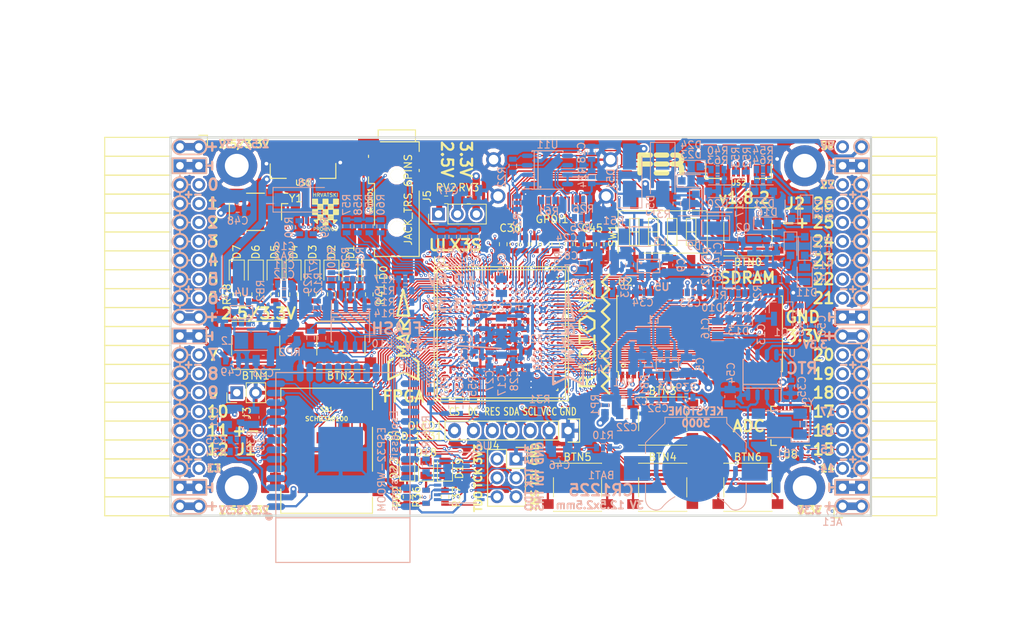
<source format=kicad_pcb>
(kicad_pcb (version 20171130) (host pcbnew 5.0.0-rc2-dev-unknown+dfsg1+20180318-2)
  (layers (0 F.Cu signal) (1 In1.Cu signal) (2 In2.Cu signal) (31 B.Cu signal) (34 B.Paste user) (35 F.Paste user) (36 B.SilkS user) (37 F.SilkS user) (38 B.Mask user) (39 F.Mask user) (44 Edge.Cuts user))
  (net 0 "")
  (net 1 GND)
  (net 2 +5V)
  (net 3 /gpio/IN5V)
  (net 4 /gpio/OUT5V)
  (net 5 +3V3)
  (net 6 BTN_D)
  (net 7 BTN_F1)
  (net 8 BTN_F2)
  (net 9 BTN_L)
  (net 10 BTN_R)
  (net 11 BTN_U)
  (net 12 /power/FB1)
  (net 13 +2V5)
  (net 14 /power/PWREN)
  (net 15 /power/FB3)
  (net 16 /power/FB2)
  (net 17 "Net-(D9-Pad1)")
  (net 18 /power/VBAT)
  (net 19 JTAG_TDI)
  (net 20 JTAG_TCK)
  (net 21 JTAG_TMS)
  (net 22 JTAG_TDO)
  (net 23 /power/WAKEUPn)
  (net 24 /power/WKUP)
  (net 25 /power/SHUT)
  (net 26 /power/WAKE)
  (net 27 /power/HOLD)
  (net 28 /power/WKn)
  (net 29 /power/OSCI_32k)
  (net 30 /power/OSCO_32k)
  (net 31 "Net-(Q2-Pad3)")
  (net 32 SHUTDOWN)
  (net 33 /analog/AUDIO_L)
  (net 34 /analog/AUDIO_R)
  (net 35 GPDI_SDA)
  (net 36 GPDI_SCL)
  (net 37 /gpdi/VREF2)
  (net 38 SD_CMD)
  (net 39 SD_CLK)
  (net 40 SD_D0)
  (net 41 SD_D1)
  (net 42 USB5V)
  (net 43 GPDI_CEC)
  (net 44 nRESET)
  (net 45 FTDI_nDTR)
  (net 46 SDRAM_CKE)
  (net 47 SDRAM_A7)
  (net 48 SDRAM_D15)
  (net 49 SDRAM_BA1)
  (net 50 SDRAM_D7)
  (net 51 SDRAM_A6)
  (net 52 SDRAM_CLK)
  (net 53 SDRAM_D13)
  (net 54 SDRAM_BA0)
  (net 55 SDRAM_D6)
  (net 56 SDRAM_A5)
  (net 57 SDRAM_D14)
  (net 58 SDRAM_A11)
  (net 59 SDRAM_D12)
  (net 60 SDRAM_D5)
  (net 61 SDRAM_A4)
  (net 62 SDRAM_A10)
  (net 63 SDRAM_D11)
  (net 64 SDRAM_A3)
  (net 65 SDRAM_D4)
  (net 66 SDRAM_D10)
  (net 67 SDRAM_D9)
  (net 68 SDRAM_A9)
  (net 69 SDRAM_D3)
  (net 70 SDRAM_D8)
  (net 71 SDRAM_A8)
  (net 72 SDRAM_A2)
  (net 73 SDRAM_A1)
  (net 74 SDRAM_A0)
  (net 75 SDRAM_D2)
  (net 76 SDRAM_D1)
  (net 77 SDRAM_D0)
  (net 78 SDRAM_DQM0)
  (net 79 SDRAM_nCS)
  (net 80 SDRAM_nRAS)
  (net 81 SDRAM_DQM1)
  (net 82 SDRAM_nCAS)
  (net 83 SDRAM_nWE)
  (net 84 /flash/FLASH_nWP)
  (net 85 /flash/FLASH_nHOLD)
  (net 86 /flash/FLASH_MOSI)
  (net 87 /flash/FLASH_MISO)
  (net 88 /flash/FLASH_SCK)
  (net 89 /flash/FLASH_nCS)
  (net 90 /flash/FPGA_PROGRAMN)
  (net 91 /flash/FPGA_DONE)
  (net 92 /flash/FPGA_INITN)
  (net 93 OLED_RES)
  (net 94 OLED_DC)
  (net 95 OLED_CS)
  (net 96 WIFI_EN)
  (net 97 FTDI_nRTS)
  (net 98 FTDI_TXD)
  (net 99 FTDI_RXD)
  (net 100 WIFI_RXD)
  (net 101 WIFI_GPIO0)
  (net 102 WIFI_TXD)
  (net 103 USB_FTDI_D+)
  (net 104 USB_FTDI_D-)
  (net 105 SD_D3)
  (net 106 AUDIO_L3)
  (net 107 AUDIO_L2)
  (net 108 AUDIO_L1)
  (net 109 AUDIO_L0)
  (net 110 AUDIO_R3)
  (net 111 AUDIO_R2)
  (net 112 AUDIO_R1)
  (net 113 AUDIO_R0)
  (net 114 OLED_CLK)
  (net 115 OLED_MOSI)
  (net 116 LED0)
  (net 117 LED1)
  (net 118 LED2)
  (net 119 LED3)
  (net 120 LED4)
  (net 121 LED5)
  (net 122 LED6)
  (net 123 LED7)
  (net 124 BTN_PWRn)
  (net 125 FTDI_nTXLED)
  (net 126 FTDI_nSLEEP)
  (net 127 /blinkey/LED_PWREN)
  (net 128 /blinkey/LED_TXLED)
  (net 129 /sdcard/SD3V3)
  (net 130 SD_D2)
  (net 131 CLK_25MHz)
  (net 132 /blinkey/BTNPUL)
  (net 133 /blinkey/BTNPUR)
  (net 134 USB_FPGA_D+)
  (net 135 /power/FTDI_nSUSPEND)
  (net 136 /blinkey/ALED0)
  (net 137 /blinkey/ALED1)
  (net 138 /blinkey/ALED2)
  (net 139 /blinkey/ALED3)
  (net 140 /blinkey/ALED4)
  (net 141 /blinkey/ALED5)
  (net 142 /blinkey/ALED6)
  (net 143 /blinkey/ALED7)
  (net 144 /usb/FTD-)
  (net 145 /usb/FTD+)
  (net 146 ADC_MISO)
  (net 147 ADC_MOSI)
  (net 148 ADC_CSn)
  (net 149 ADC_SCLK)
  (net 150 SW3)
  (net 151 SW2)
  (net 152 SW1)
  (net 153 USB_FPGA_D-)
  (net 154 /usb/FPD+)
  (net 155 /usb/FPD-)
  (net 156 WIFI_GPIO16)
  (net 157 /usb/ANT_433MHz)
  (net 158 /power/PWRBTn)
  (net 159 PROG_DONE)
  (net 160 /power/P3V3)
  (net 161 /power/P2V5)
  (net 162 /power/L1)
  (net 163 /power/L3)
  (net 164 /power/L2)
  (net 165 FTDI_TXDEN)
  (net 166 SDRAM_A12)
  (net 167 /analog/AUDIO_V)
  (net 168 AUDIO_V3)
  (net 169 AUDIO_V2)
  (net 170 AUDIO_V1)
  (net 171 AUDIO_V0)
  (net 172 /blinkey/LED_WIFI)
  (net 173 /power/P1V1)
  (net 174 +1V1)
  (net 175 SW4)
  (net 176 /blinkey/SWPU)
  (net 177 /wifi/WIFIEN)
  (net 178 FT2V5)
  (net 179 GN0)
  (net 180 GP0)
  (net 181 GN1)
  (net 182 GP1)
  (net 183 GN2)
  (net 184 GP2)
  (net 185 GN3)
  (net 186 GP3)
  (net 187 GN4)
  (net 188 GP4)
  (net 189 GN5)
  (net 190 GP5)
  (net 191 GN6)
  (net 192 GP6)
  (net 193 GN14)
  (net 194 GP14)
  (net 195 GN15)
  (net 196 GP15)
  (net 197 GN16)
  (net 198 GP16)
  (net 199 GN17)
  (net 200 GP17)
  (net 201 GN18)
  (net 202 GP18)
  (net 203 GN19)
  (net 204 GP19)
  (net 205 GN20)
  (net 206 GP20)
  (net 207 GN21)
  (net 208 GP21)
  (net 209 GN22)
  (net 210 GP22)
  (net 211 GN23)
  (net 212 GP23)
  (net 213 GN24)
  (net 214 GP24)
  (net 215 GN25)
  (net 216 GP25)
  (net 217 GN26)
  (net 218 GP26)
  (net 219 GN27)
  (net 220 GP27)
  (net 221 GN7)
  (net 222 GP7)
  (net 223 GN8)
  (net 224 GP8)
  (net 225 GN9)
  (net 226 GP9)
  (net 227 GN10)
  (net 228 GP10)
  (net 229 GN11)
  (net 230 GP11)
  (net 231 GN12)
  (net 232 GP12)
  (net 233 GN13)
  (net 234 GP13)
  (net 235 WIFI_GPIO5)
  (net 236 WIFI_GPIO17)
  (net 237 USB_FPGA_PULL_D+)
  (net 238 USB_FPGA_PULL_D-)
  (net 239 "Net-(D23-Pad2)")
  (net 240 "Net-(D24-Pad1)")
  (net 241 "Net-(D25-Pad2)")
  (net 242 "Net-(D26-Pad1)")
  (net 243 /gpdi/GPDI_ETH+)
  (net 244 FPDI_ETH+)
  (net 245 /gpdi/GPDI_ETH-)
  (net 246 FPDI_ETH-)
  (net 247 /gpdi/GPDI_D2-)
  (net 248 FPDI_D2-)
  (net 249 /gpdi/GPDI_D1-)
  (net 250 FPDI_D1-)
  (net 251 /gpdi/GPDI_D0-)
  (net 252 FPDI_D0-)
  (net 253 /gpdi/GPDI_CLK-)
  (net 254 FPDI_CLK-)
  (net 255 /gpdi/GPDI_D2+)
  (net 256 FPDI_D2+)
  (net 257 /gpdi/GPDI_D1+)
  (net 258 FPDI_D1+)
  (net 259 /gpdi/GPDI_D0+)
  (net 260 FPDI_D0+)
  (net 261 /gpdi/GPDI_CLK+)
  (net 262 FPDI_CLK+)
  (net 263 FPDI_SDA)
  (net 264 FPDI_SCL)
  (net 265 /gpdi/FPDI_CEC)
  (net 266 2V5_3V3)
  (net 267 "Net-(AUDIO1-Pad5)")
  (net 268 "Net-(AUDIO1-Pad6)")
  (net 269 "Net-(U1-PadA15)")
  (net 270 "Net-(U1-PadC9)")
  (net 271 "Net-(U1-PadD9)")
  (net 272 "Net-(U1-PadD10)")
  (net 273 "Net-(U1-PadD11)")
  (net 274 "Net-(U1-PadD12)")
  (net 275 "Net-(U1-PadE6)")
  (net 276 "Net-(U1-PadE9)")
  (net 277 "Net-(U1-PadE10)")
  (net 278 "Net-(U1-PadE11)")
  (net 279 "Net-(U1-PadJ4)")
  (net 280 "Net-(U1-PadJ5)")
  (net 281 "Net-(U1-PadK5)")
  (net 282 "Net-(U1-PadL5)")
  (net 283 "Net-(U1-PadM4)")
  (net 284 "Net-(U1-PadM5)")
  (net 285 SD_CD)
  (net 286 SD_WP)
  (net 287 "Net-(U1-PadR3)")
  (net 288 "Net-(U1-PadT16)")
  (net 289 "Net-(U1-PadW4)")
  (net 290 "Net-(U1-PadW5)")
  (net 291 "Net-(U1-PadW8)")
  (net 292 "Net-(U1-PadW9)")
  (net 293 "Net-(U1-PadW13)")
  (net 294 "Net-(U1-PadW14)")
  (net 295 "Net-(U1-PadW17)")
  (net 296 "Net-(U1-PadW18)")
  (net 297 FTDI_nRXLED)
  (net 298 "Net-(U8-Pad12)")
  (net 299 "Net-(U8-Pad25)")
  (net 300 "Net-(U9-Pad32)")
  (net 301 "Net-(U9-Pad22)")
  (net 302 "Net-(U9-Pad21)")
  (net 303 "Net-(U9-Pad20)")
  (net 304 "Net-(U9-Pad19)")
  (net 305 "Net-(U9-Pad18)")
  (net 306 "Net-(U9-Pad17)")
  (net 307 "Net-(U9-Pad12)")
  (net 308 "Net-(U9-Pad5)")
  (net 309 "Net-(U9-Pad4)")
  (net 310 "Net-(US1-Pad4)")
  (net 311 "Net-(US2-Pad4)")
  (net 312 "Net-(Y2-Pad3)")
  (net 313 "Net-(Y2-Pad2)")
  (net 314 "Net-(U1-PadK16)")
  (net 315 "Net-(U1-PadK17)")
  (module Socket_Strips:Socket_Strip_Angled_2x20 (layer F.Cu) (at 97.91 62.69 270)
    (fp_text reference J1 (at 40.64 -6.35) (layer F.SilkS) (effects (font (size 1.5 1.5) (thickness 0.3))))
    (fp_text value CONN_02X20 hide)
    (pad 1 thru_hole oval (at 0 0 270) (size 1.7272 1.7272) (drill 1.016) (layers *.Cu *.Mask) (net 266 2V5_3V3))
    (pad 2 thru_hole oval (at 0 2.54 270) (size 1.7272 1.7272) (drill 1.016) (layers *.Cu *.Mask) (net 266 2V5_3V3))
    (pad 3 thru_hole rect (at 2.54 0 270) (size 1.7272 1.7272) (drill 1.016) (layers *.Cu *.Mask) (net 1 GND))
    (pad 4 thru_hole rect (at 2.54 2.54 270) (size 1.7272 1.7272) (drill 1.016) (layers *.Cu *.Mask) (net 1 GND))
    (pad 5 thru_hole oval (at 5.08 0 270) (size 1.7272 1.7272) (drill 1.016) (layers *.Cu *.Mask) (net 179 GN0))
    (pad 6 thru_hole oval (at 5.08 2.54 270) (size 1.7272 1.7272) (drill 1.016) (layers *.Cu *.Mask) (net 180 GP0))
    (pad 7 thru_hole oval (at 7.62 0 270) (size 1.7272 1.7272) (drill 1.016) (layers *.Cu *.Mask) (net 181 GN1))
    (pad 8 thru_hole oval (at 7.62 2.54 270) (size 1.7272 1.7272) (drill 1.016) (layers *.Cu *.Mask) (net 182 GP1))
    (pad 9 thru_hole oval (at 10.16 0 270) (size 1.7272 1.7272) (drill 1.016) (layers *.Cu *.Mask) (net 183 GN2))
    (pad 10 thru_hole oval (at 10.16 2.54 270) (size 1.7272 1.7272) (drill 1.016) (layers *.Cu *.Mask) (net 184 GP2))
    (pad 11 thru_hole oval (at 12.7 0 270) (size 1.7272 1.7272) (drill 1.016) (layers *.Cu *.Mask) (net 185 GN3))
    (pad 12 thru_hole oval (at 12.7 2.54 270) (size 1.7272 1.7272) (drill 1.016) (layers *.Cu *.Mask) (net 186 GP3))
    (pad 13 thru_hole oval (at 15.24 0 270) (size 1.7272 1.7272) (drill 1.016) (layers *.Cu *.Mask) (net 187 GN4))
    (pad 14 thru_hole oval (at 15.24 2.54 270) (size 1.7272 1.7272) (drill 1.016) (layers *.Cu *.Mask) (net 188 GP4))
    (pad 15 thru_hole oval (at 17.78 0 270) (size 1.7272 1.7272) (drill 1.016) (layers *.Cu *.Mask) (net 189 GN5))
    (pad 16 thru_hole oval (at 17.78 2.54 270) (size 1.7272 1.7272) (drill 1.016) (layers *.Cu *.Mask) (net 190 GP5))
    (pad 17 thru_hole oval (at 20.32 0 270) (size 1.7272 1.7272) (drill 1.016) (layers *.Cu *.Mask) (net 191 GN6))
    (pad 18 thru_hole oval (at 20.32 2.54 270) (size 1.7272 1.7272) (drill 1.016) (layers *.Cu *.Mask) (net 192 GP6))
    (pad 19 thru_hole oval (at 22.86 0 270) (size 1.7272 1.7272) (drill 1.016) (layers *.Cu *.Mask) (net 266 2V5_3V3))
    (pad 20 thru_hole oval (at 22.86 2.54 270) (size 1.7272 1.7272) (drill 1.016) (layers *.Cu *.Mask) (net 266 2V5_3V3))
    (pad 21 thru_hole rect (at 25.4 0 270) (size 1.7272 1.7272) (drill 1.016) (layers *.Cu *.Mask) (net 1 GND))
    (pad 22 thru_hole rect (at 25.4 2.54 270) (size 1.7272 1.7272) (drill 1.016) (layers *.Cu *.Mask) (net 1 GND))
    (pad 23 thru_hole oval (at 27.94 0 270) (size 1.7272 1.7272) (drill 1.016) (layers *.Cu *.Mask) (net 221 GN7))
    (pad 24 thru_hole oval (at 27.94 2.54 270) (size 1.7272 1.7272) (drill 1.016) (layers *.Cu *.Mask) (net 222 GP7))
    (pad 25 thru_hole oval (at 30.48 0 270) (size 1.7272 1.7272) (drill 1.016) (layers *.Cu *.Mask) (net 223 GN8))
    (pad 26 thru_hole oval (at 30.48 2.54 270) (size 1.7272 1.7272) (drill 1.016) (layers *.Cu *.Mask) (net 224 GP8))
    (pad 27 thru_hole oval (at 33.02 0 270) (size 1.7272 1.7272) (drill 1.016) (layers *.Cu *.Mask) (net 225 GN9))
    (pad 28 thru_hole oval (at 33.02 2.54 270) (size 1.7272 1.7272) (drill 1.016) (layers *.Cu *.Mask) (net 226 GP9))
    (pad 29 thru_hole oval (at 35.56 0 270) (size 1.7272 1.7272) (drill 1.016) (layers *.Cu *.Mask) (net 227 GN10))
    (pad 30 thru_hole oval (at 35.56 2.54 270) (size 1.7272 1.7272) (drill 1.016) (layers *.Cu *.Mask) (net 228 GP10))
    (pad 31 thru_hole oval (at 38.1 0 270) (size 1.7272 1.7272) (drill 1.016) (layers *.Cu *.Mask) (net 229 GN11))
    (pad 32 thru_hole oval (at 38.1 2.54 270) (size 1.7272 1.7272) (drill 1.016) (layers *.Cu *.Mask) (net 230 GP11))
    (pad 33 thru_hole oval (at 40.64 0 270) (size 1.7272 1.7272) (drill 1.016) (layers *.Cu *.Mask) (net 231 GN12))
    (pad 34 thru_hole oval (at 40.64 2.54 270) (size 1.7272 1.7272) (drill 1.016) (layers *.Cu *.Mask) (net 232 GP12))
    (pad 35 thru_hole oval (at 43.18 0 270) (size 1.7272 1.7272) (drill 1.016) (layers *.Cu *.Mask) (net 233 GN13))
    (pad 36 thru_hole oval (at 43.18 2.54 270) (size 1.7272 1.7272) (drill 1.016) (layers *.Cu *.Mask) (net 234 GP13))
    (pad 37 thru_hole rect (at 45.72 0 270) (size 1.7272 1.7272) (drill 1.016) (layers *.Cu *.Mask) (net 1 GND))
    (pad 38 thru_hole rect (at 45.72 2.54 270) (size 1.7272 1.7272) (drill 1.016) (layers *.Cu *.Mask) (net 1 GND))
    (pad 39 thru_hole oval (at 48.26 0 270) (size 1.7272 1.7272) (drill 1.016) (layers *.Cu *.Mask) (net 266 2V5_3V3))
    (pad 40 thru_hole oval (at 48.26 2.54 270) (size 1.7272 1.7272) (drill 1.016) (layers *.Cu *.Mask) (net 266 2V5_3V3))
  )
  (module TSOT-25:TSOT-25 (layer B.Cu) (at 160.775 91.9)
    (fp_text reference U3 (at -0.295 2.9) (layer B.SilkS) (effects (font (thickness 0.2)) (justify mirror)))
    (fp_text value TLV62569DBV)
    (pad 1 smd rect (at -0.95 -1.3) (size 0.7 1.2) (layers B.Cu B.Paste B.Mask) (net 14 /power/PWREN))
    (pad 2 smd rect (at 0 -1.3) (size 0.7 1.2) (layers B.Cu B.Paste B.Mask) (net 1 GND))
    (pad 3 smd rect (at 0.95 -1.3) (size 0.7 1.2) (layers B.Cu B.Paste B.Mask) (net 162 /power/L1))
    (pad 4 smd rect (at 0.95 1.3) (size 0.7 1.2) (layers B.Cu B.Paste B.Mask) (net 2 +5V))
    (pad 5 smd rect (at -0.95 1.3) (size 0.7 1.2) (layers B.Cu B.Paste B.Mask) (net 12 /power/FB1))
  )
  (module TSOT-25:TSOT-25 (layer B.Cu) (at 103.625 84.915 180)
    (fp_text reference U4 (at 0 2.697 180) (layer B.SilkS) (effects (font (thickness 0.2)) (justify mirror)))
    (fp_text value TLV62569DBV)
    (pad 1 smd rect (at -0.95 -1.3 180) (size 0.7 1.2) (layers B.Cu B.Paste B.Mask) (net 14 /power/PWREN))
    (pad 2 smd rect (at 0 -1.3 180) (size 0.7 1.2) (layers B.Cu B.Paste B.Mask) (net 1 GND))
    (pad 3 smd rect (at 0.95 -1.3 180) (size 0.7 1.2) (layers B.Cu B.Paste B.Mask) (net 164 /power/L2))
    (pad 4 smd rect (at 0.95 1.3 180) (size 0.7 1.2) (layers B.Cu B.Paste B.Mask) (net 2 +5V))
    (pad 5 smd rect (at -0.95 1.3 180) (size 0.7 1.2) (layers B.Cu B.Paste B.Mask) (net 16 /power/FB2))
  )
  (module TSOT-25:TSOT-25 (layer B.Cu) (at 158.235 78.692)
    (fp_text reference U5 (at 1.793 2.812) (layer B.SilkS) (effects (font (thickness 0.2)) (justify mirror)))
    (fp_text value TLV62569DBV)
    (pad 1 smd rect (at -0.95 -1.3) (size 0.7 1.2) (layers B.Cu B.Paste B.Mask) (net 14 /power/PWREN))
    (pad 2 smd rect (at 0 -1.3) (size 0.7 1.2) (layers B.Cu B.Paste B.Mask) (net 1 GND))
    (pad 3 smd rect (at 0.95 -1.3) (size 0.7 1.2) (layers B.Cu B.Paste B.Mask) (net 163 /power/L3))
    (pad 4 smd rect (at 0.95 1.3) (size 0.7 1.2) (layers B.Cu B.Paste B.Mask) (net 2 +5V))
    (pad 5 smd rect (at -0.95 1.3) (size 0.7 1.2) (layers B.Cu B.Paste B.Mask) (net 15 /power/FB3))
  )
  (module Socket_Strips:Socket_Strip_Angled_2x20 (layer F.Cu) (at 184.27 110.95 90)
    (fp_text reference J2 (at 40.64 -6.35 180) (layer F.SilkS) (effects (font (size 1.5 1.5) (thickness 0.3))))
    (fp_text value CONN_02X20 hide)
    (pad 1 thru_hole oval (at 0 0 90) (size 1.7272 1.7272) (drill 1.016) (layers *.Cu *.Mask) (net 5 +3V3))
    (pad 2 thru_hole oval (at 0 2.54 90) (size 1.7272 1.7272) (drill 1.016) (layers *.Cu *.Mask) (net 5 +3V3))
    (pad 3 thru_hole rect (at 2.54 0 90) (size 1.7272 1.7272) (drill 1.016) (layers *.Cu *.Mask) (net 1 GND))
    (pad 4 thru_hole rect (at 2.54 2.54 90) (size 1.7272 1.7272) (drill 1.016) (layers *.Cu *.Mask) (net 1 GND))
    (pad 5 thru_hole oval (at 5.08 0 90) (size 1.7272 1.7272) (drill 1.016) (layers *.Cu *.Mask) (net 193 GN14))
    (pad 6 thru_hole oval (at 5.08 2.54 90) (size 1.7272 1.7272) (drill 1.016) (layers *.Cu *.Mask) (net 194 GP14))
    (pad 7 thru_hole oval (at 7.62 0 90) (size 1.7272 1.7272) (drill 1.016) (layers *.Cu *.Mask) (net 195 GN15))
    (pad 8 thru_hole oval (at 7.62 2.54 90) (size 1.7272 1.7272) (drill 1.016) (layers *.Cu *.Mask) (net 196 GP15))
    (pad 9 thru_hole oval (at 10.16 0 90) (size 1.7272 1.7272) (drill 1.016) (layers *.Cu *.Mask) (net 197 GN16))
    (pad 10 thru_hole oval (at 10.16 2.54 90) (size 1.7272 1.7272) (drill 1.016) (layers *.Cu *.Mask) (net 198 GP16))
    (pad 11 thru_hole oval (at 12.7 0 90) (size 1.7272 1.7272) (drill 1.016) (layers *.Cu *.Mask) (net 199 GN17))
    (pad 12 thru_hole oval (at 12.7 2.54 90) (size 1.7272 1.7272) (drill 1.016) (layers *.Cu *.Mask) (net 200 GP17))
    (pad 13 thru_hole oval (at 15.24 0 90) (size 1.7272 1.7272) (drill 1.016) (layers *.Cu *.Mask) (net 201 GN18))
    (pad 14 thru_hole oval (at 15.24 2.54 90) (size 1.7272 1.7272) (drill 1.016) (layers *.Cu *.Mask) (net 202 GP18))
    (pad 15 thru_hole oval (at 17.78 0 90) (size 1.7272 1.7272) (drill 1.016) (layers *.Cu *.Mask) (net 203 GN19))
    (pad 16 thru_hole oval (at 17.78 2.54 90) (size 1.7272 1.7272) (drill 1.016) (layers *.Cu *.Mask) (net 204 GP19))
    (pad 17 thru_hole oval (at 20.32 0 90) (size 1.7272 1.7272) (drill 1.016) (layers *.Cu *.Mask) (net 205 GN20))
    (pad 18 thru_hole oval (at 20.32 2.54 90) (size 1.7272 1.7272) (drill 1.016) (layers *.Cu *.Mask) (net 206 GP20))
    (pad 19 thru_hole oval (at 22.86 0 90) (size 1.7272 1.7272) (drill 1.016) (layers *.Cu *.Mask) (net 5 +3V3))
    (pad 20 thru_hole oval (at 22.86 2.54 90) (size 1.7272 1.7272) (drill 1.016) (layers *.Cu *.Mask) (net 5 +3V3))
    (pad 21 thru_hole rect (at 25.4 0 90) (size 1.7272 1.7272) (drill 1.016) (layers *.Cu *.Mask) (net 1 GND))
    (pad 22 thru_hole rect (at 25.4 2.54 90) (size 1.7272 1.7272) (drill 1.016) (layers *.Cu *.Mask) (net 1 GND))
    (pad 23 thru_hole oval (at 27.94 0 90) (size 1.7272 1.7272) (drill 1.016) (layers *.Cu *.Mask) (net 207 GN21))
    (pad 24 thru_hole oval (at 27.94 2.54 90) (size 1.7272 1.7272) (drill 1.016) (layers *.Cu *.Mask) (net 208 GP21))
    (pad 25 thru_hole oval (at 30.48 0 90) (size 1.7272 1.7272) (drill 1.016) (layers *.Cu *.Mask) (net 209 GN22))
    (pad 26 thru_hole oval (at 30.48 2.54 90) (size 1.7272 1.7272) (drill 1.016) (layers *.Cu *.Mask) (net 210 GP22))
    (pad 27 thru_hole oval (at 33.02 0 90) (size 1.7272 1.7272) (drill 1.016) (layers *.Cu *.Mask) (net 211 GN23))
    (pad 28 thru_hole oval (at 33.02 2.54 90) (size 1.7272 1.7272) (drill 1.016) (layers *.Cu *.Mask) (net 212 GP23))
    (pad 29 thru_hole oval (at 35.56 0 90) (size 1.7272 1.7272) (drill 1.016) (layers *.Cu *.Mask) (net 213 GN24))
    (pad 30 thru_hole oval (at 35.56 2.54 90) (size 1.7272 1.7272) (drill 1.016) (layers *.Cu *.Mask) (net 214 GP24))
    (pad 31 thru_hole oval (at 38.1 0 90) (size 1.7272 1.7272) (drill 1.016) (layers *.Cu *.Mask) (net 215 GN25))
    (pad 32 thru_hole oval (at 38.1 2.54 90) (size 1.7272 1.7272) (drill 1.016) (layers *.Cu *.Mask) (net 216 GP25))
    (pad 33 thru_hole oval (at 40.64 0 90) (size 1.7272 1.7272) (drill 1.016) (layers *.Cu *.Mask) (net 217 GN26))
    (pad 34 thru_hole oval (at 40.64 2.54 90) (size 1.7272 1.7272) (drill 1.016) (layers *.Cu *.Mask) (net 218 GP26))
    (pad 35 thru_hole oval (at 43.18 0 90) (size 1.7272 1.7272) (drill 1.016) (layers *.Cu *.Mask) (net 219 GN27))
    (pad 36 thru_hole oval (at 43.18 2.54 90) (size 1.7272 1.7272) (drill 1.016) (layers *.Cu *.Mask) (net 220 GP27))
    (pad 37 thru_hole rect (at 45.72 0 90) (size 1.7272 1.7272) (drill 1.016) (layers *.Cu *.Mask) (net 1 GND))
    (pad 38 thru_hole rect (at 45.72 2.54 90) (size 1.7272 1.7272) (drill 1.016) (layers *.Cu *.Mask) (net 1 GND))
    (pad 39 thru_hole oval (at 48.26 0 90) (size 1.7272 1.7272) (drill 1.016) (layers *.Cu *.Mask) (net 3 /gpio/IN5V))
    (pad 40 thru_hole oval (at 48.26 2.54 90) (size 1.7272 1.7272) (drill 1.016) (layers *.Cu *.Mask) (net 4 /gpio/OUT5V))
  )
  (module Mounting_Holes:MountingHole_3.2mm_M3_ISO14580_Pad (layer F.Cu) (at 102.99 108.41)
    (fp_text reference H1 hide)
    (fp_text value HOLE hide)
    (pad 1 thru_hole circle (at 0 0) (size 5.5 5.5) (drill 3.2) (layers *.Cu *.Mask) (net 1 GND))
  )
  (module Mounting_Holes:MountingHole_3.2mm_M3_ISO14580_Pad (layer F.Cu) (at 179.19 108.41)
    (fp_text reference H2 hide)
    (fp_text value HOLE hide)
    (pad 1 thru_hole circle (at 0 0) (size 5.5 5.5) (drill 3.2) (layers *.Cu *.Mask) (net 1 GND))
  )
  (module Mounting_Holes:MountingHole_3.2mm_M3_ISO14580_Pad (layer F.Cu) (at 179.19 65.23)
    (fp_text reference H3 hide)
    (fp_text value HOLE hide)
    (pad 1 thru_hole circle (at 0 0) (size 5.5 5.5) (drill 3.2) (layers *.Cu *.Mask) (net 1 GND))
  )
  (module Mounting_Holes:MountingHole_3.2mm_M3_ISO14580_Pad (layer F.Cu) (at 102.99 65.23)
    (fp_text reference H4 hide)
    (fp_text value HOLE hide)
    (pad 1 thru_hole circle (at 0 0) (size 5.5 5.5) (drill 3.2) (layers *.Cu *.Mask) (net 1 GND))
  )
  (module Housings_SSOP:SSOP-20_4.4x6.5mm_Pitch0.65mm (layer B.Cu) (at 132.835 107.14 180)
    (fp_text reference U6 (at -3.175 4.318 180) (layer B.SilkS) (effects (justify mirror)))
    (fp_text value FT231XS)
    (pad 1 smd rect (at -2.9 2.925 180) (size 1 0.4) (layers B.Cu B.Paste B.Mask) (net 45 FTDI_nDTR))
    (pad 2 smd rect (at -2.9 2.275 180) (size 1 0.4) (layers B.Cu B.Paste B.Mask) (net 97 FTDI_nRTS))
    (pad 3 smd rect (at -2.9 1.625 180) (size 1 0.4) (layers B.Cu B.Paste B.Mask) (net 178 FT2V5))
    (pad 4 smd rect (at -2.9 0.975 180) (size 1 0.4) (layers B.Cu B.Paste B.Mask) (net 99 FTDI_RXD))
    (pad 5 smd rect (at -2.9 0.325 180) (size 1 0.4) (layers B.Cu B.Paste B.Mask) (net 19 JTAG_TDI))
    (pad 6 smd rect (at -2.9 -0.325 180) (size 1 0.4) (layers B.Cu B.Paste B.Mask) (net 1 GND))
    (pad 7 smd rect (at -2.9 -0.975 180) (size 1 0.4) (layers B.Cu B.Paste B.Mask) (net 20 JTAG_TCK))
    (pad 8 smd rect (at -2.9 -1.625 180) (size 1 0.4) (layers B.Cu B.Paste B.Mask) (net 21 JTAG_TMS))
    (pad 9 smd rect (at -2.9 -2.275 180) (size 1 0.4) (layers B.Cu B.Paste B.Mask) (net 22 JTAG_TDO))
    (pad 10 smd rect (at -2.9 -2.925 180) (size 1 0.4) (layers B.Cu B.Paste B.Mask) (net 125 FTDI_nTXLED))
    (pad 11 smd rect (at 2.9 -2.925 180) (size 1 0.4) (layers B.Cu B.Paste B.Mask) (net 103 USB_FTDI_D+))
    (pad 12 smd rect (at 2.9 -2.275 180) (size 1 0.4) (layers B.Cu B.Paste B.Mask) (net 104 USB_FTDI_D-))
    (pad 13 smd rect (at 2.9 -1.625 180) (size 1 0.4) (layers B.Cu B.Paste B.Mask) (net 178 FT2V5))
    (pad 14 smd rect (at 2.9 -0.975 180) (size 1 0.4) (layers B.Cu B.Paste B.Mask) (net 44 nRESET))
    (pad 15 smd rect (at 2.9 -0.325 180) (size 1 0.4) (layers B.Cu B.Paste B.Mask) (net 42 USB5V))
    (pad 16 smd rect (at 2.9 0.325 180) (size 1 0.4) (layers B.Cu B.Paste B.Mask) (net 1 GND))
    (pad 17 smd rect (at 2.9 0.975 180) (size 1 0.4) (layers B.Cu B.Paste B.Mask) (net 297 FTDI_nRXLED))
    (pad 18 smd rect (at 2.9 1.625 180) (size 1 0.4) (layers B.Cu B.Paste B.Mask) (net 165 FTDI_TXDEN))
    (pad 19 smd rect (at 2.9 2.275 180) (size 1 0.4) (layers B.Cu B.Paste B.Mask) (net 126 FTDI_nSLEEP))
    (pad 20 smd rect (at 2.9 2.925 180) (size 1 0.4) (layers B.Cu B.Paste B.Mask) (net 98 FTDI_TXD))
  )
  (module usb_otg:USB-MICRO-B-FCI-10118192-0001LF (layer F.Cu) (at 111.88 63.325 180)
    (fp_text reference US1 (at 0 -4.2 180) (layer F.SilkS) (effects (font (size 0.7 0.7))))
    (fp_text value MICRO_USB hide)
    (pad 6 smd rect (at -3.1 -2.55 180) (size 2.1 1.6) (layers F.Cu F.Paste F.Mask) (net 1 GND))
    (pad 6 smd rect (at 3.1 -2.55 180) (size 2.1 1.6) (layers F.Cu F.Paste F.Mask) (net 1 GND))
    (pad 6 smd rect (at -1.2 0 180) (size 1.9 1.9) (layers F.Cu F.Paste F.Mask) (net 1 GND))
    (pad 6 smd rect (at 1.2 0 180) (size 1.9 1.9) (layers F.Cu F.Paste F.Mask) (net 1 GND))
    (pad 1 smd rect (at -1.3 -2.675 180) (size 0.4 1.35) (layers F.Cu F.Paste F.Mask) (net 42 USB5V))
    (pad 2 smd rect (at -0.65 -2.675 180) (size 0.4 1.35) (layers F.Cu F.Paste F.Mask) (net 144 /usb/FTD-))
    (pad 3 smd rect (at 0 -2.675 180) (size 0.4 1.35) (layers F.Cu F.Paste F.Mask) (net 145 /usb/FTD+))
    (pad 4 smd rect (at 0.65 -2.675 180) (size 0.4 1.35) (layers F.Cu F.Paste F.Mask) (net 310 "Net-(US1-Pad4)"))
    (pad 5 smd rect (at 1.3 -2.675 180) (size 0.4 1.35) (layers F.Cu F.Paste F.Mask) (net 1 GND))
    (pad 6 smd rect (at -3.8 0 180) (size 1.8 1.9) (layers F.Cu F.Paste F.Mask) (net 1 GND))
    (pad 6 smd rect (at 3.8 0 180) (size 1.8 1.9) (layers F.Cu F.Paste F.Mask) (net 1 GND))
  )
  (module usb_otg:USB-MICRO-B-FCI-10118192-0001LF (layer F.Cu) (at 170.3 63.325 180)
    (fp_text reference US2 (at 0 -4.2 180) (layer F.SilkS) (effects (font (size 0.7 0.7))))
    (fp_text value MICRO_USB hide)
    (pad 6 smd rect (at -3.1 -2.55 180) (size 2.1 1.6) (layers F.Cu F.Paste F.Mask) (net 1 GND))
    (pad 6 smd rect (at 3.1 -2.55 180) (size 2.1 1.6) (layers F.Cu F.Paste F.Mask) (net 1 GND))
    (pad 6 smd rect (at -1.2 0 180) (size 1.9 1.9) (layers F.Cu F.Paste F.Mask) (net 1 GND))
    (pad 6 smd rect (at 1.2 0 180) (size 1.9 1.9) (layers F.Cu F.Paste F.Mask) (net 1 GND))
    (pad 1 smd rect (at -1.3 -2.675 180) (size 0.4 1.35) (layers F.Cu F.Paste F.Mask) (net 17 "Net-(D9-Pad1)"))
    (pad 2 smd rect (at -0.65 -2.675 180) (size 0.4 1.35) (layers F.Cu F.Paste F.Mask) (net 155 /usb/FPD-))
    (pad 3 smd rect (at 0 -2.675 180) (size 0.4 1.35) (layers F.Cu F.Paste F.Mask) (net 154 /usb/FPD+))
    (pad 4 smd rect (at 0.65 -2.675 180) (size 0.4 1.35) (layers F.Cu F.Paste F.Mask) (net 311 "Net-(US2-Pad4)"))
    (pad 5 smd rect (at 1.3 -2.675 180) (size 0.4 1.35) (layers F.Cu F.Paste F.Mask) (net 1 GND))
    (pad 6 smd rect (at -3.8 0 180) (size 1.8 1.9) (layers F.Cu F.Paste F.Mask) (net 1 GND))
    (pad 6 smd rect (at 3.8 0 180) (size 1.8 1.9) (layers F.Cu F.Paste F.Mask) (net 1 GND))
  )
  (module Socket_Strips:Socket_Strip_Straight_2x03 (layer F.Cu) (at 140.455 104.6 270)
    (fp_text reference J4 (at -1.778 3.048) (layer F.SilkS))
    (fp_text value CONN_02X03 hide)
    (pad 1 thru_hole rect (at 0 0 270) (size 1.7272 1.7272) (drill 1.016) (layers *.Cu *.Mask) (net 1 GND))
    (pad 2 thru_hole oval (at 0 2.54 270) (size 1.7272 1.7272) (drill 1.016) (layers *.Cu *.Mask) (net 5 +3V3))
    (pad 3 thru_hole oval (at 2.54 0 270) (size 1.7272 1.7272) (drill 1.016) (layers *.Cu *.Mask) (net 19 JTAG_TDI))
    (pad 4 thru_hole oval (at 2.54 2.54 270) (size 1.7272 1.7272) (drill 1.016) (layers *.Cu *.Mask) (net 20 JTAG_TCK))
    (pad 5 thru_hole oval (at 5.08 0 270) (size 1.7272 1.7272) (drill 1.016) (layers *.Cu *.Mask) (net 21 JTAG_TMS))
    (pad 6 thru_hole oval (at 5.08 2.54 270) (size 1.7272 1.7272) (drill 1.016) (layers *.Cu *.Mask) (net 22 JTAG_TDO))
  )
  (module Housings_DFN_QFN:QFN-28-1EP_5x5mm_Pitch0.5mm (layer F.Cu) (at 177.285 100.155 180)
    (fp_text reference U8 (at 0 -3.875 180) (layer F.SilkS))
    (fp_text value MAX11125)
    (pad 1 smd oval (at -2.45 -1.5 180) (size 0.85 0.3) (layers F.Cu F.Paste F.Mask) (net 196 GP15))
    (pad 2 smd oval (at -2.45 -1 180) (size 0.85 0.3) (layers F.Cu F.Paste F.Mask) (net 197 GN16))
    (pad 3 smd oval (at -2.45 -0.5 180) (size 0.85 0.3) (layers F.Cu F.Paste F.Mask) (net 198 GP16))
    (pad 4 smd oval (at -2.45 0 180) (size 0.85 0.3) (layers F.Cu F.Paste F.Mask) (net 199 GN17))
    (pad 5 smd oval (at -2.45 0.5 180) (size 0.85 0.3) (layers F.Cu F.Paste F.Mask) (net 200 GP17))
    (pad 6 smd oval (at -2.45 1 180) (size 0.85 0.3) (layers F.Cu F.Paste F.Mask) (net 1 GND))
    (pad 7 smd oval (at -2.45 1.5 180) (size 0.85 0.3) (layers F.Cu F.Paste F.Mask) (net 1 GND))
    (pad 8 smd oval (at -1.5 2.45 270) (size 0.85 0.3) (layers F.Cu F.Paste F.Mask) (net 1 GND))
    (pad 9 smd oval (at -1 2.45 270) (size 0.85 0.3) (layers F.Cu F.Paste F.Mask) (net 1 GND))
    (pad 10 smd oval (at -0.5 2.45 270) (size 0.85 0.3) (layers F.Cu F.Paste F.Mask) (net 1 GND))
    (pad 11 smd oval (at 0 2.45 270) (size 0.85 0.3) (layers F.Cu F.Paste F.Mask) (net 1 GND))
    (pad 12 smd oval (at 0.5 2.45 270) (size 0.85 0.3) (layers F.Cu F.Paste F.Mask) (net 298 "Net-(U8-Pad12)"))
    (pad 13 smd oval (at 1 2.45 270) (size 0.85 0.3) (layers F.Cu F.Paste F.Mask) (net 1 GND))
    (pad 14 smd oval (at 1.5 2.45 270) (size 0.85 0.3) (layers F.Cu F.Paste F.Mask) (net 1 GND))
    (pad 15 smd oval (at 2.45 1.5 180) (size 0.85 0.3) (layers F.Cu F.Paste F.Mask) (net 5 +3V3))
    (pad 16 smd oval (at 2.45 1 180) (size 0.85 0.3) (layers F.Cu F.Paste F.Mask) (net 1 GND))
    (pad 17 smd oval (at 2.45 0.5 180) (size 0.85 0.3) (layers F.Cu F.Paste F.Mask) (net 5 +3V3))
    (pad 18 smd oval (at 2.45 0 180) (size 0.85 0.3) (layers F.Cu F.Paste F.Mask) (net 5 +3V3))
    (pad 19 smd oval (at 2.45 -0.5 180) (size 0.85 0.3) (layers F.Cu F.Paste F.Mask) (net 149 ADC_SCLK))
    (pad 20 smd oval (at 2.45 -1 180) (size 0.85 0.3) (layers F.Cu F.Paste F.Mask) (net 148 ADC_CSn))
    (pad 21 smd oval (at 2.45 -1.5 180) (size 0.85 0.3) (layers F.Cu F.Paste F.Mask) (net 147 ADC_MOSI))
    (pad 22 smd oval (at 1.5 -2.45 270) (size 0.85 0.3) (layers F.Cu F.Paste F.Mask) (net 1 GND))
    (pad 23 smd oval (at 1 -2.45 270) (size 0.85 0.3) (layers F.Cu F.Paste F.Mask) (net 5 +3V3))
    (pad 24 smd oval (at 0.5 -2.45 270) (size 0.85 0.3) (layers F.Cu F.Paste F.Mask) (net 146 ADC_MISO))
    (pad 25 smd oval (at 0 -2.45 270) (size 0.85 0.3) (layers F.Cu F.Paste F.Mask) (net 299 "Net-(U8-Pad25)"))
    (pad 26 smd oval (at -0.5 -2.45 270) (size 0.85 0.3) (layers F.Cu F.Paste F.Mask) (net 193 GN14))
    (pad 27 smd oval (at -1 -2.45 270) (size 0.85 0.3) (layers F.Cu F.Paste F.Mask) (net 194 GP14))
    (pad 28 smd oval (at -1.5 -2.45 270) (size 0.85 0.3) (layers F.Cu F.Paste F.Mask) (net 195 GN15))
    (pad 29 smd rect (at 0.8375 0.8375 180) (size 1.675 1.675) (layers F.Cu F.Paste F.Mask) (net 1 GND))
    (pad 29 smd rect (at 0.8375 -0.8375 180) (size 1.675 1.675) (layers F.Cu F.Paste F.Mask) (net 1 GND))
    (pad 29 smd rect (at -0.8375 0.8375 180) (size 1.675 1.675) (layers F.Cu F.Paste F.Mask) (net 1 GND))
    (pad 29 smd rect (at -0.8375 -0.8375 180) (size 1.675 1.675) (layers F.Cu F.Paste F.Mask) (net 1 GND))
  )
  (module oled:oled_13xx (layer F.Cu) (at 139.82 100.79 180)
    (fp_text reference OLED1 (at 11.557 0.635 180) (layer F.SilkS))
    (fp_text value SSD_1331 (at 12.954 -0.762 180) (layer F.SilkS))
    (fp_text user CS (at 7.62 2.54 180) (layer F.SilkS) (effects (font (size 1 0.75))))
    (fp_text user DC (at 5.08 2.54 180) (layer F.SilkS) (effects (font (size 1 0.75))))
    (fp_text user RES (at 2.54 2.54 180) (layer F.SilkS) (effects (font (size 1 0.75))))
    (fp_text user SDA (at 0 2.54 180) (layer F.SilkS) (effects (font (size 1 0.75))))
    (fp_text user SCL (at -2.54 2.54 180) (layer F.SilkS) (effects (font (size 1 0.75))))
    (fp_text user VCC (at -5.08 2.54 180) (layer F.SilkS) (effects (font (size 1 0.75))))
    (fp_text user GND (at -7.62 2.54 180) (layer F.SilkS) (effects (font (size 1 0.75))))
    (pad 1 thru_hole rect (at -7.62 0 180) (size 1.7272 2.032) (drill 1.016) (layers *.Cu *.Mask) (net 1 GND))
    (pad 2 thru_hole oval (at -5.08 0 180) (size 1.7272 2.032) (drill 1.016) (layers *.Cu *.Mask) (net 5 +3V3))
    (pad 3 thru_hole oval (at -2.54 0 180) (size 1.7272 2.032) (drill 1.016) (layers *.Cu *.Mask) (net 114 OLED_CLK))
    (pad 4 thru_hole oval (at 0 0 180) (size 1.7272 2.032) (drill 1.016) (layers *.Cu *.Mask) (net 115 OLED_MOSI))
    (pad 5 thru_hole oval (at 2.54 0 180) (size 1.7272 2.032) (drill 1.016) (layers *.Cu *.Mask) (net 93 OLED_RES))
    (pad 6 thru_hole oval (at 5.08 0 180) (size 1.7272 2.032) (drill 1.016) (layers *.Cu *.Mask) (net 94 OLED_DC))
    (pad 7 thru_hole oval (at 7.62 0 180) (size 1.7272 2.032) (drill 1.016) (layers *.Cu *.Mask) (net 95 OLED_CS))
  )
  (module Buttons_Switches_SMD:SW_SPST_PTS645 (layer F.Cu) (at 171.57 74.12 180)
    (fp_text reference BTN0 (at 0 -4.05 180) (layer F.SilkS))
    (fp_text value PTS645)
    (pad 2 smd rect (at -3.98 2.25 180) (size 1.55 1.3) (layers F.Cu F.Paste F.Mask) (net 1 GND))
    (pad 1 smd rect (at -3.98 -2.25 180) (size 1.55 1.3) (layers F.Cu F.Paste F.Mask) (net 158 /power/PWRBTn))
    (pad 1 smd rect (at 3.98 -2.25 180) (size 1.55 1.3) (layers F.Cu F.Paste F.Mask) (net 158 /power/PWRBTn))
    (pad 2 smd rect (at 3.98 2.25 180) (size 1.55 1.3) (layers F.Cu F.Paste F.Mask) (net 1 GND))
  )
  (module Buttons_Switches_SMD:SW_SPST_PTS645 (layer F.Cu) (at 105.53 89.36)
    (fp_text reference BTN1 (at 0 4.064) (layer F.SilkS))
    (fp_text value PTS645)
    (pad 2 smd rect (at -3.98 2.25) (size 1.55 1.3) (layers F.Cu F.Paste F.Mask) (net 7 BTN_F1))
    (pad 1 smd rect (at -3.98 -2.25) (size 1.55 1.3) (layers F.Cu F.Paste F.Mask) (net 132 /blinkey/BTNPUL))
    (pad 1 smd rect (at 3.98 -2.25) (size 1.55 1.3) (layers F.Cu F.Paste F.Mask) (net 132 /blinkey/BTNPUL))
    (pad 2 smd rect (at 3.98 2.25) (size 1.55 1.3) (layers F.Cu F.Paste F.Mask) (net 7 BTN_F1))
  )
  (module Buttons_Switches_SMD:SW_SPST_PTS645 (layer F.Cu) (at 116.96 89.36)
    (fp_text reference BTN2 (at 0 4.064) (layer F.SilkS))
    (fp_text value PTS645)
    (pad 2 smd rect (at -3.98 2.25) (size 1.55 1.3) (layers F.Cu F.Paste F.Mask) (net 8 BTN_F2))
    (pad 1 smd rect (at -3.98 -2.25) (size 1.55 1.3) (layers F.Cu F.Paste F.Mask) (net 132 /blinkey/BTNPUL))
    (pad 1 smd rect (at 3.98 -2.25) (size 1.55 1.3) (layers F.Cu F.Paste F.Mask) (net 132 /blinkey/BTNPUL))
    (pad 2 smd rect (at 3.98 2.25) (size 1.55 1.3) (layers F.Cu F.Paste F.Mask) (net 8 BTN_F2))
  )
  (module Buttons_Switches_SMD:SW_SPST_PTS645 (layer F.Cu) (at 160.14 99.52)
    (fp_text reference BTN3 (at 0 -4.05) (layer F.SilkS))
    (fp_text value PTS645)
    (pad 2 smd rect (at -3.98 2.25) (size 1.55 1.3) (layers F.Cu F.Paste F.Mask) (net 11 BTN_U))
    (pad 1 smd rect (at -3.98 -2.25) (size 1.55 1.3) (layers F.Cu F.Paste F.Mask) (net 133 /blinkey/BTNPUR))
    (pad 1 smd rect (at 3.98 -2.25) (size 1.55 1.3) (layers F.Cu F.Paste F.Mask) (net 133 /blinkey/BTNPUR))
    (pad 2 smd rect (at 3.98 2.25) (size 1.55 1.3) (layers F.Cu F.Paste F.Mask) (net 11 BTN_U))
  )
  (module Buttons_Switches_SMD:SW_SPST_PTS645 (layer F.Cu) (at 160.14 108.41 180)
    (fp_text reference BTN4 (at 0 4.064 180) (layer F.SilkS))
    (fp_text value PTS645)
    (pad 2 smd rect (at -3.98 2.25 180) (size 1.55 1.3) (layers F.Cu F.Paste F.Mask) (net 6 BTN_D))
    (pad 1 smd rect (at -3.98 -2.25 180) (size 1.55 1.3) (layers F.Cu F.Paste F.Mask) (net 133 /blinkey/BTNPUR))
    (pad 1 smd rect (at 3.98 -2.25 180) (size 1.55 1.3) (layers F.Cu F.Paste F.Mask) (net 133 /blinkey/BTNPUR))
    (pad 2 smd rect (at 3.98 2.25 180) (size 1.55 1.3) (layers F.Cu F.Paste F.Mask) (net 6 BTN_D))
  )
  (module Buttons_Switches_SMD:SW_SPST_PTS645 (layer F.Cu) (at 148.71 108.41 180)
    (fp_text reference BTN5 (at 0 4.064 180) (layer F.SilkS))
    (fp_text value PTS645)
    (pad 2 smd rect (at -3.98 2.25 180) (size 1.55 1.3) (layers F.Cu F.Paste F.Mask) (net 9 BTN_L))
    (pad 1 smd rect (at -3.98 -2.25 180) (size 1.55 1.3) (layers F.Cu F.Paste F.Mask) (net 133 /blinkey/BTNPUR))
    (pad 1 smd rect (at 3.98 -2.25 180) (size 1.55 1.3) (layers F.Cu F.Paste F.Mask) (net 133 /blinkey/BTNPUR))
    (pad 2 smd rect (at 3.98 2.25 180) (size 1.55 1.3) (layers F.Cu F.Paste F.Mask) (net 9 BTN_L))
  )
  (module Buttons_Switches_SMD:SW_SPST_PTS645 (layer F.Cu) (at 171.57 108.41 180)
    (fp_text reference BTN6 (at 0 4.064 180) (layer F.SilkS))
    (fp_text value PTS645)
    (pad 2 smd rect (at -3.98 2.25 180) (size 1.55 1.3) (layers F.Cu F.Paste F.Mask) (net 10 BTN_R))
    (pad 1 smd rect (at -3.98 -2.25 180) (size 1.55 1.3) (layers F.Cu F.Paste F.Mask) (net 133 /blinkey/BTNPUR))
    (pad 1 smd rect (at 3.98 -2.25 180) (size 1.55 1.3) (layers F.Cu F.Paste F.Mask) (net 133 /blinkey/BTNPUR))
    (pad 2 smd rect (at 3.98 2.25 180) (size 1.55 1.3) (layers F.Cu F.Paste F.Mask) (net 10 BTN_R))
  )
  (module Buttons_Switches_SMD:SW_DIP_x4_W8.61mm_Slide_LowProfile (layer F.Cu) (at 160.14 74.12 90)
    (fp_text reference SW1 (at -0.508 -6.731 270) (layer F.SilkS))
    (fp_text value DIPSW)
    (pad 1 smd rect (at -4.305 -3.81 90) (size 2.44 1.12) (layers F.Cu F.Mask) (net 176 /blinkey/SWPU))
    (pad 5 smd rect (at 4.305 3.81 90) (size 2.44 1.12) (layers F.Cu F.Mask) (net 175 SW4))
    (pad 2 smd rect (at -4.305 -1.27 90) (size 2.44 1.12) (layers F.Cu F.Mask) (net 176 /blinkey/SWPU))
    (pad 6 smd rect (at 4.305 1.27 90) (size 2.44 1.12) (layers F.Cu F.Mask) (net 150 SW3))
    (pad 3 smd rect (at -4.305 1.27 90) (size 2.44 1.12) (layers F.Cu F.Mask) (net 176 /blinkey/SWPU))
    (pad 7 smd rect (at 4.305 -1.27 90) (size 2.44 1.12) (layers F.Cu F.Mask) (net 151 SW2))
    (pad 4 smd rect (at -4.305 3.81 90) (size 2.44 1.12) (layers F.Cu F.Mask) (net 176 /blinkey/SWPU))
    (pad 8 smd rect (at 4.305 -3.81 90) (size 2.44 1.12) (layers F.Cu F.Mask) (net 152 SW1))
  )
  (module lfe5bg381:BGA-381_pitch0.8mm_dia0.4mm (layer F.Cu) (at 138.48 87.8)
    (fp_text reference U1 (at -8.2 -9.8) (layer F.SilkS))
    (fp_text value LFE5U-85F-6BG381C)
    (pad A2 smd circle (at -6.8 -7.6) (size 0.35 0.35) (layers F.Cu F.Paste F.Mask) (net 226 GP9))
    (pad A3 smd circle (at -6 -7.6) (size 0.35 0.35) (layers F.Cu F.Paste F.Mask) (net 113 AUDIO_R0))
    (pad A4 smd circle (at -5.2 -7.6) (size 0.35 0.35) (layers F.Cu F.Paste F.Mask) (net 224 GP8))
    (pad A5 smd circle (at -4.4 -7.6) (size 0.35 0.35) (layers F.Cu F.Paste F.Mask) (net 223 GN8))
    (pad A6 smd circle (at -3.6 -7.6) (size 0.35 0.35) (layers F.Cu F.Paste F.Mask) (net 222 GP7))
    (pad A7 smd circle (at -2.8 -7.6) (size 0.35 0.35) (layers F.Cu F.Paste F.Mask) (net 188 GP4))
    (pad A8 smd circle (at -2 -7.6) (size 0.35 0.35) (layers F.Cu F.Paste F.Mask) (net 187 GN4))
    (pad A9 smd circle (at -1.2 -7.6) (size 0.35 0.35) (layers F.Cu F.Paste F.Mask) (net 184 GP2))
    (pad A10 smd circle (at -0.4 -7.6) (size 0.35 0.35) (layers F.Cu F.Paste F.Mask) (net 182 GP1))
    (pad A11 smd circle (at 0.4 -7.6) (size 0.35 0.35) (layers F.Cu F.Paste F.Mask) (net 181 GN1))
    (pad A12 smd circle (at 1.2 -7.6) (size 0.35 0.35) (layers F.Cu F.Paste F.Mask) (net 256 FPDI_D2+))
    (pad A13 smd circle (at 2 -7.6) (size 0.35 0.35) (layers F.Cu F.Paste F.Mask) (net 248 FPDI_D2-))
    (pad A14 smd circle (at 2.8 -7.6) (size 0.35 0.35) (layers F.Cu F.Paste F.Mask) (net 258 FPDI_D1+))
    (pad A15 smd circle (at 3.6 -7.6) (size 0.35 0.35) (layers F.Cu F.Paste F.Mask) (net 269 "Net-(U1-PadA15)"))
    (pad A16 smd circle (at 4.4 -7.6) (size 0.35 0.35) (layers F.Cu F.Paste F.Mask) (net 260 FPDI_D0+))
    (pad A17 smd circle (at 5.2 -7.6) (size 0.35 0.35) (layers F.Cu F.Paste F.Mask) (net 262 FPDI_CLK+))
    (pad A18 smd circle (at 6 -7.6) (size 0.35 0.35) (layers F.Cu F.Paste F.Mask) (net 265 /gpdi/FPDI_CEC))
    (pad A19 smd circle (at 6.8 -7.6) (size 0.35 0.35) (layers F.Cu F.Paste F.Mask) (net 244 FPDI_ETH+))
    (pad B1 smd circle (at -7.6 -6.8) (size 0.35 0.35) (layers F.Cu F.Paste F.Mask) (net 225 GN9))
    (pad B2 smd circle (at -6.8 -6.8) (size 0.35 0.35) (layers F.Cu F.Paste F.Mask) (net 116 LED0))
    (pad B3 smd circle (at -6 -6.8) (size 0.35 0.35) (layers F.Cu F.Paste F.Mask) (net 106 AUDIO_L3))
    (pad B4 smd circle (at -5.2 -6.8) (size 0.35 0.35) (layers F.Cu F.Paste F.Mask) (net 227 GN10))
    (pad B5 smd circle (at -4.4 -6.8) (size 0.35 0.35) (layers F.Cu F.Paste F.Mask) (net 112 AUDIO_R1))
    (pad B6 smd circle (at -3.6 -6.8) (size 0.35 0.35) (layers F.Cu F.Paste F.Mask) (net 221 GN7))
    (pad B7 smd circle (at -2.8 -6.8) (size 0.35 0.35) (layers F.Cu F.Paste F.Mask) (net 1 GND))
    (pad B8 smd circle (at -2 -6.8) (size 0.35 0.35) (layers F.Cu F.Paste F.Mask) (net 189 GN5))
    (pad B9 smd circle (at -1.2 -6.8) (size 0.35 0.35) (layers F.Cu F.Paste F.Mask) (net 186 GP3))
    (pad B10 smd circle (at -0.4 -6.8) (size 0.35 0.35) (layers F.Cu F.Paste F.Mask) (net 183 GN2))
    (pad B11 smd circle (at 0.4 -6.8) (size 0.35 0.35) (layers F.Cu F.Paste F.Mask) (net 180 GP0))
    (pad B12 smd circle (at 1.2 -6.8) (size 0.35 0.35) (layers F.Cu F.Paste F.Mask) (net 237 USB_FPGA_PULL_D+))
    (pad B13 smd circle (at 2 -6.8) (size 0.35 0.35) (layers F.Cu F.Paste F.Mask) (net 218 GP26))
    (pad B14 smd circle (at 2.8 -6.8) (size 0.35 0.35) (layers F.Cu F.Paste F.Mask) (net 1 GND))
    (pad B15 smd circle (at 3.6 -6.8) (size 0.35 0.35) (layers F.Cu F.Paste F.Mask) (net 210 GP22))
    (pad B16 smd circle (at 4.4 -6.8) (size 0.35 0.35) (layers F.Cu F.Paste F.Mask) (net 252 FPDI_D0-))
    (pad B17 smd circle (at 5.2 -6.8) (size 0.35 0.35) (layers F.Cu F.Paste F.Mask) (net 212 GP23))
    (pad B18 smd circle (at 6 -6.8) (size 0.35 0.35) (layers F.Cu F.Paste F.Mask) (net 254 FPDI_CLK-))
    (pad B19 smd circle (at 6.8 -6.8) (size 0.35 0.35) (layers F.Cu F.Paste F.Mask) (net 263 FPDI_SDA))
    (pad B20 smd circle (at 7.6 -6.8) (size 0.35 0.35) (layers F.Cu F.Paste F.Mask) (net 246 FPDI_ETH-))
    (pad C1 smd circle (at -7.6 -6) (size 0.35 0.35) (layers F.Cu F.Paste F.Mask) (net 118 LED2))
    (pad C2 smd circle (at -6.8 -6) (size 0.35 0.35) (layers F.Cu F.Paste F.Mask) (net 117 LED1))
    (pad C3 smd circle (at -6 -6) (size 0.35 0.35) (layers F.Cu F.Paste F.Mask) (net 107 AUDIO_L2))
    (pad C4 smd circle (at -5.2 -6) (size 0.35 0.35) (layers F.Cu F.Paste F.Mask) (net 228 GP10))
    (pad C5 smd circle (at -4.4 -6) (size 0.35 0.35) (layers F.Cu F.Paste F.Mask) (net 110 AUDIO_R3))
    (pad C6 smd circle (at -3.6 -6) (size 0.35 0.35) (layers F.Cu F.Paste F.Mask) (net 192 GP6))
    (pad C7 smd circle (at -2.8 -6) (size 0.35 0.35) (layers F.Cu F.Paste F.Mask) (net 191 GN6))
    (pad C8 smd circle (at -2 -6) (size 0.35 0.35) (layers F.Cu F.Paste F.Mask) (net 190 GP5))
    (pad C9 smd circle (at -1.2 -6) (size 0.35 0.35) (layers F.Cu F.Paste F.Mask) (net 270 "Net-(U1-PadC9)"))
    (pad C10 smd circle (at -0.4 -6) (size 0.35 0.35) (layers F.Cu F.Paste F.Mask) (net 185 GN3))
    (pad C11 smd circle (at 0.4 -6) (size 0.35 0.35) (layers F.Cu F.Paste F.Mask) (net 179 GN0))
    (pad C12 smd circle (at 1.2 -6) (size 0.35 0.35) (layers F.Cu F.Paste F.Mask) (net 238 USB_FPGA_PULL_D-))
    (pad C13 smd circle (at 2 -6) (size 0.35 0.35) (layers F.Cu F.Paste F.Mask) (net 217 GN26))
    (pad C14 smd circle (at 2.8 -6) (size 0.35 0.35) (layers F.Cu F.Paste F.Mask) (net 250 FPDI_D1-))
    (pad C15 smd circle (at 3.6 -6) (size 0.35 0.35) (layers F.Cu F.Paste F.Mask) (net 209 GN22))
    (pad C16 smd circle (at 4.4 -6) (size 0.35 0.35) (layers F.Cu F.Paste F.Mask) (net 214 GP24))
    (pad C17 smd circle (at 5.2 -6) (size 0.35 0.35) (layers F.Cu F.Paste F.Mask) (net 211 GN23))
    (pad C18 smd circle (at 6 -6) (size 0.35 0.35) (layers F.Cu F.Paste F.Mask) (net 208 GP21))
    (pad C19 smd circle (at 6.8 -6) (size 0.35 0.35) (layers F.Cu F.Paste F.Mask) (net 1 GND))
    (pad C20 smd circle (at 7.6 -6) (size 0.35 0.35) (layers F.Cu F.Paste F.Mask) (net 63 SDRAM_D11))
    (pad D1 smd circle (at -7.6 -5.2) (size 0.35 0.35) (layers F.Cu F.Paste F.Mask) (net 120 LED4))
    (pad D2 smd circle (at -6.8 -5.2) (size 0.35 0.35) (layers F.Cu F.Paste F.Mask) (net 119 LED3))
    (pad D3 smd circle (at -6 -5.2) (size 0.35 0.35) (layers F.Cu F.Paste F.Mask) (net 108 AUDIO_L1))
    (pad D4 smd circle (at -5.2 -5.2) (size 0.35 0.35) (layers F.Cu F.Paste F.Mask) (net 1 GND))
    (pad D5 smd circle (at -4.4 -5.2) (size 0.35 0.35) (layers F.Cu F.Paste F.Mask) (net 111 AUDIO_R2))
    (pad D6 smd circle (at -3.6 -5.2) (size 0.35 0.35) (layers F.Cu F.Paste F.Mask) (net 124 BTN_PWRn))
    (pad D7 smd circle (at -2.8 -5.2) (size 0.35 0.35) (layers F.Cu F.Paste F.Mask) (net 150 SW3))
    (pad D8 smd circle (at -2 -5.2) (size 0.35 0.35) (layers F.Cu F.Paste F.Mask) (net 151 SW2))
    (pad D9 smd circle (at -1.2 -5.2) (size 0.35 0.35) (layers F.Cu F.Paste F.Mask) (net 271 "Net-(U1-PadD9)"))
    (pad D10 smd circle (at -0.4 -5.2) (size 0.35 0.35) (layers F.Cu F.Paste F.Mask) (net 272 "Net-(U1-PadD10)"))
    (pad D11 smd circle (at 0.4 -5.2) (size 0.35 0.35) (layers F.Cu F.Paste F.Mask) (net 273 "Net-(U1-PadD11)"))
    (pad D12 smd circle (at 1.2 -5.2) (size 0.35 0.35) (layers F.Cu F.Paste F.Mask) (net 274 "Net-(U1-PadD12)"))
    (pad D13 smd circle (at 2 -5.2) (size 0.35 0.35) (layers F.Cu F.Paste F.Mask) (net 220 GP27))
    (pad D14 smd circle (at 2.8 -5.2) (size 0.35 0.35) (layers F.Cu F.Paste F.Mask) (net 216 GP25))
    (pad D15 smd circle (at 3.6 -5.2) (size 0.35 0.35) (layers F.Cu F.Paste F.Mask) (net 134 USB_FPGA_D+))
    (pad D16 smd circle (at 4.4 -5.2) (size 0.35 0.35) (layers F.Cu F.Paste F.Mask) (net 213 GN24))
    (pad D17 smd circle (at 5.2 -5.2) (size 0.35 0.35) (layers F.Cu F.Paste F.Mask) (net 207 GN21))
    (pad D18 smd circle (at 6 -5.2) (size 0.35 0.35) (layers F.Cu F.Paste F.Mask) (net 206 GP20))
    (pad D19 smd circle (at 6.8 -5.2) (size 0.35 0.35) (layers F.Cu F.Paste F.Mask) (net 66 SDRAM_D10))
    (pad D20 smd circle (at 7.6 -5.2) (size 0.35 0.35) (layers F.Cu F.Paste F.Mask) (net 67 SDRAM_D9))
    (pad E1 smd circle (at -7.6 -4.4) (size 0.35 0.35) (layers F.Cu F.Paste F.Mask) (net 122 LED6))
    (pad E2 smd circle (at -6.8 -4.4) (size 0.35 0.35) (layers F.Cu F.Paste F.Mask) (net 121 LED5))
    (pad E3 smd circle (at -6 -4.4) (size 0.35 0.35) (layers F.Cu F.Paste F.Mask) (net 229 GN11))
    (pad E4 smd circle (at -5.2 -4.4) (size 0.35 0.35) (layers F.Cu F.Paste F.Mask) (net 109 AUDIO_L0))
    (pad E5 smd circle (at -4.4 -4.4) (size 0.35 0.35) (layers F.Cu F.Paste F.Mask) (net 168 AUDIO_V3))
    (pad E6 smd circle (at -3.6 -4.4) (size 0.35 0.35) (layers F.Cu F.Paste F.Mask) (net 275 "Net-(U1-PadE6)"))
    (pad E7 smd circle (at -2.8 -4.4) (size 0.35 0.35) (layers F.Cu F.Paste F.Mask) (net 175 SW4))
    (pad E8 smd circle (at -2 -4.4) (size 0.35 0.35) (layers F.Cu F.Paste F.Mask) (net 152 SW1))
    (pad E9 smd circle (at -1.2 -4.4) (size 0.35 0.35) (layers F.Cu F.Paste F.Mask) (net 276 "Net-(U1-PadE9)"))
    (pad E10 smd circle (at -0.4 -4.4) (size 0.35 0.35) (layers F.Cu F.Paste F.Mask) (net 277 "Net-(U1-PadE10)"))
    (pad E11 smd circle (at 0.4 -4.4) (size 0.35 0.35) (layers F.Cu F.Paste F.Mask) (net 278 "Net-(U1-PadE11)"))
    (pad E12 smd circle (at 1.2 -4.4) (size 0.35 0.35) (layers F.Cu F.Paste F.Mask) (net 264 FPDI_SCL))
    (pad E13 smd circle (at 2 -4.4) (size 0.35 0.35) (layers F.Cu F.Paste F.Mask) (net 219 GN27))
    (pad E14 smd circle (at 2.8 -4.4) (size 0.35 0.35) (layers F.Cu F.Paste F.Mask) (net 215 GN25))
    (pad E15 smd circle (at 3.6 -4.4) (size 0.35 0.35) (layers F.Cu F.Paste F.Mask) (net 153 USB_FPGA_D-))
    (pad E16 smd circle (at 4.4 -4.4) (size 0.35 0.35) (layers F.Cu F.Paste F.Mask) (net 134 USB_FPGA_D+))
    (pad E17 smd circle (at 5.2 -4.4) (size 0.35 0.35) (layers F.Cu F.Paste F.Mask) (net 205 GN20))
    (pad E18 smd circle (at 6 -4.4) (size 0.35 0.35) (layers F.Cu F.Paste F.Mask) (net 59 SDRAM_D12))
    (pad E19 smd circle (at 6.8 -4.4) (size 0.35 0.35) (layers F.Cu F.Paste F.Mask) (net 70 SDRAM_D8))
    (pad E20 smd circle (at 7.6 -4.4) (size 0.35 0.35) (layers F.Cu F.Paste F.Mask) (net 81 SDRAM_DQM1))
    (pad F1 smd circle (at -7.6 -3.6) (size 0.35 0.35) (layers F.Cu F.Paste F.Mask) (net 96 WIFI_EN))
    (pad F2 smd circle (at -6.8 -3.6) (size 0.35 0.35) (layers F.Cu F.Paste F.Mask) (net 170 AUDIO_V1))
    (pad F3 smd circle (at -6 -3.6) (size 0.35 0.35) (layers F.Cu F.Paste F.Mask) (net 231 GN12))
    (pad F4 smd circle (at -5.2 -3.6) (size 0.35 0.35) (layers F.Cu F.Paste F.Mask) (net 230 GP11))
    (pad F5 smd circle (at -4.4 -3.6) (size 0.35 0.35) (layers F.Cu F.Paste F.Mask) (net 169 AUDIO_V2))
    (pad F6 smd circle (at -3.6 -3.6) (size 0.35 0.35) (layers F.Cu F.Paste F.Mask) (net 13 +2V5))
    (pad F7 smd circle (at -2.8 -3.6) (size 0.35 0.35) (layers F.Cu F.Paste F.Mask) (net 1 GND))
    (pad F8 smd circle (at -2 -3.6) (size 0.35 0.35) (layers F.Cu F.Paste F.Mask) (net 1 GND))
    (pad F9 smd circle (at -1.2 -3.6) (size 0.35 0.35) (layers F.Cu F.Paste F.Mask) (net 266 2V5_3V3))
    (pad F10 smd circle (at -0.4 -3.6) (size 0.35 0.35) (layers F.Cu F.Paste F.Mask) (net 266 2V5_3V3))
    (pad F11 smd circle (at 0.4 -3.6) (size 0.35 0.35) (layers F.Cu F.Paste F.Mask) (net 5 +3V3))
    (pad F12 smd circle (at 1.2 -3.6) (size 0.35 0.35) (layers F.Cu F.Paste F.Mask) (net 5 +3V3))
    (pad F13 smd circle (at 2 -3.6) (size 0.35 0.35) (layers F.Cu F.Paste F.Mask) (net 1 GND))
    (pad F14 smd circle (at 2.8 -3.6) (size 0.35 0.35) (layers F.Cu F.Paste F.Mask) (net 1 GND))
    (pad F15 smd circle (at 3.6 -3.6) (size 0.35 0.35) (layers F.Cu F.Paste F.Mask) (net 13 +2V5))
    (pad F16 smd circle (at 4.4 -3.6) (size 0.35 0.35) (layers F.Cu F.Paste F.Mask) (net 153 USB_FPGA_D-))
    (pad F17 smd circle (at 5.2 -3.6) (size 0.35 0.35) (layers F.Cu F.Paste F.Mask) (net 204 GP19))
    (pad F18 smd circle (at 6 -3.6) (size 0.35 0.35) (layers F.Cu F.Paste F.Mask) (net 53 SDRAM_D13))
    (pad F19 smd circle (at 6.8 -3.6) (size 0.35 0.35) (layers F.Cu F.Paste F.Mask) (net 52 SDRAM_CLK))
    (pad F20 smd circle (at 7.6 -3.6) (size 0.35 0.35) (layers F.Cu F.Paste F.Mask) (net 46 SDRAM_CKE))
    (pad G1 smd circle (at -7.6 -2.8) (size 0.35 0.35) (layers F.Cu F.Paste F.Mask) (net 157 /usb/ANT_433MHz))
    (pad G2 smd circle (at -6.8 -2.8) (size 0.35 0.35) (layers F.Cu F.Paste F.Mask) (net 131 CLK_25MHz))
    (pad G3 smd circle (at -6 -2.8) (size 0.35 0.35) (layers F.Cu F.Paste F.Mask) (net 232 GP12))
    (pad G4 smd circle (at -5.2 -2.8) (size 0.35 0.35) (layers F.Cu F.Paste F.Mask) (net 1 GND))
    (pad G5 smd circle (at -4.4 -2.8) (size 0.35 0.35) (layers F.Cu F.Paste F.Mask) (net 233 GN13))
    (pad G6 smd circle (at -3.6 -2.8) (size 0.35 0.35) (layers F.Cu F.Paste F.Mask) (net 1 GND))
    (pad G7 smd circle (at -2.8 -2.8) (size 0.35 0.35) (layers F.Cu F.Paste F.Mask) (net 1 GND))
    (pad G8 smd circle (at -2 -2.8) (size 0.35 0.35) (layers F.Cu F.Paste F.Mask) (net 1 GND))
    (pad G9 smd circle (at -1.2 -2.8) (size 0.35 0.35) (layers F.Cu F.Paste F.Mask) (net 1 GND))
    (pad G10 smd circle (at -0.4 -2.8) (size 0.35 0.35) (layers F.Cu F.Paste F.Mask) (net 1 GND))
    (pad G11 smd circle (at 0.4 -2.8) (size 0.35 0.35) (layers F.Cu F.Paste F.Mask) (net 1 GND))
    (pad G12 smd circle (at 1.2 -2.8) (size 0.35 0.35) (layers F.Cu F.Paste F.Mask) (net 1 GND))
    (pad G13 smd circle (at 2 -2.8) (size 0.35 0.35) (layers F.Cu F.Paste F.Mask) (net 1 GND))
    (pad G14 smd circle (at 2.8 -2.8) (size 0.35 0.35) (layers F.Cu F.Paste F.Mask) (net 1 GND))
    (pad G15 smd circle (at 3.6 -2.8) (size 0.35 0.35) (layers F.Cu F.Paste F.Mask) (net 1 GND))
    (pad G16 smd circle (at 4.4 -2.8) (size 0.35 0.35) (layers F.Cu F.Paste F.Mask) (net 32 SHUTDOWN))
    (pad G17 smd circle (at 5.2 -2.8) (size 0.35 0.35) (layers F.Cu F.Paste F.Mask) (net 1 GND))
    (pad G18 smd circle (at 6 -2.8) (size 0.35 0.35) (layers F.Cu F.Paste F.Mask) (net 203 GN19))
    (pad G19 smd circle (at 6.8 -2.8) (size 0.35 0.35) (layers F.Cu F.Paste F.Mask) (net 166 SDRAM_A12))
    (pad G20 smd circle (at 7.6 -2.8) (size 0.35 0.35) (layers F.Cu F.Paste F.Mask) (net 58 SDRAM_A11))
    (pad H1 smd circle (at -7.6 -2) (size 0.35 0.35) (layers F.Cu F.Paste F.Mask) (net 105 SD_D3))
    (pad H2 smd circle (at -6.8 -2) (size 0.35 0.35) (layers F.Cu F.Paste F.Mask) (net 39 SD_CLK))
    (pad H3 smd circle (at -6 -2) (size 0.35 0.35) (layers F.Cu F.Paste F.Mask) (net 123 LED7))
    (pad H4 smd circle (at -5.2 -2) (size 0.35 0.35) (layers F.Cu F.Paste F.Mask) (net 234 GP13))
    (pad H5 smd circle (at -4.4 -2) (size 0.35 0.35) (layers F.Cu F.Paste F.Mask) (net 171 AUDIO_V0))
    (pad H6 smd circle (at -3.6 -2) (size 0.35 0.35) (layers F.Cu F.Paste F.Mask) (net 266 2V5_3V3))
    (pad H7 smd circle (at -2.8 -2) (size 0.35 0.35) (layers F.Cu F.Paste F.Mask) (net 266 2V5_3V3))
    (pad H8 smd circle (at -2 -2) (size 0.35 0.35) (layers F.Cu F.Paste F.Mask) (net 174 +1V1))
    (pad H9 smd circle (at -1.2 -2) (size 0.35 0.35) (layers F.Cu F.Paste F.Mask) (net 174 +1V1))
    (pad H10 smd circle (at -0.4 -2) (size 0.35 0.35) (layers F.Cu F.Paste F.Mask) (net 174 +1V1))
    (pad H11 smd circle (at 0.4 -2) (size 0.35 0.35) (layers F.Cu F.Paste F.Mask) (net 174 +1V1))
    (pad H12 smd circle (at 1.2 -2) (size 0.35 0.35) (layers F.Cu F.Paste F.Mask) (net 174 +1V1))
    (pad H13 smd circle (at 2 -2) (size 0.35 0.35) (layers F.Cu F.Paste F.Mask) (net 174 +1V1))
    (pad H14 smd circle (at 2.8 -2) (size 0.35 0.35) (layers F.Cu F.Paste F.Mask) (net 5 +3V3))
    (pad H15 smd circle (at 3.6 -2) (size 0.35 0.35) (layers F.Cu F.Paste F.Mask) (net 5 +3V3))
    (pad H16 smd circle (at 4.4 -2) (size 0.35 0.35) (layers F.Cu F.Paste F.Mask) (net 10 BTN_R))
    (pad H17 smd circle (at 5.2 -2) (size 0.35 0.35) (layers F.Cu F.Paste F.Mask) (net 201 GN18))
    (pad H18 smd circle (at 6 -2) (size 0.35 0.35) (layers F.Cu F.Paste F.Mask) (net 202 GP18))
    (pad H19 smd circle (at 6.8 -2) (size 0.35 0.35) (layers F.Cu F.Paste F.Mask) (net 1 GND))
    (pad H20 smd circle (at 7.6 -2) (size 0.35 0.35) (layers F.Cu F.Paste F.Mask) (net 68 SDRAM_A9))
    (pad J1 smd circle (at -7.6 -1.2) (size 0.35 0.35) (layers F.Cu F.Paste F.Mask) (net 130 SD_D2))
    (pad J2 smd circle (at -6.8 -1.2) (size 0.35 0.35) (layers F.Cu F.Paste F.Mask) (net 1 GND))
    (pad J3 smd circle (at -6 -1.2) (size 0.35 0.35) (layers F.Cu F.Paste F.Mask) (net 38 SD_CMD))
    (pad J4 smd circle (at -5.2 -1.2) (size 0.35 0.35) (layers F.Cu F.Paste F.Mask) (net 279 "Net-(U1-PadJ4)"))
    (pad J5 smd circle (at -4.4 -1.2) (size 0.35 0.35) (layers F.Cu F.Paste F.Mask) (net 280 "Net-(U1-PadJ5)"))
    (pad J6 smd circle (at -3.6 -1.2) (size 0.35 0.35) (layers F.Cu F.Paste F.Mask) (net 266 2V5_3V3))
    (pad J7 smd circle (at -2.8 -1.2) (size 0.35 0.35) (layers F.Cu F.Paste F.Mask) (net 1 GND))
    (pad J8 smd circle (at -2 -1.2) (size 0.35 0.35) (layers F.Cu F.Paste F.Mask) (net 174 +1V1))
    (pad J9 smd circle (at -1.2 -1.2) (size 0.35 0.35) (layers F.Cu F.Paste F.Mask) (net 1 GND))
    (pad J10 smd circle (at -0.4 -1.2) (size 0.35 0.35) (layers F.Cu F.Paste F.Mask) (net 1 GND))
    (pad J11 smd circle (at 0.4 -1.2) (size 0.35 0.35) (layers F.Cu F.Paste F.Mask) (net 1 GND))
    (pad J12 smd circle (at 1.2 -1.2) (size 0.35 0.35) (layers F.Cu F.Paste F.Mask) (net 1 GND))
    (pad J13 smd circle (at 2 -1.2) (size 0.35 0.35) (layers F.Cu F.Paste F.Mask) (net 174 +1V1))
    (pad J14 smd circle (at 2.8 -1.2) (size 0.35 0.35) (layers F.Cu F.Paste F.Mask) (net 1 GND))
    (pad J15 smd circle (at 3.6 -1.2) (size 0.35 0.35) (layers F.Cu F.Paste F.Mask) (net 5 +3V3))
    (pad J16 smd circle (at 4.4 -1.2) (size 0.35 0.35) (layers F.Cu F.Paste F.Mask) (net 77 SDRAM_D0))
    (pad J17 smd circle (at 5.2 -1.2) (size 0.35 0.35) (layers F.Cu F.Paste F.Mask) (net 48 SDRAM_D15))
    (pad J18 smd circle (at 6 -1.2) (size 0.35 0.35) (layers F.Cu F.Paste F.Mask) (net 57 SDRAM_D14))
    (pad J19 smd circle (at 6.8 -1.2) (size 0.35 0.35) (layers F.Cu F.Paste F.Mask) (net 71 SDRAM_A8))
    (pad J20 smd circle (at 7.6 -1.2) (size 0.35 0.35) (layers F.Cu F.Paste F.Mask) (net 47 SDRAM_A7))
    (pad K1 smd circle (at -7.6 -0.4) (size 0.35 0.35) (layers F.Cu F.Paste F.Mask) (net 41 SD_D1))
    (pad K2 smd circle (at -6.8 -0.4) (size 0.35 0.35) (layers F.Cu F.Paste F.Mask) (net 40 SD_D0))
    (pad K3 smd circle (at -6 -0.4) (size 0.35 0.35) (layers F.Cu F.Paste F.Mask) (net 100 WIFI_RXD))
    (pad K4 smd circle (at -5.2 -0.4) (size 0.35 0.35) (layers F.Cu F.Paste F.Mask) (net 102 WIFI_TXD))
    (pad K5 smd circle (at -4.4 -0.4) (size 0.35 0.35) (layers F.Cu F.Paste F.Mask) (net 281 "Net-(U1-PadK5)"))
    (pad K6 smd circle (at -3.6 -0.4) (size 0.35 0.35) (layers F.Cu F.Paste F.Mask) (net 1 GND))
    (pad K7 smd circle (at -2.8 -0.4) (size 0.35 0.35) (layers F.Cu F.Paste F.Mask) (net 1 GND))
    (pad K8 smd circle (at -2 -0.4) (size 0.35 0.35) (layers F.Cu F.Paste F.Mask) (net 174 +1V1))
    (pad K9 smd circle (at -1.2 -0.4) (size 0.35 0.35) (layers F.Cu F.Paste F.Mask) (net 1 GND))
    (pad K10 smd circle (at -0.4 -0.4) (size 0.35 0.35) (layers F.Cu F.Paste F.Mask) (net 1 GND))
    (pad K11 smd circle (at 0.4 -0.4) (size 0.35 0.35) (layers F.Cu F.Paste F.Mask) (net 1 GND))
    (pad K12 smd circle (at 1.2 -0.4) (size 0.35 0.35) (layers F.Cu F.Paste F.Mask) (net 1 GND))
    (pad K13 smd circle (at 2 -0.4) (size 0.35 0.35) (layers F.Cu F.Paste F.Mask) (net 174 +1V1))
    (pad K14 smd circle (at 2.8 -0.4) (size 0.35 0.35) (layers F.Cu F.Paste F.Mask) (net 1 GND))
    (pad K15 smd circle (at 3.6 -0.4) (size 0.35 0.35) (layers F.Cu F.Paste F.Mask) (net 1 GND))
    (pad K16 smd circle (at 4.4 -0.4) (size 0.35 0.35) (layers F.Cu F.Paste F.Mask) (net 314 "Net-(U1-PadK16)"))
    (pad K17 smd circle (at 5.2 -0.4) (size 0.35 0.35) (layers F.Cu F.Paste F.Mask) (net 315 "Net-(U1-PadK17)"))
    (pad K18 smd circle (at 6 -0.4) (size 0.35 0.35) (layers F.Cu F.Paste F.Mask) (net 51 SDRAM_A6))
    (pad K19 smd circle (at 6.8 -0.4) (size 0.35 0.35) (layers F.Cu F.Paste F.Mask) (net 56 SDRAM_A5))
    (pad K20 smd circle (at 7.6 -0.4) (size 0.35 0.35) (layers F.Cu F.Paste F.Mask) (net 61 SDRAM_A4))
    (pad L1 smd circle (at -7.6 0.4) (size 0.35 0.35) (layers F.Cu F.Paste F.Mask) (net 156 WIFI_GPIO16))
    (pad L2 smd circle (at -6.8 0.4) (size 0.35 0.35) (layers F.Cu F.Paste F.Mask) (net 101 WIFI_GPIO0))
    (pad L3 smd circle (at -6 0.4) (size 0.35 0.35) (layers F.Cu F.Paste F.Mask) (net 165 FTDI_TXDEN))
    (pad L4 smd circle (at -5.2 0.4) (size 0.35 0.35) (layers F.Cu F.Paste F.Mask) (net 99 FTDI_RXD))
    (pad L5 smd circle (at -4.4 0.4) (size 0.35 0.35) (layers F.Cu F.Paste F.Mask) (net 282 "Net-(U1-PadL5)"))
    (pad L6 smd circle (at -3.6 0.4) (size 0.35 0.35) (layers F.Cu F.Paste F.Mask) (net 5 +3V3))
    (pad L7 smd circle (at -2.8 0.4) (size 0.35 0.35) (layers F.Cu F.Paste F.Mask) (net 5 +3V3))
    (pad L8 smd circle (at -2 0.4) (size 0.35 0.35) (layers F.Cu F.Paste F.Mask) (net 174 +1V1))
    (pad L9 smd circle (at -1.2 0.4) (size 0.35 0.35) (layers F.Cu F.Paste F.Mask) (net 1 GND))
    (pad L10 smd circle (at -0.4 0.4) (size 0.35 0.35) (layers F.Cu F.Paste F.Mask) (net 1 GND))
    (pad L11 smd circle (at 0.4 0.4) (size 0.35 0.35) (layers F.Cu F.Paste F.Mask) (net 1 GND))
    (pad L12 smd circle (at 1.2 0.4) (size 0.35 0.35) (layers F.Cu F.Paste F.Mask) (net 1 GND))
    (pad L13 smd circle (at 2 0.4) (size 0.35 0.35) (layers F.Cu F.Paste F.Mask) (net 174 +1V1))
    (pad L14 smd circle (at 2.8 0.4) (size 0.35 0.35) (layers F.Cu F.Paste F.Mask) (net 5 +3V3))
    (pad L15 smd circle (at 3.6 0.4) (size 0.35 0.35) (layers F.Cu F.Paste F.Mask) (net 5 +3V3))
    (pad L16 smd circle (at 4.4 0.4) (size 0.35 0.35) (layers F.Cu F.Paste F.Mask) (net 200 GP17))
    (pad L17 smd circle (at 5.2 0.4) (size 0.35 0.35) (layers F.Cu F.Paste F.Mask) (net 199 GN17))
    (pad L18 smd circle (at 6 0.4) (size 0.35 0.35) (layers F.Cu F.Paste F.Mask) (net 76 SDRAM_D1))
    (pad L19 smd circle (at 6.8 0.4) (size 0.35 0.35) (layers F.Cu F.Paste F.Mask) (net 64 SDRAM_A3))
    (pad L20 smd circle (at 7.6 0.4) (size 0.35 0.35) (layers F.Cu F.Paste F.Mask) (net 72 SDRAM_A2))
    (pad M1 smd circle (at -7.6 1.2) (size 0.35 0.35) (layers F.Cu F.Paste F.Mask) (net 98 FTDI_TXD))
    (pad M2 smd circle (at -6.8 1.2) (size 0.35 0.35) (layers F.Cu F.Paste F.Mask) (net 1 GND))
    (pad M3 smd circle (at -6 1.2) (size 0.35 0.35) (layers F.Cu F.Paste F.Mask) (net 97 FTDI_nRTS))
    (pad M4 smd circle (at -5.2 1.2) (size 0.35 0.35) (layers F.Cu F.Paste F.Mask) (net 283 "Net-(U1-PadM4)"))
    (pad M5 smd circle (at -4.4 1.2) (size 0.35 0.35) (layers F.Cu F.Paste F.Mask) (net 284 "Net-(U1-PadM5)"))
    (pad M6 smd circle (at -3.6 1.2) (size 0.35 0.35) (layers F.Cu F.Paste F.Mask) (net 5 +3V3))
    (pad M7 smd circle (at -2.8 1.2) (size 0.35 0.35) (layers F.Cu F.Paste F.Mask) (net 1 GND))
    (pad M8 smd circle (at -2 1.2) (size 0.35 0.35) (layers F.Cu F.Paste F.Mask) (net 174 +1V1))
    (pad M9 smd circle (at -1.2 1.2) (size 0.35 0.35) (layers F.Cu F.Paste F.Mask) (net 1 GND))
    (pad M10 smd circle (at -0.4 1.2) (size 0.35 0.35) (layers F.Cu F.Paste F.Mask) (net 1 GND))
    (pad M11 smd circle (at 0.4 1.2) (size 0.35 0.35) (layers F.Cu F.Paste F.Mask) (net 1 GND))
    (pad M12 smd circle (at 1.2 1.2) (size 0.35 0.35) (layers F.Cu F.Paste F.Mask) (net 1 GND))
    (pad M13 smd circle (at 2 1.2) (size 0.35 0.35) (layers F.Cu F.Paste F.Mask) (net 174 +1V1))
    (pad M14 smd circle (at 2.8 1.2) (size 0.35 0.35) (layers F.Cu F.Paste F.Mask) (net 1 GND))
    (pad M15 smd circle (at 3.6 1.2) (size 0.35 0.35) (layers F.Cu F.Paste F.Mask) (net 5 +3V3))
    (pad M16 smd circle (at 4.4 1.2) (size 0.35 0.35) (layers F.Cu F.Paste F.Mask) (net 1 GND))
    (pad M17 smd circle (at 5.2 1.2) (size 0.35 0.35) (layers F.Cu F.Paste F.Mask) (net 197 GN16))
    (pad M18 smd circle (at 6 1.2) (size 0.35 0.35) (layers F.Cu F.Paste F.Mask) (net 75 SDRAM_D2))
    (pad M19 smd circle (at 6.8 1.2) (size 0.35 0.35) (layers F.Cu F.Paste F.Mask) (net 73 SDRAM_A1))
    (pad M20 smd circle (at 7.6 1.2) (size 0.35 0.35) (layers F.Cu F.Paste F.Mask) (net 74 SDRAM_A0))
    (pad N1 smd circle (at -7.6 2) (size 0.35 0.35) (layers F.Cu F.Paste F.Mask) (net 45 FTDI_nDTR))
    (pad N2 smd circle (at -6.8 2) (size 0.35 0.35) (layers F.Cu F.Paste F.Mask) (net 95 OLED_CS))
    (pad N3 smd circle (at -6 2) (size 0.35 0.35) (layers F.Cu F.Paste F.Mask) (net 236 WIFI_GPIO17))
    (pad N4 smd circle (at -5.2 2) (size 0.35 0.35) (layers F.Cu F.Paste F.Mask) (net 235 WIFI_GPIO5))
    (pad N5 smd circle (at -4.4 2) (size 0.35 0.35) (layers F.Cu F.Paste F.Mask) (net 285 SD_CD))
    (pad N6 smd circle (at -3.6 2) (size 0.35 0.35) (layers F.Cu F.Paste F.Mask) (net 1 GND))
    (pad N7 smd circle (at -2.8 2) (size 0.35 0.35) (layers F.Cu F.Paste F.Mask) (net 1 GND))
    (pad N8 smd circle (at -2 2) (size 0.35 0.35) (layers F.Cu F.Paste F.Mask) (net 174 +1V1))
    (pad N9 smd circle (at -1.2 2) (size 0.35 0.35) (layers F.Cu F.Paste F.Mask) (net 174 +1V1))
    (pad N10 smd circle (at -0.4 2) (size 0.35 0.35) (layers F.Cu F.Paste F.Mask) (net 174 +1V1))
    (pad N11 smd circle (at 0.4 2) (size 0.35 0.35) (layers F.Cu F.Paste F.Mask) (net 174 +1V1))
    (pad N12 smd circle (at 1.2 2) (size 0.35 0.35) (layers F.Cu F.Paste F.Mask) (net 174 +1V1))
    (pad N13 smd circle (at 2 2) (size 0.35 0.35) (layers F.Cu F.Paste F.Mask) (net 174 +1V1))
    (pad N14 smd circle (at 2.8 2) (size 0.35 0.35) (layers F.Cu F.Paste F.Mask) (net 1 GND))
    (pad N15 smd circle (at 3.6 2) (size 0.35 0.35) (layers F.Cu F.Paste F.Mask) (net 1 GND))
    (pad N16 smd circle (at 4.4 2) (size 0.35 0.35) (layers F.Cu F.Paste F.Mask) (net 198 GP16))
    (pad N17 smd circle (at 5.2 2) (size 0.35 0.35) (layers F.Cu F.Paste F.Mask) (net 196 GP15))
    (pad N18 smd circle (at 6 2) (size 0.35 0.35) (layers F.Cu F.Paste F.Mask) (net 69 SDRAM_D3))
    (pad N19 smd circle (at 6.8 2) (size 0.35 0.35) (layers F.Cu F.Paste F.Mask) (net 62 SDRAM_A10))
    (pad N20 smd circle (at 7.6 2) (size 0.35 0.35) (layers F.Cu F.Paste F.Mask) (net 49 SDRAM_BA1))
    (pad P1 smd circle (at -7.6 2.8) (size 0.35 0.35) (layers F.Cu F.Paste F.Mask) (net 94 OLED_DC))
    (pad P2 smd circle (at -6.8 2.8) (size 0.35 0.35) (layers F.Cu F.Paste F.Mask) (net 93 OLED_RES))
    (pad P3 smd circle (at -6 2.8) (size 0.35 0.35) (layers F.Cu F.Paste F.Mask) (net 115 OLED_MOSI))
    (pad P4 smd circle (at -5.2 2.8) (size 0.35 0.35) (layers F.Cu F.Paste F.Mask) (net 114 OLED_CLK))
    (pad P5 smd circle (at -4.4 2.8) (size 0.35 0.35) (layers F.Cu F.Paste F.Mask) (net 286 SD_WP))
    (pad P6 smd circle (at -3.6 2.8) (size 0.35 0.35) (layers F.Cu F.Paste F.Mask) (net 13 +2V5))
    (pad P7 smd circle (at -2.8 2.8) (size 0.35 0.35) (layers F.Cu F.Paste F.Mask) (net 1 GND))
    (pad P8 smd circle (at -2 2.8) (size 0.35 0.35) (layers F.Cu F.Paste F.Mask) (net 1 GND))
    (pad P9 smd circle (at -1.2 2.8) (size 0.35 0.35) (layers F.Cu F.Paste F.Mask) (net 5 +3V3))
    (pad P10 smd circle (at -0.4 2.8) (size 0.35 0.35) (layers F.Cu F.Paste F.Mask) (net 5 +3V3))
    (pad P11 smd circle (at 0.4 2.8) (size 0.35 0.35) (layers F.Cu F.Paste F.Mask) (net 1 GND))
    (pad P12 smd circle (at 1.2 2.8) (size 0.35 0.35) (layers F.Cu F.Paste F.Mask) (net 1 GND))
    (pad P13 smd circle (at 2 2.8) (size 0.35 0.35) (layers F.Cu F.Paste F.Mask) (net 1 GND))
    (pad P14 smd circle (at 2.8 2.8) (size 0.35 0.35) (layers F.Cu F.Paste F.Mask) (net 1 GND))
    (pad P15 smd circle (at 3.6 2.8) (size 0.35 0.35) (layers F.Cu F.Paste F.Mask) (net 13 +2V5))
    (pad P16 smd circle (at 4.4 2.8) (size 0.35 0.35) (layers F.Cu F.Paste F.Mask) (net 195 GN15))
    (pad P17 smd circle (at 5.2 2.8) (size 0.35 0.35) (layers F.Cu F.Paste F.Mask) (net 149 ADC_SCLK))
    (pad P18 smd circle (at 6 2.8) (size 0.35 0.35) (layers F.Cu F.Paste F.Mask) (net 65 SDRAM_D4))
    (pad P19 smd circle (at 6.8 2.8) (size 0.35 0.35) (layers F.Cu F.Paste F.Mask) (net 54 SDRAM_BA0))
    (pad P20 smd circle (at 7.6 2.8) (size 0.35 0.35) (layers F.Cu F.Paste F.Mask) (net 79 SDRAM_nCS))
    (pad R1 smd circle (at -7.6 3.6) (size 0.35 0.35) (layers F.Cu F.Paste F.Mask) (net 7 BTN_F1))
    (pad R2 smd circle (at -6.8 3.6) (size 0.35 0.35) (layers F.Cu F.Paste F.Mask) (net 89 /flash/FLASH_nCS))
    (pad R3 smd circle (at -6 3.6) (size 0.35 0.35) (layers F.Cu F.Paste F.Mask) (net 287 "Net-(U1-PadR3)"))
    (pad R4 smd circle (at -5.2 3.6) (size 0.35 0.35) (layers F.Cu F.Paste F.Mask) (net 1 GND))
    (pad R5 smd circle (at -4.4 3.6) (size 0.35 0.35) (layers F.Cu F.Paste F.Mask) (net 19 JTAG_TDI))
    (pad R16 smd circle (at 4.4 3.6) (size 0.35 0.35) (layers F.Cu F.Paste F.Mask) (net 147 ADC_MOSI))
    (pad R17 smd circle (at 5.2 3.6) (size 0.35 0.35) (layers F.Cu F.Paste F.Mask) (net 148 ADC_CSn))
    (pad R18 smd circle (at 6 3.6) (size 0.35 0.35) (layers F.Cu F.Paste F.Mask) (net 11 BTN_U))
    (pad R19 smd circle (at 6.8 3.6) (size 0.35 0.35) (layers F.Cu F.Paste F.Mask) (net 1 GND))
    (pad R20 smd circle (at 7.6 3.6) (size 0.35 0.35) (layers F.Cu F.Paste F.Mask) (net 80 SDRAM_nRAS))
    (pad T1 smd circle (at -7.6 4.4) (size 0.35 0.35) (layers F.Cu F.Paste F.Mask) (net 8 BTN_F2))
    (pad T2 smd circle (at -6.8 4.4) (size 0.35 0.35) (layers F.Cu F.Paste F.Mask) (net 5 +3V3))
    (pad T3 smd circle (at -6 4.4) (size 0.35 0.35) (layers F.Cu F.Paste F.Mask) (net 5 +3V3))
    (pad T4 smd circle (at -5.2 4.4) (size 0.35 0.35) (layers F.Cu F.Paste F.Mask) (net 5 +3V3))
    (pad T5 smd circle (at -4.4 4.4) (size 0.35 0.35) (layers F.Cu F.Paste F.Mask) (net 20 JTAG_TCK))
    (pad T6 smd circle (at -3.6 4.4) (size 0.35 0.35) (layers F.Cu F.Paste F.Mask) (net 1 GND))
    (pad T7 smd circle (at -2.8 4.4) (size 0.35 0.35) (layers F.Cu F.Paste F.Mask) (net 1 GND))
    (pad T8 smd circle (at -2 4.4) (size 0.35 0.35) (layers F.Cu F.Paste F.Mask) (net 1 GND))
    (pad T9 smd circle (at -1.2 4.4) (size 0.35 0.35) (layers F.Cu F.Paste F.Mask) (net 1 GND))
    (pad T10 smd circle (at -0.4 4.4) (size 0.35 0.35) (layers F.Cu F.Paste F.Mask) (net 1 GND))
    (pad T11 smd circle (at 0.4 4.4) (size 0.35 0.35) (layers F.Cu F.Paste F.Mask) (net 1 GND))
    (pad T12 smd circle (at 1.2 4.4) (size 0.35 0.35) (layers F.Cu F.Paste F.Mask) (net 1 GND))
    (pad T13 smd circle (at 2 4.4) (size 0.35 0.35) (layers F.Cu F.Paste F.Mask) (net 1 GND))
    (pad T14 smd circle (at 2.8 4.4) (size 0.35 0.35) (layers F.Cu F.Paste F.Mask) (net 1 GND))
    (pad T15 smd circle (at 3.6 4.4) (size 0.35 0.35) (layers F.Cu F.Paste F.Mask) (net 1 GND))
    (pad T16 smd circle (at 4.4 4.4) (size 0.35 0.35) (layers F.Cu F.Paste F.Mask) (net 288 "Net-(U1-PadT16)"))
    (pad T17 smd circle (at 5.2 4.4) (size 0.35 0.35) (layers F.Cu F.Paste F.Mask) (net 55 SDRAM_D6))
    (pad T18 smd circle (at 6 4.4) (size 0.35 0.35) (layers F.Cu F.Paste F.Mask) (net 60 SDRAM_D5))
    (pad T19 smd circle (at 6.8 4.4) (size 0.35 0.35) (layers F.Cu F.Paste F.Mask) (net 82 SDRAM_nCAS))
    (pad T20 smd circle (at 7.6 4.4) (size 0.35 0.35) (layers F.Cu F.Paste F.Mask) (net 83 SDRAM_nWE))
    (pad U1 smd circle (at -7.6 5.2) (size 0.35 0.35) (layers F.Cu F.Paste F.Mask) (net 9 BTN_L))
    (pad U2 smd circle (at -6.8 5.2) (size 0.35 0.35) (layers F.Cu F.Paste F.Mask) (net 5 +3V3))
    (pad U3 smd circle (at -6 5.2) (size 0.35 0.35) (layers F.Cu F.Paste F.Mask) (net 88 /flash/FLASH_SCK))
    (pad U4 smd circle (at -5.2 5.2) (size 0.35 0.35) (layers F.Cu F.Paste F.Mask) (net 1 GND))
    (pad U5 smd circle (at -4.4 5.2) (size 0.35 0.35) (layers F.Cu F.Paste F.Mask) (net 21 JTAG_TMS))
    (pad U6 smd circle (at -3.6 5.2) (size 0.35 0.35) (layers F.Cu F.Paste F.Mask) (net 1 GND))
    (pad U7 smd circle (at -2.8 5.2) (size 0.35 0.35) (layers F.Cu F.Paste F.Mask) (net 1 GND))
    (pad U8 smd circle (at -2 5.2) (size 0.35 0.35) (layers F.Cu F.Paste F.Mask) (net 1 GND))
    (pad U9 smd circle (at -1.2 5.2) (size 0.35 0.35) (layers F.Cu F.Paste F.Mask) (net 1 GND))
    (pad U10 smd circle (at -0.4 5.2) (size 0.35 0.35) (layers F.Cu F.Paste F.Mask) (net 1 GND))
    (pad U11 smd circle (at 0.4 5.2) (size 0.35 0.35) (layers F.Cu F.Paste F.Mask) (net 1 GND))
    (pad U12 smd circle (at 1.2 5.2) (size 0.35 0.35) (layers F.Cu F.Paste F.Mask) (net 1 GND))
    (pad U13 smd circle (at 2 5.2) (size 0.35 0.35) (layers F.Cu F.Paste F.Mask) (net 1 GND))
    (pad U14 smd circle (at 2.8 5.2) (size 0.35 0.35) (layers F.Cu F.Paste F.Mask) (net 1 GND))
    (pad U15 smd circle (at 3.6 5.2) (size 0.35 0.35) (layers F.Cu F.Paste F.Mask) (net 1 GND))
    (pad U16 smd circle (at 4.4 5.2) (size 0.35 0.35) (layers F.Cu F.Paste F.Mask) (net 146 ADC_MISO))
    (pad U17 smd circle (at 5.2 5.2) (size 0.35 0.35) (layers F.Cu F.Paste F.Mask) (net 193 GN14))
    (pad U18 smd circle (at 6 5.2) (size 0.35 0.35) (layers F.Cu F.Paste F.Mask) (net 194 GP14))
    (pad U19 smd circle (at 6.8 5.2) (size 0.35 0.35) (layers F.Cu F.Paste F.Mask) (net 78 SDRAM_DQM0))
    (pad U20 smd circle (at 7.6 5.2) (size 0.35 0.35) (layers F.Cu F.Paste F.Mask) (net 50 SDRAM_D7))
    (pad V1 smd circle (at -7.6 6) (size 0.35 0.35) (layers F.Cu F.Paste F.Mask) (net 6 BTN_D))
    (pad V2 smd circle (at -6.8 6) (size 0.35 0.35) (layers F.Cu F.Paste F.Mask) (net 87 /flash/FLASH_MISO))
    (pad V3 smd circle (at -6 6) (size 0.35 0.35) (layers F.Cu F.Paste F.Mask) (net 92 /flash/FPGA_INITN))
    (pad V4 smd circle (at -5.2 6) (size 0.35 0.35) (layers F.Cu F.Paste F.Mask) (net 22 JTAG_TDO))
    (pad V5 smd circle (at -4.4 6) (size 0.35 0.35) (layers F.Cu F.Paste F.Mask) (net 1 GND))
    (pad V6 smd circle (at -3.6 6) (size 0.35 0.35) (layers F.Cu F.Paste F.Mask) (net 1 GND))
    (pad V7 smd circle (at -2.8 6) (size 0.35 0.35) (layers F.Cu F.Paste F.Mask) (net 1 GND))
    (pad V8 smd circle (at -2 6) (size 0.35 0.35) (layers F.Cu F.Paste F.Mask) (net 1 GND))
    (pad V9 smd circle (at -1.2 6) (size 0.35 0.35) (layers F.Cu F.Paste F.Mask) (net 1 GND))
    (pad V10 smd circle (at -0.4 6) (size 0.35 0.35) (layers F.Cu F.Paste F.Mask) (net 1 GND))
    (pad V11 smd circle (at 0.4 6) (size 0.35 0.35) (layers F.Cu F.Paste F.Mask) (net 1 GND))
    (pad V12 smd circle (at 1.2 6) (size 0.35 0.35) (layers F.Cu F.Paste F.Mask) (net 1 GND))
    (pad V13 smd circle (at 2 6) (size 0.35 0.35) (layers F.Cu F.Paste F.Mask) (net 1 GND))
    (pad V14 smd circle (at 2.8 6) (size 0.35 0.35) (layers F.Cu F.Paste F.Mask) (net 1 GND))
    (pad V15 smd circle (at 3.6 6) (size 0.35 0.35) (layers F.Cu F.Paste F.Mask) (net 1 GND))
    (pad V16 smd circle (at 4.4 6) (size 0.35 0.35) (layers F.Cu F.Paste F.Mask) (net 1 GND))
    (pad V17 smd circle (at 5.2 6) (size 0.35 0.35) (layers F.Cu F.Paste F.Mask) (net 1 GND))
    (pad V18 smd circle (at 6 6) (size 0.35 0.35) (layers F.Cu F.Paste F.Mask) (net 1 GND))
    (pad V19 smd circle (at 6.8 6) (size 0.35 0.35) (layers F.Cu F.Paste F.Mask) (net 1 GND))
    (pad V20 smd circle (at 7.6 6) (size 0.35 0.35) (layers F.Cu F.Paste F.Mask) (net 1 GND))
    (pad W1 smd circle (at -7.6 6.8) (size 0.35 0.35) (layers F.Cu F.Paste F.Mask) (net 85 /flash/FLASH_nHOLD))
    (pad W2 smd circle (at -6.8 6.8) (size 0.35 0.35) (layers F.Cu F.Paste F.Mask) (net 86 /flash/FLASH_MOSI))
    (pad W3 smd circle (at -6 6.8) (size 0.35 0.35) (layers F.Cu F.Paste F.Mask) (net 90 /flash/FPGA_PROGRAMN))
    (pad W4 smd circle (at -5.2 6.8) (size 0.35 0.35) (layers F.Cu F.Paste F.Mask) (net 289 "Net-(U1-PadW4)"))
    (pad W5 smd circle (at -4.4 6.8) (size 0.35 0.35) (layers F.Cu F.Paste F.Mask) (net 290 "Net-(U1-PadW5)"))
    (pad W6 smd circle (at -3.6 6.8) (size 0.35 0.35) (layers F.Cu F.Paste F.Mask) (net 1 GND))
    (pad W7 smd circle (at -2.8 6.8) (size 0.35 0.35) (layers F.Cu F.Paste F.Mask) (net 1 GND))
    (pad W8 smd circle (at -2 6.8) (size 0.35 0.35) (layers F.Cu F.Paste F.Mask) (net 291 "Net-(U1-PadW8)"))
    (pad W9 smd circle (at -1.2 6.8) (size 0.35 0.35) (layers F.Cu F.Paste F.Mask) (net 292 "Net-(U1-PadW9)"))
    (pad W10 smd circle (at -0.4 6.8) (size 0.35 0.35) (layers F.Cu F.Paste F.Mask))
    (pad W11 smd circle (at 0.4 6.8) (size 0.35 0.35) (layers F.Cu F.Paste F.Mask))
    (pad W12 smd circle (at 1.2 6.8) (size 0.35 0.35) (layers F.Cu F.Paste F.Mask) (net 1 GND))
    (pad W13 smd circle (at 2 6.8) (size 0.35 0.35) (layers F.Cu F.Paste F.Mask) (net 293 "Net-(U1-PadW13)"))
    (pad W14 smd circle (at 2.8 6.8) (size 0.35 0.35) (layers F.Cu F.Paste F.Mask) (net 294 "Net-(U1-PadW14)"))
    (pad W15 smd circle (at 3.6 6.8) (size 0.35 0.35) (layers F.Cu F.Paste F.Mask) (net 1 GND))
    (pad W16 smd circle (at 4.4 6.8) (size 0.35 0.35) (layers F.Cu F.Paste F.Mask) (net 1 GND))
    (pad W17 smd circle (at 5.2 6.8) (size 0.35 0.35) (layers F.Cu F.Paste F.Mask) (net 295 "Net-(U1-PadW17)"))
    (pad W18 smd circle (at 6 6.8) (size 0.35 0.35) (layers F.Cu F.Paste F.Mask) (net 296 "Net-(U1-PadW18)"))
    (pad W19 smd circle (at 6.8 6.8) (size 0.35 0.35) (layers F.Cu F.Paste F.Mask) (net 1 GND))
    (pad W20 smd circle (at 7.6 6.8) (size 0.35 0.35) (layers F.Cu F.Paste F.Mask) (net 1 GND))
    (pad Y2 smd circle (at -6.8 7.6) (size 0.35 0.35) (layers F.Cu F.Paste F.Mask) (net 84 /flash/FLASH_nWP))
    (pad Y3 smd circle (at -6 7.6) (size 0.35 0.35) (layers F.Cu F.Paste F.Mask) (net 91 /flash/FPGA_DONE))
    (pad Y5 smd circle (at -4.4 7.6) (size 0.35 0.35) (layers F.Cu F.Paste F.Mask) (net 1 GND))
    (pad Y6 smd circle (at -3.6 7.6) (size 0.35 0.35) (layers F.Cu F.Paste F.Mask) (net 1 GND))
    (pad Y7 smd circle (at -2.8 7.6) (size 0.35 0.35) (layers F.Cu F.Paste F.Mask) (net 1 GND))
    (pad Y8 smd circle (at -2 7.6) (size 0.35 0.35) (layers F.Cu F.Paste F.Mask) (net 1 GND))
    (pad Y11 smd circle (at 0.4 7.6) (size 0.35 0.35) (layers F.Cu F.Paste F.Mask) (net 1 GND))
    (pad Y12 smd circle (at 1.2 7.6) (size 0.35 0.35) (layers F.Cu F.Paste F.Mask) (net 1 GND))
    (pad Y14 smd circle (at 2.8 7.6) (size 0.35 0.35) (layers F.Cu F.Paste F.Mask) (net 1 GND))
    (pad Y15 smd circle (at 3.6 7.6) (size 0.35 0.35) (layers F.Cu F.Paste F.Mask) (net 1 GND))
    (pad Y16 smd circle (at 4.4 7.6) (size 0.35 0.35) (layers F.Cu F.Paste F.Mask) (net 1 GND))
    (pad Y17 smd circle (at 5.2 7.6) (size 0.35 0.35) (layers F.Cu F.Paste F.Mask) (net 1 GND))
    (pad Y19 smd circle (at 6.8 7.6) (size 0.35 0.35) (layers F.Cu F.Paste F.Mask) (net 1 GND))
  )
  (module radiona:radiona (layer F.Cu) (at 149.98 87.836 90)
    (fp_text reference radiona hide)
    (fp_text value radiona hide)
  )
  (module fer:fer (layer F.Cu) (at 159.88 65)
    (fp_text reference fer hide)
    (fp_text value fer hide)
  )
  (module Keystone_3000_1x12mm-CoinCell:Keystone_3000_1x12mm-CoinCell (layer B.Cu) (at 164.585 105.87 180)
    (fp_text reference BAT1 (at 12.705 -0.93 180) (layer B.SilkS) (effects (justify mirror)))
    (fp_text value CR1225)
    (pad 1 smd rect (at -7.9 0 180) (size 3.5 3.3) (layers B.Cu B.Paste B.Mask) (net 18 /power/VBAT) (clearance 0.5))
    (pad 1 smd rect (at 7.9 0 180) (size 3.5 3.3) (layers B.Cu B.Paste B.Mask) (net 18 /power/VBAT) (clearance 0.5))
    (pad 2 smd circle (at 0 0 180) (size 9 9) (layers B.Cu B.Mask) (net 1 GND))
  )
  (module audio-jack:CUI_SJ-43516-SMT (layer F.Cu) (at 124.468 69.518)
    (fp_text reference AUDIO1 (at -3.560502 0.28335 270) (layer F.SilkS) (effects (font (size 0.6096 0.6096) (thickness 0.1524))))
    (fp_text value JACK_TRS_6PINS (at 1.519498 0.28335 270) (layer F.SilkS))
    (pad 1 smd rect (at -3.8 -6.9 270) (size 2 2.8) (layers F.Cu F.Paste F.Mask) (net 1 GND))
    (pad 4 smd rect (at -3.8 -4.1 270) (size 2.2 2.8) (layers F.Cu F.Paste F.Mask) (net 167 /analog/AUDIO_V))
    (pad 2 smd rect (at -3.8 5.3 270) (size 2.8 2.8) (layers F.Cu F.Paste F.Mask) (net 33 /analog/AUDIO_L))
    (pad 5 smd rect (at 0.75 9.4 270) (size 2.8 2.8) (layers F.Cu F.Paste F.Mask) (net 267 "Net-(AUDIO1-Pad5)"))
    (pad 3 smd rect (at 3.8 -2.2 270) (size 2.2 2.8) (layers F.Cu F.Paste F.Mask) (net 34 /analog/AUDIO_R))
    (pad 6 smd rect (at 3.8 -5 270) (size 2 2.8) (layers F.Cu F.Paste F.Mask) (net 268 "Net-(AUDIO1-Pad6)"))
    (pad "" np_thru_hole circle (at 0 -3 270) (size 1.7 1.7) (drill 1.7) (layers *.Cu *.Mask F.SilkS) (clearance 0.4))
    (pad "" np_thru_hole circle (at 0 4 270) (size 1.7 1.7) (drill 1.7) (layers *.Cu *.Mask F.SilkS) (clearance 0.4))
  )
  (module SOT96-1:SOT96-1 (layer B.Cu) (at 173.49 93.315 90)
    (fp_text reference U7 (at 2.921 3.556 180) (layer B.SilkS) (effects (justify mirror)))
    (fp_text value PCF8523)
    (pad 1 smd rect (at -2.7 1.905 90) (size 1.55 0.6) (layers B.Cu B.Paste B.Mask) (net 29 /power/OSCI_32k))
    (pad 2 smd oval (at -2.7 0.635 90) (size 1.55 0.6) (layers B.Cu B.Paste B.Mask) (net 30 /power/OSCO_32k))
    (pad 3 smd oval (at -2.7 -0.635 90) (size 1.55 0.6) (layers B.Cu B.Paste B.Mask) (net 18 /power/VBAT))
    (pad 4 smd oval (at -2.7 -1.905 90) (size 1.55 0.6) (layers B.Cu B.Paste B.Mask) (net 1 GND))
    (pad 5 smd oval (at 2.7 -1.905 90) (size 1.55 0.6) (layers B.Cu B.Paste B.Mask) (net 263 FPDI_SDA))
    (pad 6 smd oval (at 2.7 -0.635 90) (size 1.55 0.6) (layers B.Cu B.Paste B.Mask) (net 264 FPDI_SCL))
    (pad 7 smd oval (at 2.7 0.635 90) (size 1.55 0.6) (layers B.Cu B.Paste B.Mask) (net 23 /power/WAKEUPn))
    (pad 8 smd oval (at 2.7 1.905 90) (size 1.55 0.6) (layers B.Cu B.Paste B.Mask) (net 5 +3V3))
  )
  (module SM8:SM8 (layer B.Cu) (at 144.68 65.8015 90)
    (fp_text reference U11 (at 3.4015 0 180) (layer B.SilkS) (effects (justify mirror)))
    (fp_text value PCA9306D)
    (pad 1 smd rect (at -1.905 -2.7) (size 1.55 0.6) (layers B.Cu B.Paste B.Mask) (net 1 GND))
    (pad 2 smd oval (at -0.635 -2.7) (size 1.55 0.6) (layers B.Cu B.Paste B.Mask) (net 5 +3V3))
    (pad 3 smd oval (at 0.635 -2.7) (size 1.55 0.6) (layers B.Cu B.Paste B.Mask) (net 264 FPDI_SCL))
    (pad 4 smd oval (at 1.905 -2.7) (size 1.55 0.6) (layers B.Cu B.Paste B.Mask) (net 263 FPDI_SDA))
    (pad 5 smd oval (at 1.905 2.7) (size 1.55 0.6) (layers B.Cu B.Paste B.Mask) (net 35 GPDI_SDA))
    (pad 6 smd oval (at 0.635 2.7) (size 1.55 0.6) (layers B.Cu B.Paste B.Mask) (net 36 GPDI_SCL))
    (pad 7 smd oval (at -0.635 2.7) (size 1.55 0.6) (layers B.Cu B.Paste B.Mask) (net 37 /gpdi/VREF2))
    (pad 8 smd oval (at -1.905 2.7) (size 1.55 0.6) (layers B.Cu B.Paste B.Mask) (net 37 /gpdi/VREF2))
  )
  (module SOA008-150mil:SOA008-150mil (layer B.Cu) (at 118.23 86.82 270)
    (fp_text reference U10 (at 2.304 -4.318) (layer B.SilkS) (effects (justify mirror)))
    (fp_text value IS25LP032D-JNLE-TR)
    (pad 1 smd rect (at -2.7 1.905 270) (size 1.55 0.6) (layers B.Cu B.Paste B.Mask) (net 89 /flash/FLASH_nCS))
    (pad 2 smd oval (at -2.7 0.635 270) (size 1.55 0.6) (layers B.Cu B.Paste B.Mask) (net 87 /flash/FLASH_MISO))
    (pad 3 smd oval (at -2.7 -0.635 270) (size 1.55 0.6) (layers B.Cu B.Paste B.Mask) (net 84 /flash/FLASH_nWP))
    (pad 4 smd oval (at -2.7 -1.905 270) (size 1.55 0.6) (layers B.Cu B.Paste B.Mask) (net 1 GND))
    (pad 5 smd oval (at 2.7 -1.905 270) (size 1.55 0.6) (layers B.Cu B.Paste B.Mask) (net 86 /flash/FLASH_MOSI))
    (pad 6 smd oval (at 2.7 -0.635 270) (size 1.55 0.6) (layers B.Cu B.Paste B.Mask) (net 88 /flash/FLASH_SCK))
    (pad 7 smd oval (at 2.7 0.635 270) (size 1.55 0.6) (layers B.Cu B.Paste B.Mask) (net 85 /flash/FLASH_nHOLD))
    (pad 8 smd oval (at 2.7 1.905 270) (size 1.55 0.6) (layers B.Cu B.Paste B.Mask) (net 5 +3V3))
  )
  (module ESP32:ESP32-WROOM (layer B.Cu) (at 117.23 105.75 180)
    (fp_text reference U9 (at -8.366 13.85 180) (layer B.SilkS) (effects (justify mirror)))
    (fp_text value ESP-WROOM-32)
    (fp_text user "Espressif Systems" (at -6.858 0.889 90) (layer B.SilkS) (effects (justify mirror)))
    (fp_text user ESP32-WROOM (at -5.207 -0.254 90) (layer B.SilkS) (effects (justify mirror)))
    (pad 38 smd oval (at -9 -5.25 180) (size 2.5 0.9) (layers B.Cu B.Paste B.Mask) (net 1 GND))
    (pad 37 smd oval (at -9 -3.98 180) (size 2.5 0.9) (layers B.Cu B.Paste B.Mask) (net 19 JTAG_TDI))
    (pad 36 smd oval (at -9 -2.71 180) (size 2.5 0.9) (layers B.Cu B.Paste B.Mask) (net 159 PROG_DONE))
    (pad 35 smd oval (at -9 -1.44 180) (size 2.5 0.9) (layers B.Cu B.Paste B.Mask) (net 102 WIFI_TXD))
    (pad 34 smd oval (at -9 -0.17 180) (size 2.5 0.9) (layers B.Cu B.Paste B.Mask) (net 100 WIFI_RXD))
    (pad 33 smd oval (at -9 1.1 180) (size 2.5 0.9) (layers B.Cu B.Paste B.Mask) (net 21 JTAG_TMS))
    (pad 32 smd oval (at -9 2.37 180) (size 2.5 0.9) (layers B.Cu B.Paste B.Mask) (net 300 "Net-(U9-Pad32)"))
    (pad 31 smd oval (at -9 3.64 180) (size 2.5 0.9) (layers B.Cu B.Paste B.Mask) (net 22 JTAG_TDO))
    (pad 30 smd oval (at -9 4.91 180) (size 2.5 0.9) (layers B.Cu B.Paste B.Mask) (net 20 JTAG_TCK))
    (pad 29 smd oval (at -9 6.18 180) (size 2.5 0.9) (layers B.Cu B.Paste B.Mask) (net 235 WIFI_GPIO5))
    (pad 28 smd oval (at -9 7.45 180) (size 2.5 0.9) (layers B.Cu B.Paste B.Mask) (net 236 WIFI_GPIO17))
    (pad 27 smd oval (at -9 8.72 180) (size 2.5 0.9) (layers B.Cu B.Paste B.Mask) (net 156 WIFI_GPIO16))
    (pad 26 smd oval (at -9 9.99 180) (size 2.5 0.9) (layers B.Cu B.Paste B.Mask) (net 41 SD_D1))
    (pad 25 smd oval (at -9 11.26 180) (size 2.5 0.9) (layers B.Cu B.Paste B.Mask) (net 101 WIFI_GPIO0))
    (pad 24 smd oval (at -5.715 12.75 180) (size 0.9 2.5) (layers B.Cu B.Paste B.Mask) (net 40 SD_D0))
    (pad 23 smd oval (at -4.445 12.75 180) (size 0.9 2.5) (layers B.Cu B.Paste B.Mask) (net 38 SD_CMD))
    (pad 22 smd oval (at -3.175 12.75 180) (size 0.9 2.5) (layers B.Cu B.Paste B.Mask) (net 301 "Net-(U9-Pad22)"))
    (pad 21 smd oval (at -1.905 12.75 180) (size 0.9 2.5) (layers B.Cu B.Paste B.Mask) (net 302 "Net-(U9-Pad21)"))
    (pad 20 smd oval (at -0.635 12.75 180) (size 0.9 2.5) (layers B.Cu B.Paste B.Mask) (net 303 "Net-(U9-Pad20)"))
    (pad 19 smd oval (at 0.635 12.75 180) (size 0.9 2.5) (layers B.Cu B.Paste B.Mask) (net 304 "Net-(U9-Pad19)"))
    (pad 18 smd oval (at 1.905 12.75 180) (size 0.9 2.5) (layers B.Cu B.Paste B.Mask) (net 305 "Net-(U9-Pad18)"))
    (pad 17 smd oval (at 3.175 12.75 180) (size 0.9 2.5) (layers B.Cu B.Paste B.Mask) (net 306 "Net-(U9-Pad17)"))
    (pad 16 smd oval (at 4.445 12.75 180) (size 0.9 2.5) (layers B.Cu B.Paste B.Mask) (net 105 SD_D3))
    (pad 15 smd oval (at 5.715 12.75 180) (size 0.9 2.5) (layers B.Cu B.Paste B.Mask) (net 1 GND))
    (pad 14 smd oval (at 9 11.26 180) (size 2.5 0.9) (layers B.Cu B.Paste B.Mask) (net 130 SD_D2))
    (pad 13 smd oval (at 9 9.99 180) (size 2.5 0.9) (layers B.Cu B.Paste B.Mask) (net 39 SD_CLK))
    (pad 12 smd oval (at 9 8.72 180) (size 2.5 0.9) (layers B.Cu B.Paste B.Mask) (net 307 "Net-(U9-Pad12)"))
    (pad 11 smd oval (at 9 7.45 180) (size 2.5 0.9) (layers B.Cu B.Paste B.Mask) (net 229 GN11))
    (pad 10 smd oval (at 9 6.18 180) (size 2.5 0.9) (layers B.Cu B.Paste B.Mask) (net 230 GP11))
    (pad 9 smd oval (at 9 4.91 180) (size 2.5 0.9) (layers B.Cu B.Paste B.Mask) (net 231 GN12))
    (pad 8 smd oval (at 9 3.64 180) (size 2.5 0.9) (layers B.Cu B.Paste B.Mask) (net 232 GP12))
    (pad 7 smd oval (at 9 2.37 180) (size 2.5 0.9) (layers B.Cu B.Paste B.Mask) (net 233 GN13))
    (pad 6 smd oval (at 9 1.1 180) (size 2.5 0.9) (layers B.Cu B.Paste B.Mask) (net 234 GP13))
    (pad 5 smd oval (at 9 -0.17 180) (size 2.5 0.9) (layers B.Cu B.Paste B.Mask) (net 308 "Net-(U9-Pad5)"))
    (pad 4 smd oval (at 9 -1.44 180) (size 2.5 0.9) (layers B.Cu B.Paste B.Mask) (net 309 "Net-(U9-Pad4)"))
    (pad 3 smd oval (at 9 -2.71 180) (size 2.5 0.9) (layers B.Cu B.Paste B.Mask) (net 177 /wifi/WIFIEN))
    (pad 2 smd oval (at 9 -3.98 180) (size 2.5 0.9) (layers B.Cu B.Paste B.Mask) (net 5 +3V3))
    (pad 1 smd oval (at 9 -5.25 180) (size 2.5 0.9) (layers B.Cu B.Paste B.Mask) (net 1 GND))
    (pad 39 smd rect (at 0.3 2.45 180) (size 6 6) (layers B.Cu B.Paste B.Mask) (net 1 GND))
  )
  (module abs25:Crystal_SMD_ABS25 (layer B.Cu) (at 175.776 99.922 180)
    (fp_text reference Y2 (at -3.81 2.924 180) (layer B.SilkS) (effects (justify mirror)))
    (fp_text value 32768Hz)
    (pad 4 smd rect (at -2.8 1.4 180) (size 1.8 1.4) (layers B.Cu B.Paste B.Mask) (net 30 /power/OSCO_32k))
    (pad 3 smd rect (at 2.8 1.4 180) (size 1.8 1.4) (layers B.Cu B.Paste B.Mask) (net 312 "Net-(Y2-Pad3)"))
    (pad 2 smd rect (at 2.8 -1.4 180) (size 1.8 1.4) (layers B.Cu B.Paste B.Mask) (net 313 "Net-(Y2-Pad2)"))
    (pad 1 smd rect (at -2.8 -1.4 180) (size 1.8 1.4) (layers B.Cu B.Paste B.Mask) (net 29 /power/OSCI_32k))
  )
  (module micro-sd-schd3a0100:SCHD3A100 (layer F.Cu) (at 115.05 103.5 90)
    (fp_text reference SD1 (at 5.55 0 180) (layer F.SilkS) (effects (font (size 0.59944 0.59944) (thickness 0.12446))))
    (fp_text value SCHD3A0100 (at 4.28 0 180) (layer F.SilkS) (effects (font (size 0.59944 0.59944) (thickness 0.12446))))
    (pad 1 smd rect (at 1.75 -3.2 180) (size 0.7 1.5) (layers F.Cu F.Paste F.Mask) (net 130 SD_D2))
    (pad 2 smd rect (at 1.75 -2.1 180) (size 0.7 1.5) (layers F.Cu F.Paste F.Mask) (net 105 SD_D3))
    (pad 3 smd rect (at 1.75 -1 180) (size 0.7 1.5) (layers F.Cu F.Paste F.Mask) (net 38 SD_CMD))
    (pad 4 smd rect (at 1.75 0.1 180) (size 0.7 1.5) (layers F.Cu F.Paste F.Mask) (net 129 /sdcard/SD3V3))
    (pad 5 smd rect (at 1.75 1.2 180) (size 0.7 1.5) (layers F.Cu F.Paste F.Mask) (net 39 SD_CLK))
    (pad 6 smd rect (at 1.75 2.3 180) (size 0.7 1.5) (layers F.Cu F.Paste F.Mask) (net 1 GND))
    (pad 7 smd rect (at 1.75 3.4 180) (size 0.7 1.5) (layers F.Cu F.Paste F.Mask) (net 40 SD_D0))
    (pad 8 smd rect (at 1.75 4.5 180) (size 0.7 1.5) (layers F.Cu F.Paste F.Mask) (net 41 SD_D1))
    (pad 10 smd rect (at 6.05 -6.875 180) (size 1.45 0.9) (layers F.Cu F.Paste F.Mask) (net 1 GND))
    (pad 11 smd rect (at -5.65 6.875 270) (size 0.9 1.45) (layers F.Cu F.Paste F.Mask) (net 1 GND))
    (pad 9 smd rect (at 4.35 6.875 180) (size 1.45 2) (layers F.Cu F.Paste F.Mask) (net 1 GND))
    (pad 9 smd rect (at 4.35 -6.875 180) (size 1.45 2) (layers F.Cu F.Paste F.Mask) (net 1 GND))
    (pad 9 smd rect (at -3.95 -6.875 180) (size 1.45 2) (layers F.Cu F.Paste F.Mask) (net 1 GND))
    (pad 9 smd rect (at -3.95 6.875 180) (size 1.45 2) (layers F.Cu F.Paste F.Mask) (net 1 GND))
  )
  (module oscxo:Crystal_SMD_7050_4Pads (layer F.Cu) (at 105.5 71.42 180)
    (fp_text reference Y1 (at -5.4 1.8 180) (layer F.SilkS))
    (fp_text value FNETHE025 hide)
    (pad 1 smd rect (at -2.54 2.2 180) (size 2.2 1.8) (layers F.Cu F.Paste F.Mask) (net 5 +3V3))
    (pad 2 smd rect (at 2.54 2.2 180) (size 2.2 1.8) (layers F.Cu F.Paste F.Mask) (net 1 GND))
    (pad 3 smd rect (at 2.54 -2.2 180) (size 2.2 1.8) (layers F.Cu F.Paste F.Mask) (net 131 CLK_25MHz))
    (pad 4 smd rect (at -2.54 -2.2 180) (size 2.2 1.8) (layers F.Cu F.Paste F.Mask) (net 5 +3V3))
  )
  (module emard:emard12mm (layer B.Cu) (at 147.44 88.979 90)
    (fp_text reference REF** hide)
    (fp_text value emard12mm hide)
  )
  (module TSOP54:TSOP54 (layer F.Cu) (at 165.093 87.8 90)
    (fp_text reference U2 (at 6.98 -9.993 180) (layer F.SilkS))
    (fp_text value MT48LC16M16A2TG)
    (pad 28 smd rect (at 5.53 10.4 90) (size 0.9 0.56) (layers F.Cu F.Paste F.Mask) (net 1 GND))
    (pad 1 smd rect (at -5.53 -10.4 90) (size 0.9 0.56) (layers F.Cu F.Paste F.Mask) (net 5 +3V3))
    (pad 2 smd rect (at -5.53 -9.6 90) (size 0.9 0.56) (layers F.Cu F.Paste F.Mask) (net 77 SDRAM_D0))
    (pad 3 smd rect (at -5.53 -8.8 90) (size 0.9 0.56) (layers F.Cu F.Paste F.Mask) (net 5 +3V3))
    (pad 4 smd rect (at -5.53 -8 90) (size 0.9 0.56) (layers F.Cu F.Paste F.Mask) (net 76 SDRAM_D1))
    (pad 5 smd rect (at -5.53 -7.2 90) (size 0.9 0.56) (layers F.Cu F.Paste F.Mask) (net 75 SDRAM_D2))
    (pad 6 smd rect (at -5.53 -6.4 90) (size 0.9 0.56) (layers F.Cu F.Paste F.Mask) (net 1 GND))
    (pad 7 smd rect (at -5.53 -5.6 90) (size 0.9 0.56) (layers F.Cu F.Paste F.Mask) (net 69 SDRAM_D3))
    (pad 8 smd rect (at -5.53 -4.8 90) (size 0.9 0.56) (layers F.Cu F.Paste F.Mask) (net 65 SDRAM_D4))
    (pad 9 smd rect (at -5.53 -4 90) (size 0.9 0.56) (layers F.Cu F.Paste F.Mask) (net 5 +3V3))
    (pad 10 smd rect (at -5.53 -3.2 90) (size 0.9 0.56) (layers F.Cu F.Paste F.Mask) (net 60 SDRAM_D5))
    (pad 11 smd rect (at -5.53 -2.4 90) (size 0.9 0.56) (layers F.Cu F.Paste F.Mask) (net 55 SDRAM_D6))
    (pad 12 smd rect (at -5.53 -1.6 90) (size 0.9 0.56) (layers F.Cu F.Paste F.Mask) (net 1 GND))
    (pad 13 smd rect (at -5.53 -0.8 90) (size 0.9 0.56) (layers F.Cu F.Paste F.Mask) (net 50 SDRAM_D7))
    (pad 14 smd rect (at -5.53 0 90) (size 0.9 0.56) (layers F.Cu F.Paste F.Mask) (net 5 +3V3))
    (pad 15 smd rect (at -5.53 0.8 90) (size 0.9 0.56) (layers F.Cu F.Paste F.Mask) (net 78 SDRAM_DQM0))
    (pad 16 smd rect (at -5.53 1.6 90) (size 0.9 0.56) (layers F.Cu F.Paste F.Mask) (net 83 SDRAM_nWE))
    (pad 17 smd rect (at -5.53 2.4 90) (size 0.9 0.56) (layers F.Cu F.Paste F.Mask) (net 82 SDRAM_nCAS))
    (pad 18 smd rect (at -5.53 3.2 90) (size 0.9 0.56) (layers F.Cu F.Paste F.Mask) (net 80 SDRAM_nRAS))
    (pad 19 smd rect (at -5.53 4 90) (size 0.9 0.56) (layers F.Cu F.Paste F.Mask) (net 79 SDRAM_nCS))
    (pad 20 smd rect (at -5.53 4.8 90) (size 0.9 0.56) (layers F.Cu F.Paste F.Mask) (net 54 SDRAM_BA0))
    (pad 21 smd rect (at -5.53 5.6 90) (size 0.9 0.56) (layers F.Cu F.Paste F.Mask) (net 49 SDRAM_BA1))
    (pad 22 smd rect (at -5.53 6.4 90) (size 0.9 0.56) (layers F.Cu F.Paste F.Mask) (net 62 SDRAM_A10))
    (pad 23 smd rect (at -5.53 7.2 90) (size 0.9 0.56) (layers F.Cu F.Paste F.Mask) (net 74 SDRAM_A0))
    (pad 24 smd rect (at -5.53 8 90) (size 0.9 0.56) (layers F.Cu F.Paste F.Mask) (net 73 SDRAM_A1))
    (pad 25 smd rect (at -5.53 8.8 90) (size 0.9 0.56) (layers F.Cu F.Paste F.Mask) (net 72 SDRAM_A2))
    (pad 26 smd rect (at -5.53 9.6 90) (size 0.9 0.56) (layers F.Cu F.Paste F.Mask) (net 64 SDRAM_A3))
    (pad 27 smd rect (at -5.53 10.4 90) (size 0.9 0.56) (layers F.Cu F.Paste F.Mask) (net 5 +3V3))
    (pad 29 smd rect (at 5.53 9.6 90) (size 0.9 0.56) (layers F.Cu F.Paste F.Mask) (net 61 SDRAM_A4))
    (pad 30 smd rect (at 5.53 8.8 90) (size 0.9 0.56) (layers F.Cu F.Paste F.Mask) (net 56 SDRAM_A5))
    (pad 31 smd rect (at 5.53 8 90) (size 0.9 0.56) (layers F.Cu F.Paste F.Mask) (net 51 SDRAM_A6))
    (pad 32 smd rect (at 5.53 7.2 90) (size 0.9 0.56) (layers F.Cu F.Paste F.Mask) (net 47 SDRAM_A7))
    (pad 33 smd rect (at 5.53 6.4 90) (size 0.9 0.56) (layers F.Cu F.Paste F.Mask) (net 71 SDRAM_A8))
    (pad 34 smd rect (at 5.53 5.6 90) (size 0.9 0.56) (layers F.Cu F.Paste F.Mask) (net 68 SDRAM_A9))
    (pad 35 smd rect (at 5.53 4.8 90) (size 0.9 0.56) (layers F.Cu F.Paste F.Mask) (net 58 SDRAM_A11))
    (pad 36 smd rect (at 5.53 4 90) (size 0.9 0.56) (layers F.Cu F.Paste F.Mask) (net 166 SDRAM_A12))
    (pad 37 smd rect (at 5.53 3.2 90) (size 0.9 0.56) (layers F.Cu F.Paste F.Mask) (net 46 SDRAM_CKE))
    (pad 38 smd rect (at 5.53 2.4 90) (size 0.9 0.56) (layers F.Cu F.Paste F.Mask) (net 52 SDRAM_CLK))
    (pad 39 smd rect (at 5.53 1.6 90) (size 0.9 0.56) (layers F.Cu F.Paste F.Mask) (net 81 SDRAM_DQM1))
    (pad 40 smd rect (at 5.53 0.8 90) (size 0.9 0.56) (layers F.Cu F.Paste F.Mask))
    (pad 41 smd rect (at 5.53 0 90) (size 0.9 0.56) (layers F.Cu F.Paste F.Mask) (net 1 GND))
    (pad 42 smd rect (at 5.53 -0.8 90) (size 0.9 0.56) (layers F.Cu F.Paste F.Mask) (net 70 SDRAM_D8))
    (pad 43 smd rect (at 5.53 -1.6 90) (size 0.9 0.56) (layers F.Cu F.Paste F.Mask) (net 5 +3V3))
    (pad 44 smd rect (at 5.53 -2.4 90) (size 0.9 0.56) (layers F.Cu F.Paste F.Mask) (net 67 SDRAM_D9))
    (pad 45 smd rect (at 5.53 -3.2 90) (size 0.9 0.56) (layers F.Cu F.Paste F.Mask) (net 66 SDRAM_D10))
    (pad 46 smd rect (at 5.53 -4 90) (size 0.9 0.56) (layers F.Cu F.Paste F.Mask) (net 1 GND))
    (pad 47 smd rect (at 5.53 -4.8 90) (size 0.9 0.56) (layers F.Cu F.Paste F.Mask) (net 63 SDRAM_D11))
    (pad 48 smd rect (at 5.53 -5.6 90) (size 0.9 0.56) (layers F.Cu F.Paste F.Mask) (net 59 SDRAM_D12))
    (pad 49 smd rect (at 5.53 -6.4 90) (size 0.9 0.56) (layers F.Cu F.Paste F.Mask) (net 5 +3V3))
    (pad 50 smd rect (at 5.53 -7.2 90) (size 0.9 0.56) (layers F.Cu F.Paste F.Mask) (net 53 SDRAM_D13))
    (pad 51 smd rect (at 5.53 -8 90) (size 0.9 0.56) (layers F.Cu F.Paste F.Mask) (net 57 SDRAM_D14))
    (pad 52 smd rect (at 5.53 -8.8 90) (size 0.9 0.56) (layers F.Cu F.Paste F.Mask) (net 1 GND))
    (pad 53 smd rect (at 5.53 -9.6 90) (size 0.9 0.56) (layers F.Cu F.Paste F.Mask) (net 48 SDRAM_D15))
    (pad 54 smd rect (at 5.53 -10.4 90) (size 0.9 0.56) (layers F.Cu F.Paste F.Mask) (net 1 GND))
  )
  (module emard:emard12mm (layer F.Cu) (at 125.342 88.344 90)
    (fp_text reference REF** hide)
    (fp_text value emard12mm hide)
  )
  (module hrvatski_proizvod_veci:hrvatski (layer F.Cu) (at 114.9 71.453)
    (fp_text reference HR hide)
    (fp_text value HR hide)
    (fp_text user PROIZVOD (at 0 2.3) (layer F.SilkS) (effects (font (size 0.45 0.45) (thickness 0.075))))
    (fp_text user HRVATSKI (at 0 -2.3) (layer F.SilkS) (effects (font (size 0.5 0.5) (thickness 0.075))))
  )
  (module Capacitor_SMD:C_0805_2012Metric (layer B.Cu) (at 134.501 68.55)
    (fp_text reference C47 (at -3.175 0) (layer B.SilkS) (effects (justify mirror)))
    (fp_text value 2.2uF)
    (pad 1 smd rect (at -0.955 0) (size 0.97 1.5) (layers B.Cu B.Paste B.Mask) (net 266 2V5_3V3))
    (pad 2 smd rect (at 0.955 0) (size 0.97 1.5) (layers B.Cu B.Paste B.Mask) (net 1 GND))
  )
  (module Capacitor_SMD:C_0805_2012Metric (layer B.Cu) (at 101.085 84.915 270)
    (fp_text reference C1 (at -2.522 -0.142 270) (layer B.SilkS) (effects (justify mirror)))
    (fp_text value 22uF)
    (pad 1 smd rect (at -0.955 0 270) (size 0.97 1.5) (layers B.Cu B.Paste B.Mask) (net 2 +5V))
    (pad 2 smd rect (at 0.955 0 270) (size 0.97 1.5) (layers B.Cu B.Paste B.Mask) (net 1 GND))
  )
  (module Capacitor_SMD:C_0603_1608Metric (layer B.Cu) (at 154.86 96.91)
    (fp_text reference C2 (at 2.374 -0.039) (layer B.SilkS) (effects (justify mirror)))
    (fp_text value 470pF)
    (pad 1 smd rect (at -0.875 0) (size 0.67 1) (layers B.Cu B.Paste B.Mask) (net 173 /power/P1V1))
    (pad 2 smd rect (at 0.875 0) (size 0.67 1) (layers B.Cu B.Paste B.Mask) (net 12 /power/FB1))
  )
  (module Capacitor_SMD:C_0805_2012Metric (layer B.Cu) (at 155.06 90.63)
    (fp_text reference C3 (at -2.78 0.018) (layer B.SilkS) (effects (justify mirror)))
    (fp_text value 22uF)
    (pad 2 smd rect (at 0.955 0) (size 0.97 1.5) (layers B.Cu B.Paste B.Mask) (net 1 GND))
    (pad 1 smd rect (at -0.955 0) (size 0.97 1.5) (layers B.Cu B.Paste B.Mask) (net 173 /power/P1V1))
  )
  (module Capacitor_SMD:C_0805_2012Metric (layer B.Cu) (at 155.06 92.535)
    (fp_text reference C4 (at -2.78 0.065) (layer B.SilkS) (effects (justify mirror)))
    (fp_text value 22uF)
    (pad 1 smd rect (at -0.955 0) (size 0.97 1.5) (layers B.Cu B.Paste B.Mask) (net 173 /power/P1V1))
    (pad 2 smd rect (at 0.955 0) (size 0.97 1.5) (layers B.Cu B.Paste B.Mask) (net 1 GND))
  )
  (module Capacitor_SMD:C_0805_2012Metric (layer B.Cu) (at 163.315 91.9 90)
    (fp_text reference C5 (at 0 1.85 90) (layer B.SilkS) (effects (justify mirror)))
    (fp_text value 22uF)
    (pad 2 smd rect (at 0.955 0 90) (size 0.97 1.5) (layers B.Cu B.Paste B.Mask) (net 1 GND))
    (pad 1 smd rect (at -0.955 0 90) (size 0.97 1.5) (layers B.Cu B.Paste B.Mask) (net 2 +5V))
  )
  (module Capacitor_SMD:C_0603_1608Metric (layer B.Cu) (at 152.52 82.375)
    (fp_text reference C6 (at -2.779 0.018) (layer B.SilkS) (effects (justify mirror)))
    (fp_text value 470pF)
    (pad 1 smd rect (at -0.875 0) (size 0.67 1) (layers B.Cu B.Paste B.Mask) (net 160 /power/P3V3))
    (pad 2 smd rect (at 0.875 0) (size 0.67 1) (layers B.Cu B.Paste B.Mask) (net 15 /power/FB3))
  )
  (module Capacitor_SMD:C_0805_2012Metric (layer B.Cu) (at 152.52 79.2)
    (fp_text reference C7 (at -4.684 -0.109) (layer B.SilkS) (effects (justify mirror)))
    (fp_text value 22uF)
    (pad 2 smd rect (at 0.955 0) (size 0.97 1.5) (layers B.Cu B.Paste B.Mask) (net 1 GND))
    (pad 1 smd rect (at -0.955 0) (size 0.97 1.5) (layers B.Cu B.Paste B.Mask) (net 160 /power/P3V3))
  )
  (module Capacitor_SMD:C_0805_2012Metric (layer B.Cu) (at 152.52 77.295)
    (fp_text reference C8 (at -4.684 0.018) (layer B.SilkS) (effects (justify mirror)))
    (fp_text value 22uF)
    (pad 2 smd rect (at 0.955 0) (size 0.97 1.5) (layers B.Cu B.Paste B.Mask) (net 1 GND))
    (pad 1 smd rect (at -0.955 0) (size 0.97 1.5) (layers B.Cu B.Paste B.Mask) (net 160 /power/P3V3))
  )
  (module Capacitor_SMD:C_0805_2012Metric (layer B.Cu) (at 160.775 78.565 90)
    (fp_text reference C9 (at 0 1.85 90) (layer B.SilkS) (effects (justify mirror)))
    (fp_text value 22uF)
    (pad 1 smd rect (at -0.955 0 90) (size 0.97 1.5) (layers B.Cu B.Paste B.Mask) (net 2 +5V))
    (pad 2 smd rect (at 0.955 0 90) (size 0.97 1.5) (layers B.Cu B.Paste B.Mask) (net 1 GND))
  )
  (module Capacitor_SMD:C_0603_1608Metric (layer B.Cu) (at 109.34 81.105 180)
    (fp_text reference C10 (at -0.015 5.062 180) (layer B.SilkS) (effects (justify mirror)))
    (fp_text value 470pF)
    (pad 2 smd rect (at 0.875 0 180) (size 0.67 1) (layers B.Cu B.Paste B.Mask) (net 16 /power/FB2))
    (pad 1 smd rect (at -0.875 0 180) (size 0.67 1) (layers B.Cu B.Paste B.Mask) (net 161 /power/P2V5))
  )
  (module Capacitor_SMD:C_0805_2012Metric (layer B.Cu) (at 109.34 84.28 180)
    (fp_text reference C11 (at -0.015 5.697 180) (layer B.SilkS) (effects (justify mirror)))
    (fp_text value 22uF)
    (pad 2 smd rect (at 0.955 0 180) (size 0.97 1.5) (layers B.Cu B.Paste B.Mask) (net 1 GND))
    (pad 1 smd rect (at -0.955 0 180) (size 0.97 1.5) (layers B.Cu B.Paste B.Mask) (net 161 /power/P2V5))
  )
  (module Capacitor_SMD:C_0805_2012Metric (layer B.Cu) (at 109.34 86.185 180)
    (fp_text reference C12 (at -0.015 6.332 180) (layer B.SilkS) (effects (justify mirror)))
    (fp_text value 22uF)
    (pad 1 smd rect (at -0.955 0 180) (size 0.97 1.5) (layers B.Cu B.Paste B.Mask) (net 161 /power/P2V5))
    (pad 2 smd rect (at 0.955 0 180) (size 0.97 1.5) (layers B.Cu B.Paste B.Mask) (net 1 GND))
  )
  (module Capacitor_SMD:C_0805_2012Metric (layer B.Cu) (at 173.221 84.788 90)
    (fp_text reference C13 (at -3.066 0.142 90) (layer B.SilkS) (effects (justify mirror)))
    (fp_text value 2.2uF)
    (pad 2 smd rect (at 0.955 0 90) (size 0.97 1.5) (layers B.Cu B.Paste B.Mask) (net 24 /power/WKUP))
    (pad 1 smd rect (at -0.955 0 90) (size 0.97 1.5) (layers B.Cu B.Paste B.Mask) (net 2 +5V))
  )
  (module Capacitor_SMD:C_0603_1608Metric (layer B.Cu) (at 175.38 76.025 270)
    (fp_text reference C14 (at 0.907 7.859 270) (layer B.SilkS) (effects (justify mirror)))
    (fp_text value 100nF)
    (pad 2 smd rect (at 0.875 0 270) (size 0.67 1) (layers B.Cu B.Paste B.Mask) (net 1 GND))
    (pad 1 smd rect (at -0.875 0 270) (size 0.67 1) (layers B.Cu B.Paste B.Mask) (net 25 /power/SHUT))
  )
  (module Capacitor_SMD:C_0805_2012Metric (layer B.Cu) (at 105.276 99.012 90)
    (fp_text reference C15 (at -3.193 0.904 90) (layer B.SilkS) (effects (justify mirror)))
    (fp_text value 22uF)
    (pad 1 smd rect (at -0.955 0 90) (size 0.97 1.5) (layers B.Cu B.Paste B.Mask) (net 129 /sdcard/SD3V3))
    (pad 2 smd rect (at 0.955 0 90) (size 0.97 1.5) (layers B.Cu B.Paste B.Mask) (net 1 GND))
  )
  (module Capacitor_SMD:C_0805_2012Metric (layer B.Cu) (at 167.506 87.074 90)
    (fp_text reference C16 (at 0 -1.636 90) (layer B.SilkS) (effects (justify mirror)))
    (fp_text value 2.2uF)
    (pad 1 smd rect (at -0.955 0 90) (size 0.97 1.5) (layers B.Cu B.Paste B.Mask) (net 5 +3V3))
    (pad 2 smd rect (at 0.955 0 90) (size 0.97 1.5) (layers B.Cu B.Paste B.Mask) (net 1 GND))
  )
  (module Capacitor_SMD:C_0805_2012Metric (layer B.Cu) (at 138.5 91.62 270)
    (fp_text reference C17 (at 3.092 -0.065 270) (layer B.SilkS) (effects (justify mirror)))
    (fp_text value 2.2uF)
    (pad 1 smd rect (at -0.955 0 270) (size 0.97 1.5) (layers B.Cu B.Paste B.Mask) (net 174 +1V1))
    (pad 2 smd rect (at 0.955 0 270) (size 0.97 1.5) (layers B.Cu B.Paste B.Mask) (net 1 GND))
  )
  (module Capacitor_SMD:C_0603_1608Metric (layer B.Cu) (at 150.5896 63.484 90)
    (fp_text reference C18 (at 0.014 -1.3566 90) (layer B.SilkS) (effects (justify mirror)))
    (fp_text value 470pF)
    (pad 1 smd rect (at -0.875 0 90) (size 0.67 1) (layers B.Cu B.Paste B.Mask) (net 37 /gpdi/VREF2))
    (pad 2 smd rect (at 0.875 0 90) (size 0.67 1) (layers B.Cu B.Paste B.Mask) (net 1 GND))
  )
  (module Capacitor_SMD:C_0805_2012Metric (layer B.Cu) (at 138.5 81.42 90)
    (fp_text reference C19 (at 3.091 0.065 90) (layer B.SilkS) (effects (justify mirror)))
    (fp_text value 2.2uF)
    (pad 1 smd rect (at -0.955 0 90) (size 0.97 1.5) (layers B.Cu B.Paste B.Mask) (net 13 +2V5))
    (pad 2 smd rect (at 0.955 0 90) (size 0.97 1.5) (layers B.Cu B.Paste B.Mask) (net 1 GND))
  )
  (module Capacitor_SMD:C_0805_2012Metric (layer B.Cu) (at 138.5 86.62 270)
    (fp_text reference C20 (at -2.449 -0.065) (layer B.SilkS) (effects (justify mirror)))
    (fp_text value 2.2uF)
    (pad 2 smd rect (at 0.955 0 270) (size 0.97 1.5) (layers B.Cu B.Paste B.Mask) (net 1 GND))
    (pad 1 smd rect (at -0.955 0 270) (size 0.97 1.5) (layers B.Cu B.Paste B.Mask) (net 5 +3V3))
  )
  (module Capacitor_SMD:C_0805_2012Metric (layer B.Cu) (at 101.593 99.012 270)
    (fp_text reference C21 (at 0 1.636 270) (layer B.SilkS) (effects (justify mirror)))
    (fp_text value 22uF)
    (pad 2 smd rect (at 0.955 0 270) (size 0.97 1.5) (layers B.Cu B.Paste B.Mask) (net 1 GND))
    (pad 1 smd rect (at -0.955 0 270) (size 0.97 1.5) (layers B.Cu B.Paste B.Mask) (net 5 +3V3))
  )
  (module Capacitor_SMD:C_0805_2012Metric (layer B.Cu) (at 155.314 98.504)
    (fp_text reference C22 (at 0 1.85) (layer B.SilkS) (effects (justify mirror)))
    (fp_text value 2.2uF)
    (pad 1 smd rect (at -0.955 0) (size 0.97 1.5) (layers B.Cu B.Paste B.Mask) (net 173 /power/P1V1))
    (pad 2 smd rect (at 0.955 0) (size 0.97 1.5) (layers B.Cu B.Paste B.Mask) (net 1 GND))
  )
  (module Capacitor_SMD:C_0805_2012Metric (layer B.Cu) (at 106.546 91.392 180)
    (fp_text reference C23 (at 0 -1.669 180) (layer B.SilkS) (effects (justify mirror)))
    (fp_text value 2.2uF)
    (pad 2 smd rect (at 0.955 0 180) (size 0.97 1.5) (layers B.Cu B.Paste B.Mask) (net 1 GND))
    (pad 1 smd rect (at -0.955 0 180) (size 0.97 1.5) (layers B.Cu B.Paste B.Mask) (net 161 /power/P2V5))
  )
  (module Capacitor_SMD:C_0805_2012Metric (layer B.Cu) (at 150.234 74.882 180)
    (fp_text reference C24 (at 2.9822 -0.018 180) (layer B.SilkS) (effects (justify mirror)))
    (fp_text value 2.2uF)
    (pad 1 smd rect (at -0.955 0 180) (size 0.97 1.5) (layers B.Cu B.Paste B.Mask) (net 160 /power/P3V3))
    (pad 2 smd rect (at 0.955 0 180) (size 0.97 1.5) (layers B.Cu B.Paste B.Mask) (net 1 GND))
  )
  (module Capacitor_SMD:C_0603_1608Metric (layer B.Cu) (at 140.9 86.22 270)
    (fp_text reference C25 (at -2.938 -0.078 270) (layer B.SilkS) (effects (justify mirror)))
    (fp_text value 22nF)
    (pad 2 smd rect (at 0.875 0 270) (size 0.67 1) (layers B.Cu B.Paste B.Mask) (net 1 GND))
    (pad 1 smd rect (at -0.875 0 270) (size 0.67 1) (layers B.Cu B.Paste B.Mask) (net 5 +3V3))
  )
  (module Capacitor_SMD:C_0603_1608Metric (layer B.Cu) (at 136.1 86.22 270)
    (fp_text reference C26 (at -3.065 -0.052 270) (layer B.SilkS) (effects (justify mirror)))
    (fp_text value 22nF)
    (pad 2 smd rect (at 0.875 0 270) (size 0.67 1) (layers B.Cu B.Paste B.Mask) (net 1 GND))
    (pad 1 smd rect (at -0.875 0 270) (size 0.67 1) (layers B.Cu B.Paste B.Mask) (net 266 2V5_3V3))
  )
  (module Capacitor_SMD:C_0603_1608Metric (layer B.Cu) (at 136.9 91.22 270)
    (fp_text reference C27 (at 2.857 -0.014 270) (layer B.SilkS) (effects (justify mirror)))
    (fp_text value 22nF)
    (pad 2 smd rect (at 0.875 0 270) (size 0.67 1) (layers B.Cu B.Paste B.Mask) (net 1 GND))
    (pad 1 smd rect (at -0.875 0 270) (size 0.67 1) (layers B.Cu B.Paste B.Mask) (net 174 +1V1))
  )
  (module Capacitor_SMD:C_0603_1608Metric (layer B.Cu) (at 140.1 91.22 270)
    (fp_text reference C28 (at 2.857 -0.116 270) (layer B.SilkS) (effects (justify mirror)))
    (fp_text value 22nF)
    (pad 1 smd rect (at -0.875 0 270) (size 0.67 1) (layers B.Cu B.Paste B.Mask) (net 174 +1V1))
    (pad 2 smd rect (at 0.875 0 270) (size 0.67 1) (layers B.Cu B.Paste B.Mask) (net 1 GND))
  )
  (module Capacitor_SMD:C_0603_1608Metric (layer B.Cu) (at 142.1 91.22 270)
    (fp_text reference C29 (at 0.063 -1.291 270) (layer B.SilkS) (effects (justify mirror)))
    (fp_text value 22nF)
    (pad 2 smd rect (at 0.875 0 270) (size 0.67 1) (layers B.Cu B.Paste B.Mask) (net 1 GND))
    (pad 1 smd rect (at -0.875 0 270) (size 0.67 1) (layers B.Cu B.Paste B.Mask) (net 13 +2V5))
  )
  (module Capacitor_SMD:C_0603_1608Metric (layer B.Cu) (at 134.9 91.02 270)
    (fp_text reference C30 (at 0.009 1.288 270) (layer B.SilkS) (effects (justify mirror)))
    (fp_text value 22nF)
    (pad 1 smd rect (at -0.875 0 270) (size 0.67 1) (layers B.Cu B.Paste B.Mask) (net 13 +2V5))
    (pad 2 smd rect (at 0.875 0 270) (size 0.67 1) (layers B.Cu B.Paste B.Mask) (net 1 GND))
  )
  (module Capacitor_SMD:C_0603_1608Metric (layer B.Cu) (at 136.1 88.42)
    (fp_text reference C31 (at -2.869 0.069) (layer B.SilkS) (effects (justify mirror)))
    (fp_text value 22nF)
    (pad 1 smd rect (at -0.875 0) (size 0.67 1) (layers B.Cu B.Paste B.Mask) (net 5 +3V3))
    (pad 2 smd rect (at 0.875 0) (size 0.67 1) (layers B.Cu B.Paste B.Mask) (net 1 GND))
  )
  (module Capacitor_SMD:C_0603_1608Metric (layer B.Cu) (at 140.9 88.42 180)
    (fp_text reference C32 (at -2.872 -0.069 180) (layer B.SilkS) (effects (justify mirror)))
    (fp_text value 22nF)
    (pad 2 smd rect (at 0.875 0 180) (size 0.67 1) (layers B.Cu B.Paste B.Mask) (net 1 GND))
    (pad 1 smd rect (at -0.875 0 180) (size 0.67 1) (layers B.Cu B.Paste B.Mask) (net 5 +3V3))
  )
  (module Capacitor_SMD:C_0603_1608Metric (layer B.Cu) (at 164.3 82.22)
    (fp_text reference C33 (at -0.462 1.443) (layer B.SilkS) (effects (justify mirror)))
    (fp_text value 22nF)
    (pad 1 smd rect (at -0.875 0) (size 0.67 1) (layers B.Cu B.Paste B.Mask) (net 5 +3V3))
    (pad 2 smd rect (at 0.875 0) (size 0.67 1) (layers B.Cu B.Paste B.Mask) (net 1 GND))
  )
  (module Capacitor_SMD:C_0603_1608Metric (layer B.Cu) (at 157.5 82.22 180)
    (fp_text reference C34 (at 0.02 -1.38 180) (layer B.SilkS) (effects (justify mirror)))
    (fp_text value 22nF)
    (pad 1 smd rect (at -0.875 0 180) (size 0.67 1) (layers B.Cu B.Paste B.Mask) (net 5 +3V3))
    (pad 2 smd rect (at 0.875 0 180) (size 0.67 1) (layers B.Cu B.Paste B.Mask) (net 1 GND))
  )
  (module Capacitor_SMD:C_0603_1608Metric (layer B.Cu) (at 177.3 94.9 270)
    (fp_text reference C35 (at 0 -1.524 270) (layer B.SilkS) (effects (justify mirror)))
    (fp_text value 22nF)
    (pad 1 smd rect (at -0.875 0 270) (size 0.67 1) (layers B.Cu B.Paste B.Mask) (net 5 +3V3))
    (pad 2 smd rect (at 0.875 0 270) (size 0.67 1) (layers B.Cu B.Paste B.Mask) (net 1 GND))
  )
  (module Capacitor_SMD:C_0603_1608Metric (layer F.Cu) (at 150.361 75.771 90)
    (fp_text reference C36 (at 2.171 -10.681 180) (layer F.SilkS))
    (fp_text value 100nF)
    (pad 1 smd rect (at -0.875 0 90) (size 0.67 1) (layers F.Cu F.Paste F.Mask) (net 244 FPDI_ETH+))
    (pad 2 smd rect (at 0.875 0 90) (size 0.67 1) (layers F.Cu F.Paste F.Mask) (net 243 /gpdi/GPDI_ETH+))
  )
  (module Capacitor_SMD:C_0603_1608Metric (layer F.Cu) (at 151.758 75.771 90)
    (fp_text reference C37 hide)
    (fp_text value 100nF)
    (pad 2 smd rect (at 0.875 0 90) (size 0.67 1) (layers F.Cu F.Paste F.Mask) (net 245 /gpdi/GPDI_ETH-))
    (pad 1 smd rect (at -0.875 0 90) (size 0.67 1) (layers F.Cu F.Paste F.Mask) (net 246 FPDI_ETH-))
  )
  (module Capacitor_SMD:C_0603_1608Metric (layer F.Cu) (at 140.201 75.771 90)
    (fp_text reference C38 hide)
    (fp_text value 100nF)
    (pad 2 smd rect (at 0.875 0 90) (size 0.67 1) (layers F.Cu F.Paste F.Mask) (net 247 /gpdi/GPDI_D2-))
    (pad 1 smd rect (at -0.875 0 90) (size 0.67 1) (layers F.Cu F.Paste F.Mask) (net 248 FPDI_D2-))
  )
  (module Capacitor_SMD:C_0603_1608Metric (layer F.Cu) (at 142.995 75.771 90)
    (fp_text reference C39 hide)
    (fp_text value 100nF)
    (pad 1 smd rect (at -0.875 0 90) (size 0.67 1) (layers F.Cu F.Paste F.Mask) (net 250 FPDI_D1-))
    (pad 2 smd rect (at 0.875 0 90) (size 0.67 1) (layers F.Cu F.Paste F.Mask) (net 249 /gpdi/GPDI_D1-))
  )
  (module Capacitor_SMD:C_0603_1608Metric (layer F.Cu) (at 145.789 75.771 90)
    (fp_text reference C40 hide)
    (fp_text value 100nF)
    (pad 1 smd rect (at -0.875 0 90) (size 0.67 1) (layers F.Cu F.Paste F.Mask) (net 252 FPDI_D0-))
    (pad 2 smd rect (at 0.875 0 90) (size 0.67 1) (layers F.Cu F.Paste F.Mask) (net 251 /gpdi/GPDI_D0-))
  )
  (module Capacitor_SMD:C_0603_1608Metric (layer F.Cu) (at 148.964 75.771 90)
    (fp_text reference C41 hide)
    (fp_text value 100nF)
    (pad 2 smd rect (at 0.875 0 90) (size 0.67 1) (layers F.Cu F.Paste F.Mask) (net 253 /gpdi/GPDI_CLK-))
    (pad 1 smd rect (at -0.875 0 90) (size 0.67 1) (layers F.Cu F.Paste F.Mask) (net 254 FPDI_CLK-))
  )
  (module Capacitor_SMD:C_0603_1608Metric (layer F.Cu) (at 138.7428 75.7636 90)
    (fp_text reference C42 hide)
    (fp_text value 100nF)
    (pad 1 smd rect (at -0.875 0 90) (size 0.67 1) (layers F.Cu F.Paste F.Mask) (net 256 FPDI_D2+))
    (pad 2 smd rect (at 0.875 0 90) (size 0.67 1) (layers F.Cu F.Paste F.Mask) (net 255 /gpdi/GPDI_D2+))
  )
  (module Capacitor_SMD:C_0603_1608Metric (layer F.Cu) (at 141.598 75.771 90)
    (fp_text reference C43 hide)
    (fp_text value 100nF)
    (pad 2 smd rect (at 0.875 0 90) (size 0.67 1) (layers F.Cu F.Paste F.Mask) (net 257 /gpdi/GPDI_D1+))
    (pad 1 smd rect (at -0.875 0 90) (size 0.67 1) (layers F.Cu F.Paste F.Mask) (net 258 FPDI_D1+))
  )
  (module Capacitor_SMD:C_0603_1608Metric (layer F.Cu) (at 144.392 75.771 90)
    (fp_text reference C44 hide)
    (fp_text value 100nF)
    (pad 2 smd rect (at 0.875 0 90) (size 0.67 1) (layers F.Cu F.Paste F.Mask) (net 259 /gpdi/GPDI_D0+))
    (pad 1 smd rect (at -0.875 0 90) (size 0.67 1) (layers F.Cu F.Paste F.Mask) (net 260 FPDI_D0+))
  )
  (module Capacitor_SMD:C_0603_1608Metric (layer F.Cu) (at 147.567 75.759 90)
    (fp_text reference C45 (at 2.159 3.113 180) (layer F.SilkS))
    (fp_text value 100nF)
    (pad 1 smd rect (at -0.875 0 90) (size 0.67 1) (layers F.Cu F.Paste F.Mask) (net 262 FPDI_CLK+))
    (pad 2 smd rect (at 0.875 0 90) (size 0.67 1) (layers F.Cu F.Paste F.Mask) (net 261 /gpdi/GPDI_CLK+))
  )
  (module Capacitor_SMD:C_0805_2012Metric (layer B.Cu) (at 146.297 103.584)
    (fp_text reference C46 (at 0 1.85) (layer B.SilkS) (effects (justify mirror)))
    (fp_text value 2.2uF)
    (pad 1 smd rect (at -0.955 0) (size 0.97 1.5) (layers B.Cu B.Paste B.Mask) (net 5 +3V3))
    (pad 2 smd rect (at 0.955 0) (size 0.97 1.5) (layers B.Cu B.Paste B.Mask) (net 1 GND))
  )
  (module Capacitor_SMD:C_0603_1608Metric (layer B.Cu) (at 103.12 70.963)
    (fp_text reference C48 (at 0 1.65) (layer B.SilkS) (effects (justify mirror)))
    (fp_text value 22nF)
    (pad 2 smd rect (at 0.875 0) (size 0.67 1) (layers B.Cu B.Paste B.Mask) (net 1 GND))
    (pad 1 smd rect (at -0.875 0) (size 0.67 1) (layers B.Cu B.Paste B.Mask) (net 266 2V5_3V3))
  )
  (module Capacitor_SMD:C_0603_1608Metric (layer B.Cu) (at 102.37 91.41)
    (fp_text reference C49 (at -0.127 1.524) (layer B.SilkS) (effects (justify mirror)))
    (fp_text value 22nF)
    (pad 2 smd rect (at 0.875 0) (size 0.67 1) (layers B.Cu B.Paste B.Mask) (net 1 GND))
    (pad 1 smd rect (at -0.875 0) (size 0.67 1) (layers B.Cu B.Paste B.Mask) (net 266 2V5_3V3))
  )
  (module Capacitor_SMD:C_0603_1608Metric (layer B.Cu) (at 180.094 86.711 90)
    (fp_text reference C50 (at 0 1.397 90) (layer B.SilkS) (effects (justify mirror)))
    (fp_text value 22nF)
    (pad 1 smd rect (at -0.875 0 90) (size 0.67 1) (layers B.Cu B.Paste B.Mask) (net 5 +3V3))
    (pad 2 smd rect (at 0.875 0 90) (size 0.67 1) (layers B.Cu B.Paste B.Mask) (net 1 GND))
  )
  (module Capacitor_SMD:C_0603_1608Metric (layer B.Cu) (at 179.598 103.856 180)
    (fp_text reference C51 (at 2.806 0 180) (layer B.SilkS) (effects (justify mirror)))
    (fp_text value 22nF)
    (pad 1 smd rect (at -0.875 0 180) (size 0.67 1) (layers B.Cu B.Paste B.Mask) (net 5 +3V3))
    (pad 2 smd rect (at 0.875 0 180) (size 0.67 1) (layers B.Cu B.Paste B.Mask) (net 1 GND))
  )
  (module Capacitor_SMD:C_0603_1608Metric (layer B.Cu) (at 159.52 96.49 180)
    (fp_text reference C52 (at 0 -1.31 180) (layer B.SilkS) (effects (justify mirror)))
    (fp_text value 22nF)
    (pad 2 smd rect (at 0.875 0 180) (size 0.67 1) (layers B.Cu B.Paste B.Mask) (net 1 GND))
    (pad 1 smd rect (at -0.875 0 180) (size 0.67 1) (layers B.Cu B.Paste B.Mask) (net 5 +3V3))
  )
  (module Capacitor_SMD:C_0603_1608Metric (layer B.Cu) (at 133.7022 86.33 180)
    (fp_text reference C53 (at 2.8842 0 180) (layer B.SilkS) (effects (justify mirror)))
    (fp_text value 22nF)
    (pad 2 smd rect (at 0.875 0 180) (size 0.67 1) (layers B.Cu B.Paste B.Mask) (net 1 GND))
    (pad 1 smd rect (at -0.875 0 180) (size 0.67 1) (layers B.Cu B.Paste B.Mask) (net 266 2V5_3V3))
  )
  (module Capacitor_SMD:C_0805_2012Metric (layer B.Cu) (at 169.172 96.236 90)
    (fp_text reference C54 (at 3.175 0.127 90) (layer B.SilkS) (effects (justify mirror)))
    (fp_text value 22uF)
    (pad 2 smd rect (at 0.955 0 90) (size 0.97 1.5) (layers B.Cu B.Paste B.Mask) (net 1 GND))
    (pad 1 smd rect (at -0.955 0 90) (size 0.97 1.5) (layers B.Cu B.Paste B.Mask) (net 18 /power/VBAT))
  )
  (module LED_SMD:LED_0805_2012Metric (layer F.Cu) (at 130.93 105.87 90)
    (fp_text reference D19 (at 0 1.92 90) (layer F.SilkS))
    (fp_text value RED)
    (pad 1 smd rect (at -0.955 0 90) (size 0.97 1.5) (layers F.Cu F.Paste F.Mask) (net 128 /blinkey/LED_TXLED))
    (pad 2 smd rect (at 0.955 0 90) (size 0.97 1.5) (layers F.Cu F.Paste F.Mask) (net 178 FT2V5))
  )
  (module LED_SMD:LED_0805_2012Metric (layer F.Cu) (at 120.77 79.599 270)
    (fp_text reference D0 (at 0 -1.92 270) (layer F.SilkS))
    (fp_text value RED)
    (pad 1 smd rect (at -0.955 0 270) (size 0.97 1.5) (layers F.Cu F.Paste F.Mask) (net 1 GND))
    (pad 2 smd rect (at 0.955 0 270) (size 0.97 1.5) (layers F.Cu F.Paste F.Mask) (net 136 /blinkey/ALED0))
  )
  (module LED_SMD:LED_0805_2012Metric (layer F.Cu) (at 118.23 79.599 270)
    (fp_text reference D1 (at -2.794 -0.015 270) (layer F.SilkS))
    (fp_text value ORANGE)
    (pad 2 smd rect (at 0.955 0 270) (size 0.97 1.5) (layers F.Cu F.Paste F.Mask) (net 137 /blinkey/ALED1))
    (pad 1 smd rect (at -0.955 0 270) (size 0.97 1.5) (layers F.Cu F.Paste F.Mask) (net 1 GND))
  )
  (module LED_SMD:LED_0805_2012Metric (layer F.Cu) (at 115.69 79.599 270)
    (fp_text reference D2 (at -2.794 -0.015 270) (layer F.SilkS))
    (fp_text value GREEN)
    (pad 1 smd rect (at -0.955 0 270) (size 0.97 1.5) (layers F.Cu F.Paste F.Mask) (net 1 GND))
    (pad 2 smd rect (at 0.955 0 270) (size 0.97 1.5) (layers F.Cu F.Paste F.Mask) (net 138 /blinkey/ALED2))
  )
  (module LED_SMD:LED_0805_2012Metric (layer F.Cu) (at 113.15 79.599 270)
    (fp_text reference D3 (at -2.794 -0.015 270) (layer F.SilkS))
    (fp_text value BLUE)
    (pad 1 smd rect (at -0.955 0 270) (size 0.97 1.5) (layers F.Cu F.Paste F.Mask) (net 1 GND))
    (pad 2 smd rect (at 0.955 0 270) (size 0.97 1.5) (layers F.Cu F.Paste F.Mask) (net 139 /blinkey/ALED3))
  )
  (module LED_SMD:LED_0805_2012Metric (layer F.Cu) (at 110.61 79.599 270)
    (fp_text reference D4 (at -2.794 -0.015 270) (layer F.SilkS))
    (fp_text value RED)
    (pad 2 smd rect (at 0.955 0 270) (size 0.97 1.5) (layers F.Cu F.Paste F.Mask) (net 140 /blinkey/ALED4))
    (pad 1 smd rect (at -0.955 0 270) (size 0.97 1.5) (layers F.Cu F.Paste F.Mask) (net 1 GND))
  )
  (module LED_SMD:LED_0805_2012Metric (layer F.Cu) (at 108.07 79.599 270)
    (fp_text reference D5 (at -2.794 -0.015 270) (layer F.SilkS))
    (fp_text value ORANGE)
    (pad 2 smd rect (at 0.955 0 270) (size 0.97 1.5) (layers F.Cu F.Paste F.Mask) (net 141 /blinkey/ALED5))
    (pad 1 smd rect (at -0.955 0 270) (size 0.97 1.5) (layers F.Cu F.Paste F.Mask) (net 1 GND))
  )
  (module LED_SMD:LED_0805_2012Metric (layer F.Cu) (at 105.545 79.599 270)
    (fp_text reference D6 (at -2.794 0 270) (layer F.SilkS))
    (fp_text value GREEN)
    (pad 1 smd rect (at -0.955 0 270) (size 0.97 1.5) (layers F.Cu F.Paste F.Mask) (net 1 GND))
    (pad 2 smd rect (at 0.955 0 270) (size 0.97 1.5) (layers F.Cu F.Paste F.Mask) (net 142 /blinkey/ALED6))
  )
  (module LED_SMD:LED_0805_2012Metric (layer F.Cu) (at 102.99 79.599 270)
    (fp_text reference D7 (at -2.794 -0.015 270) (layer F.SilkS))
    (fp_text value BLUE)
    (pad 2 smd rect (at 0.955 0 270) (size 0.97 1.5) (layers F.Cu F.Paste F.Mask) (net 143 /blinkey/ALED7))
    (pad 1 smd rect (at -0.955 0 270) (size 0.97 1.5) (layers F.Cu F.Paste F.Mask) (net 1 GND))
  )
  (module LED_SMD:LED_0805_2012Metric (layer B.Cu) (at 179.19 79.835 90)
    (fp_text reference D11 (at -2.431 0.269 180) (layer B.SilkS) (effects (justify mirror)))
    (fp_text value RED)
    (pad 1 smd rect (at -0.955 0 90) (size 0.97 1.5) (layers B.Cu B.Paste B.Mask) (net 27 /power/HOLD))
    (pad 2 smd rect (at 0.955 0 90) (size 0.97 1.5) (layers B.Cu B.Paste B.Mask) (net 5 +3V3))
  )
  (module LED_SMD:LED_0805_2012Metric (layer F.Cu) (at 128.39 105.87 90)
    (fp_text reference D18 (at 2.141 0.015 180) (layer F.SilkS))
    (fp_text value GREEN)
    (pad 1 smd rect (at -0.955 0 90) (size 0.97 1.5) (layers F.Cu F.Paste F.Mask) (net 127 /blinkey/LED_PWREN))
    (pad 2 smd rect (at 0.955 0 90) (size 0.97 1.5) (layers F.Cu F.Paste F.Mask) (net 126 FTDI_nSLEEP))
  )
  (module LED_SMD:LED_0805_2012Metric (layer F.Cu) (at 125.85 105.87 90)
    (fp_text reference D22 (at -0.018 -1.763 90) (layer F.SilkS))
    (fp_text value BLUE)
    (pad 2 smd rect (at 0.955 0 90) (size 0.97 1.5) (layers F.Cu F.Paste F.Mask) (net 235 WIFI_GPIO5))
    (pad 1 smd rect (at -0.955 0 90) (size 0.97 1.5) (layers F.Cu F.Paste F.Mask) (net 172 /blinkey/LED_WIFI))
  )
  (module conn-fci:CONN-10029449-111RLF (layer F.Cu) (at 145.296 69.312 180)
    (fp_text reference GPDI1 (at 0 -3.1115 180) (layer F.SilkS))
    (fp_text value GPDI-D)
    (pad 19 smd rect (at -4.25 -1 180) (size 0.3 1.9) (layers F.Cu F.Paste F.Mask) (net 245 /gpdi/GPDI_ETH-))
    (pad 18 smd rect (at -3.75 -1 180) (size 0.3 1.9) (layers F.Cu F.Paste F.Mask) (net 2 +5V))
    (pad 17 smd rect (at -3.25 -1 180) (size 0.3 1.9) (layers F.Cu F.Paste F.Mask) (net 1 GND))
    (pad 16 smd rect (at -2.75 -1 180) (size 0.3 1.9) (layers F.Cu F.Paste F.Mask) (net 35 GPDI_SDA))
    (pad 15 smd rect (at -2.25 -1 180) (size 0.3 1.9) (layers F.Cu F.Paste F.Mask) (net 36 GPDI_SCL))
    (pad 14 smd rect (at -1.75 -1 180) (size 0.3 1.9) (layers F.Cu F.Paste F.Mask) (net 243 /gpdi/GPDI_ETH+))
    (pad 13 smd rect (at -1.25 -1 180) (size 0.3 1.9) (layers F.Cu F.Paste F.Mask) (net 43 GPDI_CEC))
    (pad 12 smd rect (at -0.75 -1 180) (size 0.3 1.9) (layers F.Cu F.Paste F.Mask) (net 253 /gpdi/GPDI_CLK-))
    (pad 11 smd rect (at -0.25 -1 180) (size 0.3 1.9) (layers F.Cu F.Paste F.Mask) (net 1 GND))
    (pad 10 smd rect (at 0.25 -1 180) (size 0.3 1.9) (layers F.Cu F.Paste F.Mask) (net 261 /gpdi/GPDI_CLK+))
    (pad 9 smd rect (at 0.75 -1 180) (size 0.3 1.9) (layers F.Cu F.Paste F.Mask) (net 251 /gpdi/GPDI_D0-))
    (pad 8 smd rect (at 1.25 -1 180) (size 0.3 1.9) (layers F.Cu F.Paste F.Mask) (net 1 GND))
    (pad 7 smd rect (at 1.75 -1 180) (size 0.3 1.9) (layers F.Cu F.Paste F.Mask) (net 259 /gpdi/GPDI_D0+))
    (pad 6 smd rect (at 2.25 -1 180) (size 0.3 1.9) (layers F.Cu F.Paste F.Mask) (net 249 /gpdi/GPDI_D1-))
    (pad 5 smd rect (at 2.75 -1 180) (size 0.3 1.9) (layers F.Cu F.Paste F.Mask) (net 1 GND))
    (pad 4 smd rect (at 3.25 -1 180) (size 0.3 1.9) (layers F.Cu F.Paste F.Mask) (net 257 /gpdi/GPDI_D1+))
    (pad 3 smd rect (at 3.75 -1 180) (size 0.3 1.9) (layers F.Cu F.Paste F.Mask) (net 247 /gpdi/GPDI_D2-))
    (pad 2 smd rect (at 4.25 -1 180) (size 0.3 1.9) (layers F.Cu F.Paste F.Mask) (net 1 GND))
    (pad 1 smd rect (at 4.75 -1 180) (size 0.3 1.9) (layers F.Cu F.Paste F.Mask) (net 255 /gpdi/GPDI_D2+))
    (pad 0 thru_hole circle (at -7.25 0 180) (size 2 2) (drill 1.3) (layers *.Cu *.Mask) (net 1 GND))
    (pad 0 thru_hole circle (at 7.25 0 180) (size 2 2) (drill 1.3) (layers *.Cu *.Mask) (net 1 GND))
    (pad 0 thru_hole circle (at -7.85 4.9 180) (size 2 2) (drill 1.3) (layers *.Cu *.Mask) (net 1 GND))
    (pad 0 thru_hole circle (at 7.85 4.9 180) (size 2 2) (drill 1.3) (layers *.Cu *.Mask) (net 1 GND))
  )
  (module Resistor_SMD:R_0603_1608Metric (layer F.Cu) (at 120.77 82.502 90)
    (fp_text reference R41 (at 0 1.539 90) (layer F.SilkS))
    (fp_text value 1k)
    (pad 1 smd rect (at -0.875 0 90) (size 0.67 1) (layers F.Cu F.Paste F.Mask) (net 116 LED0))
    (pad 2 smd rect (at 0.875 0 90) (size 0.67 1) (layers F.Cu F.Paste F.Mask) (net 136 /blinkey/ALED0))
  )
  (module Resistor_SMD:R_0603_1608Metric (layer F.Cu) (at 118.23 82.502 90)
    (fp_text reference R42 hide)
    (fp_text value 1k)
    (pad 2 smd rect (at 0.875 0 90) (size 0.67 1) (layers F.Cu F.Paste F.Mask) (net 137 /blinkey/ALED1))
    (pad 1 smd rect (at -0.875 0 90) (size 0.67 1) (layers F.Cu F.Paste F.Mask) (net 117 LED1))
  )
  (module Resistor_SMD:R_0603_1608Metric (layer F.Cu) (at 115.69 82.502 90)
    (fp_text reference R43 hide)
    (fp_text value 1k)
    (pad 1 smd rect (at -0.875 0 90) (size 0.67 1) (layers F.Cu F.Paste F.Mask) (net 118 LED2))
    (pad 2 smd rect (at 0.875 0 90) (size 0.67 1) (layers F.Cu F.Paste F.Mask) (net 138 /blinkey/ALED2))
  )
  (module Resistor_SMD:R_0603_1608Metric (layer F.Cu) (at 113.15 82.502 90)
    (fp_text reference R44 hide)
    (fp_text value 1k)
    (pad 2 smd rect (at 0.875 0 90) (size 0.67 1) (layers F.Cu F.Paste F.Mask) (net 139 /blinkey/ALED3))
    (pad 1 smd rect (at -0.875 0 90) (size 0.67 1) (layers F.Cu F.Paste F.Mask) (net 119 LED3))
  )
  (module Resistor_SMD:R_0603_1608Metric (layer F.Cu) (at 110.61 82.502 90)
    (fp_text reference R45 hide)
    (fp_text value 1k)
    (pad 2 smd rect (at 0.875 0 90) (size 0.67 1) (layers F.Cu F.Paste F.Mask) (net 140 /blinkey/ALED4))
    (pad 1 smd rect (at -0.875 0 90) (size 0.67 1) (layers F.Cu F.Paste F.Mask) (net 120 LED4))
  )
  (module Resistor_SMD:R_0603_1608Metric (layer F.Cu) (at 108.07 82.502 90)
    (fp_text reference R46 hide)
    (fp_text value 1k)
    (pad 1 smd rect (at -0.875 0 90) (size 0.67 1) (layers F.Cu F.Paste F.Mask) (net 121 LED5))
    (pad 2 smd rect (at 0.875 0 90) (size 0.67 1) (layers F.Cu F.Paste F.Mask) (net 141 /blinkey/ALED5))
  )
  (module Resistor_SMD:R_0603_1608Metric (layer F.Cu) (at 105.53 82.502 90)
    (fp_text reference R47 hide)
    (fp_text value 1k)
    (pad 2 smd rect (at 0.875 0 90) (size 0.67 1) (layers F.Cu F.Paste F.Mask) (net 142 /blinkey/ALED6))
    (pad 1 smd rect (at -0.875 0 90) (size 0.67 1) (layers F.Cu F.Paste F.Mask) (net 122 LED6))
  )
  (module Resistor_SMD:R_0603_1608Metric (layer F.Cu) (at 102.99 82.502 90)
    (fp_text reference R48 (at 0 -1.31 90) (layer F.SilkS))
    (fp_text value 1k)
    (pad 1 smd rect (at -0.875 0 90) (size 0.67 1) (layers F.Cu F.Paste F.Mask) (net 123 LED7))
    (pad 2 smd rect (at 0.875 0 90) (size 0.67 1) (layers F.Cu F.Paste F.Mask) (net 143 /blinkey/ALED7))
  )
  (module Resistor_SMD:R_0603_1608Metric (layer F.Cu) (at 128.39 109.68 270)
    (fp_text reference R36 (at 0.018 1.255 90) (layer F.SilkS))
    (fp_text value 1k)
    (pad 2 smd rect (at 0.875 0 270) (size 0.67 1) (layers F.Cu F.Paste F.Mask) (net 1 GND))
    (pad 1 smd rect (at -0.875 0 270) (size 0.67 1) (layers F.Cu F.Paste F.Mask) (net 127 /blinkey/LED_PWREN))
  )
  (module Resistor_SMD:R_0603_1608Metric (layer F.Cu) (at 130.93 109.68 90)
    (fp_text reference R37 (at 0 1.539 90) (layer F.SilkS))
    (fp_text value 1k)
    (pad 1 smd rect (at -0.875 0 90) (size 0.67 1) (layers F.Cu F.Paste F.Mask) (net 125 FTDI_nTXLED))
    (pad 2 smd rect (at 0.875 0 90) (size 0.67 1) (layers F.Cu F.Paste F.Mask) (net 128 /blinkey/LED_TXLED))
  )
  (module Resistor_SMD:R_0603_1608Metric (layer F.Cu) (at 125.85 109.68 270)
    (fp_text reference R62 (at 0.018 1.382 270) (layer F.SilkS))
    (fp_text value 1k)
    (pad 1 smd rect (at -0.875 0 270) (size 0.67 1) (layers F.Cu F.Paste F.Mask) (net 172 /blinkey/LED_WIFI))
    (pad 2 smd rect (at 0.875 0 270) (size 0.67 1) (layers F.Cu F.Paste F.Mask) (net 1 GND))
  )
  (module Inductor_SMD:L_Taiyo-Yuden_NR-24xx_HandSoldering (layer B.Cu) (at 158.87 88.09 180)
    (fp_text reference L1 (at 0 2.2 180) (layer B.SilkS) (effects (justify mirror)))
    (fp_text value 2.2uH)
    (pad 2 smd rect (at 1.2875 0 180) (size 1.825 2.2) (layers B.Cu B.Paste B.Mask) (net 173 /power/P1V1))
    (pad 1 smd rect (at -1.2875 0 180) (size 1.825 2.2) (layers B.Cu B.Paste B.Mask) (net 162 /power/L1))
  )
  (module Inductor_SMD:L_Taiyo-Yuden_NR-24xx_HandSoldering (layer B.Cu) (at 104.895 88.725)
    (fp_text reference L2 (at -3.16 0.018) (layer B.SilkS) (effects (justify mirror)))
    (fp_text value 2.2uH)
    (pad 1 smd rect (at -1.2875 0) (size 1.825 2.2) (layers B.Cu B.Paste B.Mask) (net 164 /power/L2))
    (pad 2 smd rect (at 1.2875 0) (size 1.825 2.2) (layers B.Cu B.Paste B.Mask) (net 161 /power/P2V5))
  )
  (module Inductor_SMD:L_Taiyo-Yuden_NR-24xx_HandSoldering (layer B.Cu) (at 156.33 74.755 180)
    (fp_text reference L3 (at -3.444 -0.653 180) (layer B.SilkS) (effects (justify mirror)))
    (fp_text value 2.2uH)
    (pad 1 smd rect (at -1.2875 0 180) (size 1.825 2.2) (layers B.Cu B.Paste B.Mask) (net 163 /power/L3))
    (pad 2 smd rect (at 1.2875 0 180) (size 1.825 2.2) (layers B.Cu B.Paste B.Mask) (net 160 /power/P3V3))
  )
  (module Diode_SMD:D_SOD-323_HandSoldering (layer B.Cu) (at 170.3 84.28)
    (fp_text reference D10 (at -3.541 0) (layer B.SilkS) (effects (justify mirror)))
    (fp_text value 1N4148)
    (pad 1 smd rect (at -1.25 0) (size 1 1) (layers B.Cu B.Paste B.Mask) (net 26 /power/WAKE))
    (pad 2 smd rect (at 1.25 0) (size 1 1) (layers B.Cu B.Paste B.Mask) (net 24 /power/WKUP))
  )
  (module Diode_SMD:D_SOD-323_HandSoldering (layer B.Cu) (at 169.03 79.835 90)
    (fp_text reference D12 (at -0.018 -3.16 90) (layer B.SilkS) (effects (justify mirror)))
    (fp_text value BAT54W)
    (pad 2 smd rect (at 1.25 0 90) (size 1 1) (layers B.Cu B.Paste B.Mask) (net 135 /power/FTDI_nSUSPEND))
    (pad 1 smd rect (at -1.25 0 90) (size 1 1) (layers B.Cu B.Paste B.Mask) (net 14 /power/PWREN))
  )
  (module Diode_SMD:D_SOD-323_HandSoldering (layer B.Cu) (at 170.3 85.804 180)
    (fp_text reference D13 (at 0 -1.651 180) (layer B.SilkS) (effects (justify mirror)))
    (fp_text value 1N4148)
    (pad 1 smd rect (at -1.25 0 180) (size 1 1) (layers B.Cu B.Paste B.Mask) (net 24 /power/WKUP))
    (pad 2 smd rect (at 1.25 0 180) (size 1 1) (layers B.Cu B.Paste B.Mask) (net 1 GND))
  )
  (module Diode_SMD:D_SOD-323_HandSoldering (layer B.Cu) (at 179.19 76.025 90)
    (fp_text reference D14 (at -0.018 3.19 270) (layer B.SilkS) (effects (justify mirror)))
    (fp_text value 1N4148)
    (pad 2 smd rect (at 1.25 0 90) (size 1 1) (layers B.Cu B.Paste B.Mask) (net 25 /power/SHUT))
    (pad 1 smd rect (at -1.25 0 90) (size 1 1) (layers B.Cu B.Paste B.Mask) (net 5 +3V3))
  )
  (module Diode_SMD:D_SOD-323_HandSoldering (layer B.Cu) (at 177.285 76.025 270)
    (fp_text reference D15 (at 0.018 -3.571 90) (layer B.SilkS) (effects (justify mirror)))
    (fp_text value BAT54W)
    (pad 2 smd rect (at 1.25 0 270) (size 1 1) (layers B.Cu B.Paste B.Mask) (net 32 SHUTDOWN))
    (pad 1 smd rect (at -1.25 0 270) (size 1 1) (layers B.Cu B.Paste B.Mask) (net 25 /power/SHUT))
  )
  (module Diode_SMD:D_SOD-323_HandSoldering (layer B.Cu) (at 174.237 72.977)
    (fp_text reference D16 (at -0.112 -1.506) (layer B.SilkS) (effects (justify mirror)))
    (fp_text value 1N4148)
    (pad 1 smd rect (at -1.25 0) (size 1 1) (layers B.Cu B.Paste B.Mask) (net 158 /power/PWRBTn))
    (pad 2 smd rect (at 1.25 0) (size 1 1) (layers B.Cu B.Paste B.Mask) (net 23 /power/WAKEUPn))
  )
  (module Diode_SMD:D_SOD-323_HandSoldering (layer B.Cu) (at 164.585 70.31 270)
    (fp_text reference D17 (at 0.399 -5.857 270) (layer B.SilkS) (effects (justify mirror)))
    (fp_text value 1N4148)
    (pad 1 smd rect (at -1.25 0 270) (size 1 1) (layers B.Cu B.Paste B.Mask) (net 158 /power/PWRBTn))
    (pad 2 smd rect (at 1.25 0 270) (size 1 1) (layers B.Cu B.Paste B.Mask) (net 124 BTN_PWRn))
  )
  (module Diode_SMD:D_SOD-323_HandSoldering (layer B.Cu) (at 167.506 68.659 180)
    (fp_text reference D20 (at -0.015 -1.669) (layer B.SilkS) (effects (justify mirror)))
    (fp_text value 3.6V)
    (pad 1 smd rect (at -1.25 0 180) (size 1 1) (layers B.Cu B.Paste B.Mask) (net 134 USB_FPGA_D+))
    (pad 2 smd rect (at 1.25 0 180) (size 1 1) (layers B.Cu B.Paste B.Mask) (net 1 GND))
  )
  (module Diode_SMD:D_SOD-323_HandSoldering (layer B.Cu) (at 173.729 68.659)
    (fp_text reference D21 (at 0.015 1.651 180) (layer B.SilkS) (effects (justify mirror)))
    (fp_text value 3.6V)
    (pad 2 smd rect (at 1.25 0) (size 1 1) (layers B.Cu B.Paste B.Mask) (net 1 GND))
    (pad 1 smd rect (at -1.25 0) (size 1 1) (layers B.Cu B.Paste B.Mask) (net 153 USB_FPGA_D-))
  )
  (module Diode_SMD:D_SOD-323_HandSoldering (layer B.Cu) (at 163.95 67.262)
    (fp_text reference D23 (at 0 -3.538) (layer B.SilkS) (effects (justify mirror)))
    (fp_text value BAT54W)
    (pad 2 smd rect (at 1.25 0) (size 1 1) (layers B.Cu B.Paste B.Mask) (net 239 "Net-(D23-Pad2)"))
    (pad 1 smd rect (at -1.25 0) (size 1 1) (layers B.Cu B.Paste B.Mask) (net 237 USB_FPGA_PULL_D+))
  )
  (module Diode_SMD:D_SOD-323_HandSoldering (layer B.Cu) (at 163.95 65.357 180)
    (fp_text reference D24 (at 0 2.903 180) (layer B.SilkS) (effects (justify mirror)))
    (fp_text value BAT54W)
    (pad 2 smd rect (at 1.25 0 180) (size 1 1) (layers B.Cu B.Paste B.Mask) (net 237 USB_FPGA_PULL_D+))
    (pad 1 smd rect (at -1.25 0 180) (size 1 1) (layers B.Cu B.Paste B.Mask) (net 240 "Net-(D24-Pad1)"))
  )
  (module Diode_SMD:D_SOD-323_HandSoldering (layer B.Cu) (at 177.412 71.072 90)
    (fp_text reference D25 (at -0.018 3.698 270) (layer B.SilkS) (effects (justify mirror)))
    (fp_text value BAT54W)
    (pad 1 smd rect (at -1.25 0 90) (size 1 1) (layers B.Cu B.Paste B.Mask) (net 238 USB_FPGA_PULL_D-))
    (pad 2 smd rect (at 1.25 0 90) (size 1 1) (layers B.Cu B.Paste B.Mask) (net 241 "Net-(D25-Pad2)"))
  )
  (module Diode_SMD:D_SOD-323_HandSoldering (layer B.Cu) (at 179.444 71.072 270)
    (fp_text reference D26 (at 0.018 -3.063 90) (layer B.SilkS) (effects (justify mirror)))
    (fp_text value BAT54W)
    (pad 1 smd rect (at -1.25 0 270) (size 1 1) (layers B.Cu B.Paste B.Mask) (net 242 "Net-(D26-Pad1)"))
    (pad 2 smd rect (at 1.25 0 270) (size 1 1) (layers B.Cu B.Paste B.Mask) (net 238 USB_FPGA_PULL_D-))
  )
  (module Package_TO_SOT_SMD:SOT-23_Handsoldering (layer B.Cu) (at 176.015 84.28 90)
    (fp_text reference Q1 (at -3.32 0.015 180) (layer B.SilkS) (effects (justify mirror)))
    (fp_text value BC857)
    (pad 3 smd rect (at 1.5 0 90) (size 1.9 0.8) (layers B.Cu B.Paste B.Mask) (net 24 /power/WKUP))
    (pad 2 smd rect (at -1.5 -0.95 90) (size 1.9 0.8) (layers B.Cu B.Paste B.Mask) (net 2 +5V))
    (pad 1 smd rect (at -1.5 0.95 90) (size 1.9 0.8) (layers B.Cu B.Paste B.Mask) (net 28 /power/WKn))
  )
  (module Package_TO_SOT_SMD:SOT-23_Handsoldering (layer B.Cu) (at 170.935 76.025 180)
    (fp_text reference Q2 (at 0 2.5 180) (layer B.SilkS) (effects (justify mirror)))
    (fp_text value 2N7002)
    (pad 1 smd rect (at -1.5 0.95 180) (size 1.9 0.8) (layers B.Cu B.Paste B.Mask) (net 25 /power/SHUT))
    (pad 2 smd rect (at -1.5 -0.95 180) (size 1.9 0.8) (layers B.Cu B.Paste B.Mask) (net 1 GND))
    (pad 3 smd rect (at 1.5 0 180) (size 1.9 0.8) (layers B.Cu B.Paste B.Mask) (net 31 "Net-(Q2-Pad3)"))
  )
  (module Diode_SMD:D_SMA_Handsoldering (layer B.Cu) (at 112.261 69.802)
    (fp_text reference D8 (at -0.127 -2.286) (layer B.SilkS) (effects (justify mirror)))
    (fp_text value STPS2L30AF)
    (pad 2 smd rect (at 2.5 0) (size 3.5 1.8) (layers B.Cu B.Paste B.Mask) (net 42 USB5V))
    (pad 1 smd rect (at -2.5 0) (size 3.5 1.8) (layers B.Cu B.Paste B.Mask) (net 2 +5V))
  )
  (module Diode_SMD:D_SMA_Handsoldering (layer B.Cu) (at 164.712 73.612 180)
    (fp_text reference D9 (at 0.366 -2.413 180) (layer B.SilkS) (effects (justify mirror)))
    (fp_text value STPS2L30AF hide)
    (pad 1 smd rect (at -2.5 0 180) (size 3.5 1.8) (layers B.Cu B.Paste B.Mask) (net 17 "Net-(D9-Pad1)"))
    (pad 2 smd rect (at 2.5 0 180) (size 3.5 1.8) (layers B.Cu B.Paste B.Mask) (net 2 +5V))
  )
  (module Diode_SMD:D_SMA_Handsoldering (layer B.Cu) (at 155.695 66.5 90)
    (fp_text reference D51 (at -0.526 -2.525 90) (layer B.SilkS) (effects (justify mirror)))
    (fp_text value STPS2L30AF hide)
    (pad 1 smd rect (at -2.5 0 90) (size 3.5 1.8) (layers B.Cu B.Paste B.Mask) (net 2 +5V))
    (pad 2 smd rect (at 2.5 0 90) (size 3.5 1.8) (layers B.Cu B.Paste B.Mask) (net 3 /gpio/IN5V))
  )
  (module Diode_SMD:D_SMA_Handsoldering (layer B.Cu) (at 160.14 66.5 270)
    (fp_text reference D52 (at 4.082 1.636 270) (layer B.SilkS) (effects (justify mirror)))
    (fp_text value STPS2L30AF hide)
    (pad 2 smd rect (at 2.5 0 270) (size 3.5 1.8) (layers B.Cu B.Paste B.Mask) (net 2 +5V))
    (pad 1 smd rect (at -2.5 0 270) (size 3.5 1.8) (layers B.Cu B.Paste B.Mask) (net 4 /gpio/OUT5V))
  )
  (module TestPoint:TestPoint_Pad_D1.0mm (layer B.Cu) (at 182.888 111.603)
    (fp_text reference AE1 (at 0 1.448) (layer B.SilkS) (effects (justify mirror)))
    (fp_text value 433MHz)
    (pad 1 smd circle (at 0 0) (size 0.3 0.3) (layers B.Cu B.Mask) (net 157 /usb/ANT_433MHz))
  )
  (module Resistor_SMD:R_0603_1608Metric (layer B.Cu) (at 113.277 73.485 90)
    (fp_text reference R49 (at -0.018 1.539 90) (layer B.SilkS) (effects (justify mirror)))
    (fp_text value 27)
    (pad 1 smd rect (at -0.875 0 90) (size 0.67 1) (layers B.Cu B.Paste B.Mask) (net 104 USB_FTDI_D-))
    (pad 2 smd rect (at 0.875 0 90) (size 0.67 1) (layers B.Cu B.Paste B.Mask) (net 144 /usb/FTD-))
  )
  (module Resistor_SMD:R_0603_1608Metric (layer B.Cu) (at 111.372 73.485 90)
    (fp_text reference R50 (at -0.018 -1.382 90) (layer B.SilkS) (effects (justify mirror)))
    (fp_text value 27)
    (pad 2 smd rect (at 0.875 0 90) (size 0.67 1) (layers B.Cu B.Paste B.Mask) (net 145 /usb/FTD+))
    (pad 1 smd rect (at -0.875 0 90) (size 0.67 1) (layers B.Cu B.Paste B.Mask) (net 103 USB_FTDI_D+))
  )
  (module Resistor_SMD:R_0603_1608Metric (layer B.Cu) (at 156.33 72.85 180)
    (fp_text reference R51 (at 2.779 0.236 180) (layer B.SilkS) (effects (justify mirror)))
    (fp_text value 150)
    (pad 2 smd rect (at 0.875 0 180) (size 0.67 1) (layers B.Cu B.Paste B.Mask) (net 176 /blinkey/SWPU))
    (pad 1 smd rect (at -0.875 0 180) (size 0.67 1) (layers B.Cu B.Paste B.Mask) (net 5 +3V3))
  )
  (module Resistor_SMD:R_0603_1608Metric (layer B.Cu) (at 171.316 66.965 90)
    (fp_text reference R52 (at 2.86 0.142 90) (layer B.SilkS) (effects (justify mirror)))
    (fp_text value 27)
    (pad 2 smd rect (at 0.875 0 90) (size 0.67 1) (layers B.Cu B.Paste B.Mask) (net 155 /usb/FPD-))
    (pad 1 smd rect (at -0.875 0 90) (size 0.67 1) (layers B.Cu B.Paste B.Mask) (net 153 USB_FPGA_D-))
  )
  (module Resistor_SMD:R_0603_1608Metric (layer B.Cu) (at 169.919 66.965 90)
    (fp_text reference R53 (at 2.86 0.015 90) (layer B.SilkS) (effects (justify mirror)))
    (fp_text value 27)
    (pad 1 smd rect (at -0.875 0 90) (size 0.67 1) (layers B.Cu B.Paste B.Mask) (net 134 USB_FPGA_D+))
    (pad 2 smd rect (at 0.875 0 90) (size 0.67 1) (layers B.Cu B.Paste B.Mask) (net 154 /usb/FPD+))
  )
  (module Resistor_SMD:R_0603_1608Metric (layer B.Cu) (at 173.602 65.738)
    (fp_text reference R54 (at 0 -2.522) (layer B.SilkS) (effects (justify mirror)))
    (fp_text value 1.5k)
    (pad 2 smd rect (at 0.875 0) (size 0.67 1) (layers B.Cu B.Paste B.Mask) (net 242 "Net-(D26-Pad1)"))
    (pad 1 smd rect (at -0.875 0) (size 0.67 1) (layers B.Cu B.Paste B.Mask) (net 153 USB_FPGA_D-))
  )
  (module Resistor_SMD:R_0603_1608Metric (layer B.Cu) (at 128.39 105.446 90)
    (fp_text reference R56 (at 5.273 0.015 90) (layer B.SilkS) (effects (justify mirror)))
    (fp_text value 0)
    (pad 1 smd rect (at -0.875 0 90) (size 0.67 1) (layers B.Cu B.Paste B.Mask) (net 1 GND))
    (pad 2 smd rect (at 0.875 0 90) (size 0.67 1) (layers B.Cu B.Paste B.Mask) (net 165 FTDI_TXDEN))
  )
  (module Resistor_SMD:R_0603_1608Metric (layer B.Cu) (at 117.722 73.358 90)
    (fp_text reference R57 (at 2.903 0.015 90) (layer B.SilkS) (effects (justify mirror)))
    (fp_text value 1.2k)
    (pad 2 smd rect (at 0.875 0 90) (size 0.67 1) (layers B.Cu B.Paste B.Mask) (net 167 /analog/AUDIO_V))
    (pad 1 smd rect (at -0.875 0 90) (size 0.67 1) (layers B.Cu B.Paste B.Mask) (net 171 AUDIO_V0))
  )
  (module Resistor_SMD:R_0603_1608Metric (layer B.Cu) (at 119.246 73.358 90)
    (fp_text reference R58 (at 2.903 0.015 90) (layer B.SilkS) (effects (justify mirror)))
    (fp_text value 680)
    (pad 1 smd rect (at -0.875 0 90) (size 0.67 1) (layers B.Cu B.Paste B.Mask) (net 170 AUDIO_V1))
    (pad 2 smd rect (at 0.875 0 90) (size 0.67 1) (layers B.Cu B.Paste B.Mask) (net 167 /analog/AUDIO_V))
  )
  (module Resistor_SMD:R_0603_1608Metric (layer B.Cu) (at 120.77 73.358 90)
    (fp_text reference R59 (at 2.903 0.015 90) (layer B.SilkS) (effects (justify mirror)))
    (fp_text value 330)
    (pad 2 smd rect (at 0.875 0 90) (size 0.67 1) (layers B.Cu B.Paste B.Mask) (net 167 /analog/AUDIO_V))
    (pad 1 smd rect (at -0.875 0 90) (size 0.67 1) (layers B.Cu B.Paste B.Mask) (net 169 AUDIO_V2))
  )
  (module Resistor_SMD:R_0603_1608Metric (layer B.Cu) (at 122.294 73.358 90)
    (fp_text reference R60 (at 2.903 0.015 90) (layer B.SilkS) (effects (justify mirror)))
    (fp_text value 150)
    (pad 1 smd rect (at -0.875 0 90) (size 0.67 1) (layers B.Cu B.Paste B.Mask) (net 168 AUDIO_V3))
    (pad 2 smd rect (at 0.875 0 90) (size 0.67 1) (layers B.Cu B.Paste B.Mask) (net 167 /analog/AUDIO_V))
  )
  (module Resistor_SMD:R_0603_1608Metric (layer B.Cu) (at 144.78 69.9 180)
    (fp_text reference R61 (at -0.008 -1.444 180) (layer B.SilkS) (effects (justify mirror)))
    (fp_text value 470)
    (pad 1 smd rect (at -0.875 0 180) (size 0.67 1) (layers B.Cu B.Paste B.Mask) (net 43 GPDI_CEC))
    (pad 2 smd rect (at 0.875 0 180) (size 0.67 1) (layers B.Cu B.Paste B.Mask) (net 265 /gpdi/FPDI_CEC))
  )
  (module Resistor_SMD:R_0603_1608Metric_Pad0.84x1.00mm_HandSolder (layer B.Cu) (at 152.393 97.361 270)
    (fp_text reference RP1 (at 0 1.313 270) (layer B.SilkS) (effects (justify mirror)))
    (fp_text value 0)
    (pad 1 smd rect (at -0.9625 0 270) (size 0.845 1) (layers B.Cu B.Paste B.Mask) (net 173 /power/P1V1))
    (pad 2 smd rect (at 0.9625 0 270) (size 0.845 1) (layers B.Cu B.Paste B.Mask) (net 174 +1V1))
  )
  (module Resistor_SMD:R_0603_1608Metric_Pad0.84x1.00mm_HandSolder (layer B.Cu) (at 110.102 88.598)
    (fp_text reference RP2 (at 0.015 1.669 180) (layer B.SilkS) (effects (justify mirror)))
    (fp_text value 0)
    (pad 2 smd rect (at 0.9625 0) (size 0.845 1) (layers B.Cu B.Paste B.Mask) (net 13 +2V5))
    (pad 1 smd rect (at -0.9625 0) (size 0.845 1) (layers B.Cu B.Paste B.Mask) (net 161 /power/P2V5))
  )
  (module Resistor_SMD:R_0603_1608Metric_Pad0.84x1.00mm_HandSolder (layer B.Cu) (at 149.472 78.311 270)
    (fp_text reference RP3 (at -0.236 3.287 270) (layer B.SilkS) (effects (justify mirror)))
    (fp_text value 0)
    (pad 1 smd rect (at -0.9625 0 270) (size 0.845 1) (layers B.Cu B.Paste B.Mask) (net 160 /power/P3V3))
    (pad 2 smd rect (at 0.9625 0 270) (size 0.845 1) (layers B.Cu B.Paste B.Mask) (net 5 +3V3))
  )
  (module Resistor_SMD:R_0603_1608Metric_Pad0.84x1.00mm_HandSolder (layer F.Cu) (at 131.086001 69.8145)
    (fp_text reference RV2 (at 0 -1.65) (layer F.SilkS))
    (fp_text value 0)
    (pad 1 smd rect (at -0.9625 0) (size 0.845 1) (layers F.Cu F.Paste F.Mask) (net 13 +2V5))
    (pad 2 smd rect (at 0.9625 0) (size 0.845 1) (layers F.Cu F.Paste F.Mask) (net 266 2V5_3V3))
  )
  (module Resistor_SMD:R_0603_1608Metric_Pad0.84x1.00mm_HandSolder (layer F.Cu) (at 134.12 69.8145)
    (fp_text reference RV3 (at 0 -1.65) (layer F.SilkS))
    (fp_text value 0)
    (pad 2 smd rect (at 0.9625 0) (size 0.845 1) (layers F.Cu F.Paste F.Mask) (net 5 +3V3))
    (pad 1 smd rect (at -0.9625 0) (size 0.845 1) (layers F.Cu F.Paste F.Mask) (net 266 2V5_3V3))
  )
  (module Connector_PinHeader_2.54mm:PinHeader_1x02_P2.54mm_Vertical (layer F.Cu) (at 102.99 95.71 90)
    (fp_text reference J3 (at -2.7485 1.3485 90) (layer F.SilkS))
    (fp_text value WIFI_OFF)
    (pad 1 thru_hole rect (at 0 0 90) (size 1.7 1.7) (drill 1) (layers *.Cu *.Mask) (net 177 /wifi/WIFIEN))
    (pad 2 thru_hole oval (at 0 2.54 90) (size 1.7 1.7) (drill 1) (layers *.Cu *.Mask) (net 1 GND))
  )
  (module Connector_PinHeader_2.54mm:PinHeader_1x03_P2.54mm_Vertical (layer F.Cu) (at 130.056 71.725 90)
    (fp_text reference J5 (at 2.3495 -1.524 90) (layer F.SilkS))
    (fp_text value VJ1)
    (pad 1 thru_hole rect (at 0 0 90) (size 1.7 1.7) (drill 1) (layers *.Cu *.Mask) (net 13 +2V5))
    (pad 2 thru_hole oval (at 0 2.54 90) (size 1.7 1.7) (drill 1) (layers *.Cu *.Mask) (net 266 2V5_3V3))
    (pad 3 thru_hole oval (at 0 5.08 90) (size 1.7 1.7) (drill 1) (layers *.Cu *.Mask) (net 5 +3V3))
  )
  (module Resistor_SMD:R_0603_1608Metric (layer B.Cu) (at 167.506 65.738)
    (fp_text reference R40 (at 0.015 -2.522) (layer B.SilkS) (effects (justify mirror)))
    (fp_text value 1.5k)
    (pad 1 smd rect (at -0.875 0) (size 0.67 1) (layers B.Cu B.Paste B.Mask) (net 240 "Net-(D24-Pad1)"))
    (pad 2 smd rect (at 0.875 0) (size 0.67 1) (layers B.Cu B.Paste B.Mask) (net 134 USB_FPGA_D+))
  )
  (module Resistor_SMD:R_0603_1608Metric (layer B.Cu) (at 125.596 85.06 180)
    (fp_text reference R14 (at 2.779 0 180) (layer B.SilkS) (effects (justify mirror)))
    (fp_text value 1.2k)
    (pad 2 smd rect (at 0.875 0 180) (size 0.67 1) (layers B.Cu B.Paste B.Mask) (net 33 /analog/AUDIO_L))
    (pad 1 smd rect (at -0.875 0 180) (size 0.67 1) (layers B.Cu B.Paste B.Mask) (net 109 AUDIO_L0))
  )
  (module Resistor_SMD:R_0603_1608Metric (layer B.Cu) (at 125.596 83.536 180)
    (fp_text reference R15 (at 2.779 0 180) (layer B.SilkS) (effects (justify mirror)))
    (fp_text value 680)
    (pad 1 smd rect (at -0.875 0 180) (size 0.67 1) (layers B.Cu B.Paste B.Mask) (net 108 AUDIO_L1))
    (pad 2 smd rect (at 0.875 0 180) (size 0.67 1) (layers B.Cu B.Paste B.Mask) (net 33 /analog/AUDIO_L))
  )
  (module Resistor_SMD:R_0603_1608Metric (layer B.Cu) (at 125.596 82.012 180)
    (fp_text reference R16 (at 2.779 0 180) (layer B.SilkS) (effects (justify mirror)))
    (fp_text value 330)
    (pad 1 smd rect (at -0.875 0 180) (size 0.67 1) (layers B.Cu B.Paste B.Mask) (net 107 AUDIO_L2))
    (pad 2 smd rect (at 0.875 0 180) (size 0.67 1) (layers B.Cu B.Paste B.Mask) (net 33 /analog/AUDIO_L))
  )
  (module Resistor_SMD:R_0603_1608Metric (layer B.Cu) (at 125.596 80.47 180)
    (fp_text reference R17 (at 2.779 -0.018 180) (layer B.SilkS) (effects (justify mirror)))
    (fp_text value 150)
    (pad 2 smd rect (at 0.875 0 180) (size 0.67 1) (layers B.Cu B.Paste B.Mask) (net 33 /analog/AUDIO_L))
    (pad 1 smd rect (at -0.875 0 180) (size 0.67 1) (layers B.Cu B.Paste B.Mask) (net 106 AUDIO_L3))
  )
  (module Resistor_SMD:R_0603_1608Metric (layer B.Cu) (at 130.422 74.773 90)
    (fp_text reference R18 (at -2.794 0.015 90) (layer B.SilkS) (effects (justify mirror)))
    (fp_text value 1.2k)
    (pad 2 smd rect (at 0.875 0 90) (size 0.67 1) (layers B.Cu B.Paste B.Mask) (net 34 /analog/AUDIO_R))
    (pad 1 smd rect (at -0.875 0 90) (size 0.67 1) (layers B.Cu B.Paste B.Mask) (net 113 AUDIO_R0))
  )
  (module Resistor_SMD:R_0603_1608Metric (layer B.Cu) (at 131.961 74.773 90)
    (fp_text reference R19 (at -2.794 0 90) (layer B.SilkS) (effects (justify mirror)))
    (fp_text value 680)
    (pad 1 smd rect (at -0.875 0 90) (size 0.67 1) (layers B.Cu B.Paste B.Mask) (net 112 AUDIO_R1))
    (pad 2 smd rect (at 0.875 0 90) (size 0.67 1) (layers B.Cu B.Paste B.Mask) (net 34 /analog/AUDIO_R))
  )
  (module Resistor_SMD:R_0603_1608Metric (layer B.Cu) (at 133.485 74.773 90)
    (fp_text reference R20 (at -2.794 0 90) (layer B.SilkS) (effects (justify mirror)))
    (fp_text value 330)
    (pad 2 smd rect (at 0.875 0 90) (size 0.67 1) (layers B.Cu B.Paste B.Mask) (net 34 /analog/AUDIO_R))
    (pad 1 smd rect (at -0.875 0 90) (size 0.67 1) (layers B.Cu B.Paste B.Mask) (net 111 AUDIO_R2))
  )
  (module Resistor_SMD:R_0603_1608Metric (layer B.Cu) (at 135.009 74.773 90)
    (fp_text reference R21 (at -2.794 0 90) (layer B.SilkS) (effects (justify mirror)))
    (fp_text value 150)
    (pad 1 smd rect (at -0.875 0 90) (size 0.67 1) (layers B.Cu B.Paste B.Mask) (net 110 AUDIO_R3))
    (pad 2 smd rect (at 0.875 0 90) (size 0.67 1) (layers B.Cu B.Paste B.Mask) (net 34 /analog/AUDIO_R))
  )
  (module Resistor_SMD:R_0603_1608Metric (layer B.Cu) (at 113.785 84.28 270)
    (fp_text reference R7 (at -5.697 0.493 270) (layer B.SilkS) (effects (justify mirror)))
    (fp_text value 150)
    (pad 1 smd rect (at -0.875 0 270) (size 0.67 1) (layers B.Cu B.Paste B.Mask) (net 5 +3V3))
    (pad 2 smd rect (at 0.875 0 270) (size 0.67 1) (layers B.Cu B.Paste B.Mask) (net 132 /blinkey/BTNPUL))
  )
  (module Resistor_SMD:R_0603_1608Metric (layer B.Cu) (at 152.139 103.076 180)
    (fp_text reference R10 (at 0 1.65 180) (layer B.SilkS) (effects (justify mirror)))
    (fp_text value 150)
    (pad 2 smd rect (at 0.875 0 180) (size 0.67 1) (layers B.Cu B.Paste B.Mask) (net 126 FTDI_nSLEEP))
    (pad 1 smd rect (at -0.875 0 180) (size 0.67 1) (layers B.Cu B.Paste B.Mask) (net 135 /power/FTDI_nSUSPEND))
  )
  (module Resistor_SMD:R_0603_1608Metric (layer B.Cu) (at 163.315 96.345 180)
    (fp_text reference R39 (at 0.035 1.345 180) (layer B.SilkS) (effects (justify mirror)))
    (fp_text value 150)
    (pad 1 smd rect (at -0.875 0 180) (size 0.67 1) (layers B.Cu B.Paste B.Mask) (net 5 +3V3))
    (pad 2 smd rect (at 0.875 0 180) (size 0.67 1) (layers B.Cu B.Paste B.Mask) (net 133 /blinkey/BTNPUR))
  )
  (module Resistor_SMD:R_0603_1608Metric (layer B.Cu) (at 178.555 84.915 270)
    (fp_text reference R6 (at 2.304 -0.015 270) (layer B.SilkS) (effects (justify mirror)))
    (fp_text value 1k)
    (pad 2 smd rect (at 0.875 0 270) (size 0.67 1) (layers B.Cu B.Paste B.Mask) (net 23 /power/WAKEUPn))
    (pad 1 smd rect (at -0.875 0 270) (size 0.67 1) (layers B.Cu B.Paste B.Mask) (net 28 /power/WKn))
  )
  (module Resistor_SMD:R_0603_1608Metric (layer B.Cu) (at 112.896 88.344 90)
    (fp_text reference R29 (at 7.348 -0.366 90) (layer B.SilkS) (effects (justify mirror)))
    (fp_text value 1k)
    (pad 1 smd rect (at -0.875 0 90) (size 0.67 1) (layers B.Cu B.Paste B.Mask) (net 5 +3V3))
    (pad 2 smd rect (at 0.875 0 90) (size 0.67 1) (layers B.Cu B.Paste B.Mask) (net 88 /flash/FLASH_SCK))
  )
  (module Resistor_SMD:R_0603_1608Metric (layer B.Cu) (at 170.935 79.835 90)
    (fp_text reference R8 (at -0.018 -3.541 90) (layer B.SilkS) (effects (justify mirror)))
    (fp_text value 1k)
    (pad 1 smd rect (at -0.875 0 90) (size 0.67 1) (layers B.Cu B.Paste B.Mask) (net 14 /power/PWREN))
    (pad 2 smd rect (at 0.875 0 90) (size 0.67 1) (layers B.Cu B.Paste B.Mask) (net 31 "Net-(Q2-Pad3)"))
  )
  (module Resistor_SMD:R_0603_1608Metric (layer B.Cu) (at 102.99 102.06 180)
    (fp_text reference R35 (at 2.779 -0.018 180) (layer B.SilkS) (effects (justify mirror)))
    (fp_text value 470)
    (pad 1 smd rect (at -0.875 0 180) (size 0.67 1) (layers B.Cu B.Paste B.Mask) (net 96 WIFI_EN))
    (pad 2 smd rect (at 0.875 0 180) (size 0.67 1) (layers B.Cu B.Paste B.Mask) (net 177 /wifi/WIFIEN))
  )
  (module Resistor_SMD:R_0603_1608Metric (layer B.Cu) (at 114.42 88.344 90)
    (fp_text reference R12 (at 7.348 -0.493 270) (layer B.SilkS) (effects (justify mirror)))
    (fp_text value 10k)
    (pad 1 smd rect (at -0.875 0 90) (size 0.67 1) (layers B.Cu B.Paste B.Mask) (net 5 +3V3))
    (pad 2 smd rect (at 0.875 0 90) (size 0.67 1) (layers B.Cu B.Paste B.Mask) (net 85 /flash/FLASH_nHOLD))
  )
  (module Resistor_SMD:R_0603_1608Metric (layer B.Cu) (at 170.3 82.375)
    (fp_text reference R1 (at -2.525 0.272) (layer B.SilkS) (effects (justify mirror)))
    (fp_text value 15k)
    (pad 2 smd rect (at 0.875 0) (size 0.67 1) (layers B.Cu B.Paste B.Mask) (net 14 /power/PWREN))
    (pad 1 smd rect (at -0.875 0) (size 0.67 1) (layers B.Cu B.Paste B.Mask) (net 26 /power/WAKE))
  )
  (module Resistor_SMD:R_0603_1608Metric (layer B.Cu) (at 172.84 79.835 90)
    (fp_text reference R2 (at -2.304 0.015 90) (layer B.SilkS) (effects (justify mirror)))
    (fp_text value 47k)
    (pad 1 smd rect (at -0.875 0 90) (size 0.67 1) (layers B.Cu B.Paste B.Mask) (net 14 /power/PWREN))
    (pad 2 smd rect (at 0.875 0 90) (size 0.67 1) (layers B.Cu B.Paste B.Mask) (net 1 GND))
  )
  (module Resistor_SMD:R_0603_1608Metric (layer B.Cu) (at 162.045 70.31 90)
    (fp_text reference R3 (at -1.415 -1.763 180) (layer B.SilkS) (effects (justify mirror)))
    (fp_text value 4.7k)
    (pad 2 smd rect (at 0.875 0 90) (size 0.67 1) (layers B.Cu B.Paste B.Mask) (net 158 /power/PWRBTn))
    (pad 1 smd rect (at -0.875 0 90) (size 0.67 1) (layers B.Cu B.Paste B.Mask) (net 2 +5V))
  )
  (module Resistor_SMD:R_0603_1608Metric (layer B.Cu) (at 176.015 80.47 180)
    (fp_text reference R4 (at -5.222 -0.018 180) (layer B.SilkS) (effects (justify mirror)))
    (fp_text value 4.7k)
    (pad 2 smd rect (at 0.875 0 180) (size 0.67 1) (layers B.Cu B.Paste B.Mask) (net 14 /power/PWREN))
    (pad 1 smd rect (at -0.875 0 180) (size 0.67 1) (layers B.Cu B.Paste B.Mask) (net 27 /power/HOLD))
  )
  (module Resistor_SMD:R_0603_1608Metric (layer B.Cu) (at 174.11 76.025 270)
    (fp_text reference R5 (at 1.034 7.986 270) (layer B.SilkS) (effects (justify mirror)))
    (fp_text value 4.7M)
    (pad 1 smd rect (at -0.875 0 270) (size 0.67 1) (layers B.Cu B.Paste B.Mask) (net 25 /power/SHUT))
    (pad 2 smd rect (at 0.875 0 270) (size 0.67 1) (layers B.Cu B.Paste B.Mask) (net 1 GND))
  )
  (module Resistor_SMD:R_0603_1608Metric (layer B.Cu) (at 128.39 109.68 270)
    (fp_text reference R9 (at -6.586 -0.015 90) (layer B.SilkS) (effects (justify mirror)))
    (fp_text value 15k)
    (pad 2 smd rect (at 0.875 0 270) (size 0.67 1) (layers B.Cu B.Paste B.Mask) (net 178 FT2V5))
    (pad 1 smd rect (at -0.875 0 270) (size 0.67 1) (layers B.Cu B.Paste B.Mask) (net 44 nRESET))
  )
  (module Resistor_SMD:R_0603_1608Metric (layer B.Cu) (at 119.5 80.47 270)
    (fp_text reference R11 (at -2.903 -0.015 270) (layer B.SilkS) (effects (justify mirror)))
    (fp_text value 10k)
    (pad 1 smd rect (at -0.875 0 270) (size 0.67 1) (layers B.Cu B.Paste B.Mask) (net 5 +3V3))
    (pad 2 smd rect (at 0.875 0 270) (size 0.67 1) (layers B.Cu B.Paste B.Mask) (net 84 /flash/FLASH_nWP))
  )
  (module Resistor_SMD:R_0603_1608Metric (layer B.Cu) (at 176.015 78.565 180)
    (fp_text reference R13 (at -5.603 -0.018 180) (layer B.SilkS) (effects (justify mirror)))
    (fp_text value 15k)
    (pad 1 smd rect (at -0.875 0 180) (size 0.67 1) (layers B.Cu B.Paste B.Mask) (net 32 SHUTDOWN))
    (pad 2 smd rect (at 0.875 0 180) (size 0.67 1) (layers B.Cu B.Paste B.Mask) (net 1 GND))
  )
  (module Resistor_SMD:R_0603_1608Metric (layer B.Cu) (at 140.0255 65.23 90)
    (fp_text reference R22 (at -1.542 -1.4605 270) (layer B.SilkS) (effects (justify mirror)))
    (fp_text value 2.2k)
    (pad 1 smd rect (at -0.875 0 90) (size 0.67 1) (layers B.Cu B.Paste B.Mask) (net 5 +3V3))
    (pad 2 smd rect (at 0.875 0 90) (size 0.67 1) (layers B.Cu B.Paste B.Mask) (net 263 FPDI_SDA))
  )
  (module Resistor_SMD:R_0603_1608Metric (layer B.Cu) (at 140.597 70.201 270)
    (fp_text reference R23 (at 2.794 -0.0635 270) (layer B.SilkS) (effects (justify mirror)))
    (fp_text value 2.2k)
    (pad 2 smd rect (at 0.875 0 270) (size 0.67 1) (layers B.Cu B.Paste B.Mask) (net 264 FPDI_SCL))
    (pad 1 smd rect (at -0.875 0 270) (size 0.67 1) (layers B.Cu B.Paste B.Mask) (net 5 +3V3))
  )
  (module Resistor_SMD:R_0603_1608Metric (layer B.Cu) (at 150.615 66.772 90)
    (fp_text reference R24 (at 0 -1.255 90) (layer B.SilkS) (effects (justify mirror)))
    (fp_text value 100k)
    (pad 2 smd rect (at 0.875 0 90) (size 0.67 1) (layers B.Cu B.Paste B.Mask) (net 37 /gpdi/VREF2))
    (pad 1 smd rect (at -0.875 0 90) (size 0.67 1) (layers B.Cu B.Paste B.Mask) (net 2 +5V))
  )
  (module Resistor_SMD:R_0603_1608Metric (layer B.Cu) (at 149.175 72.215 180)
    (fp_text reference R25 (at 0.069 -1.288 180) (layer B.SilkS) (effects (justify mirror)))
    (fp_text value 4.7k)
    (pad 1 smd rect (at -0.875 0 180) (size 0.67 1) (layers B.Cu B.Paste B.Mask) (net 2 +5V))
    (pad 2 smd rect (at 0.875 0 180) (size 0.67 1) (layers B.Cu B.Paste B.Mask) (net 36 GPDI_SCL))
  )
  (module Resistor_SMD:R_0603_1608Metric (layer B.Cu) (at 149.487 69.693 180)
    (fp_text reference R26 (at 0 -1.3335 180) (layer B.SilkS) (effects (justify mirror)))
    (fp_text value 4.7k)
    (pad 1 smd rect (at -0.875 0 180) (size 0.67 1) (layers B.Cu B.Paste B.Mask) (net 2 +5V))
    (pad 2 smd rect (at 0.875 0 180) (size 0.67 1) (layers B.Cu B.Paste B.Mask) (net 35 GPDI_SDA))
  )
  (module Resistor_SMD:R_0603_1608Metric (layer B.Cu) (at 129.025 96.175 90)
    (fp_text reference R27 (at 2.86 0.015 90) (layer B.SilkS) (effects (justify mirror)))
    (fp_text value 10k)
    (pad 2 smd rect (at 0.875 0 90) (size 0.67 1) (layers B.Cu B.Paste B.Mask) (net 86 /flash/FLASH_MOSI))
    (pad 1 smd rect (at -0.875 0 90) (size 0.67 1) (layers B.Cu B.Paste B.Mask) (net 5 +3V3))
  )
  (module Resistor_SMD:R_0603_1608Metric (layer B.Cu) (at 117.595 80.47 270)
    (fp_text reference R28 (at -2.903 -0.015 270) (layer B.SilkS) (effects (justify mirror)))
    (fp_text value 10k)
    (pad 1 smd rect (at -0.875 0 270) (size 0.67 1) (layers B.Cu B.Paste B.Mask) (net 5 +3V3))
    (pad 2 smd rect (at 0.875 0 270) (size 0.67 1) (layers B.Cu B.Paste B.Mask) (net 87 /flash/FLASH_MISO))
  )
  (module Resistor_SMD:R_0603_1608Metric (layer B.Cu) (at 115.69 80.47 270)
    (fp_text reference R30 (at -2.903 -0.015 270) (layer B.SilkS) (effects (justify mirror)))
    (fp_text value 4.7k)
    (pad 2 smd rect (at 0.875 0 270) (size 0.67 1) (layers B.Cu B.Paste B.Mask) (net 89 /flash/FLASH_nCS))
    (pad 1 smd rect (at -0.875 0 270) (size 0.67 1) (layers B.Cu B.Paste B.Mask) (net 5 +3V3))
  )
  (module Resistor_SMD:R_0603_1608Metric (layer B.Cu) (at 143.63 98.25 180)
    (fp_text reference R31 (at 0 1.65 180) (layer B.SilkS) (effects (justify mirror)))
    (fp_text value 10k)
    (pad 2 smd rect (at 0.875 0 180) (size 0.67 1) (layers B.Cu B.Paste B.Mask) (net 90 /flash/FPGA_PROGRAMN))
    (pad 1 smd rect (at -0.875 0 180) (size 0.67 1) (layers B.Cu B.Paste B.Mask) (net 5 +3V3))
  )
  (module Resistor_SMD:R_0603_1608Metric (layer B.Cu) (at 132.835 97.615 90)
    (fp_text reference R32 (at 2.776 0.015 90) (layer B.SilkS) (effects (justify mirror)))
    (fp_text value 10k)
    (pad 1 smd rect (at -0.875 0 90) (size 0.67 1) (layers B.Cu B.Paste B.Mask) (net 5 +3V3))
    (pad 2 smd rect (at 0.875 0 90) (size 0.67 1) (layers B.Cu B.Paste B.Mask) (net 91 /flash/FPGA_DONE))
  )
  (module Resistor_SMD:R_0603_1608Metric (layer B.Cu) (at 130.93 97.615 90)
    (fp_text reference R33 (at 2.776 0.015 90) (layer B.SilkS) (effects (justify mirror)))
    (fp_text value 10k)
    (pad 2 smd rect (at 0.875 0 90) (size 0.67 1) (layers B.Cu B.Paste B.Mask) (net 92 /flash/FPGA_INITN))
    (pad 1 smd rect (at -0.875 0 90) (size 0.67 1) (layers B.Cu B.Paste B.Mask) (net 5 +3V3))
  )
  (module Resistor_SMD:R_0603_1608Metric (layer B.Cu) (at 102.99 103.6)
    (fp_text reference R34 (at -2.779 0.129) (layer B.SilkS) (effects (justify mirror)))
    (fp_text value 15k)
    (pad 2 smd rect (at 0.875 0) (size 0.67 1) (layers B.Cu B.Paste B.Mask) (net 96 WIFI_EN))
    (pad 1 smd rect (at -0.875 0) (size 0.67 1) (layers B.Cu B.Paste B.Mask) (net 5 +3V3))
  )
  (module Resistor_SMD:R_0603_1608Metric (layer B.Cu) (at 103.498 98.758 90)
    (fp_text reference R38 (at -3.447 1.412 90) (layer B.SilkS) (effects (justify mirror)))
    (fp_text value 0.47)
    (pad 1 smd rect (at -0.875 0 90) (size 0.67 1) (layers B.Cu B.Paste B.Mask) (net 129 /sdcard/SD3V3))
    (pad 2 smd rect (at 0.875 0 90) (size 0.67 1) (layers B.Cu B.Paste B.Mask) (net 5 +3V3))
  )
  (module Resistor_SMD:R_0603_1608Metric (layer B.Cu) (at 134.74 97.615 270)
    (fp_text reference R55 (at -2.776 0.112 270) (layer B.SilkS) (effects (justify mirror)))
    (fp_text value 15k)
    (pad 1 smd rect (at -0.875 0 270) (size 0.67 1) (layers B.Cu B.Paste B.Mask) (net 91 /flash/FPGA_DONE))
    (pad 2 smd rect (at 0.875 0 270) (size 0.67 1) (layers B.Cu B.Paste B.Mask) (net 159 PROG_DONE))
  )
  (module Resistor_SMD:R_0603_1608Metric (layer B.Cu) (at 167.506 67.135)
    (fp_text reference R63 (at 0.015 -2.649) (layer B.SilkS) (effects (justify mirror)))
    (fp_text value 15k)
    (pad 1 smd rect (at -0.875 0) (size 0.67 1) (layers B.Cu B.Paste B.Mask) (net 239 "Net-(D23-Pad2)"))
    (pad 2 smd rect (at 0.875 0) (size 0.67 1) (layers B.Cu B.Paste B.Mask) (net 134 USB_FPGA_D+))
  )
  (module Resistor_SMD:R_0603_1608Metric (layer B.Cu) (at 173.6 67.12 180)
    (fp_text reference R64 (at 0 2.634 180) (layer B.SilkS) (effects (justify mirror)))
    (fp_text value 15k)
    (pad 2 smd rect (at 0.875 0 180) (size 0.67 1) (layers B.Cu B.Paste B.Mask) (net 153 USB_FPGA_D-))
    (pad 1 smd rect (at -0.875 0 180) (size 0.67 1) (layers B.Cu B.Paste B.Mask) (net 241 "Net-(D25-Pad2)"))
  )
  (module Resistor_SMD:R_0603_1608Metric (layer B.Cu) (at 154.86 95.64)
    (fp_text reference RA1 (at 0 -1.309) (layer B.SilkS) (effects (justify mirror)))
    (fp_text value 15k)
    (pad 2 smd rect (at 0.875 0) (size 0.67 1) (layers B.Cu B.Paste B.Mask) (net 12 /power/FB1))
    (pad 1 smd rect (at -0.875 0) (size 0.67 1) (layers B.Cu B.Paste B.Mask) (net 173 /power/P1V1))
  )
  (module Resistor_SMD:R_0603_1608Metric (layer B.Cu) (at 109.34 82.375 180)
    (fp_text reference RA2 (at 0 5.062 180) (layer B.SilkS) (effects (justify mirror)))
    (fp_text value 15k)
    (pad 2 smd rect (at 0.875 0 180) (size 0.67 1) (layers B.Cu B.Paste B.Mask) (net 16 /power/FB2))
    (pad 1 smd rect (at -0.875 0 180) (size 0.67 1) (layers B.Cu B.Paste B.Mask) (net 161 /power/P2V5))
  )
  (module Resistor_SMD:R_0603_1608Metric (layer B.Cu) (at 152.52 81.105)
    (fp_text reference RA3 (at -3.287 -0.109) (layer B.SilkS) (effects (justify mirror)))
    (fp_text value 15k)
    (pad 2 smd rect (at 0.875 0) (size 0.67 1) (layers B.Cu B.Paste B.Mask) (net 15 /power/FB3))
    (pad 1 smd rect (at -0.875 0) (size 0.67 1) (layers B.Cu B.Paste B.Mask) (net 160 /power/P3V3))
  )
  (module Resistor_SMD:R_0603_1608Metric (layer B.Cu) (at 158.235 91.9 270)
    (fp_text reference RB1 (at 2.812 0.493 270) (layer B.SilkS) (effects (justify mirror)))
    (fp_text value 18k)
    (pad 1 smd rect (at -0.875 0 270) (size 0.67 1) (layers B.Cu B.Paste B.Mask) (net 1 GND))
    (pad 2 smd rect (at 0.875 0 270) (size 0.67 1) (layers B.Cu B.Paste B.Mask) (net 12 /power/FB1))
  )
  (module Resistor_SMD:R_0603_1608Metric (layer B.Cu) (at 106.165 84.915 90)
    (fp_text reference RB2 (at 2.903 0.015 90) (layer B.SilkS) (effects (justify mirror)))
    (fp_text value 4.7k)
    (pad 1 smd rect (at -0.875 0 90) (size 0.67 1) (layers B.Cu B.Paste B.Mask) (net 1 GND))
    (pad 2 smd rect (at 0.875 0 90) (size 0.67 1) (layers B.Cu B.Paste B.Mask) (net 16 /power/FB2))
  )
  (module Resistor_SMD:R_0603_1608Metric (layer B.Cu) (at 155.695 78.565 270)
    (fp_text reference RB3 (at 2.939 0.62 270) (layer B.SilkS) (effects (justify mirror)))
    (fp_text value 3.3k)
    (pad 1 smd rect (at -0.875 0 270) (size 0.67 1) (layers B.Cu B.Paste B.Mask) (net 1 GND))
    (pad 2 smd rect (at 0.875 0 270) (size 0.67 1) (layers B.Cu B.Paste B.Mask) (net 15 /power/FB3))
  )
  (gr_line (start 104.148 100.808) (end 103.513 100.3) (layer B.SilkS) (width 0.2))
  (gr_line (start 169.426 71.471) (end 165.997 71.471) (layer B.SilkS) (width 0.2))
  (gr_text FLASH (at 124.468 87.092) (layer B.SilkS) (effects (font (size 1.5 1.5) (thickness 0.3)) (justify mirror)))
  (gr_text "3V 12.5x2.5mm" (at 151.68 110.8) (layer B.SilkS) (effects (font (size 1 1) (thickness 0.25)) (justify mirror)))
  (gr_circle (center 134.628 104.237) (end 134.755 104.237) (layer B.SilkS) (width 0.2))
  (gr_text 3.3V (at 133.739 64.359 270) (layer F.SilkS) (effects (font (size 1.5 1.5) (thickness 0.3))))
  (gr_text 2.5V (at 131.199 64.359 270) (layer F.SilkS) (effects (font (size 1.5 1.5) (thickness 0.3))))
  (gr_text +- (at 104.26 100.79) (layer F.SilkS) (effects (font (size 1.5 1.5) (thickness 0.3))))
  (gr_text v1.8.2 (at 171.062 69.548) (layer F.SilkS) (effects (font (size 1.5 1.5) (thickness 0.3))))
  (gr_line (start 135.39 80.869) (end 137.422 82.393) (layer B.SilkS) (width 0.2))
  (gr_line (start 135.136 84.425) (end 137.549 84.933) (layer B.SilkS) (width 0.2))
  (gr_line (start 132.215 89.378) (end 138.438 89.759) (layer B.SilkS) (width 0.2))
  (gr_text "KEYSTONE\n3000" (at 164.585 99) (layer B.SilkS) (effects (font (size 1 1) (thickness 0.25)) (justify mirror)))
  (gr_line (start 182.492 87.582) (end 182.492 88.598) (layer F.SilkS) (width 0.3))
  (gr_line (start 181.984 88.09) (end 183.254 88.09) (layer F.SilkS) (width 0.3))
  (gr_line (start 182.492 87.582) (end 182.492 88.598) (layer B.SilkS) (width 0.3))
  (gr_line (start 183.254 88.09) (end 181.984 88.09) (layer B.SilkS) (width 0.3))
  (gr_line (start 182.492 110.442) (end 182.492 111.458) (layer B.SilkS) (width 0.3))
  (gr_line (start 183.254 110.95) (end 181.984 110.95) (layer B.SilkS) (width 0.3))
  (gr_line (start 182.492 110.442) (end 182.492 111.458) (layer F.SilkS) (width 0.3))
  (gr_line (start 183.254 110.95) (end 181.984 110.95) (layer F.SilkS) (width 0.3))
  (gr_line (start 99.688 110.442) (end 99.688 111.458) (layer F.SilkS) (width 0.3))
  (gr_line (start 98.926 110.95) (end 100.196 110.95) (layer F.SilkS) (width 0.3))
  (gr_line (start 99.688 62.182) (end 99.688 63.198) (layer B.SilkS) (width 0.3))
  (gr_line (start 98.926 62.69) (end 100.196 62.69) (layer B.SilkS) (width 0.3))
  (gr_line (start 99.688 110.442) (end 99.688 111.458) (layer B.SilkS) (width 0.3))
  (gr_line (start 98.926 110.95) (end 100.196 110.95) (layer B.SilkS) (width 0.3))
  (gr_line (start 99.688 85.042) (end 99.688 86.058) (layer B.SilkS) (width 0.3))
  (gr_line (start 98.926 85.55) (end 100.196 85.55) (layer B.SilkS) (width 0.3))
  (gr_line (start 99.688 62.182) (end 99.688 63.198) (layer F.SilkS) (width 0.3))
  (gr_line (start 98.926 62.69) (end 100.196 62.69) (layer F.SilkS) (width 0.3))
  (gr_line (start 99.688 85.042) (end 99.688 86.058) (layer F.SilkS) (width 0.3))
  (gr_line (start 98.926 85.55) (end 100.196 85.55) (layer F.SilkS) (width 0.3))
  (gr_arc (start 97.91 62.69) (end 97.91 61.674) (angle 180) (layer F.SilkS) (width 0.2))
  (gr_circle (center 186.81 62.69) (end 186.81 63.706) (layer B.SilkS) (width 0.2))
  (gr_line (start 184.27 87.074) (end 186.81 87.074) (layer B.SilkS) (width 0.2))
  (gr_line (start 184.27 89.106) (end 186.81 89.106) (layer B.SilkS) (width 0.2))
  (gr_arc (start 184.27 88.09) (end 184.27 89.106) (angle 180) (layer B.SilkS) (width 0.2))
  (gr_arc (start 186.81 88.09) (end 186.81 87.074) (angle 180) (layer B.SilkS) (width 0.2))
  (gr_arc (start 184.27 110.95) (end 184.27 111.966) (angle 180) (layer F.SilkS) (width 0.2))
  (gr_line (start 184.27 111.966) (end 186.81 111.966) (layer B.SilkS) (width 0.2))
  (gr_line (start 184.27 109.934) (end 186.81 109.934) (layer B.SilkS) (width 0.2))
  (gr_arc (start 184.27 110.95) (end 184.27 111.966) (angle 180) (layer B.SilkS) (width 0.2))
  (gr_arc (start 186.81 110.95) (end 186.81 109.934) (angle 180) (layer B.SilkS) (width 0.2))
  (gr_arc (start 97.91 62.69) (end 97.91 61.674) (angle 180) (layer B.SilkS) (width 0.2))
  (gr_line (start 95.37 61.674) (end 97.91 61.674) (layer B.SilkS) (width 0.2))
  (gr_line (start 95.37 63.706) (end 97.91 63.706) (layer B.SilkS) (width 0.2))
  (gr_arc (start 95.37 62.69) (end 95.37 63.706) (angle 180) (layer B.SilkS) (width 0.2))
  (gr_line (start 95.37 86.566) (end 97.91 86.566) (layer B.SilkS) (width 0.2))
  (gr_line (start 95.37 84.534) (end 97.91 84.534) (layer B.SilkS) (width 0.2))
  (gr_arc (start 95.37 85.55) (end 95.37 86.566) (angle 180) (layer B.SilkS) (width 0.2))
  (gr_arc (start 97.91 85.55) (end 97.91 84.534) (angle 180) (layer B.SilkS) (width 0.2))
  (gr_line (start 95.37 111.966) (end 97.91 111.966) (layer B.SilkS) (width 0.2))
  (gr_line (start 95.37 109.934) (end 97.91 109.934) (layer B.SilkS) (width 0.2))
  (gr_arc (start 95.37 110.95) (end 95.37 111.966) (angle 180) (layer B.SilkS) (width 0.2))
  (gr_arc (start 97.91 110.95) (end 97.91 109.934) (angle 180) (layer B.SilkS) (width 0.2))
  (gr_line (start 95.37 111.966) (end 97.91 111.966) (layer F.SilkS) (width 0.2))
  (gr_line (start 95.37 109.934) (end 97.91 109.934) (layer F.SilkS) (width 0.2))
  (gr_arc (start 97.91 110.95) (end 97.91 109.934) (angle 180) (layer F.SilkS) (width 0.2))
  (gr_arc (start 95.37 110.95) (end 95.37 111.966) (angle 180) (layer F.SilkS) (width 0.2))
  (gr_line (start 95.37 61.674) (end 97.91 61.674) (layer F.SilkS) (width 0.2))
  (gr_line (start 95.37 63.706) (end 97.91 63.706) (layer F.SilkS) (width 0.2))
  (gr_arc (start 95.37 62.69) (end 95.37 63.706) (angle 180) (layer F.SilkS) (width 0.2))
  (gr_line (start 95.37 84.534) (end 97.91 84.534) (layer F.SilkS) (width 0.2))
  (gr_line (start 95.37 86.566) (end 97.91 86.566) (layer F.SilkS) (width 0.2))
  (gr_arc (start 95.37 85.55) (end 95.37 86.566) (angle 180) (layer F.SilkS) (width 0.2))
  (gr_arc (start 97.91 85.55) (end 97.91 84.534) (angle 180) (layer F.SilkS) (width 0.2))
  (gr_circle (center 186.81 62.69) (end 187.826 62.69) (layer F.SilkS) (width 0.2))
  (gr_line (start 184.27 89.106) (end 186.81 89.106) (layer F.SilkS) (width 0.2))
  (gr_line (start 184.27 87.074) (end 186.81 87.074) (layer F.SilkS) (width 0.2))
  (gr_arc (start 184.27 88.09) (end 184.27 89.106) (angle 180) (layer F.SilkS) (width 0.2))
  (gr_arc (start 186.81 88.09) (end 186.81 87.074) (angle 180) (layer F.SilkS) (width 0.2))
  (gr_line (start 186.81 111.966) (end 184.27 111.966) (layer F.SilkS) (width 0.2))
  (gr_line (start 186.81 109.934) (end 184.27 109.934) (layer F.SilkS) (width 0.2))
  (gr_arc (start 186.81 110.95) (end 186.81 109.934) (angle 180) (layer F.SilkS) (width 0.2))
  (gr_line (start 98.926 107.394) (end 94.354 107.394) (layer B.SilkS) (width 0.2))
  (gr_line (start 98.926 109.426) (end 98.926 107.394) (layer B.SilkS) (width 0.2))
  (gr_line (start 94.354 109.426) (end 98.926 109.426) (layer B.SilkS) (width 0.2))
  (gr_line (start 94.354 107.394) (end 94.354 109.426) (layer B.SilkS) (width 0.2))
  (gr_line (start 187.826 107.394) (end 183.254 107.394) (layer B.SilkS) (width 0.2))
  (gr_line (start 187.826 109.426) (end 187.826 107.394) (layer B.SilkS) (width 0.2))
  (gr_line (start 183.254 109.426) (end 187.826 109.426) (layer B.SilkS) (width 0.2))
  (gr_line (start 183.254 107.394) (end 183.254 109.426) (layer B.SilkS) (width 0.2))
  (gr_line (start 187.826 84.534) (end 183.254 84.534) (layer B.SilkS) (width 0.2))
  (gr_line (start 187.826 86.566) (end 187.826 84.534) (layer B.SilkS) (width 0.2))
  (gr_line (start 183.254 86.566) (end 187.826 86.566) (layer B.SilkS) (width 0.2))
  (gr_line (start 183.254 84.534) (end 183.254 86.566) (layer B.SilkS) (width 0.2))
  (gr_line (start 187.826 64.214) (end 183.254 64.214) (layer B.SilkS) (width 0.2))
  (gr_line (start 187.826 66.246) (end 187.826 64.214) (layer B.SilkS) (width 0.2))
  (gr_line (start 183.254 66.246) (end 187.826 66.246) (layer B.SilkS) (width 0.2))
  (gr_line (start 183.254 64.214) (end 183.254 66.246) (layer B.SilkS) (width 0.2))
  (gr_line (start 98.926 64.214) (end 94.354 64.214) (layer B.SilkS) (width 0.2))
  (gr_line (start 98.926 66.246) (end 98.926 64.214) (layer B.SilkS) (width 0.2))
  (gr_line (start 94.354 66.246) (end 98.926 66.246) (layer B.SilkS) (width 0.2))
  (gr_line (start 94.354 64.214) (end 94.354 66.246) (layer B.SilkS) (width 0.2))
  (gr_line (start 98.926 87.074) (end 94.354 87.074) (layer B.SilkS) (width 0.2))
  (gr_line (start 98.926 89.106) (end 98.926 87.074) (layer B.SilkS) (width 0.2))
  (gr_line (start 94.354 89.106) (end 98.926 89.106) (layer B.SilkS) (width 0.2))
  (gr_line (start 94.354 87.074) (end 94.354 89.106) (layer B.SilkS) (width 0.2))
  (gr_line (start 94.354 66.246) (end 94.354 64.214) (layer F.SilkS) (width 0.2))
  (gr_line (start 98.926 66.246) (end 94.354 66.246) (layer F.SilkS) (width 0.2))
  (gr_line (start 98.926 64.214) (end 98.926 66.246) (layer F.SilkS) (width 0.2))
  (gr_line (start 94.354 64.214) (end 98.926 64.214) (layer F.SilkS) (width 0.2))
  (gr_line (start 94.354 87.074) (end 98.926 87.074) (layer F.SilkS) (width 0.2))
  (gr_line (start 94.354 89.106) (end 94.354 87.074) (layer F.SilkS) (width 0.2))
  (gr_line (start 98.926 89.106) (end 94.354 89.106) (layer F.SilkS) (width 0.2))
  (gr_line (start 98.926 87.074) (end 98.926 89.106) (layer F.SilkS) (width 0.2))
  (gr_line (start 94.354 109.426) (end 98.926 109.426) (layer F.SilkS) (width 0.2))
  (gr_line (start 94.354 107.394) (end 94.354 109.426) (layer F.SilkS) (width 0.2))
  (gr_line (start 98.926 107.394) (end 94.354 107.394) (layer F.SilkS) (width 0.2))
  (gr_line (start 98.926 109.426) (end 98.926 107.394) (layer F.SilkS) (width 0.2))
  (gr_line (start 183.254 109.426) (end 187.826 109.426) (layer F.SilkS) (width 0.2))
  (gr_line (start 183.254 107.394) (end 183.254 109.426) (layer F.SilkS) (width 0.2))
  (gr_line (start 187.826 107.394) (end 187.826 109.426) (layer F.SilkS) (width 0.2))
  (gr_line (start 183.254 107.394) (end 187.826 107.394) (layer F.SilkS) (width 0.2))
  (gr_line (start 183.254 66.246) (end 187.826 66.246) (layer F.SilkS) (width 0.2))
  (gr_line (start 183.254 64.214) (end 183.254 66.246) (layer F.SilkS) (width 0.2))
  (gr_line (start 187.826 64.214) (end 183.254 64.214) (layer F.SilkS) (width 0.2))
  (gr_line (start 187.826 66.246) (end 187.826 64.214) (layer F.SilkS) (width 0.2))
  (gr_line (start 183.254 84.534) (end 187.826 84.534) (layer F.SilkS) (width 0.2))
  (gr_line (start 183.254 86.566) (end 183.254 84.534) (layer F.SilkS) (width 0.2))
  (gr_line (start 187.826 86.566) (end 183.254 86.566) (layer F.SilkS) (width 0.2))
  (gr_line (start 187.826 84.534) (end 187.826 86.566) (layer F.SilkS) (width 0.2))
  (gr_text +- (at 185.032 91.9) (layer B.SilkS) (effects (font (size 1 1) (thickness 0.25)) (justify mirror)))
  (gr_text +- (at 185.032 69.04) (layer B.SilkS) (effects (font (size 1 1) (thickness 0.25)) (justify mirror)))
  (gr_text +- (at 185.032 81.74) (layer B.SilkS) (effects (font (size 1 1) (thickness 0.25)) (justify mirror)))
  (gr_text +- (at 185.032 104.6) (layer B.SilkS) (effects (font (size 1 1) (thickness 0.25)) (justify mirror)))
  (gr_text -+ (at 97.148 104.6) (layer B.SilkS) (effects (font (size 1 1) (thickness 0.25)) (justify mirror)))
  (gr_text -+ (at 97.148 91.9) (layer B.SilkS) (effects (font (size 1 1) (thickness 0.25)) (justify mirror)))
  (gr_text -+ (at 97.148 81.74) (layer B.SilkS) (effects (font (size 1 1) (thickness 0.25)) (justify mirror)))
  (gr_text -+ (at 97.148 69.04) (layer B.SilkS) (effects (font (size 1 1) (thickness 0.25)) (justify mirror)))
  (gr_text +- (at 97.148 69.04) (layer F.SilkS) (effects (font (size 1 1) (thickness 0.25))))
  (gr_text +- (at 97.148 81.74) (layer F.SilkS) (effects (font (size 1 1) (thickness 0.25))))
  (gr_text +- (at 97.148 91.9) (layer F.SilkS) (effects (font (size 1 1) (thickness 0.25))))
  (gr_text +- (at 97.148 104.6) (layer F.SilkS) (effects (font (size 1 1) (thickness 0.25))))
  (gr_text -+ (at 185.032 104.6) (layer F.SilkS) (effects (font (size 1 1) (thickness 0.25))))
  (gr_text -+ (at 185.032 91.9) (layer F.SilkS) (effects (font (size 1 1) (thickness 0.25))))
  (gr_text -+ (at 185.032 81.74) (layer F.SilkS) (effects (font (size 1 1) (thickness 0.25))))
  (gr_text -+ (at 185.032 69.04) (layer F.SilkS) (effects (font (size 1 1) (thickness 0.25))))
  (gr_line (start 182.492 107.902) (end 182.492 108.918) (layer B.SilkS) (width 0.3))
  (gr_line (start 183.254 108.41) (end 182.492 108.41) (layer B.SilkS) (width 0.3))
  (gr_line (start 95.37 96.726) (end 95.37 97.234) (layer B.SilkS) (width 0.2))
  (gr_line (start 96.386 95.71) (end 96.64 95.71) (layer B.SilkS) (width 0.2))
  (gr_line (start 94.354 95.71) (end 94.1 95.71) (layer B.SilkS) (width 0.2))
  (gr_line (start 187.826 98.25) (end 188.08 98.25) (layer B.SilkS) (width 0.2))
  (gr_line (start 187.826 83.01) (end 188.08 83.01) (layer B.SilkS) (width 0.2))
  (gr_text -+ (at 177.92 72.85) (layer F.SilkS) (effects (font (size 1.5 1.5) (thickness 0.3))))
  (gr_line (start 95.37 107.14) (end 95.37 106.886) (layer B.SilkS) (width 0.2))
  (gr_line (start 96.386 105.87) (end 96.64 105.87) (layer B.SilkS) (width 0.2))
  (gr_line (start 94.354 105.87) (end 94.1 105.87) (layer B.SilkS) (width 0.2))
  (gr_line (start 94.354 103.33) (end 94.1 103.33) (layer B.SilkS) (width 0.2))
  (gr_line (start 95.37 104.346) (end 95.37 104.854) (layer B.SilkS) (width 0.2))
  (gr_line (start 96.386 103.33) (end 96.64 103.33) (layer B.SilkS) (width 0.2))
  (gr_line (start 94.354 100.79) (end 94.1 100.79) (layer B.SilkS) (width 0.2))
  (gr_line (start 95.37 102.314) (end 95.37 101.806) (layer B.SilkS) (width 0.2))
  (gr_line (start 96.386 100.79) (end 96.64 100.79) (layer B.SilkS) (width 0.2))
  (gr_line (start 95.37 99.266) (end 95.37 99.774) (layer B.SilkS) (width 0.2))
  (gr_line (start 94.354 98.25) (end 94.1 98.25) (layer B.SilkS) (width 0.2))
  (gr_line (start 96.386 98.25) (end 96.64 98.25) (layer B.SilkS) (width 0.2))
  (gr_line (start 95.37 94.186) (end 95.37 94.694) (layer B.SilkS) (width 0.2))
  (gr_line (start 96.386 93.17) (end 96.64 93.17) (layer B.SilkS) (width 0.2))
  (gr_line (start 94.354 93.17) (end 94.1 93.17) (layer B.SilkS) (width 0.2))
  (gr_line (start 94.354 90.63) (end 94.1 90.63) (layer B.SilkS) (width 0.2))
  (gr_line (start 95.37 91.646) (end 95.37 92.154) (layer B.SilkS) (width 0.2))
  (gr_line (start 96.64 90.63) (end 96.386 90.63) (layer B.SilkS) (width 0.2))
  (gr_line (start 95.37 89.36) (end 95.37 89.614) (layer B.SilkS) (width 0.2))
  (gr_line (start 94.354 83.01) (end 94.1 83.01) (layer B.SilkS) (width 0.2))
  (gr_line (start 95.37 84.28) (end 95.37 84.026) (layer B.SilkS) (width 0.2))
  (gr_line (start 96.386 83.01) (end 96.64 83.01) (layer B.SilkS) (width 0.2))
  (gr_line (start 95.37 81.486) (end 95.37 81.994) (layer B.SilkS) (width 0.2))
  (gr_line (start 94.354 80.47) (end 94.1 80.47) (layer B.SilkS) (width 0.2))
  (gr_line (start 96.64 80.47) (end 96.386 80.47) (layer B.SilkS) (width 0.2))
  (gr_line (start 95.37 78.946) (end 95.37 79.454) (layer B.SilkS) (width 0.2))
  (gr_line (start 96.386 77.93) (end 96.64 77.93) (layer B.SilkS) (width 0.2))
  (gr_line (start 94.354 77.93) (end 94.1 77.93) (layer B.SilkS) (width 0.2))
  (gr_line (start 95.37 76.406) (end 95.37 76.914) (layer B.SilkS) (width 0.2))
  (gr_line (start 94.354 75.39) (end 94.1 75.39) (layer B.SilkS) (width 0.2))
  (gr_line (start 96.386 75.39) (end 96.64 75.39) (layer B.SilkS) (width 0.2))
  (gr_line (start 95.37 73.866) (end 95.37 74.374) (layer B.SilkS) (width 0.2))
  (gr_line (start 96.386 72.85) (end 96.64 72.85) (layer B.SilkS) (width 0.2))
  (gr_line (start 94.1 72.85) (end 94.354 72.85) (layer B.SilkS) (width 0.2))
  (gr_line (start 94.354 70.31) (end 94.1 70.31) (layer B.SilkS) (width 0.2))
  (gr_line (start 96.64 70.31) (end 96.386 70.31) (layer B.SilkS) (width 0.2))
  (gr_line (start 95.37 71.326) (end 95.37 71.834) (layer B.SilkS) (width 0.2))
  (gr_line (start 95.37 68.786) (end 95.37 69.294) (layer B.SilkS) (width 0.2))
  (gr_line (start 96.386 67.77) (end 96.64 67.77) (layer B.SilkS) (width 0.2))
  (gr_line (start 94.354 67.77) (end 94.1 67.77) (layer B.SilkS) (width 0.2))
  (gr_line (start 95.37 66.5) (end 95.37 66.754) (layer B.SilkS) (width 0.2))
  (gr_line (start 187.826 105.87) (end 188.08 105.87) (layer B.SilkS) (width 0.2))
  (gr_line (start 186.81 107.14) (end 186.81 106.886) (layer B.SilkS) (width 0.2))
  (gr_line (start 185.54 105.87) (end 185.794 105.87) (layer B.SilkS) (width 0.2))
  (gr_line (start 186.81 104.346) (end 186.81 104.854) (layer B.SilkS) (width 0.2))
  (gr_line (start 187.826 103.33) (end 188.08 103.33) (layer B.SilkS) (width 0.2))
  (gr_line (start 185.54 103.33) (end 185.794 103.33) (layer B.SilkS) (width 0.2))
  (gr_line (start 186.81 101.806) (end 186.81 102.314) (layer B.SilkS) (width 0.2))
  (gr_line (start 187.826 100.79) (end 188.08 100.79) (layer B.SilkS) (width 0.2))
  (gr_line (start 185.54 100.79) (end 185.794 100.79) (layer B.SilkS) (width 0.2))
  (gr_line (start 186.81 99.266) (end 186.81 99.774) (layer B.SilkS) (width 0.2))
  (gr_line (start 185.54 98.25) (end 185.794 98.25) (layer B.SilkS) (width 0.2))
  (gr_line (start 186.81 97.234) (end 186.81 96.726) (layer B.SilkS) (width 0.2))
  (gr_line (start 187.826 95.71) (end 188.08 95.71) (layer B.SilkS) (width 0.2))
  (gr_line (start 185.54 95.71) (end 185.794 95.71) (layer B.SilkS) (width 0.2))
  (gr_line (start 186.81 94.694) (end 186.81 94.186) (layer B.SilkS) (width 0.2))
  (gr_line (start 187.826 93.17) (end 188.08 93.17) (layer B.SilkS) (width 0.2))
  (gr_line (start 185.54 93.17) (end 185.794 93.17) (layer B.SilkS) (width 0.2))
  (gr_line (start 186.81 92.154) (end 186.81 91.646) (layer B.SilkS) (width 0.2))
  (gr_line (start 187.826 90.63) (end 188.08 90.63) (layer B.SilkS) (width 0.2))
  (gr_line (start 185.54 90.63) (end 185.794 90.63) (layer B.SilkS) (width 0.2))
  (gr_line (start 186.81 89.36) (end 186.81 89.614) (layer B.SilkS) (width 0.2))
  (gr_line (start 186.81 84.28) (end 186.81 84.026) (layer B.SilkS) (width 0.2))
  (gr_line (start 185.54 83.01) (end 185.794 83.01) (layer B.SilkS) (width 0.2))
  (gr_line (start 186.81 81.994) (end 186.81 81.486) (layer B.SilkS) (width 0.2))
  (gr_line (start 185.794 80.47) (end 185.54 80.47) (layer B.SilkS) (width 0.2))
  (gr_line (start 187.826 80.47) (end 188.08 80.47) (layer B.SilkS) (width 0.2))
  (gr_line (start 186.81 78.946) (end 186.81 79.454) (layer B.SilkS) (width 0.2))
  (gr_line (start 185.794 77.93) (end 185.54 77.93) (layer B.SilkS) (width 0.2))
  (gr_line (start 187.826 77.93) (end 188.08 77.93) (layer B.SilkS) (width 0.2))
  (gr_line (start 186.81 76.406) (end 186.81 76.914) (layer B.SilkS) (width 0.2))
  (gr_line (start 186.81 73.866) (end 186.81 74.374) (layer B.SilkS) (width 0.2))
  (gr_line (start 185.794 75.39) (end 185.54 75.39) (layer B.SilkS) (width 0.2))
  (gr_line (start 187.826 75.39) (end 188.08 75.39) (layer B.SilkS) (width 0.2))
  (gr_line (start 187.826 72.85) (end 188.08 72.85) (layer B.SilkS) (width 0.2))
  (gr_line (start 185.54 72.85) (end 185.794 72.85) (layer B.SilkS) (width 0.2))
  (gr_line (start 186.81 71.834) (end 186.81 71.326) (layer B.SilkS) (width 0.2))
  (gr_line (start 187.826 70.31) (end 188.08 70.31) (layer B.SilkS) (width 0.2))
  (gr_line (start 185.54 70.31) (end 185.794 70.31) (layer B.SilkS) (width 0.2))
  (gr_line (start 187.826 67.77) (end 188.08 67.77) (layer B.SilkS) (width 0.2))
  (gr_line (start 186.81 68.786) (end 186.81 69.294) (layer B.SilkS) (width 0.2))
  (gr_line (start 185.54 67.77) (end 185.794 67.77) (layer B.SilkS) (width 0.2))
  (gr_line (start 186.81 66.5) (end 186.81 66.754) (layer B.SilkS) (width 0.2))
  (gr_circle (center 186.81 67.77) (end 187.826 67.77) (layer B.SilkS) (width 0.2))
  (gr_circle (center 186.81 70.31) (end 187.826 70.31) (layer B.SilkS) (width 0.2))
  (gr_circle (center 186.81 72.85) (end 187.826 72.85) (layer B.SilkS) (width 0.2))
  (gr_circle (center 186.81 75.39) (end 187.826 75.39) (layer B.SilkS) (width 0.2))
  (gr_circle (center 186.81 77.93) (end 187.826 77.93) (layer B.SilkS) (width 0.2))
  (gr_circle (center 186.81 80.47) (end 187.826 80.47) (layer B.SilkS) (width 0.2))
  (gr_circle (center 186.81 83.01) (end 187.826 83.01) (layer B.SilkS) (width 0.2))
  (gr_circle (center 186.81 90.63) (end 187.826 90.63) (layer B.SilkS) (width 0.2))
  (gr_circle (center 186.81 93.17) (end 187.826 93.17) (layer B.SilkS) (width 0.2))
  (gr_circle (center 186.81 95.71) (end 187.826 95.71) (layer B.SilkS) (width 0.2))
  (gr_circle (center 186.81 98.25) (end 187.826 98.25) (layer B.SilkS) (width 0.2))
  (gr_circle (center 186.81 100.79) (end 187.826 100.79) (layer B.SilkS) (width 0.2))
  (gr_circle (center 186.81 103.33) (end 187.826 103.33) (layer B.SilkS) (width 0.2))
  (gr_circle (center 186.81 105.87) (end 187.826 105.87) (layer B.SilkS) (width 0.2))
  (gr_circle (center 186.81 67.77) (end 187.826 67.77) (layer F.SilkS) (width 0.2))
  (gr_circle (center 186.81 70.31) (end 187.826 70.31) (layer F.SilkS) (width 0.2))
  (gr_circle (center 186.81 72.85) (end 187.826 72.85) (layer F.SilkS) (width 0.2))
  (gr_circle (center 186.81 75.39) (end 187.826 75.39) (layer F.SilkS) (width 0.2))
  (gr_circle (center 186.81 77.93) (end 187.826 77.93) (layer F.SilkS) (width 0.2))
  (gr_circle (center 186.81 80.47) (end 187.826 80.47) (layer F.SilkS) (width 0.2))
  (gr_circle (center 186.81 83.01) (end 187.826 83.01) (layer F.SilkS) (width 0.2))
  (gr_circle (center 186.81 90.63) (end 187.826 90.63) (layer F.SilkS) (width 0.2))
  (gr_circle (center 186.81 93.17) (end 187.826 93.17) (layer F.SilkS) (width 0.2))
  (gr_circle (center 186.81 95.71) (end 187.826 95.71) (layer F.SilkS) (width 0.2))
  (gr_circle (center 186.81 98.25) (end 187.826 98.25) (layer F.SilkS) (width 0.2))
  (gr_circle (center 186.81 100.79) (end 187.826 100.79) (layer F.SilkS) (width 0.2))
  (gr_circle (center 186.81 103.33) (end 187.826 103.33) (layer F.SilkS) (width 0.2))
  (gr_circle (center 186.81 105.87) (end 187.826 105.87) (layer F.SilkS) (width 0.2))
  (gr_circle (center 95.37 105.87) (end 96.386 105.87) (layer F.SilkS) (width 0.2))
  (gr_circle (center 95.37 103.33) (end 96.386 103.33) (layer F.SilkS) (width 0.2))
  (gr_circle (center 95.37 100.79) (end 96.386 100.79) (layer F.SilkS) (width 0.2))
  (gr_circle (center 95.37 98.25) (end 96.386 98.25) (layer F.SilkS) (width 0.2))
  (gr_circle (center 95.37 95.71) (end 96.386 95.71) (layer F.SilkS) (width 0.2))
  (gr_circle (center 95.37 93.17) (end 96.386 93.17) (layer F.SilkS) (width 0.2))
  (gr_circle (center 95.37 90.63) (end 96.386 90.63) (layer F.SilkS) (width 0.2))
  (gr_circle (center 95.37 83.01) (end 96.386 83.01) (layer F.SilkS) (width 0.2))
  (gr_circle (center 95.37 80.47) (end 96.386 80.47) (layer F.SilkS) (width 0.2))
  (gr_circle (center 95.37 77.93) (end 96.386 77.93) (layer F.SilkS) (width 0.2))
  (gr_circle (center 95.37 75.39) (end 96.386 75.39) (layer F.SilkS) (width 0.2))
  (gr_circle (center 95.37 72.85) (end 96.386 72.85) (layer F.SilkS) (width 0.2))
  (gr_circle (center 95.37 70.31) (end 96.386 70.31) (layer F.SilkS) (width 0.2))
  (gr_circle (center 95.37 67.77) (end 96.386 67.77) (layer F.SilkS) (width 0.2))
  (gr_circle (center 95.37 105.87) (end 96.386 105.87) (layer B.SilkS) (width 0.2))
  (gr_circle (center 95.37 103.33) (end 96.386 103.33) (layer B.SilkS) (width 0.2))
  (gr_circle (center 95.37 100.79) (end 96.386 100.79) (layer B.SilkS) (width 0.2))
  (gr_circle (center 95.37 98.25) (end 96.386 98.25) (layer B.SilkS) (width 0.2))
  (gr_circle (center 95.37 95.71) (end 96.386 95.71) (layer B.SilkS) (width 0.2))
  (gr_circle (center 95.37 93.17) (end 96.386 93.17) (layer B.SilkS) (width 0.2))
  (gr_circle (center 95.37 90.63) (end 96.386 90.63) (layer B.SilkS) (width 0.2))
  (gr_circle (center 95.37 83.01) (end 96.386 83.01) (layer B.SilkS) (width 0.2))
  (gr_circle (center 95.37 80.47) (end 96.386 80.47) (layer B.SilkS) (width 0.2))
  (gr_circle (center 95.37 77.93) (end 96.386 77.93) (layer B.SilkS) (width 0.2))
  (gr_circle (center 95.37 75.39) (end 96.386 75.39) (layer B.SilkS) (width 0.2))
  (gr_circle (center 95.37 72.85) (end 96.386 72.85) (layer B.SilkS) (width 0.2))
  (gr_circle (center 95.37 70.31) (end 96.386 70.31) (layer B.SilkS) (width 0.2))
  (gr_circle (center 95.37 67.77) (end 96.386 67.77) (layer B.SilkS) (width 0.2))
  (gr_text 5V (at 182.238 62.563) (layer B.SilkS) (effects (font (size 1 1) (thickness 0.25)) (justify mirror)))
  (gr_line (start 182.492 64.722) (end 182.492 65.738) (layer B.SilkS) (width 0.3))
  (gr_line (start 183.254 65.23) (end 182.492 65.23) (layer B.SilkS) (width 0.3))
  (gr_text 27 (at 182.238 67.77) (layer B.SilkS) (effects (font (size 1 1) (thickness 0.25)) (justify mirror)))
  (gr_line (start 182.492 85.042) (end 182.492 86.058) (layer B.SilkS) (width 0.3))
  (gr_line (start 183.254 85.55) (end 182.492 85.55) (layer B.SilkS) (width 0.3))
  (gr_text 3.3V (at 180.602 89.251) (layer B.SilkS) (effects (font (size 1 1) (thickness 0.25)) (justify mirror)))
  (gr_text 17 (at 182.238 98.25) (layer B.SilkS) (effects (font (size 1 1) (thickness 0.25)) (justify mirror)))
  (gr_text 16 (at 182.238 100.79) (layer B.SilkS) (effects (font (size 1 1) (thickness 0.25)) (justify mirror)))
  (gr_text 15 (at 182.238 103.33) (layer B.SilkS) (effects (font (size 1 1) (thickness 0.25)) (justify mirror)))
  (gr_text 14 (at 182.238 105.87) (layer B.SilkS) (effects (font (size 1 1) (thickness 0.25)) (justify mirror)))
  (gr_text 3.3V (at 181.618 111.476) (layer B.SilkS) (effects (font (size 1 1) (thickness 0.25)) (justify left mirror)))
  (gr_line (start 99.688 108.918) (end 99.688 107.902) (layer B.SilkS) (width 0.3))
  (gr_line (start 98.926 108.41) (end 99.688 108.41) (layer B.SilkS) (width 0.3))
  (gr_line (start 99.688 88.598) (end 99.688 87.582) (layer B.SilkS) (width 0.3))
  (gr_line (start 98.926 88.09) (end 99.688 88.09) (layer B.SilkS) (width 0.3))
  (gr_line (start 99.688 64.722) (end 99.688 65.738) (layer B.SilkS) (width 0.3))
  (gr_line (start 98.926 65.23) (end 99.688 65.23) (layer B.SilkS) (width 0.3))
  (gr_text 2.5/3.3V (at 100.465 111.476) (layer B.SilkS) (effects (font (size 1 1) (thickness 0.25)) (justify right mirror)))
  (gr_text 13 (at 99.942 105.87) (layer B.SilkS) (effects (font (size 1 1) (thickness 0.25)) (justify mirror)))
  (gr_text 9 (at 99.815 95.71) (layer B.SilkS) (effects (font (size 1.5 1.5) (thickness 0.3)) (justify mirror)))
  (gr_text 8 (at 99.815 93.17) (layer B.SilkS) (effects (font (size 1.5 1.5) (thickness 0.3)) (justify mirror)))
  (gr_text 7 (at 99.815 90.63) (layer B.SilkS) (effects (font (size 1.5 1.5) (thickness 0.3)) (justify mirror)))
  (gr_text 6 (at 99.815 83.01) (layer B.SilkS) (effects (font (size 1.5 1.5) (thickness 0.3)) (justify mirror)))
  (gr_text 5 (at 99.815 80.47) (layer B.SilkS) (effects (font (size 1.5 1.5) (thickness 0.3)) (justify mirror)))
  (gr_text 4 (at 99.815 77.93) (layer B.SilkS) (effects (font (size 1.5 1.5) (thickness 0.25)) (justify mirror)))
  (gr_text 3 (at 99.688 75.39) (layer B.SilkS) (effects (font (size 1.5 1.5) (thickness 0.25)) (justify mirror)))
  (gr_text 2 (at 99.688 72.85) (layer B.SilkS) (effects (font (size 1.5 1.5) (thickness 0.3)) (justify mirror)))
  (gr_text 1 (at 99.688 70.31) (layer B.SilkS) (effects (font (size 1.5 1.5) (thickness 0.3)) (justify mirror)))
  (gr_text 0 (at 99.815 67.77) (layer B.SilkS) (effects (font (size 1.5 1.5) (thickness 0.3)) (justify mirror)))
  (gr_text 2.5/3.3V (at 100.465 62.327) (layer B.SilkS) (effects (font (size 1 1) (thickness 0.25)) (justify right mirror)))
  (gr_text GND (at 178.936 85.55) (layer F.SilkS) (effects (font (size 1.5 1.5) (thickness 0.3))))
  (gr_line (start 182.492 86.058) (end 182.492 85.042) (layer F.SilkS) (width 0.3))
  (gr_line (start 183.254 85.55) (end 182.492 85.55) (layer F.SilkS) (width 0.3))
  (gr_line (start 182.492 107.902) (end 182.492 108.918) (layer F.SilkS) (width 0.3))
  (gr_line (start 182.492 108.41) (end 183.254 108.41) (layer F.SilkS) (width 0.3))
  (gr_text 14 (at 182.238 105.87) (layer F.SilkS) (effects (font (size 1 1) (thickness 0.25))))
  (gr_text 27 (at 182.238 67.77) (layer F.SilkS) (effects (font (size 1 1) (thickness 0.25))))
  (gr_line (start 182.492 64.722) (end 182.492 65.738) (layer F.SilkS) (width 0.3))
  (gr_line (start 182.492 65.23) (end 183.254 65.23) (layer F.SilkS) (width 0.3))
  (gr_line (start 99.688 107.902) (end 99.688 108.918) (layer F.SilkS) (width 0.3))
  (gr_line (start 98.926 108.41) (end 99.688 108.41) (layer F.SilkS) (width 0.3))
  (gr_text 3 (at 99.815 75.39) (layer F.SilkS) (effects (font (size 1.5 1.5) (thickness 0.3))))
  (gr_text 4 (at 99.815 77.93) (layer F.SilkS) (effects (font (size 1.5 1.5) (thickness 0.3))))
  (gr_text 5 (at 99.815 80.47) (layer F.SilkS) (effects (font (size 1.5 1.5) (thickness 0.3))))
  (gr_text 13 (at 99.942 105.87) (layer F.SilkS) (effects (font (size 1 1) (thickness 0.25))))
  (gr_text 7 (at 99.815 90.63) (layer F.SilkS) (effects (font (size 1.5 1.5) (thickness 0.3))))
  (gr_line (start 99.688 87.582) (end 99.688 88.598) (layer F.SilkS) (width 0.3))
  (gr_line (start 98.926 88.09) (end 99.688 88.09) (layer F.SilkS) (width 0.3))
  (gr_line (start 99.688 64.722) (end 99.688 65.738) (layer F.SilkS) (width 0.3))
  (gr_line (start 98.926 65.23) (end 99.688 65.23) (layer F.SilkS) (width 0.3))
  (gr_text 2.5/3.3V (at 100.465 62.327) (layer F.SilkS) (effects (font (size 1 1) (thickness 0.25)) (justify left)))
  (gr_text 3.3V (at 181.618 111.458) (layer F.SilkS) (effects (font (size 1 1) (thickness 0.25)) (justify right)))
  (gr_text 2.5/3.3V (at 100.719 85.06) (layer F.SilkS) (effects (font (size 1.5 1.5) (thickness 0.3)) (justify left)))
  (gr_text 2.5/3.3V (at 100.465 111.476) (layer F.SilkS) (effects (font (size 1 1) (thickness 0.25)) (justify left)))
  (gr_text 5V (at 182.238 62.563) (layer F.SilkS) (effects (font (size 1 1) (thickness 0.25))))
  (gr_text 26 (at 181.73 70.31) (layer F.SilkS) (effects (font (size 1.5 1.5) (thickness 0.3))))
  (gr_text 25 (at 181.73 72.85) (layer F.SilkS) (effects (font (size 1.5 1.5) (thickness 0.3))))
  (gr_text 24 (at 181.73 75.39) (layer F.SilkS) (effects (font (size 1.5 1.5) (thickness 0.3))))
  (gr_text 23 (at 181.73 77.93) (layer F.SilkS) (effects (font (size 1.5 1.5) (thickness 0.3))))
  (gr_text 22 (at 181.73 80.47) (layer F.SilkS) (effects (font (size 1.5 1.5) (thickness 0.3))))
  (gr_text 21 (at 181.73 83.01) (layer F.SilkS) (effects (font (size 1.5 1.5) (thickness 0.3))))
  (gr_text 3.3V (at 179.19 88.09) (layer F.SilkS) (effects (font (size 1.5 1.5) (thickness 0.3))))
  (gr_text 20 (at 181.73 90.63) (layer F.SilkS) (effects (font (size 1.5 1.5) (thickness 0.3))))
  (gr_text 19 (at 181.73 93.17) (layer F.SilkS) (effects (font (size 1.5 1.5) (thickness 0.3))))
  (gr_text 18 (at 181.73 95.71) (layer F.SilkS) (effects (font (size 1.5 1.5) (thickness 0.3))))
  (gr_text 17 (at 181.73 98.25) (layer F.SilkS) (effects (font (size 1.5 1.5) (thickness 0.3))))
  (gr_text 16 (at 181.73 100.79) (layer F.SilkS) (effects (font (size 1.5 1.5) (thickness 0.3))))
  (gr_text 15 (at 181.73 103.33) (layer F.SilkS) (effects (font (size 1.5 1.5) (thickness 0.3))))
  (gr_line (start 186.81 66.5) (end 186.81 66.754) (layer F.SilkS) (width 0.2))
  (gr_line (start 187.826 67.77) (end 188.08 67.77) (layer F.SilkS) (width 0.2))
  (gr_line (start 185.54 67.77) (end 185.794 67.77) (layer F.SilkS) (width 0.2))
  (gr_line (start 186.81 69.294) (end 186.81 68.786) (layer F.SilkS) (width 0.2))
  (gr_line (start 187.826 70.31) (end 188.08 70.31) (layer F.SilkS) (width 0.2))
  (gr_line (start 185.54 70.31) (end 185.794 70.31) (layer F.SilkS) (width 0.2))
  (gr_line (start 186.81 71.326) (end 186.81 71.834) (layer F.SilkS) (width 0.2))
  (gr_line (start 187.826 72.85) (end 188.08 72.85) (layer F.SilkS) (width 0.2))
  (gr_line (start 185.54 72.85) (end 185.794 72.85) (layer F.SilkS) (width 0.2))
  (gr_line (start 186.81 73.866) (end 186.81 74.374) (layer F.SilkS) (width 0.2))
  (gr_line (start 187.826 75.39) (end 188.08 75.39) (layer F.SilkS) (width 0.2))
  (gr_line (start 185.54 75.39) (end 185.794 75.39) (layer F.SilkS) (width 0.2))
  (gr_line (start 186.81 76.406) (end 186.81 76.914) (layer F.SilkS) (width 0.2))
  (gr_line (start 187.826 77.93) (end 188.08 77.93) (layer F.SilkS) (width 0.2))
  (gr_line (start 185.54 77.93) (end 185.794 77.93) (layer F.SilkS) (width 0.2))
  (gr_line (start 186.81 79.454) (end 186.81 78.946) (layer F.SilkS) (width 0.2))
  (gr_line (start 187.826 80.47) (end 188.08 80.47) (layer F.SilkS) (width 0.2))
  (gr_line (start 185.54 80.47) (end 185.794 80.47) (layer F.SilkS) (width 0.2))
  (gr_line (start 186.81 81.994) (end 186.81 81.486) (layer F.SilkS) (width 0.2))
  (gr_line (start 187.826 83.01) (end 188.08 83.01) (layer F.SilkS) (width 0.2))
  (gr_line (start 185.54 83.01) (end 185.794 83.01) (layer F.SilkS) (width 0.2))
  (gr_line (start 186.81 84.026) (end 186.81 84.28) (layer F.SilkS) (width 0.2))
  (gr_line (start 186.81 89.36) (end 186.81 89.614) (layer F.SilkS) (width 0.2))
  (gr_line (start 187.826 90.63) (end 188.08 90.63) (layer F.SilkS) (width 0.2))
  (gr_line (start 185.54 90.63) (end 185.794 90.63) (layer F.SilkS) (width 0.2))
  (gr_line (start 186.81 91.646) (end 186.81 92.154) (layer F.SilkS) (width 0.2))
  (gr_line (start 187.826 93.17) (end 188.08 93.17) (layer F.SilkS) (width 0.2))
  (gr_line (start 185.54 93.17) (end 185.794 93.17) (layer F.SilkS) (width 0.2))
  (gr_line (start 186.81 94.186) (end 186.81 94.694) (layer F.SilkS) (width 0.2))
  (gr_line (start 187.826 95.71) (end 188.08 95.71) (layer F.SilkS) (width 0.2))
  (gr_line (start 185.54 95.71) (end 185.794 95.71) (layer F.SilkS) (width 0.2))
  (gr_line (start 186.81 97.234) (end 186.81 96.726) (layer F.SilkS) (width 0.2))
  (gr_line (start 187.826 98.25) (end 188.08 98.25) (layer F.SilkS) (width 0.2))
  (gr_line (start 185.54 98.25) (end 185.794 98.25) (layer F.SilkS) (width 0.2))
  (gr_line (start 187.826 100.79) (end 188.08 100.79) (layer F.SilkS) (width 0.2))
  (gr_line (start 185.54 100.79) (end 185.794 100.79) (layer F.SilkS) (width 0.2))
  (gr_line (start 186.81 99.266) (end 186.81 99.774) (layer F.SilkS) (width 0.2))
  (gr_line (start 186.81 102.314) (end 186.81 101.806) (layer F.SilkS) (width 0.2))
  (gr_line (start 187.826 103.33) (end 188.08 103.33) (layer F.SilkS) (width 0.2))
  (gr_line (start 185.54 103.33) (end 185.794 103.33) (layer F.SilkS) (width 0.2))
  (gr_line (start 186.81 104.346) (end 186.81 104.854) (layer F.SilkS) (width 0.2))
  (gr_line (start 185.54 105.87) (end 185.794 105.87) (layer F.SilkS) (width 0.2))
  (gr_line (start 187.826 105.87) (end 188.08 105.87) (layer F.SilkS) (width 0.2))
  (gr_line (start 186.81 106.886) (end 186.81 107.14) (layer F.SilkS) (width 0.2))
  (gr_line (start 95.37 66.754) (end 95.37 66.5) (layer F.SilkS) (width 0.2))
  (gr_line (start 96.386 67.77) (end 96.64 67.77) (layer F.SilkS) (width 0.2))
  (gr_line (start 94.1 67.77) (end 94.354 67.77) (layer F.SilkS) (width 0.2))
  (gr_line (start 95.37 68.786) (end 95.37 69.294) (layer F.SilkS) (width 0.2))
  (gr_line (start 96.386 70.31) (end 96.64 70.31) (layer F.SilkS) (width 0.2))
  (gr_line (start 94.1 70.31) (end 94.354 70.31) (layer F.SilkS) (width 0.2))
  (gr_line (start 95.37 71.326) (end 95.37 71.834) (layer F.SilkS) (width 0.2))
  (gr_line (start 96.386 72.85) (end 96.64 72.85) (layer F.SilkS) (width 0.2))
  (gr_line (start 94.1 72.85) (end 94.354 72.85) (layer F.SilkS) (width 0.2))
  (gr_line (start 95.37 73.866) (end 95.37 74.374) (layer F.SilkS) (width 0.2))
  (gr_line (start 96.386 75.39) (end 96.64 75.39) (layer F.SilkS) (width 0.2))
  (gr_line (start 95.37 76.406) (end 95.37 76.914) (layer F.SilkS) (width 0.2))
  (gr_line (start 96.386 77.93) (end 96.64 77.93) (layer F.SilkS) (width 0.2))
  (gr_line (start 94.1 77.93) (end 94.354 77.93) (layer F.SilkS) (width 0.2))
  (gr_line (start 95.37 79.454) (end 95.37 78.946) (layer F.SilkS) (width 0.2))
  (gr_line (start 96.386 80.47) (end 96.64 80.47) (layer F.SilkS) (width 0.2))
  (gr_line (start 94.1 80.47) (end 94.354 80.47) (layer F.SilkS) (width 0.2))
  (gr_line (start 95.37 81.486) (end 95.37 81.994) (layer F.SilkS) (width 0.2))
  (gr_line (start 96.386 83.01) (end 96.64 83.01) (layer F.SilkS) (width 0.2))
  (gr_line (start 95.37 84.026) (end 95.37 84.28) (layer F.SilkS) (width 0.2))
  (gr_line (start 94.1 83.01) (end 94.354 83.01) (layer F.SilkS) (width 0.2))
  (gr_line (start 95.37 106.886) (end 95.37 107.14) (layer F.SilkS) (width 0.2))
  (gr_line (start 95.37 89.36) (end 95.37 89.614) (layer F.SilkS) (width 0.2))
  (gr_line (start 96.386 93.17) (end 96.64 93.17) (layer F.SilkS) (width 0.2))
  (gr_line (start 94.1 93.17) (end 94.354 93.17) (layer F.SilkS) (width 0.2))
  (gr_line (start 95.37 94.186) (end 95.37 94.694) (layer F.SilkS) (width 0.2))
  (gr_line (start 94.1 90.63) (end 94.354 90.63) (layer F.SilkS) (width 0.2))
  (gr_line (start 96.386 90.63) (end 96.64 90.63) (layer F.SilkS) (width 0.2))
  (gr_line (start 95.37 92.154) (end 95.37 91.646) (layer F.SilkS) (width 0.2))
  (gr_line (start 96.386 95.71) (end 96.64 95.71) (layer F.SilkS) (width 0.2))
  (gr_line (start 94.1 95.71) (end 94.354 95.71) (layer F.SilkS) (width 0.2))
  (gr_line (start 96.386 98.25) (end 96.64 98.25) (layer F.SilkS) (width 0.2))
  (gr_line (start 94.354 98.25) (end 94.1 98.25) (layer F.SilkS) (width 0.2))
  (gr_line (start 95.37 96.726) (end 95.37 97.234) (layer F.SilkS) (width 0.2))
  (gr_line (start 95.37 99.266) (end 95.37 99.774) (layer F.SilkS) (width 0.2))
  (gr_line (start 94.1 100.79) (end 94.354 100.79) (layer F.SilkS) (width 0.2))
  (gr_line (start 96.386 100.79) (end 96.64 100.79) (layer F.SilkS) (width 0.2))
  (gr_line (start 94.1 103.33) (end 94.354 103.33) (layer F.SilkS) (width 0.2))
  (gr_line (start 96.386 103.33) (end 96.64 103.33) (layer F.SilkS) (width 0.2))
  (gr_line (start 95.37 101.806) (end 95.37 102.314) (layer F.SilkS) (width 0.2))
  (gr_line (start 95.37 104.346) (end 95.37 104.854) (layer F.SilkS) (width 0.2))
  (gr_line (start 96.386 105.87) (end 96.64 105.87) (layer F.SilkS) (width 0.2))
  (gr_line (start 94.1 105.87) (end 94.354 105.87) (layer F.SilkS) (width 0.2))
  (gr_text 12 (at 100.45 103.33) (layer F.SilkS) (effects (font (size 1.5 1.5) (thickness 0.3))))
  (gr_text 11 (at 100.45 100.79) (layer F.SilkS) (effects (font (size 1.5 1.5) (thickness 0.3))))
  (gr_text 10 (at 100.45 98.25) (layer F.SilkS) (effects (font (size 1.5 1.5) (thickness 0.3))))
  (gr_text 9 (at 99.815 95.71) (layer F.SilkS) (effects (font (size 1.5 1.5) (thickness 0.3))))
  (gr_text 8 (at 99.815 93.17) (layer F.SilkS) (effects (font (size 1.5 1.5) (thickness 0.3))))
  (gr_text 6 (at 99.815 83.01) (layer F.SilkS) (effects (font (size 1.5 1.5) (thickness 0.3))))
  (gr_text 2 (at 99.815 72.85) (layer F.SilkS) (effects (font (size 1.5 1.5) (thickness 0.3))))
  (gr_text 1 (at 99.815 70.31) (layer F.SilkS) (effects (font (size 1.5 1.5) (thickness 0.3))))
  (gr_text 0 (at 99.815 67.77) (layer F.SilkS) (effects (font (size 1.5 1.5) (thickness 0.3))))
  (gr_text CR1225 (at 151.885 108.8) (layer B.SilkS) (effects (font (size 1.5 1.5) (thickness 0.3)) (justify mirror)))
  (gr_text +2.5V (at 131.961 80.615) (layer B.SilkS) (effects (font (size 1.5 1.5) (thickness 0.3)) (justify mirror)))
  (gr_text +3.3V (at 131.946 83.917) (layer B.SilkS) (effects (font (size 1.5 1.5) (thickness 0.3)) (justify mirror)))
  (gr_text +1.1V (at 128.659 89.251) (layer B.SilkS) (effects (font (size 1.5 1.5) (thickness 0.3)) (justify mirror)))
  (gr_text TCK (at 142.233 107.14 90) (layer B.SilkS) (effects (font (size 1 1) (thickness 0.25)) (justify mirror)))
  (gr_text 3V3 (at 142.233 103.965 90) (layer B.SilkS) (effects (font (size 1 1) (thickness 0.25)) (justify mirror)))
  (gr_text TDO (at 142.233 110.188 90) (layer B.SilkS) (effects (font (size 1 1) (thickness 0.25)) (justify mirror)))
  (gr_text GND (at 143.63 103.838 90) (layer B.SilkS) (effects (font (size 1 1) (thickness 0.25)) (justify mirror)))
  (gr_text TDI (at 143.63 107.14 90) (layer B.SilkS) (effects (font (size 1 1) (thickness 0.25)) (justify mirror)))
  (gr_text TMS (at 143.63 110.188 90) (layer B.SilkS) (effects (font (size 1 1) (thickness 0.25)) (justify mirror)))
  (gr_text RTC (at 178.824 92.426) (layer B.SilkS) (effects (font (size 1.5 1.5) (thickness 0.3)) (justify mirror)))
  (gr_text ULX3S (at 132.327 75.898) (layer F.SilkS) (effects (font (size 1.5 1.5) (thickness 0.3))))
  (gr_text FPGA (at 125.342 96.218) (layer F.SilkS) (effects (font (size 1.5 1.5) (thickness 0.3))))
  (gr_text SDRAM (at 171.5065 80.2795) (layer F.SilkS) (effects (font (size 1.5 1.5) (thickness 0.3))))
  (gr_text ADC (at 171.68 100.2) (layer F.SilkS) (effects (font (size 1.5 1.5) (thickness 0.3))))
  (gr_text TMS (at 142.995 110.188 90) (layer F.SilkS) (effects (font (size 1 1) (thickness 0.25))))
  (gr_text TDI (at 142.995 107.14 90) (layer F.SilkS) (effects (font (size 1 1) (thickness 0.25))))
  (gr_text GND (at 142.995 103.965 90) (layer F.SilkS) (effects (font (size 1 1) (thickness 0.25))))
  (gr_text TDO (at 135.375 110.315 90) (layer F.SilkS) (effects (font (size 1 1) (thickness 0.25))))
  (gr_text TCK (at 135.375 107.14 90) (layer F.SilkS) (effects (font (size 1 1) (thickness 0.25))))
  (gr_text 3V3 (at 135.375 103.965 90) (layer F.SilkS) (effects (font (size 1 1) (thickness 0.25))))
  (gr_line (start 94.1 61.42) (end 94.1 112.22) (layer Edge.Cuts) (width 0.3))
  (gr_line (start 188.08 61.42) (end 94.1 61.42) (layer Edge.Cuts) (width 0.3))
  (gr_line (start 188.08 112.22) (end 188.08 61.42) (layer Edge.Cuts) (width 0.3))
  (gr_line (start 94.1 112.22) (end 188.08 112.22) (layer Edge.Cuts) (width 0.3))
  (via (at 124.632693 93.120351) (size 0.4) (drill 0.2) (layers F.Cu B.Cu) (net 0))
  (segment (start 125.85 110.555) (end 125.02 110.555) (width 0.3) (layer F.Cu) (net 1))
  (segment (start 125.02 110.555) (end 123.437 108.972) (width 0.3) (layer F.Cu) (net 1))
  (segment (start 128.39 110.555) (end 125.85 110.555) (width 0.3) (layer F.Cu) (net 1))
  (segment (start 118.23 78.644) (end 120.77 78.644) (width 0.3) (layer F.Cu) (net 1))
  (segment (start 115.69 78.644) (end 118.23 78.644) (width 0.3) (layer F.Cu) (net 1))
  (segment (start 113.15 78.644) (end 115.69 78.644) (width 0.3) (layer F.Cu) (net 1))
  (segment (start 110.61 78.644) (end 113.15 78.644) (width 0.3) (layer F.Cu) (net 1))
  (segment (start 108.07 78.644) (end 110.61 78.644) (width 0.3) (layer F.Cu) (net 1))
  (segment (start 105.545 78.644) (end 108.07 78.644) (width 0.3) (layer F.Cu) (net 1))
  (segment (start 102.99 78.644) (end 105.545 78.644) (width 0.3) (layer F.Cu) (net 1))
  (segment (start 141.046 69.062) (end 141.069639 69.038361) (width 0.3) (layer F.Cu) (net 1))
  (segment (start 141.069639 69.038361) (end 141.460005 69.038361) (width 0.3) (layer F.Cu) (net 1))
  (segment (start 141.460005 69.038361) (end 141.742847 69.038361) (width 0.3) (layer F.Cu) (net 1))
  (segment (start 141.046 70.312) (end 141.046 69.062) (width 0.3) (layer F.Cu) (net 1))
  (via (at 141.742847 69.038361) (size 0.4) (drill 0.2) (layers F.Cu B.Cu) (net 1))
  (segment (start 141.105001 89.174999) (end 141.28 89) (width 0.3) (layer F.Cu) (net 1))
  (segment (start 141.105001 89.425001) (end 141.105001 89.174999) (width 0.3) (layer F.Cu) (net 1))
  (segment (start 142.08 89.8) (end 142.211038 89.8) (width 0.3) (layer F.Cu) (net 1))
  (segment (start 142.705001 89.306037) (end 142.705001 89.174999) (width 0.3) (layer F.Cu) (net 1))
  (segment (start 142.705001 89.174999) (end 142.88 89) (width 0.3) (layer F.Cu) (net 1))
  (segment (start 141.48 89.8) (end 141.105001 89.425001) (width 0.3) (layer F.Cu) (net 1))
  (segment (start 142.211038 89.8) (end 142.705001 89.306037) (width 0.3) (layer F.Cu) (net 1))
  (segment (start 152.154 69.704) (end 152.154 70.610213) (width 0.3) (layer B.Cu) (net 1))
  (segment (start 152.154 70.610213) (end 152.408 70.864213) (width 0.3) (layer B.Cu) (net 1))
  (segment (start 152.408 70.864213) (end 152.408 72.1695) (width 0.3) (layer B.Cu) (net 1))
  (via (at 152.408 72.1695) (size 0.4) (drill 0.2) (layers F.Cu B.Cu) (net 1))
  (segment (start 153.146 64.412) (end 151.731787 64.412) (width 0.3) (layer F.Cu) (net 1))
  (segment (start 151.731787 64.412) (end 151.721287 64.4225) (width 0.3) (layer F.Cu) (net 1))
  (segment (start 152.546 69.312) (end 151.546001 68.312001) (width 0.3) (layer F.Cu) (net 1))
  (segment (start 151.546001 68.312001) (end 148.835999 68.312001) (width 0.3) (layer F.Cu) (net 1))
  (segment (start 148.835999 68.312001) (end 148.598 68.55) (width 0.3) (layer F.Cu) (net 1))
  (segment (start 148.454999 68.312001) (end 148.4075 68.3595) (width 0.3) (layer F.Cu) (net 1))
  (segment (start 146.058 68.3595) (end 148.4075 68.3595) (width 0.3) (layer F.Cu) (net 1))
  (segment (start 148.4075 68.3595) (end 148.598 68.55) (width 0.3) (layer F.Cu) (net 1))
  (segment (start 148.598 68.55) (end 148.598 69.01) (width 0.3) (layer F.Cu) (net 1))
  (segment (start 145.546 68.8715) (end 146.058 68.3595) (width 0.3) (layer F.Cu) (net 1))
  (segment (start 145.546 69.062) (end 145.546 68.8715) (width 0.3) (layer F.Cu) (net 1))
  (segment (start 148.546 70.312) (end 148.546 69.062) (width 0.3) (layer F.Cu) (net 1))
  (segment (start 148.546 69.062) (end 148.598 69.01) (width 0.3) (layer F.Cu) (net 1))
  (segment (start 144.046 70.312) (end 144.046 68.951) (width 0.3) (layer F.Cu) (net 1))
  (segment (start 145.546 70.312) (end 145.546 69.062) (width 0.3) (layer F.Cu) (net 1))
  (segment (start 145.546 69.062) (end 145.55 69.058) (width 0.3) (layer F.Cu) (net 1))
  (segment (start 142.5655 69.3755) (end 142.5655 69.058) (width 0.3) (layer F.Cu) (net 1))
  (segment (start 142.546 70.312) (end 142.546 69.395) (width 0.3) (layer F.Cu) (net 1))
  (segment (start 142.546 69.395) (end 142.5655 69.3755) (width 0.3) (layer F.Cu) (net 1))
  (segment (start 140.978 70.244) (end 141.046 70.312) (width 0.3) (layer F.Cu) (net 1))
  (segment (start 152.903398 83.282) (end 152.510125 82.888727) (width 0.3) (layer B.Cu) (net 1))
  (segment (start 154.588 83.282) (end 152.903398 83.282) (width 0.3) (layer B.Cu) (net 1))
  (segment (start 152.510125 82.888727) (end 152.510125 82.119493) (width 0.3) (layer B.Cu) (net 1))
  (segment (start 155.65 82.22) (end 154.588 83.282) (width 0.3) (layer B.Cu) (net 1))
  (segment (start 156.262773 81.349374) (end 156.262773 81.932773) (width 0.3) (layer B.Cu) (net 1))
  (segment (start 156.55 82.22) (end 155.65 82.22) (width 0.3) (layer B.Cu) (net 1))
  (segment (start 156.262773 81.932773) (end 156.55 82.22) (width 0.3) (layer B.Cu) (net 1))
  (segment (start 152.510125 82.119493) (end 152.510125 81.695229) (width 0.3) (layer B.Cu) (net 1))
  (segment (start 169.172 95.1935) (end 170.7635 95.1935) (width 0.3) (layer B.Cu) (net 1))
  (segment (start 170.7635 95.1935) (end 171.585 96.015) (width 0.3) (layer B.Cu) (net 1))
  (via (at 138.48 92.6) (size 0.4) (drill 0.2) (layers F.Cu B.Cu) (net 1))
  (segment (start 138.48 92.2) (end 138.88 92.2) (width 0.3) (layer F.Cu) (net 1))
  (segment (start 138.08 92.2) (end 138.48 92.2) (width 0.3) (layer F.Cu) (net 1))
  (segment (start 138.48 92.2) (end 138.48 92.6) (width 0.3) (layer F.Cu) (net 1))
  (via (at 140.08 92.6) (size 0.4) (drill 0.2) (layers F.Cu B.Cu) (net 1))
  (segment (start 140.08 92.2) (end 140.48 92.2) (width 0.3) (layer F.Cu) (net 1))
  (segment (start 139.68 92.2) (end 140.08 92.2) (width 0.3) (layer F.Cu) (net 1))
  (segment (start 140.08 92.2) (end 140.08 92.6) (width 0.3) (layer F.Cu) (net 1))
  (segment (start 139.68 95.4) (end 141.28 95.4) (width 0.3) (layer F.Cu) (net 1))
  (segment (start 136.48 95.4) (end 138.88 95.4) (width 0.3) (layer F.Cu) (net 1))
  (segment (start 136.188509 87.050148) (end 136.609374 87.050148) (width 0.5) (layer B.Cu) (net 1))
  (segment (start 136.609374 87.050148) (end 136.85 87.290774) (width 0.5) (layer B.Cu) (net 1))
  (segment (start 136.85 87.290774) (end 136.85 88.027041) (width 0.5) (layer B.Cu) (net 1))
  (segment (start 140.48 92.2) (end 140.48 91.827547) (width 0.3) (layer F.Cu) (net 1))
  (segment (start 140.48 91.827547) (end 140.874194 91.433353) (width 0.3) (layer F.Cu) (net 1))
  (segment (start 141.28 92.2) (end 141.28 91.839159) (width 0.3) (layer F.Cu) (net 1))
  (segment (start 141.28 91.839159) (end 140.874194 91.433353) (width 0.3) (layer F.Cu) (net 1))
  (segment (start 139.68 92.2) (end 139.68 92.030569) (width 0.3) (layer F.Cu) (net 1))
  (segment (start 139.68 92.030569) (end 139.264636 91.615205) (width 0.3) (layer F.Cu) (net 1))
  (segment (start 138.88 92.2) (end 138.88 91.999841) (width 0.3) (layer F.Cu) (net 1))
  (segment (start 138.88 91.999841) (end 139.264636 91.615205) (width 0.3) (layer F.Cu) (net 1))
  (segment (start 139.68 90.6) (end 139.68 92.2) (width 0.3) (layer F.Cu) (net 1))
  (segment (start 135.68 90.6) (end 135.68 92.2) (width 0.3) (layer F.Cu) (net 1))
  (segment (start 135.342764 89.38163) (end 135.342764 89.462764) (width 0.3) (layer F.Cu) (net 1))
  (segment (start 135.342764 89.462764) (end 135.68 89.8) (width 0.3) (layer F.Cu) (net 1))
  (segment (start 135.342764 89.38163) (end 135.342764 89.337236) (width 0.3) (layer F.Cu) (net 1))
  (segment (start 135.342764 89.337236) (end 135.68 89) (width 0.3) (layer F.Cu) (net 1))
  (segment (start 135.342764 89.38163) (end 135.29837 89.38163) (width 0.3) (layer F.Cu) (net 1))
  (segment (start 135.29837 89.38163) (end 134.88 89.8) (width 0.3) (layer F.Cu) (net 1))
  (segment (start 135.68 89.8) (end 135.28 89.8) (width 0.3) (layer F.Cu) (net 1))
  (segment (start 135.28 89.8) (end 134.88 89.8) (width 0.3) (layer F.Cu) (net 1))
  (segment (start 135.28 89.727236) (end 135.28 89.8) (width 0.3) (layer F.Cu) (net 1))
  (segment (start 135.342764 89.38163) (end 135.342764 89.664472) (width 0.3) (layer F.Cu) (net 1))
  (segment (start 135.342764 89.664472) (end 135.28 89.727236) (width 0.3) (layer F.Cu) (net 1))
  (segment (start 135.28 87) (end 136.07 87) (width 0.3) (layer B.Cu) (net 1))
  (segment (start 136.07 87) (end 136.1 86.97) (width 0.3) (layer B.Cu) (net 1))
  (segment (start 135.28 87) (end 135.68 86.6) (width 0.3) (layer F.Cu) (net 1))
  (segment (start 135.28 87) (end 134.88 87.4) (width 0.3) (layer F.Cu) (net 1))
  (via (at 135.28 87) (size 0.4) (drill 0.2) (layers F.Cu B.Cu) (net 1))
  (segment (start 135.68 87) (end 135.68 87.4) (width 0.3) (layer F.Cu) (net 1))
  (segment (start 135.68 86.6) (end 135.68 87) (width 0.3) (layer F.Cu) (net 1))
  (segment (start 135.68 87) (end 135.28 87) (width 0.3) (layer F.Cu) (net 1))
  (segment (start 139.68 90.6) (end 139.830784 90.750784) (width 0.3) (layer F.Cu) (net 1))
  (segment (start 139.830784 90.750784) (end 140.329216 90.750784) (width 0.3) (layer F.Cu) (net 1))
  (segment (start 140.329216 90.750784) (end 140.48 90.6) (width 0.3) (layer F.Cu) (net 1))
  (segment (start 145.683354 90.996646) (end 145.687392 90.996646) (width 0.3) (layer F.Cu) (net 1))
  (segment (start 145.28 91.4) (end 145.683354 90.996646) (width 0.3) (layer F.Cu) (net 1))
  (via (at 145.687392 90.996646) (size 0.4) (drill 0.2) (layers F.Cu B.Cu) (net 1))
  (segment (start 141.675979 86.986521) (end 141.675979 87.004021) (width 0.3) (layer F.Cu) (net 1))
  (segment (start 141.675979 87.004021) (end 141.28 87.4) (width 0.3) (layer F.Cu) (net 1))
  (segment (start 141.675979 86.986521) (end 141.675979 86.995979) (width 0.3) (layer F.Cu) (net 1))
  (segment (start 141.675979 86.995979) (end 142.08 87.4) (width 0.3) (layer F.Cu) (net 1))
  (segment (start 141.666521 86.986521) (end 141.675979 86.986521) (width 0.3) (layer F.Cu) (net 1))
  (segment (start 141.28 86.6) (end 141.666521 86.986521) (width 0.3) (layer F.Cu) (net 1))
  (segment (start 141.6625 87) (end 141.675979 86.986521) (width 0.3) (layer B.Cu) (net 1))
  (segment (start 139.28 87) (end 141.6625 87) (width 0.3) (layer B.Cu) (net 1))
  (segment (start 141.354953 86.986521) (end 141.675979 86.986521) (width 0.3) (layer B.Cu) (net 1))
  (segment (start 140.773938 86.994997) (end 140.782414 86.986521) (width 0.3) (layer B.Cu) (net 1))
  (segment (start 140.782414 86.986521) (end 141.354953 86.986521) (width 0.3) (layer B.Cu) (net 1))
  (via (at 141.675979 86.986521) (size 0.454) (drill 0.254) (layers F.Cu B.Cu) (net 1))
  (segment (start 140.927464 84.552536) (end 140.876932 84.552536) (width 0.3) (layer F.Cu) (net 1))
  (segment (start 141.28 84.2) (end 140.927464 84.552536) (width 0.3) (layer F.Cu) (net 1))
  (via (at 140.876932 84.552536) (size 0.4) (drill 0.2) (layers F.Cu B.Cu) (net 1))
  (segment (start 133.28 85) (end 132.915369 84.635369) (width 0.3) (layer F.Cu) (net 1))
  (segment (start 132.915369 84.635369) (end 132.882184 84.635369) (width 0.3) (layer F.Cu) (net 1))
  (via (at 132.882184 84.635369) (size 0.4) (drill 0.2) (layers F.Cu B.Cu) (net 1))
  (segment (start 133.28 82.6) (end 132.879996 82.199996) (width 0.3) (layer F.Cu) (net 1))
  (segment (start 132.879996 82.199996) (end 132.879996 82.103336) (width 0.3) (layer F.Cu) (net 1))
  (via (at 132.879996 82.103336) (size 0.4) (drill 0.2) (layers F.Cu B.Cu) (net 1))
  (segment (start 133.68 91) (end 132.88 91.8) (width 0.3) (layer B.Cu) (net 1))
  (segment (start 134.45 91.77) (end 133.68 91) (width 0.3) (layer B.Cu) (net 1))
  (segment (start 134.9 91.77) (end 134.45 91.77) (width 0.3) (layer B.Cu) (net 1))
  (via (at 140.922639 81.447441) (size 0.4) (drill 0.2) (layers F.Cu B.Cu) (net 1))
  (segment (start 141.28 81) (end 140.922639 81.357361) (width 0.3) (layer F.Cu) (net 1))
  (segment (start 140.922639 81.357361) (end 140.922639 81.447441) (width 0.3) (layer F.Cu) (net 1))
  (segment (start 177.3 95.85) (end 177.3 96.766645) (width 0.3) (layer B.Cu) (net 1))
  (segment (start 177.3 96.766645) (end 177.287984 96.778661) (width 0.3) (layer B.Cu) (net 1))
  (segment (start 177.285 96.781645) (end 177.287984 96.778661) (width 0.3) (layer F.Cu) (net 1))
  (segment (start 177.285 97.705) (end 177.285 96.781645) (width 0.3) (layer F.Cu) (net 1))
  (via (at 177.287984 96.778661) (size 0.4) (drill 0.2) (layers F.Cu B.Cu) (net 1))
  (segment (start 184.23 85.55) (end 182.920003 84.240003) (width 0.5) (layer F.Cu) (net 1))
  (segment (start 182.920003 84.240003) (end 182.920003 84.225534) (width 0.5) (layer F.Cu) (net 1))
  (segment (start 184.27 85.55) (end 184.23 85.55) (width 0.3) (layer F.Cu) (net 1))
  (segment (start 184.27 85.61) (end 182.952738 86.927262) (width 0.5) (layer F.Cu) (net 1))
  (segment (start 182.952738 86.927262) (end 182.916738 86.927262) (width 0.5) (layer F.Cu) (net 1))
  (segment (start 184.27 85.55) (end 184.27 85.61) (width 0.3) (layer F.Cu) (net 1))
  (segment (start 97.91 88.09) (end 99.203955 86.796045) (width 0.5) (layer F.Cu) (net 1))
  (segment (start 99.203955 86.796045) (end 99.203955 86.791266) (width 0.5) (layer F.Cu) (net 1))
  (segment (start 155.96203 83.029572) (end 155.02397 83.029572) (width 0.3) (layer F.Cu) (net 1))
  (segment (start 155.02397 83.029572) (end 153.689627 81.695229) (width 0.3) (layer F.Cu) (net 1))
  (segment (start 156.205 82.786602) (end 155.96203 83.029572) (width 0.3) (layer F.Cu) (net 1))
  (via (at 152.510125 81.695229) (size 0.6) (drill 0.3) (layers F.Cu B.Cu) (net 1))
  (segment (start 153.689627 81.695229) (end 152.934389 81.695229) (width 0.3) (layer F.Cu) (net 1))
  (segment (start 152.934389 81.695229) (end 152.510125 81.695229) (width 0.3) (layer F.Cu) (net 1))
  (segment (start 156.205 81.92) (end 156.205 82.786602) (width 0.3) (layer F.Cu) (net 1))
  (segment (start 139.16386 75.537864) (end 137.472985 77.228739) (width 0.3) (layer B.Cu) (net 1))
  (segment (start 139.16386 73.73386) (end 139.16386 75.537864) (width 0.3) (layer B.Cu) (net 1))
  (segment (start 137.472985 77.228739) (end 137.472985 78.092985) (width 0.3) (layer B.Cu) (net 1))
  (segment (start 137.68 71.55) (end 137.68 72.25) (width 0.3) (layer B.Cu) (net 1))
  (segment (start 137.68 72.25) (end 139.16386 73.73386) (width 0.3) (layer B.Cu) (net 1))
  (segment (start 138.5 79.12) (end 138.5 80.17) (width 0.3) (layer B.Cu) (net 1))
  (segment (start 137.472985 78.092985) (end 138.5 79.12) (width 0.3) (layer B.Cu) (net 1))
  (segment (start 135.505001 87.225001) (end 135.68 87.4) (width 0.3) (layer F.Cu) (net 1))
  (segment (start 135.054999 87.225001) (end 135.505001 87.225001) (width 0.3) (layer F.Cu) (net 1))
  (segment (start 134.88 87.4) (end 135.054999 87.225001) (width 0.3) (layer F.Cu) (net 1))
  (segment (start 131.30711 86.22711) (end 131.264297 86.22711) (width 0.3) (layer F.Cu) (net 1))
  (via (at 131.264297 86.22711) (size 0.4) (drill 0.2) (layers F.Cu B.Cu) (net 1))
  (segment (start 131.68 86.6) (end 131.30711 86.22711) (width 0.3) (layer F.Cu) (net 1))
  (segment (start 105.276 97.762) (end 105.276 95.964) (width 0.3) (layer B.Cu) (net 1))
  (segment (start 105.276 95.964) (end 105.53 95.71) (width 0.3) (layer B.Cu) (net 1))
  (segment (start 138.5 87.87) (end 137.137029 87.87) (width 0.3) (layer B.Cu) (net 1))
  (segment (start 137.137029 87.87) (end 136.979988 88.027041) (width 0.3) (layer B.Cu) (net 1))
  (segment (start 136.979988 88.027041) (end 136.85 88.027041) (width 0.3) (layer B.Cu) (net 1))
  (segment (start 140.15 88.42) (end 140.15 87.836) (width 0.3) (layer B.Cu) (net 1))
  (segment (start 140.15 87.836) (end 140.15 87.618935) (width 0.3) (layer B.Cu) (net 1))
  (segment (start 138.5 87.87) (end 140.116 87.87) (width 0.3) (layer B.Cu) (net 1))
  (segment (start 140.116 87.87) (end 140.15 87.836) (width 0.3) (layer B.Cu) (net 1))
  (segment (start 139.28 88.6) (end 139.23 88.6) (width 0.3) (layer B.Cu) (net 1))
  (segment (start 139.23 88.6) (end 138.5 87.87) (width 0.3) (layer B.Cu) (net 1))
  (segment (start 137.68 88.6) (end 137.77 88.6) (width 0.3) (layer B.Cu) (net 1))
  (segment (start 137.77 88.6) (end 138.5 87.87) (width 0.3) (layer B.Cu) (net 1))
  (segment (start 147.547 103.584) (end 147.547 100.897) (width 1) (layer B.Cu) (net 1))
  (segment (start 147.547 100.897) (end 147.44 100.79) (width 0.3) (layer B.Cu) (net 1))
  (segment (start 174.055999 71.738989) (end 173.856 71.53899) (width 0.3) (layer F.Cu) (net 1))
  (segment (start 174.18701 71.87) (end 174.055999 71.738989) (width 0.3) (layer F.Cu) (net 1))
  (via (at 173.856 71.53899) (size 0.4) (drill 0.2) (layers F.Cu B.Cu) (net 1))
  (segment (start 175.55 71.87) (end 174.18701 71.87) (width 0.3) (layer F.Cu) (net 1))
  (segment (start 165.447007 63.694068) (end 164.947008 63.194069) (width 1) (layer F.Cu) (net 1))
  (segment (start 165.712939 63.96) (end 165.447007 63.694068) (width 1) (layer F.Cu) (net 1))
  (segment (start 166.5 63.96) (end 165.712939 63.96) (width 1) (layer F.Cu) (net 1))
  (segment (start 175.494572 64.322557) (end 166.075496 64.322557) (width 0.3) (layer B.Cu) (net 1))
  (segment (start 166.075496 64.322557) (end 165.447007 63.694068) (width 0.3) (layer B.Cu) (net 1))
  (segment (start 165.447007 63.694068) (end 164.947008 63.194069) (width 0.3) (layer B.Cu) (net 1))
  (via (at 164.947008 63.194069) (size 1) (drill 0.5) (layers F.Cu B.Cu) (net 1))
  (segment (start 174.787466 64.322557) (end 175.494572 64.322557) (width 1) (layer F.Cu) (net 1))
  (segment (start 174.462557 64.322557) (end 174.787466 64.322557) (width 1) (layer F.Cu) (net 1))
  (segment (start 174.1 63.96) (end 174.462557 64.322557) (width 1) (layer F.Cu) (net 1))
  (via (at 175.494572 64.322557) (size 1) (drill 0.5) (layers F.Cu B.Cu) (net 1))
  (segment (start 164.882869 80.938986) (end 164.882869 81.852869) (width 0.3) (layer B.Cu) (net 1))
  (segment (start 164.882869 81.852869) (end 165.25 82.22) (width 0.3) (layer B.Cu) (net 1))
  (segment (start 139.264636 91.615205) (end 139.745205 91.615205) (width 0.3) (layer B.Cu) (net 1))
  (segment (start 139.745205 91.615205) (end 140.1 91.97) (width 0.3) (layer B.Cu) (net 1))
  (segment (start 140.15 88.42) (end 140.15 87.606614) (width 0.5) (layer B.Cu) (net 1))
  (segment (start 140.15 87.606614) (end 139.543386 87) (width 0.5) (layer B.Cu) (net 1))
  (segment (start 139.543386 87) (end 139.28 87) (width 0.3) (layer B.Cu) (net 1))
  (segment (start 140.15 87.618935) (end 140.773938 86.994997) (width 0.5) (layer B.Cu) (net 1))
  (segment (start 137.68 87) (end 137.68 87.05) (width 0.3) (layer B.Cu) (net 1))
  (segment (start 137.68 87.05) (end 138.5 87.87) (width 0.3) (layer B.Cu) (net 1))
  (segment (start 139.28 87) (end 139.28 87.09) (width 0.3) (layer B.Cu) (net 1))
  (segment (start 139.28 87.09) (end 138.5 87.87) (width 0.3) (layer B.Cu) (net 1))
  (segment (start 140.15 88.42) (end 141.15 89.42) (width 0.3) (layer B.Cu) (net 1))
  (segment (start 140.15 88.42) (end 139.46 88.42) (width 0.3) (layer B.Cu) (net 1))
  (segment (start 139.46 88.42) (end 139.28 88.6) (width 0.3) (layer B.Cu) (net 1))
  (segment (start 137.68 87) (end 137.68 87.298789) (width 0.3) (layer B.Cu) (net 1))
  (segment (start 137.68 87.298789) (end 136.85 88.128789) (width 0.5) (layer B.Cu) (net 1))
  (segment (start 136.85 88.128789) (end 136.85 88.42) (width 0.3) (layer B.Cu) (net 1))
  (segment (start 136.11099 86.995403) (end 136.11099 87.288031) (width 0.3) (layer B.Cu) (net 1))
  (segment (start 136.85 88.027041) (end 136.85 88.42) (width 0.3) (layer B.Cu) (net 1))
  (segment (start 136.11099 86.995403) (end 137.675403 86.995403) (width 0.3) (layer B.Cu) (net 1))
  (segment (start 137.675403 86.995403) (end 137.68 87) (width 0.3) (layer B.Cu) (net 1))
  (segment (start 135.85 90.22) (end 135.85 89.545) (width 0.3) (layer B.Cu) (net 1))
  (segment (start 135.85 89.545) (end 136.795 88.6) (width 0.3) (layer B.Cu) (net 1))
  (segment (start 136.795 88.6) (end 137.397158 88.6) (width 0.3) (layer B.Cu) (net 1))
  (segment (start 137.397158 88.6) (end 137.68 88.6) (width 0.3) (layer B.Cu) (net 1))
  (segment (start 135.66163 89.38163) (end 135.625606 89.38163) (width 0.3) (layer F.Cu) (net 1))
  (segment (start 135.625606 89.38163) (end 135.342764 89.38163) (width 0.3) (layer F.Cu) (net 1))
  (segment (start 135.68 89.4) (end 135.66163 89.38163) (width 0.3) (layer F.Cu) (net 1))
  (via (at 135.342764 89.38163) (size 0.4) (drill 0.2) (layers F.Cu B.Cu) (net 1))
  (segment (start 139.505001 90.774999) (end 139.68 90.6) (width 0.3) (layer F.Cu) (net 1))
  (segment (start 139.054999 90.774999) (end 139.505001 90.774999) (width 0.3) (layer F.Cu) (net 1))
  (segment (start 138.88 90.6) (end 139.054999 90.774999) (width 0.3) (layer F.Cu) (net 1))
  (segment (start 144.0196 84.6604) (end 144.103496 84.6604) (width 0.3) (layer F.Cu) (net 1))
  (segment (start 143.68 85) (end 144.0196 84.6604) (width 0.3) (layer F.Cu) (net 1))
  (via (at 144.103496 84.6604) (size 0.4) (drill 0.2) (layers F.Cu B.Cu) (net 1))
  (segment (start 177.252609 82.281349) (end 177.658444 82.281349) (width 0.3) (layer F.Cu) (net 1))
  (segment (start 177.24126 82.27) (end 177.252609 82.281349) (width 0.3) (layer F.Cu) (net 1))
  (via (at 177.658444 82.281349) (size 1) (drill 0.5) (layers F.Cu B.Cu) (net 1))
  (via (at 145.68 81.405125) (size 0.4) (drill 0.2) (layers F.Cu B.Cu) (net 1))
  (segment (start 145.28 81.8) (end 145.674875 81.405125) (width 0.3) (layer F.Cu) (net 1))
  (segment (start 145.674875 81.405125) (end 145.68 81.405125) (width 0.3) (layer F.Cu) (net 1))
  (segment (start 145.691238 93.811238) (end 145.691238 93.88391) (width 0.3) (layer F.Cu) (net 1))
  (segment (start 145.68 93.8) (end 145.691238 93.811238) (width 0.3) (layer F.Cu) (net 1))
  (segment (start 145.691238 93.88391) (end 145.691238 94.166752) (width 0.3) (layer F.Cu) (net 1))
  (via (at 145.691238 94.166752) (size 0.4) (drill 0.2) (layers F.Cu B.Cu) (net 1))
  (segment (start 121.925 107.45) (end 121.925 109.15) (width 0.3) (layer F.Cu) (net 1))
  (segment (start 163.456097 94.578489) (end 162.956098 95.078488) (width 0.3) (layer F.Cu) (net 1))
  (segment (start 163.48 94.554586) (end 163.456097 94.578489) (width 0.3) (layer F.Cu) (net 1))
  (segment (start 163.48 93.33) (end 163.48 94.554586) (width 0.3) (layer F.Cu) (net 1))
  (via (at 162.956098 95.078488) (size 1) (drill 0.5) (layers F.Cu B.Cu) (net 1))
  (segment (start 158.539988 93.470012) (end 158.539988 94.161666) (width 0.3) (layer F.Cu) (net 1))
  (segment (start 158.68 93.33) (end 158.539988 93.470012) (width 0.3) (layer F.Cu) (net 1))
  (segment (start 158.539988 94.161666) (end 158.539988 94.868772) (width 0.3) (layer F.Cu) (net 1))
  (via (at 158.539988 94.868772) (size 1) (drill 0.5) (layers F.Cu B.Cu) (net 1))
  (segment (start 161.075765 81.416286) (end 161.075765 80.992022) (width 0.3) (layer F.Cu) (net 1))
  (segment (start 161.075765 82.265765) (end 161.075765 81.416286) (width 0.3) (layer F.Cu) (net 1))
  (segment (start 161.08 82.27) (end 161.075765 82.265765) (width 0.3) (layer F.Cu) (net 1))
  (via (at 161.075765 80.992022) (size 0.6) (drill 0.3) (layers F.Cu B.Cu) (net 1))
  (segment (start 164.882869 82.072869) (end 164.882869 81.36325) (width 0.3) (layer F.Cu) (net 1))
  (via (at 164.882869 80.938986) (size 0.6) (drill 0.3) (layers F.Cu B.Cu) (net 1))
  (segment (start 165.08 82.27) (end 164.882869 82.072869) (width 0.3) (layer F.Cu) (net 1))
  (segment (start 164.882869 81.36325) (end 164.882869 80.938986) (width 0.3) (layer F.Cu) (net 1))
  (via (at 156.262773 81.349374) (size 0.6) (drill 0.3) (layers F.Cu B.Cu) (net 1))
  (segment (start 156.28 82.27) (end 156.28 81.366601) (width 0.3) (layer F.Cu) (net 1))
  (segment (start 156.28 81.366601) (end 156.262773 81.349374) (width 0.3) (layer F.Cu) (net 1))
  (segment (start 175.48 82.27) (end 177.24126 82.27) (width 0.5) (layer F.Cu) (net 1))
  (segment (start 173.236 86.249527) (end 173.236 85.758) (width 0.3) (layer B.Cu) (net 2))
  (segment (start 172.047074 87.438453) (end 173.236 86.249527) (width 0.3) (layer B.Cu) (net 2))
  (segment (start 173.236 85.758) (end 173.221 85.743) (width 0.3) (layer B.Cu) (net 2))
  (segment (start 173.221 85.743) (end 175.028 85.743) (width 0.3) (layer B.Cu) (net 2))
  (segment (start 175.028 85.743) (end 175.065 85.78) (width 0.3) (layer B.Cu) (net 2))
  (segment (start 166.245264 79.350736) (end 166.076 79.52) (width 1) (layer B.Cu) (net 2))
  (segment (start 166.255545 79.350736) (end 166.245264 79.350736) (width 1) (layer B.Cu) (net 2))
  (segment (start 166.076 79.52) (end 160.775 79.52) (width 1) (layer B.Cu) (net 2))
  (segment (start 160.742 79.52) (end 160.536 79.726) (width 0.3) (layer B.Cu) (net 2))
  (segment (start 160.775 79.52) (end 160.742 79.52) (width 0.3) (layer B.Cu) (net 2))
  (segment (start 160.536 79.726) (end 159.451 79.726) (width 1) (layer B.Cu) (net 2))
  (segment (start 159.451 79.726) (end 159.185 79.992) (width 1) (layer B.Cu) (net 2))
  (segment (start 150.249 69.806) (end 150.249 72.016) (width 0.3) (layer B.Cu) (net 2))
  (segment (start 150.249 72.016) (end 150.05 72.215) (width 0.3) (layer B.Cu) (net 2))
  (segment (start 150.362 69.693) (end 150.249 69.806) (width 0.3) (layer B.Cu) (net 2))
  (segment (start 150.615 67.647) (end 152.770962 67.647) (width 0.3) (layer B.Cu) (net 2))
  (segment (start 152.770962 67.647) (end 154.123962 69) (width 0.3) (layer B.Cu) (net 2))
  (segment (start 150.362 68.8815) (end 150.615 68.6285) (width 0.3) (layer B.Cu) (net 2))
  (segment (start 150.615 68.6285) (end 150.615 67.647) (width 0.3) (layer B.Cu) (net 2))
  (segment (start 154.123962 69) (end 155.695 69) (width 0.3) (layer B.Cu) (net 2))
  (segment (start 149.452342 68.8675) (end 150.376 68.8675) (width 0.3) (layer B.Cu) (net 2))
  (segment (start 150.362 68.8815) (end 150.376 68.8675) (width 0.3) (layer B.Cu) (net 2))
  (segment (start 150.362 69.693) (end 150.362 68.8815) (width 0.3) (layer B.Cu) (net 2))
  (segment (start 149.1695 68.8675) (end 149.452342 68.8675) (width 0.3) (layer B.Cu) (net 2))
  (segment (start 149.046 68.991) (end 149.1695 68.8675) (width 0.3) (layer F.Cu) (net 2))
  (segment (start 149.046 70.312) (end 149.046 68.991) (width 0.3) (layer F.Cu) (net 2))
  (via (at 149.1695 68.8675) (size 0.4) (drill 0.2) (layers F.Cu B.Cu) (net 2))
  (segment (start 134.455822 94.267172) (end 134.455822 94.224178) (width 0.3) (layer F.Cu) (net 1))
  (segment (start 134.455822 94.224178) (end 134.88 93.8) (width 0.3) (layer F.Cu) (net 1))
  (segment (start 133.415999 107.664999) (end 133.216 107.465) (width 0.3) (layer B.Cu) (net 1))
  (segment (start 133.612013 107.861013) (end 133.415999 107.664999) (width 0.3) (layer B.Cu) (net 1))
  (segment (start 131.991648 111.780338) (end 133.612013 110.159973) (width 0.3) (layer B.Cu) (net 1))
  (segment (start 127.810434 111.780338) (end 131.991648 111.780338) (width 0.3) (layer B.Cu) (net 1))
  (segment (start 133.612013 110.159973) (end 133.612013 107.861013) (width 0.3) (layer B.Cu) (net 1))
  (segment (start 127.060434 111.030338) (end 127.810434 111.780338) (width 0.3) (layer B.Cu) (net 1))
  (segment (start 126.260434 111.030338) (end 127.060434 111.030338) (width 0.3) (layer B.Cu) (net 1))
  (segment (start 121.93 107.465) (end 123.437 108.972) (width 0.3) (layer F.Cu) (net 1))
  (via (at 123.437 108.972) (size 0.6) (drill 0.3) (layers F.Cu B.Cu) (net 1))
  (segment (start 184.27 108.41) (end 186.81 108.41) (width 1) (layer B.Cu) (net 1))
  (segment (start 184.27 85.55) (end 186.81 85.55) (width 1) (layer B.Cu) (net 1))
  (segment (start 184.27 65.23) (end 186.81 65.23) (width 1) (layer B.Cu) (net 1))
  (segment (start 95.37 65.23) (end 97.91 65.23) (width 1) (layer B.Cu) (net 1))
  (segment (start 95.37 88.09) (end 97.91 88.09) (width 1) (layer B.Cu) (net 1))
  (segment (start 95.37 108.41) (end 97.91 108.41) (width 1) (layer B.Cu) (net 1))
  (segment (start 184.27 65.23) (end 186.81 65.23) (width 1) (layer F.Cu) (net 1))
  (segment (start 184.27 85.55) (end 186.81 85.55) (width 1) (layer F.Cu) (net 1))
  (segment (start 184.27 108.41) (end 186.81 108.41) (width 1) (layer F.Cu) (net 1))
  (segment (start 95.37 108.41) (end 97.91 108.41) (width 1) (layer F.Cu) (net 1))
  (segment (start 97.91 88.09) (end 99.01359 89.19359) (width 0.5) (layer F.Cu) (net 1))
  (segment (start 99.01359 89.19359) (end 99.060056 89.19359) (width 0.3) (layer F.Cu) (net 1))
  (segment (start 95.37 88.09) (end 97.91 88.09) (width 1) (layer F.Cu) (net 1))
  (segment (start 95.37 65.23) (end 97.91 65.23) (width 1) (layer F.Cu) (net 1))
  (segment (start 139.264636 90.984636) (end 139.295364 90.984636) (width 0.3) (layer F.Cu) (net 1))
  (segment (start 139.295364 90.984636) (end 139.68 90.6) (width 0.3) (layer F.Cu) (net 1))
  (segment (start 140.48 90.6) (end 140.48 92.2) (width 0.3) (layer F.Cu) (net 1))
  (segment (start 135.281276 80.601276) (end 135.281276 80.583119) (width 0.3) (layer F.Cu) (net 1))
  (segment (start 135.68 81) (end 135.281276 80.601276) (width 0.3) (layer F.Cu) (net 1))
  (via (at 135.281276 80.583119) (size 0.4) (drill 0.2) (layers F.Cu B.Cu) (net 1))
  (segment (start 131.279502 89.400498) (end 131.279502 89.407325) (width 0.3) (layer F.Cu) (net 1))
  (via (at 131.279502 89.407325) (size 0.4) (drill 0.2) (layers F.Cu B.Cu) (net 1))
  (segment (start 131.68 89) (end 131.279502 89.400498) (width 0.3) (layer F.Cu) (net 1))
  (segment (start 108.260434 111.030338) (end 109.060434 111.030338) (width 0.3) (layer B.Cu) (net 1))
  (segment (start 109.060434 111.030338) (end 109.140772 110.95) (width 0.3) (layer B.Cu) (net 1))
  (segment (start 110.957617 110.95) (end 112.38 109.527617) (width 0.3) (layer B.Cu) (net 1))
  (segment (start 109.140772 110.95) (end 110.957617 110.95) (width 0.3) (layer B.Cu) (net 1))
  (segment (start 112.38 109.527617) (end 112.38 107.854384) (width 0.3) (layer B.Cu) (net 1))
  (segment (start 112.38 107.854384) (end 116.904046 103.330338) (width 0.3) (layer B.Cu) (net 1))
  (segment (start 116.904046 103.330338) (end 116.960434 103.330338) (width 0.3) (layer B.Cu) (net 1))
  (segment (start 167.506 85.824) (end 169.927068 85.824) (width 0.3) (layer B.Cu) (net 1))
  (segment (start 169.927068 85.824) (end 170.10954 85.641528) (width 0.3) (layer B.Cu) (net 1))
  (segment (start 170.10954 85.641528) (end 170.309539 85.441529) (width 0.3) (layer B.Cu) (net 1))
  (via (at 170.309539 85.441529) (size 0.4) (drill 0.2) (layers F.Cu B.Cu) (net 1))
  (segment (start 145.672808 85.407192) (end 145.672808 85.396062) (width 0.3) (layer F.Cu) (net 1))
  (segment (start 145.28 85.8) (end 145.672808 85.407192) (width 0.3) (layer F.Cu) (net 1))
  (via (at 145.672808 85.396062) (size 0.4) (drill 0.2) (layers F.Cu B.Cu) (net 1))
  (segment (start 133.216 107.465) (end 132.214478 107.465) (width 0.3) (layer B.Cu) (net 1))
  (segment (start 135.735 107.465) (end 133.216 107.465) (width 0.3) (layer B.Cu) (net 1))
  (via (at 133.216 107.465) (size 0.4) (drill 0.2) (layers F.Cu B.Cu) (net 1))
  (segment (start 132.214478 107.465) (end 131.572496 106.823018) (width 0.3) (layer B.Cu) (net 1))
  (segment (start 131.572496 106.823018) (end 129.919874 106.823018) (width 0.3) (layer B.Cu) (net 1))
  (segment (start 126.260434 111.030338) (end 124.660659 111.030338) (width 0.3) (layer B.Cu) (net 1))
  (segment (start 124.660659 111.030338) (end 116.960659 103.330338) (width 0.3) (layer B.Cu) (net 1))
  (segment (start 116.960659 103.330338) (end 116.960434 103.330338) (width 0.3) (layer B.Cu) (net 1))
  (via (at 137.68 88.6) (size 0.4) (drill 0.2) (layers F.Cu B.Cu) (net 1))
  (segment (start 137.28 89) (end 137.68 88.6) (width 0.3) (layer F.Cu) (net 1))
  (via (at 142.48 95) (size 0.4) (drill 0.2) (layers F.Cu B.Cu) (net 1))
  (segment (start 142.48 94.6) (end 142.88 94.6) (width 0.3) (layer F.Cu) (net 1))
  (segment (start 142.08 94.6) (end 142.48 94.6) (width 0.3) (layer F.Cu) (net 1))
  (segment (start 142.48 94.6) (end 142.48 95) (width 0.3) (layer F.Cu) (net 1))
  (via (at 141.68 92.6) (size 0.4) (drill 0.2) (layers F.Cu B.Cu) (net 1))
  (segment (start 141.68 92.2) (end 142.08 92.2) (width 0.3) (layer F.Cu) (net 1))
  (segment (start 141.28 92.2) (end 141.68 92.2) (width 0.3) (layer F.Cu) (net 1))
  (segment (start 141.68 92.2) (end 141.68 92.6) (width 0.3) (layer F.Cu) (net 1))
  (segment (start 135.284627 95.395373) (end 135.284627 95.268139) (width 0.3) (layer F.Cu) (net 1))
  (segment (start 135.28 95.4) (end 135.284627 95.395373) (width 0.3) (layer F.Cu) (net 1))
  (segment (start 135.284627 95.268139) (end 135.284627 94.985297) (width 0.3) (layer F.Cu) (net 1))
  (via (at 135.284627 94.985297) (size 0.4) (drill 0.2) (layers F.Cu B.Cu) (net 1))
  (segment (start 135.288625 93.942777) (end 135.288625 94.225619) (width 0.3) (layer F.Cu) (net 1))
  (segment (start 135.288625 93.808625) (end 135.288625 93.942777) (width 0.3) (layer F.Cu) (net 1))
  (segment (start 135.28 93.8) (end 135.288625 93.808625) (width 0.3) (layer F.Cu) (net 1))
  (via (at 135.288625 94.225619) (size 0.4) (drill 0.2) (layers F.Cu B.Cu) (net 1))
  (segment (start 134.455822 94.175822) (end 134.455822 94.267172) (width 0.3) (layer F.Cu) (net 1))
  (segment (start 134.08 93.8) (end 134.455822 94.175822) (width 0.3) (layer F.Cu) (net 1))
  (via (at 134.455822 94.267172) (size 0.4) (drill 0.2) (layers F.Cu B.Cu) (net 1))
  (segment (start 145.28 94.6) (end 145.28 95.4) (width 0.3) (layer F.Cu) (net 1))
  (segment (start 143.498655 93.891906) (end 143.590561 93.8) (width 0.3) (layer F.Cu) (net 1))
  (segment (start 143.040733 93.891906) (end 143.498655 93.891906) (width 0.3) (layer F.Cu) (net 1))
  (segment (start 142.88 93.8) (end 142.948827 93.8) (width 0.3) (layer F.Cu) (net 1))
  (segment (start 142.948827 93.8) (end 143.040733 93.891906) (width 0.3) (layer F.Cu) (net 1))
  (segment (start 143.590561 93.8) (end 143.68 93.8) (width 0.3) (layer F.Cu) (net 1))
  (segment (start 145.28 93.8) (end 144.48 93.8) (width 0.3) (layer F.Cu) (net 1))
  (segment (start 146.08 94.6) (end 146.08 93.8) (width 0.3) (layer F.Cu) (net 1))
  (segment (start 145.28 94.6) (end 146.08 94.6) (width 0.3) (layer F.Cu) (net 1))
  (segment (start 142.08 95.4) (end 142.08 94.6) (width 0.3) (layer F.Cu) (net 1))
  (segment (start 142.88 95.4) (end 142.88 94.6) (width 0.3) (layer F.Cu) (net 1))
  (segment (start 142.88 95.4) (end 143.68 95.4) (width 0.3) (layer F.Cu) (net 1))
  (segment (start 142.08 95.4) (end 142.88 95.4) (width 0.3) (layer F.Cu) (net 1))
  (segment (start 141.28 95.4) (end 142.08 95.4) (width 0.3) (layer F.Cu) (net 1))
  (segment (start 142.08 93) (end 142.08 93.8) (width 0.3) (layer F.Cu) (net 1))
  (segment (start 138.88 92.2) (end 138.88 93) (width 0.3) (layer F.Cu) (net 1))
  (segment (start 139.68 92.2) (end 139.68 93) (width 0.3) (layer F.Cu) (net 1))
  (segment (start 140.48 93) (end 140.48 92.2) (width 0.3) (layer F.Cu) (net 1))
  (segment (start 141.28 93) (end 141.28 92.2) (width 0.3) (layer F.Cu) (net 1))
  (segment (start 142.08 93) (end 141.28 93) (width 0.3) (layer F.Cu) (net 1))
  (segment (start 142.08 92.2) (end 142.08 93) (width 0.3) (layer F.Cu) (net 1))
  (segment (start 140.48 92.2) (end 141.28 92.2) (width 0.3) (layer F.Cu) (net 1))
  (segment (start 138.88 92.2) (end 139.68 92.2) (width 0.3) (layer F.Cu) (net 1))
  (segment (start 129.935 106.815) (end 128.659 106.815) (width 0.3) (layer B.Cu) (net 1))
  (segment (start 128.659 106.815) (end 128.39 106.546) (width 0.3) (layer B.Cu) (net 1))
  (segment (start 128.39 106.546) (end 128.558 106.546) (width 0.3) (layer B.Cu) (net 1))
  (segment (start 136.126306 93.4) (end 136.095958 93.369652) (width 0.3) (layer B.Cu) (net 1))
  (segment (start 136.095958 93.08681) (end 136.095958 93.369652) (width 0.3) (layer F.Cu) (net 1))
  (segment (start 136.08 93) (end 136.095958 93.015958) (width 0.3) (layer F.Cu) (net 1))
  (segment (start 136.88 92.6) (end 136.110348 93.369652) (width 0.3) (layer B.Cu) (net 1))
  (segment (start 136.095958 93.015958) (end 136.095958 93.08681) (width 0.3) (layer F.Cu) (net 1))
  (segment (start 136.049652 93.369652) (end 136.095958 93.369652) (width 0.3) (layer B.Cu) (net 1))
  (segment (start 137.68 93.4) (end 136.126306 93.4) (width 0.3) (layer B.Cu) (net 1))
  (segment (start 135.28 92.6) (end 136.049652 93.369652) (width 0.3) (layer B.Cu) (net 1))
  (segment (start 136.110348 93.369652) (end 136.095958 93.369652) (width 0.3) (layer B.Cu) (net 1))
  (via (at 136.095958 93.369652) (size 0.4) (drill 0.2) (layers F.Cu B.Cu) (net 1))
  (segment (start 139.264636 91.294179) (end 139.264636 91.615205) (width 0.3) (layer F.Cu) (net 1))
  (segment (start 139.264636 90.984636) (end 139.264636 91.294179) (width 0.3) (layer F.Cu) (net 1))
  (segment (start 138.88 90.6) (end 139.264636 90.984636) (width 0.3) (layer F.Cu) (net 1))
  (segment (start 139.264636 92.054364) (end 139.264636 91.936231) (width 0.3) (layer B.Cu) (net 1))
  (segment (start 139.264636 91.936231) (end 139.264636 91.615205) (width 0.3) (layer B.Cu) (net 1))
  (segment (start 138.55 92.769) (end 139.264636 92.054364) (width 0.3) (layer B.Cu) (net 1))
  (via (at 139.264636 91.615205) (size 0.454) (drill 0.254) (layers F.Cu B.Cu) (net 1))
  (segment (start 136.88 92.6) (end 137.68 93.4) (width 0.3) (layer B.Cu) (net 1))
  (segment (start 136.88 92.6) (end 138.381 92.6) (width 0.3) (layer B.Cu) (net 1))
  (segment (start 138.381 92.6) (end 138.55 92.769) (width 0.3) (layer B.Cu) (net 1))
  (segment (start 135.28 92.6) (end 136.88 92.6) (width 0.3) (layer B.Cu) (net 1))
  (segment (start 138.55 92.769) (end 138.649 92.769) (width 0.3) (layer B.Cu) (net 1))
  (segment (start 138.649 92.769) (end 139.28 93.4) (width 0.3) (layer B.Cu) (net 1))
  (segment (start 138.55 92.769) (end 138.311 92.769) (width 0.3) (layer B.Cu) (net 1))
  (segment (start 138.311 92.769) (end 137.68 93.4) (width 0.3) (layer B.Cu) (net 1))
  (segment (start 116.880503 65.510046) (end 116.880503 64.80294) (width 1) (layer F.Cu) (net 1))
  (segment (start 116.265561 66.124988) (end 116.880503 65.510046) (width 1) (layer F.Cu) (net 1))
  (segment (start 115.68 65.91) (end 115.894988 66.124988) (width 1) (layer F.Cu) (net 1))
  (segment (start 115.68 63.96) (end 115.68 65.91) (width 1) (layer F.Cu) (net 1))
  (via (at 116.880503 64.80294) (size 1) (drill 0.5) (layers F.Cu B.Cu) (net 1))
  (segment (start 115.894988 66.124988) (end 116.265561 66.124988) (width 1) (layer F.Cu) (net 1))
  (segment (start 107.474808 64.453975) (end 106.974809 64.953974) (width 1) (layer F.Cu) (net 1))
  (segment (start 107.968783 63.96) (end 107.474808 64.453975) (width 1) (layer F.Cu) (net 1))
  (segment (start 108.08 63.96) (end 107.968783 63.96) (width 1) (layer F.Cu) (net 1))
  (via (at 106.974809 64.953974) (size 1) (drill 0.5) (layers F.Cu B.Cu) (net 1))
  (segment (start 175.495631 72.230631) (end 175.495631 71.740274) (width 0.3) (layer F.Cu) (net 1))
  (segment (start 175.535 72.27) (end 175.495631 72.230631) (width 0.3) (layer F.Cu) (net 1))
  (segment (start 108.78 66.51) (end 110.455 66.51) (width 0.6) (layer F.Cu) (net 1))
  (segment (start 110.455 66.51) (end 110.58 66.635) (width 0.3) (layer F.Cu) (net 1))
  (segment (start 108.08 63.96) (end 108.08 65.81) (width 1) (layer F.Cu) (net 1))
  (segment (start 108.08 65.81) (end 108.78 66.51) (width 1) (layer F.Cu) (net 1))
  (segment (start 115.68 63.96) (end 115.68 65.81) (width 1) (layer F.Cu) (net 1))
  (segment (start 115.68 65.81) (end 114.98 66.51) (width 0.3) (layer F.Cu) (net 1))
  (segment (start 113.08 63.96) (end 115.68 63.96) (width 1) (layer F.Cu) (net 1))
  (segment (start 110.68 63.96) (end 113.08 63.96) (width 1) (layer F.Cu) (net 1))
  (segment (start 108.08 63.96) (end 110.68 63.96) (width 1) (layer F.Cu) (net 1))
  (segment (start 167.2 66.51) (end 168.875 66.51) (width 0.6) (layer F.Cu) (net 1))
  (segment (start 168.875 66.51) (end 169 66.635) (width 0.3) (layer F.Cu) (net 1))
  (segment (start 174.1 63.96) (end 174.1 65.81) (width 1) (layer F.Cu) (net 1))
  (segment (start 174.1 65.81) (end 173.4 66.51) (width 1) (layer F.Cu) (net 1))
  (segment (start 166.5 63.96) (end 166.5 65.81) (width 1) (layer F.Cu) (net 1))
  (segment (start 166.5 65.81) (end 167.2 66.51) (width 1) (layer F.Cu) (net 1))
  (segment (start 171.5 63.96) (end 174.1 63.96) (width 1) (layer F.Cu) (net 1))
  (segment (start 169.1 63.96) (end 171.5 63.96) (width 1) (layer F.Cu) (net 1))
  (segment (start 166.5 63.96) (end 169.1 63.96) (width 1) (layer F.Cu) (net 1))
  (segment (start 178.785 97.705) (end 178.785 98.655) (width 0.3) (layer F.Cu) (net 1))
  (segment (start 178.785 98.655) (end 178.1225 99.3175) (width 0.3) (layer F.Cu) (net 1))
  (segment (start 176.285 97.705) (end 175.785 97.705) (width 0.3) (layer F.Cu) (net 1))
  (segment (start 175.785 102.605) (end 175.785 101.655) (width 0.3) (layer F.Cu) (net 1))
  (segment (start 175.785 101.655) (end 176.4475 100.9925) (width 0.3) (layer F.Cu) (net 1))
  (segment (start 178.1225 99.3175) (end 178.1225 100.9925) (width 0.3) (layer F.Cu) (net 1))
  (segment (start 176.4475 99.3175) (end 178.1225 99.3175) (width 0.3) (layer F.Cu) (net 1))
  (segment (start 176.4475 100.9925) (end 178.1225 100.9925) (width 0.3) (layer F.Cu) (net 1))
  (segment (start 178.1225 99.3175) (end 178.285 99.155) (width 0.3) (layer F.Cu) (net 1))
  (segment (start 178.285 99.155) (end 179.735 99.155) (width 0.3) (layer F.Cu) (net 1))
  (segment (start 179.735 98.655) (end 179.735 99.155) (width 0.3) (layer F.Cu) (net 1))
  (segment (start 177.785 97.705) (end 177.92 97.705) (width 0.3) (layer F.Cu) (net 1))
  (segment (start 177.92 97.705) (end 178.285 97.705) (width 0.3) (layer F.Cu) (net 1))
  (segment (start 178.285 97.705) (end 178.785 97.705) (width 0.3) (layer F.Cu) (net 1))
  (segment (start 177.285 97.705) (end 177.785 97.705) (width 0.3) (layer F.Cu) (net 1))
  (segment (start 175.785 97.705) (end 175.785 98.655) (width 0.3) (layer F.Cu) (net 1))
  (segment (start 175.785 98.655) (end 176.4475 99.3175) (width 0.3) (layer F.Cu) (net 1))
  (segment (start 174.835 99.155) (end 176.285 99.155) (width 0.3) (layer F.Cu) (net 1))
  (segment (start 176.285 99.155) (end 176.4475 99.3175) (width 0.3) (layer F.Cu) (net 1))
  (segment (start 135.054999 84.825001) (end 137.08 84.825001) (width 0.3) (layer F.Cu) (net 1))
  (segment (start 137.28 85) (end 137.105001 84.825001) (width 0.3) (layer F.Cu) (net 1))
  (segment (start 137.105001 84.825001) (end 137.08 84.825001) (width 0.3) (layer F.Cu) (net 1))
  (segment (start 138.28 85.088351) (end 137.368351 85.088351) (width 0.3) (layer F.Cu) (net 1))
  (segment (start 137.368351 85.088351) (end 137.28 85) (width 0.3) (layer F.Cu) (net 1))
  (segment (start 139.68 86.6) (end 139.28 87) (width 0.3) (layer F.Cu) (net 1))
  (segment (start 139.68 88.2) (end 139.68 89) (width 0.3) (layer F.Cu) (net 1))
  (segment (start 139.68 87.4) (end 139.68 88.2) (width 0.3) (layer F.Cu) (net 1))
  (segment (start 139.68 86.6) (end 139.68 87.4) (width 0.3) (layer F.Cu) (net 1))
  (segment (start 137.28 88.2) (end 137.28 89) (width 0.3) (layer F.Cu) (net 1))
  (segment (start 137.28 87.4) (end 137.28 88.2) (width 0.3) (layer F.Cu) (net 1))
  (segment (start 137.28 86.6) (end 137.28 87.4) (width 0.3) (layer F.Cu) (net 1))
  (segment (start 138.88 87.4) (end 138.88 88.2) (width 0.3) (layer F.Cu) (net 1))
  (segment (start 138.88 86.6) (end 138.88 87.4) (width 0.3) (layer F.Cu) (net 1))
  (segment (start 138.08 87.4) (end 138.08 86.6) (width 0.3) (layer F.Cu) (net 1))
  (segment (start 138.08 88.2) (end 138.08 87.4) (width 0.3) (layer F.Cu) (net 1))
  (segment (start 138.08 89) (end 138.08 88.2) (width 0.3) (layer F.Cu) (net 1))
  (segment (start 138.08 88.2) (end 138.88 88.2) (width 0.3) (layer F.Cu) (net 1))
  (segment (start 138.08 87.4) (end 138.88 87.4) (width 0.3) (layer F.Cu) (net 1))
  (segment (start 137.28 87.4) (end 138.08 87.4) (width 0.3) (layer F.Cu) (net 1))
  (segment (start 141.28 89.8) (end 141.48 89.8) (width 0.3) (layer F.Cu) (net 1))
  (segment (start 141.48 89.8) (end 142.08 89.8) (width 0.3) (layer F.Cu) (net 1))
  (segment (start 141.454999 90.425001) (end 141.454999 89.825001) (width 0.3) (layer F.Cu) (net 1))
  (segment (start 141.454999 89.825001) (end 141.48 89.8) (width 0.3) (layer F.Cu) (net 1))
  (segment (start 102.21 84.915) (end 103.625 84.915) (width 0.3) (layer B.Cu) (net 1))
  (segment (start 103.625 84.915) (end 105.215 84.915) (width 0.3) (layer B.Cu) (net 1))
  (segment (start 103.625 86.215) (end 103.625 84.915) (width 0.3) (layer B.Cu) (net 1))
  (segment (start 105.215 84.915) (end 106.165 85.865) (width 0.3) (layer B.Cu) (net 1))
  (segment (start 106.165 85.865) (end 106.165 86.015) (width 0.3) (layer B.Cu) (net 1))
  (segment (start 101.085 86.165) (end 101.085 86.04) (width 0.3) (layer B.Cu) (net 1))
  (segment (start 101.085 86.04) (end 102.21 84.915) (width 0.3) (layer B.Cu) (net 1))
  (segment (start 106.165 86.015) (end 107.92 86.015) (width 0.3) (layer B.Cu) (net 1))
  (segment (start 107.92 86.015) (end 108.09 86.185) (width 0.3) (layer B.Cu) (net 1))
  (segment (start 140.874194 90.605806) (end 140.874194 91.150511) (width 0.3) (layer F.Cu) (net 1))
  (segment (start 140.88 90.6) (end 140.874194 90.605806) (width 0.3) (layer F.Cu) (net 1))
  (segment (start 140.874194 91.150511) (end 140.874194 91.433353) (width 0.3) (layer F.Cu) (net 1))
  (via (at 140.874194 91.433353) (size 0.4) (drill 0.2) (layers F.Cu B.Cu) (net 1))
  (segment (start 140.48 90.6) (end 140.88 90.6) (width 0.3) (layer F.Cu) (net 1))
  (segment (start 140.88 90.6) (end 141.28 90.6) (width 0.3) (layer F.Cu) (net 1))
  (segment (start 153.77 77.295) (end 155.525 77.295) (width 1) (layer B.Cu) (net 1))
  (segment (start 155.525 77.295) (end 155.695 77.465) (width 0.3) (layer B.Cu) (net 1))
  (segment (start 153.77 79.2) (end 153.77 77.295) (width 1) (layer B.Cu) (net 1))
  (segment (start 174.11 77.125) (end 174.745 77.125) (width 0.3) (layer B.Cu) (net 1))
  (segment (start 174.745 77.125) (end 175.23 77.125) (width 0.3) (layer B.Cu) (net 1))
  (segment (start 174.915 78.565) (end 174.915 77.295) (width 0.3) (layer B.Cu) (net 1))
  (segment (start 174.915 77.295) (end 174.745 77.125) (width 0.3) (layer B.Cu) (net 1))
  (segment (start 172.84 78.735) (end 172.84 77.38) (width 0.3) (layer B.Cu) (net 1))
  (segment (start 172.84 77.38) (end 172.435 76.975) (width 0.3) (layer B.Cu) (net 1))
  (segment (start 175.23 77.125) (end 175.38 76.975) (width 0.3) (layer B.Cu) (net 1))
  (segment (start 172.435 76.975) (end 173.96 76.975) (width 0.3) (layer B.Cu) (net 1))
  (segment (start 173.96 76.975) (end 174.11 77.125) (width 0.3) (layer B.Cu) (net 1))
  (segment (start 141.28 85) (end 141.28 84.8) (width 0.3) (layer F.Cu) (net 1))
  (segment (start 141.28 84.2) (end 141.28 85) (width 0.3) (layer F.Cu) (net 1))
  (segment (start 140.48 84.2) (end 141.28 84.2) (width 0.3) (layer F.Cu) (net 1))
  (segment (start 141.28 84.8) (end 141.28 84.2) (width 0.3) (layer F.Cu) (net 1))
  (segment (start 141.905001 84.825001) (end 141.305001 84.825001) (width 0.3) (layer F.Cu) (net 1))
  (segment (start 141.305001 84.825001) (end 141.28 84.8) (width 0.3) (layer F.Cu) (net 1))
  (segment (start 140.48 85) (end 140.48 84.2) (width 0.3) (layer F.Cu) (net 1))
  (segment (start 139.68 85) (end 139.68 84.898347) (width 0.3) (layer F.Cu) (net 1))
  (segment (start 139.68 84.898347) (end 139.753346 84.825001) (width 0.3) (layer F.Cu) (net 1))
  (segment (start 138.28 85.088351) (end 138.68 85.088351) (width 0.3) (layer F.Cu) (net 1))
  (segment (start 138.28 85.088351) (end 139.489996 85.088351) (width 0.3) (layer F.Cu) (net 1))
  (segment (start 138.08 85) (end 138.191649 85) (width 0.3) (layer F.Cu) (net 1))
  (segment (start 138.191649 85) (end 138.28 85.088351) (width 0.3) (layer F.Cu) (net 1))
  (segment (start 138.88 85) (end 138.768351 85) (width 0.3) (layer F.Cu) (net 1))
  (segment (start 138.768351 85) (end 138.68 85.088351) (width 0.3) (layer F.Cu) (net 1))
  (segment (start 135.68 84.2) (end 135.68 84.8) (width 0.3) (layer F.Cu) (net 1))
  (segment (start 135.68 84.8) (end 135.68 85) (width 0.3) (layer F.Cu) (net 1))
  (segment (start 135.054999 84.825001) (end 135.654999 84.825001) (width 0.3) (layer F.Cu) (net 1))
  (segment (start 135.654999 84.825001) (end 135.68 84.8) (width 0.3) (layer F.Cu) (net 1))
  (segment (start 136.48 85) (end 136.48 84.2) (width 0.3) (layer F.Cu) (net 1))
  (segment (start 134.88 85) (end 135.054999 84.825001) (width 0.3) (layer F.Cu) (net 1))
  (segment (start 138.88 87.4) (end 139.68 87.4) (width 0.3) (layer F.Cu) (net 1))
  (segment (start 138.88 88.2) (end 138.88 89) (width 0.3) (layer F.Cu) (net 1))
  (segment (start 138.88 88.2) (end 139.68 88.2) (width 0.3) (layer F.Cu) (net 1))
  (segment (start 137.28 88.2) (end 138.08 88.2) (width 0.3) (layer F.Cu) (net 1))
  (segment (start 141.28 90.6) (end 141.454999 90.425001) (width 0.3) (layer F.Cu) (net 1))
  (segment (start 145.68 93.8) (end 145.28 93.8) (width 0.3) (layer F.Cu) (net 1))
  (segment (start 146.08 93.8) (end 145.68 93.8) (width 0.3) (layer F.Cu) (net 1))
  (segment (start 135.68 89.4) (end 135.68 89.8) (width 0.3) (layer F.Cu) (net 1))
  (segment (start 135.68 89) (end 135.68 89.4) (width 0.3) (layer F.Cu) (net 1))
  (segment (start 135.28 95.4) (end 135.68 95.4) (width 0.3) (layer F.Cu) (net 1))
  (segment (start 134.88 95.4) (end 135.28 95.4) (width 0.3) (layer F.Cu) (net 1))
  (segment (start 135.28 93.8) (end 135.68 93.8) (width 0.3) (layer F.Cu) (net 1))
  (segment (start 134.88 93.8) (end 135.28 93.8) (width 0.3) (layer F.Cu) (net 1))
  (via (at 142.48 94.2) (size 0.4) (drill 0.2) (layers F.Cu B.Cu) (net 1))
  (segment (start 142.48 93.8) (end 142.08 93.8) (width 0.3) (layer F.Cu) (net 1))
  (segment (start 142.88 93.8) (end 142.48 93.8) (width 0.3) (layer F.Cu) (net 1))
  (segment (start 142.48 93.8) (end 142.48 94.2) (width 0.3) (layer F.Cu) (net 1))
  (via (at 140.88 93.4) (size 0.4) (drill 0.2) (layers F.Cu B.Cu) (net 1))
  (segment (start 140.88 93) (end 141.28 93) (width 0.3) (layer F.Cu) (net 1))
  (segment (start 140.48 93) (end 140.88 93) (width 0.3) (layer F.Cu) (net 1))
  (segment (start 140.88 93) (end 140.88 93.4) (width 0.3) (layer F.Cu) (net 1))
  (via (at 139.28 93.4) (size 0.4) (drill 0.2) (layers F.Cu B.Cu) (net 1))
  (segment (start 139.28 93) (end 138.88 93) (width 0.3) (layer F.Cu) (net 1))
  (segment (start 139.68 93) (end 139.28 93) (width 0.3) (layer F.Cu) (net 1))
  (segment (start 139.28 93) (end 139.28 93.4) (width 0.3) (layer F.Cu) (net 1))
  (via (at 137.68 93.4) (size 0.4) (drill 0.2) (layers F.Cu B.Cu) (net 1))
  (segment (start 137.68 93) (end 137.28 93) (width 0.3) (layer F.Cu) (net 1))
  (segment (start 137.68 93) (end 137.68 93.4) (width 0.3) (layer F.Cu) (net 1))
  (segment (start 138.08 93) (end 137.68 93) (width 0.3) (layer F.Cu) (net 1))
  (segment (start 136.08 93) (end 135.68 93) (width 0.3) (layer F.Cu) (net 1))
  (segment (start 136.48 93) (end 136.08 93) (width 0.3) (layer F.Cu) (net 1))
  (via (at 136.88 92.6) (size 0.4) (drill 0.2) (layers F.Cu B.Cu) (net 1))
  (segment (start 136.88 93) (end 136.48 93) (width 0.3) (layer F.Cu) (net 1))
  (segment (start 137.28 93) (end 136.88 93) (width 0.3) (layer F.Cu) (net 1))
  (segment (start 136.88 93) (end 136.88 92.6) (width 0.3) (layer F.Cu) (net 1))
  (via (at 135.28 92.6) (size 0.4) (drill 0.2) (layers F.Cu B.Cu) (net 1))
  (segment (start 135.28 93) (end 135.68 93) (width 0.3) (layer F.Cu) (net 1))
  (segment (start 134.88 93) (end 135.28 93) (width 0.3) (layer F.Cu) (net 1))
  (segment (start 135.28 93) (end 135.28 92.6) (width 0.3) (layer F.Cu) (net 1))
  (segment (start 133.28 91.4) (end 132.88 91.8) (width 0.3) (layer F.Cu) (net 1))
  (via (at 132.88 91.8) (size 0.4) (drill 0.2) (layers F.Cu B.Cu) (net 1))
  (via (at 132.88 93.4) (size 0.4) (drill 0.2) (layers F.Cu B.Cu) (net 1))
  (segment (start 133.28 93) (end 132.88 93.4) (width 0.3) (layer F.Cu) (net 1))
  (segment (start 139.753346 84.825001) (end 141.905001 84.825001) (width 0.3) (layer F.Cu) (net 1))
  (segment (start 139.489996 85.088351) (end 139.753346 84.825001) (width 0.3) (layer F.Cu) (net 1))
  (segment (start 141.905001 84.825001) (end 142.08 85) (width 0.3) (layer F.Cu) (net 1))
  (segment (start 159.85 78.365) (end 158.235 78.365) (width 0.3) (layer B.Cu) (net 1))
  (segment (start 158.235 78.365) (end 156.445 78.365) (width 0.3) (layer B.Cu) (net 1))
  (segment (start 158.235 77.235) (end 158.235 78.365) (width 0.3) (layer B.Cu) (net 1))
  (segment (start 160.775 77.315) (end 160.775 77.44) (width 0.3) (layer B.Cu) (net 1))
  (segment (start 160.775 77.44) (end 159.85 78.365) (width 0.3) (layer B.Cu) (net 1))
  (segment (start 156.445 78.365) (end 155.695 77.615) (width 0.3) (layer B.Cu) (net 1))
  (segment (start 155.695 77.615) (end 155.695 77.465) (width 0.3) (layer B.Cu) (net 1))
  (segment (start 156.31 90.63) (end 156.31 92.535) (width 1) (layer B.Cu) (net 1))
  (segment (start 158.235 90.8) (end 156.48 90.8) (width 1) (layer B.Cu) (net 1))
  (segment (start 156.48 90.8) (end 156.31 90.63) (width 0.3) (layer B.Cu) (net 1))
  (segment (start 163.315 90.65) (end 163.315 90.834602) (width 0.3) (layer B.Cu) (net 1))
  (segment (start 163.315 90.834602) (end 162.249602 91.9) (width 0.3) (layer B.Cu) (net 1))
  (segment (start 162.249602 91.9) (end 160.775 91.9) (width 0.3) (layer B.Cu) (net 1))
  (segment (start 101.085 86.165) (end 101.085 85.929893) (width 0.3) (layer B.Cu) (net 1))
  (segment (start 106.165 85.944374) (end 106.165 86.015) (width 0.3) (layer B.Cu) (net 1))
  (segment (start 159.185 91.9) (end 160.775 91.9) (width 0.3) (layer B.Cu) (net 1))
  (segment (start 160.775 90.6) (end 160.775 91.9) (width 0.3) (layer B.Cu) (net 1))
  (segment (start 158.235 90.8) (end 158.235 90.95) (width 0.3) (layer B.Cu) (net 1))
  (segment (start 158.235 90.95) (end 159.185 91.9) (width 0.3) (layer B.Cu) (net 1))
  (segment (start 108.09 84.28) (end 108.09 86.185) (width 0.3) (layer B.Cu) (net 1))
  (segment (start 108.07 84.26) (end 108.09 84.28) (width 0.3) (layer B.Cu) (net 1))
  (via (at 139.28 87) (size 0.454) (drill 0.254) (layers F.Cu B.Cu) (net 1))
  (segment (start 136.48 90.6) (end 136.48 92.2) (width 0.3) (layer F.Cu) (net 1))
  (segment (start 139.68 89) (end 139.28 88.6) (width 0.3) (layer F.Cu) (net 1))
  (via (at 137.68 87) (size 0.454) (drill 0.254) (layers F.Cu B.Cu) (net 1))
  (segment (start 137.28 86.6) (end 137.68 87) (width 0.3) (layer F.Cu) (net 1))
  (segment (start 136.48 84.2) (end 136.08 84.6) (width 0.3) (layer F.Cu) (net 1))
  (via (at 136.08 84.6) (size 0.454) (drill 0.254) (layers F.Cu B.Cu) (net 1))
  (segment (start 141.28 86.6) (end 141.28 87.4) (width 0.3) (layer F.Cu) (net 1))
  (segment (start 142.08 87.4) (end 141.28 87.4) (width 0.3) (layer F.Cu) (net 1))
  (segment (start 135.68 84.2) (end 136.48 84.2) (width 0.3) (layer F.Cu) (net 1))
  (segment (start 138.88 86.6) (end 139.68 86.6) (width 0.3) (layer F.Cu) (net 1))
  (segment (start 138.08 86.6) (end 138.88 86.6) (width 0.3) (layer F.Cu) (net 1))
  (segment (start 137.28 86.6) (end 138.08 86.6) (width 0.3) (layer F.Cu) (net 1))
  (segment (start 138.88 89) (end 139.68 89) (width 0.3) (layer F.Cu) (net 1))
  (segment (start 138.08 89) (end 138.88 89) (width 0.3) (layer F.Cu) (net 1))
  (segment (start 137.28 89) (end 138.08 89) (width 0.3) (layer F.Cu) (net 1))
  (segment (start 135.68 90.6) (end 135.68 89.8) (width 0.3) (layer F.Cu) (net 1))
  (segment (start 135.68 90.6) (end 136.48 90.6) (width 0.3) (layer F.Cu) (net 1))
  (segment (start 140.48 93) (end 139.68 93) (width 0.3) (layer F.Cu) (net 1))
  (segment (start 139.68 93.8) (end 140.48 93.8) (width 0.3) (layer F.Cu) (net 1))
  (segment (start 139.68 93.8) (end 139.68 94.6) (width 0.3) (layer F.Cu) (net 1))
  (segment (start 139.68 95.4) (end 139.68 94.6) (width 0.3) (layer F.Cu) (net 1))
  (segment (start 138.88 95.4) (end 139.68 95.4) (width 0.3) (layer F.Cu) (net 1))
  (segment (start 135.68 95.4) (end 136.48 95.4) (width 0.3) (layer F.Cu) (net 1))
  (segment (start 135.68 95.4) (end 135.68 94.6) (width 0.3) (layer F.Cu) (net 1))
  (segment (start 134.88 95.4) (end 134.08 95.4) (width 0.3) (layer F.Cu) (net 1))
  (segment (start 134.88 94.6) (end 134.88 95.4) (width 0.3) (layer F.Cu) (net 1))
  (segment (start 134.08 93.8) (end 134.88 93.8) (width 0.3) (layer F.Cu) (net 1))
  (segment (start 134.88 94.6) (end 134.88 93.8) (width 0.3) (layer F.Cu) (net 1))
  (segment (start 135.68 94.6) (end 134.88 94.6) (width 0.3) (layer F.Cu) (net 1))
  (segment (start 135.68 93.8) (end 135.68 94.6) (width 0.3) (layer F.Cu) (net 1))
  (segment (start 134.88 93) (end 134.88 93.8) (width 0.3) (layer F.Cu) (net 1))
  (segment (start 134.88 92.2) (end 134.88 93) (width 0.3) (layer F.Cu) (net 1))
  (segment (start 135.68 92.2) (end 134.88 92.2) (width 0.3) (layer F.Cu) (net 1))
  (segment (start 135.68 93.8) (end 136.48 93.8) (width 0.3) (layer F.Cu) (net 1))
  (segment (start 135.68 93) (end 135.68 93.8) (width 0.3) (layer F.Cu) (net 1))
  (segment (start 135.68 92.2) (end 135.68 93) (width 0.3) (layer F.Cu) (net 1))
  (segment (start 135.68 92.2) (end 136.48 92.2) (width 0.3) (layer F.Cu) (net 1))
  (segment (start 136.48 92.2) (end 137.28 92.2) (width 0.3) (layer F.Cu) (net 1))
  (segment (start 137.28 93.8) (end 137.28 93) (width 0.3) (layer F.Cu) (net 1))
  (segment (start 136.48 93.8) (end 137.28 93.8) (width 0.3) (layer F.Cu) (net 1))
  (segment (start 136.48 93) (end 136.48 93.8) (width 0.3) (layer F.Cu) (net 1))
  (segment (start 136.48 92.2) (end 136.48 93) (width 0.3) (layer F.Cu) (net 1))
  (segment (start 137.28 92.2) (end 138.08 92.2) (width 0.3) (layer F.Cu) (net 1))
  (segment (start 137.28 93.8) (end 138.08 93.8) (width 0.3) (layer F.Cu) (net 1))
  (segment (start 137.28 92.2) (end 137.28 93) (width 0.3) (layer F.Cu) (net 1))
  (segment (start 138.08 92.2) (end 138.08 93) (width 0.3) (layer F.Cu) (net 1))
  (segment (start 138.08 93) (end 138.88 93) (width 0.3) (layer F.Cu) (net 1))
  (segment (start 138.08 93.8) (end 138.08 93) (width 0.3) (layer F.Cu) (net 1))
  (segment (start 138.88 93.8) (end 138.08 93.8) (width 0.3) (layer F.Cu) (net 1))
  (segment (start 138.88 93) (end 138.88 93.8) (width 0.3) (layer F.Cu) (net 1))
  (segment (start 139.68 93.8) (end 139.68 93) (width 0.3) (layer F.Cu) (net 1))
  (segment (start 138.88 93.8) (end 139.68 93.8) (width 0.3) (layer F.Cu) (net 1))
  (segment (start 140.48 93) (end 140.48 93.8) (width 0.3) (layer F.Cu) (net 1))
  (segment (start 141.28 93) (end 141.28 93.8) (width 0.3) (layer F.Cu) (net 1))
  (segment (start 141.28 93.8) (end 142.08 93.8) (width 0.3) (layer F.Cu) (net 1))
  (segment (start 140.48 93.8) (end 141.28 93.8) (width 0.3) (layer F.Cu) (net 1))
  (segment (start 142.08 93.8) (end 142.08 94.6) (width 0.3) (layer F.Cu) (net 1))
  (segment (start 142.88 94.6) (end 142.88 93.8) (width 0.3) (layer F.Cu) (net 1))
  (segment (start 145.28 93.8) (end 145.28 94.6) (width 0.3) (layer F.Cu) (net 1))
  (via (at 139.28 88.6) (size 0.454) (drill 0.254) (layers F.Cu B.Cu) (net 1))
  (segment (start 162.045 71.41) (end 162.045 73.229108) (width 1) (layer B.Cu) (net 2))
  (segment (start 162.045 73.229108) (end 165.775427 76.959535) (width 1) (layer B.Cu) (net 2))
  (via (at 166.275426 77.459534) (size 1) (drill 0.5) (layers F.Cu B.Cu) (net 2))
  (segment (start 165.775427 76.959535) (end 166.275426 77.459534) (width 1) (layer B.Cu) (net 2))
  (segment (start 106.407114 69.940886) (end 106.407114 67.658006) (width 1) (layer B.Cu) (net 2))
  (segment (start 106.521492 67.543628) (end 107.021491 67.043629) (width 1) (layer B.Cu) (net 2))
  (segment (start 106.407114 67.658006) (end 106.521492 67.543628) (width 1) (layer B.Cu) (net 2))
  (via (at 107.021491 67.043629) (size 1) (drill 0.5) (layers F.Cu B.Cu) (net 2))
  (via (at 172.047074 87.438453) (size 0.4) (drill 0.2) (layers F.Cu B.Cu) (net 2))
  (segment (start 106.407114 69.940886) (end 106.407114 72.833672) (width 1) (layer B.Cu) (net 2))
  (segment (start 106.407114 72.833672) (end 101.707889 77.532897) (width 1) (layer B.Cu) (net 2))
  (segment (start 101.707889 77.532897) (end 101.707889 81.716074) (width 1) (layer B.Cu) (net 2))
  (segment (start 101.707889 81.716074) (end 101.707889 82.42318) (width 1) (layer B.Cu) (net 2))
  (via (at 166.255545 79.350736) (size 1) (drill 0.5) (layers F.Cu B.Cu) (net 2))
  (segment (start 162.045 71.41) (end 162.045 71.26) (width 1) (layer B.Cu) (net 2))
  (segment (start 155.695 69) (end 157.8 69) (width 1) (layer B.Cu) (net 2))
  (segment (start 157.8 69) (end 160.14 69) (width 1) (layer B.Cu) (net 2))
  (segment (start 157.807568 68.376375) (end 157.8 68.383943) (width 0.3) (layer B.Cu) (net 2))
  (segment (start 157.807568 67.669269) (end 157.807568 68.376375) (width 1) (layer B.Cu) (net 2))
  (segment (start 157.8 68.383943) (end 157.8 69) (width 1) (layer B.Cu) (net 2))
  (via (at 157.807568 67.669269) (size 1) (drill 0.5) (layers F.Cu B.Cu) (net 2))
  (segment (start 101.733051 82.42318) (end 101.707889 82.42318) (width 0.3) (layer B.Cu) (net 2))
  (segment (start 101.913492 82.603621) (end 101.733051 82.42318) (width 0.3) (layer B.Cu) (net 2))
  (via (at 101.707889 82.42318) (size 1) (drill 0.5) (layers F.Cu B.Cu) (net 2))
  (segment (start 166.284693 94.494693) (end 166.284693 95.025145) (width 1) (layer B.Cu) (net 2))
  (segment (start 164.94 93.15) (end 166.284693 94.494693) (width 1) (layer B.Cu) (net 2))
  (segment (start 163.315 93.15) (end 164.94 93.15) (width 1) (layer B.Cu) (net 2))
  (via (at 166.284693 95.025145) (size 1) (drill 0.5) (layers F.Cu B.Cu) (net 2))
  (segment (start 101.085 83.665) (end 101.684316 83.665) (width 0.3) (layer B.Cu) (net 2))
  (segment (start 101.684316 83.665) (end 101.913492 83.435824) (width 0.3) (layer B.Cu) (net 2))
  (segment (start 101.913492 83.435824) (end 101.913492 82.603621) (width 1) (layer B.Cu) (net 2))
  (segment (start 160.14 69) (end 160.14 69.85) (width 0.3) (layer B.Cu) (net 2))
  (segment (start 160.14 69.85) (end 161.7 71.41) (width 1) (layer B.Cu) (net 2))
  (segment (start 110.61 69.548) (end 110.61 69.802) (width 0.3) (layer B.Cu) (net 2))
  (segment (start 109.975 69.802) (end 106.546 69.802) (width 1) (layer B.Cu) (net 2))
  (segment (start 106.546 69.802) (end 106.419 69.929) (width 1) (layer B.Cu) (net 2))
  (segment (start 106.419 69.929) (end 106.407114 69.940886) (width 1) (layer B.Cu) (net 2))
  (segment (start 106.419 69.675) (end 106.419 69.929) (width 0.3) (layer B.Cu) (net 2))
  (segment (start 100.572432 83.665) (end 100.424079 83.813353) (width 0.3) (layer B.Cu) (net 2))
  (segment (start 101.085 83.665) (end 100.572432 83.665) (width 0.3) (layer B.Cu) (net 2))
  (segment (start 160.79 79.8) (end 160.775 79.815) (width 0.3) (layer B.Cu) (net 2))
  (segment (start 164.925 93.15) (end 164.24 93.15) (width 0.3) (layer B.Cu) (net 2))
  (segment (start 164.24 93.15) (end 163.315 93.15) (width 0.3) (layer B.Cu) (net 2))
  (segment (start 101.085 83.665) (end 101.085 83.79) (width 0.3) (layer B.Cu) (net 2))
  (segment (start 160.755 79.835) (end 160.775 79.815) (width 0.3) (layer B.Cu) (net 2))
  (segment (start 161.725 93.2) (end 163.265 93.2) (width 1) (layer B.Cu) (net 2))
  (segment (start 163.265 93.2) (end 163.315 93.15) (width 0.3) (layer B.Cu) (net 2))
  (segment (start 101.085 83.665) (end 102.625 83.665) (width 1) (layer B.Cu) (net 2))
  (segment (start 102.625 83.665) (end 102.675 83.615) (width 0.3) (layer B.Cu) (net 2))
  (segment (start 161.7 71.41) (end 162.045 71.41) (width 0.3) (layer B.Cu) (net 2))
  (segment (start 162.045 71.753) (end 162.045 71.41) (width 0.3) (layer B.Cu) (net 2))
  (segment (start 155.695 64) (end 155.695 63.368337) (width 0.3) (layer B.Cu) (net 3))
  (segment (start 155.695 63.368337) (end 156.119337 62.944) (width 0.3) (layer B.Cu) (net 3))
  (segment (start 156.119337 62.944) (end 157.6 62.944) (width 1) (layer B.Cu) (net 3))
  (via (at 157.6 62.944) (size 1) (drill 0.5) (layers F.Cu B.Cu) (net 3))
  (segment (start 160.14 64) (end 161.015414 64) (width 1) (layer B.Cu) (net 4))
  (segment (start 163.074631 61.940783) (end 163.399217 61.940783) (width 0.6) (layer B.Cu) (net 4))
  (segment (start 161.015414 64) (end 163.074631 61.940783) (width 1) (layer B.Cu) (net 4))
  (segment (start 163.399217 61.940783) (end 180.980783 61.940783) (width 0.6) (layer B.Cu) (net 4))
  (segment (start 185.54 63.96) (end 186.81 62.69) (width 0.5) (layer B.Cu) (net 4))
  (segment (start 180.980783 61.940783) (end 183 63.96) (width 0.6) (layer B.Cu) (net 4))
  (segment (start 183 63.96) (end 185.54 63.96) (width 0.5) (layer B.Cu) (net 4))
  (segment (start 186.81 62.877865) (end 186.81 62.69) (width 0.3) (layer F.Cu) (net 4))
  (segment (start 167.506 88.029) (end 172.703224 88.029) (width 0.3) (layer B.Cu) (net 5))
  (segment (start 172.703224 88.029) (end 173.137949 87.594275) (width 0.3) (layer B.Cu) (net 5))
  (segment (start 144.9 99.523) (end 144.505 99.128) (width 0.3) (layer B.Cu) (net 5))
  (segment (start 144.9 100.79) (end 144.9 99.523) (width 0.3) (layer B.Cu) (net 5))
  (segment (start 144.505 99.128) (end 144.505 98.25) (width 0.3) (layer B.Cu) (net 5))
  (segment (start 144.9 100.79) (end 144.9 103.437) (width 1) (layer B.Cu) (net 5))
  (segment (start 144.73 100.62) (end 144.9 100.79) (width 0.3) (layer B.Cu) (net 5))
  (segment (start 144.9 103.437) (end 145.047 103.584) (width 0.3) (layer B.Cu) (net 5))
  (segment (start 129.025 98.522) (end 129.025 98.8) (width 0.3) (layer B.Cu) (net 5))
  (segment (start 129.025 97.275) (end 129.025 98.522) (width 0.3) (layer B.Cu) (net 5))
  (segment (start 130.93 98.49) (end 129.057 98.49) (width 0.3) (layer B.Cu) (net 5))
  (segment (start 129.057 98.49) (end 129.025 98.522) (width 0.3) (layer B.Cu) (net 5))
  (segment (start 132.835 98.49) (end 130.93 98.49) (width 0.3) (layer B.Cu) (net 5))
  (segment (start 117.595 79.595) (end 115.69 79.595) (width 0.3) (layer B.Cu) (net 5))
  (segment (start 119.5 79.595) (end 117.595 79.595) (width 0.3) (layer B.Cu) (net 5))
  (segment (start 119.5 79.595) (end 119.5 77.686271) (width 0.3) (layer B.Cu) (net 5))
  (segment (start 119.5 77.686271) (end 119.692151 77.49412) (width 0.3) (layer B.Cu) (net 5))
  (via (at 119.692151 77.49412) (size 0.4) (drill 0.2) (layers F.Cu B.Cu) (net 5))
  (segment (start 160.395 96.49) (end 160.395 95.516839) (width 0.3) (layer B.Cu) (net 5))
  (segment (start 160.395 95.516839) (end 160.905403 95.006436) (width 0.3) (layer B.Cu) (net 5))
  (segment (start 140.597 69.326) (end 140.597 68.356323) (width 0.3) (layer B.Cu) (net 5))
  (segment (start 140.597 68.356323) (end 140.028677 67.788) (width 0.3) (layer B.Cu) (net 5))
  (segment (start 140.028677 67.788) (end 140.03243 67.28693) (width 0.3) (layer B.Cu) (net 5))
  (segment (start 141.1865 66.4365) (end 140.33607 67.28693) (width 0.3) (layer B.Cu) (net 5))
  (segment (start 141.98 66.4365) (end 141.1865 66.4365) (width 0.3) (layer B.Cu) (net 5))
  (segment (start 140.33607 67.28693) (end 140.03243 67.28693) (width 0.3) (layer B.Cu) (net 5))
  (segment (start 149.472 79.2735) (end 148.491869 79.2735) (width 1) (layer B.Cu) (net 5))
  (segment (start 148.491869 79.2735) (end 148.268387 79.050018) (width 1) (layer B.Cu) (net 5))
  (segment (start 139.272517 85.259517) (end 139.327 85.314) (width 0.3) (layer B.Cu) (net 5))
  (segment (start 139.272517 84.611349) (end 139.272517 85.259517) (width 0.3) (layer B.Cu) (net 5))
  (segment (start 139.327 85.314) (end 138.851 85.314) (width 0.3) (layer B.Cu) (net 5))
  (segment (start 138.851 85.314) (end 138.5 85.665) (width 0.3) (layer B.Cu) (net 5))
  (segment (start 135.263 87.783) (end 135.263 87.727) (width 0.3) (layer F.Cu) (net 5))
  (segment (start 134.88 88.6) (end 135.263 88.217) (width 0.3) (layer F.Cu) (net 5))
  (segment (start 135.263 88.009842) (end 135.263 87.727) (width 0.3) (layer F.Cu) (net 5))
  (segment (start 135.263 88.217) (end 135.263 88.009842) (width 0.3) (layer F.Cu) (net 5))
  (segment (start 135.35 88.42) (end 135.263 88.333) (width 0.3) (layer B.Cu) (net 5))
  (segment (start 135.263 88.333) (end 135.263 88.009842) (width 0.3) (layer B.Cu) (net 5))
  (segment (start 135.68 88.2) (end 135.263 87.783) (width 0.3) (layer F.Cu) (net 5))
  (segment (start 135.263 88.009842) (end 135.263 87.727) (width 0.3) (layer B.Cu) (net 5))
  (via (at 135.263 87.727) (size 0.4) (drill 0.2) (layers F.Cu B.Cu) (net 5))
  (segment (start 141.74 89.250994) (end 141.74 88.455) (width 0.3) (layer B.Cu) (net 5))
  (segment (start 141.74 88.455) (end 141.775 88.42) (width 0.3) (layer B.Cu) (net 5))
  (segment (start 141.763091 88.580633) (end 141.74 88.603724) (width 0.3) (layer F.Cu) (net 5))
  (segment (start 141.74 88.94) (end 141.74 88.968158) (width 0.3) (layer F.Cu) (net 5))
  (segment (start 141.68 88.2) (end 141.763091 88.283091) (width 0.3) (layer F.Cu) (net 5))
  (via (at 141.74 89.250994) (size 0.4) (drill 0.2) (layers F.Cu B.Cu) (net 5))
  (segment (start 141.74 88.968158) (end 141.74 89.250994) (width 0.3) (layer F.Cu) (net 5))
  (segment (start 142.08 88.6) (end 141.74 88.94) (width 0.3) (layer F.Cu) (net 5))
  (segment (start 142.08 88.2) (end 141.763091 88.516909) (width 0.3) (layer F.Cu) (net 5))
  (segment (start 141.763091 88.516909) (end 141.763091 88.580633) (width 0.3) (layer F.Cu) (net 5))
  (segment (start 141.74 88.603724) (end 141.74 88.968158) (width 0.3) (layer F.Cu) (net 5))
  (segment (start 141.763091 88.283091) (end 141.763091 88.580633) (width 0.3) (layer F.Cu) (net 5))
  (segment (start 115.593 89.52) (end 115.292 89.219) (width 0.3) (layer B.Cu) (net 5))
  (segment (start 116.325 89.52) (end 115.593 89.52) (width 0.3) (layer B.Cu) (net 5))
  (segment (start 115.292 89.219) (end 114.42 89.219) (width 0.3) (layer B.Cu) (net 5))
  (segment (start 113.660608 89.375718) (end 114.263282 89.375718) (width 0.3) (layer B.Cu) (net 5))
  (segment (start 114.263282 89.375718) (end 114.42 89.219) (width 0.3) (layer B.Cu) (net 5))
  (segment (start 113.660608 89.375718) (end 113.052718 89.375718) (width 0.3) (layer B.Cu) (net 5))
  (segment (start 113.052718 89.375718) (end 112.896 89.219) (width 0.3) (layer B.Cu) (net 5))
  (segment (start 156.091 93.519) (end 156.091 94.160736) (width 0.3) (layer F.Cu) (net 5))
  (segment (start 156.28 93.33) (end 156.091 93.519) (width 0.3) (layer F.Cu) (net 5))
  (segment (start 156.091 94.160736) (end 156.091 94.585) (width 0.3) (layer F.Cu) (net 5))
  (via (at 156.091 94.585) (size 0.6) (drill 0.3) (layers F.Cu B.Cu) (net 5))
  (segment (start 140.0255 66.33) (end 140.03243 67.28693) (width 0.3) (layer B.Cu) (net 5))
  (via (at 140.03243 67.28693) (size 0.4) (drill 0.2) (layers F.Cu B.Cu) (net 5))
  (segment (start 141.98 66.435) (end 141.612 66.435) (width 0.3) (layer B.Cu) (net 5))
  (segment (start 135.0317 69.7692) (end 135.0317 71.6207) (width 0.3) (layer F.Cu) (net 5))
  (segment (start 135.0317 71.6207) (end 135.136 71.725) (width 0.3) (layer F.Cu) (net 5))
  (segment (start 137.803 90.923) (end 137.803 91.381158) (width 0.3) (layer F.Cu) (net 5))
  (segment (start 137.803 91.381158) (end 137.803 91.664) (width 0.3) (layer F.Cu) (net 5))
  (segment (start 137.68 90.8) (end 137.803 90.923) (width 0.3) (layer F.Cu) (net 5))
  (via (at 137.803 91.664) (size 0.4) (drill 0.2) (layers F.Cu B.Cu) (net 5))
  (segment (start 137.28 90.6) (end 137.407485 90.727485) (width 0.3) (layer F.Cu) (net 5))
  (segment (start 137.407485 90.727485) (end 137.952515 90.727485) (width 0.3) (layer F.Cu) (net 5))
  (segment (start 137.952515 90.727485) (end 138.08 90.6) (width 0.3) (layer F.Cu) (net 5))
  (segment (start 142.08 85.8) (end 141.68 86.2) (width 0.3) (layer F.Cu) (net 5))
  (segment (start 142.08 85.8) (end 142.08 86.2) (width 0.3) (layer F.Cu) (net 5))
  (segment (start 142.08 86.2) (end 142.08 86.6) (width 0.3) (layer F.Cu) (net 5))
  (segment (start 141.68 86.2) (end 142.08 86.2) (width 0.3) (layer F.Cu) (net 5))
  (segment (start 180.363731 104.188521) (end 180.855919 104.680709) (width 0.6) (layer B.Cu) (net 5))
  (segment (start 180.363731 103.837683) (end 180.363731 104.188521) (width 0.6) (layer B.Cu) (net 5))
  (via (at 181.155918 104.980708) (size 0.6) (drill 0.3) (layers F.Cu B.Cu) (net 5))
  (segment (start 180.855919 104.680709) (end 181.155918 104.980708) (width 0.6) (layer B.Cu) (net 5))
  (segment (start 180.348 103.856) (end 180.348 103.938888) (width 0.6) (layer B.Cu) (net 5))
  (segment (start 171.124464 99.655) (end 171.089123 99.619659) (width 0.3) (layer F.Cu) (net 5))
  (segment (start 174.835 99.655) (end 171.124464 99.655) (width 0.3) (layer F.Cu) (net 5))
  (segment (start 174.835 98.655) (end 171.100119 98.655) (width 0.3) (layer F.Cu) (net 5))
  (segment (start 171.100119 98.655) (end 171.089123 98.665996) (width 0.3) (layer F.Cu) (net 5))
  (via (at 171.089123 98.665996) (size 0.4) (drill 0.2) (layers F.Cu B.Cu) (net 5))
  (via (at 171.089123 99.619659) (size 0.4) (drill 0.2) (layers F.Cu B.Cu) (net 5))
  (segment (start 175.395 90.615) (end 176.473206 90.615) (width 0.3) (layer B.Cu) (net 5))
  (segment (start 176.473206 90.615) (end 177.3 91.441794) (width 0.3) (layer B.Cu) (net 5))
  (segment (start 177.3 91.441794) (end 177.3 93.05) (width 0.3) (layer B.Cu) (net 5))
  (segment (start 177.3 93.05) (end 177.3 93.95) (width 0.3) (layer B.Cu) (net 5))
  (segment (start 176.25494 94.288458) (end 176.961542 94.288458) (width 0.3) (layer B.Cu) (net 5))
  (segment (start 176.961542 94.288458) (end 177.3 93.95) (width 0.3) (layer B.Cu) (net 5))
  (via (at 135.105588 66.616618) (size 1) (drill 0.5) (layers F.Cu B.Cu) (net 5))
  (segment (start 135.105588 66.805157) (end 135.105588 66.616618) (width 0.3) (layer F.Cu) (net 5))
  (segment (start 135.105588 71.694588) (end 135.105588 66.616618) (width 1) (layer F.Cu) (net 5))
  (segment (start 135.037757 66.872988) (end 135.105588 66.805157) (width 0.3) (layer F.Cu) (net 5))
  (segment (start 101.877202 103.767545) (end 100.512455 103.767545) (width 0.3) (layer B.Cu) (net 5))
  (segment (start 100.512455 103.767545) (end 100.08 104.2) (width 0.3) (layer B.Cu) (net 5))
  (segment (start 108.04 69.22) (end 109.517 69.22) (width 0.3) (layer F.Cu) (net 5))
  (segment (start 109.517 69.22) (end 109.84 69.543) (width 0.3) (layer F.Cu) (net 5))
  (segment (start 109.84 69.543) (end 109.84 69.797) (width 0.3) (layer F.Cu) (net 5))
  (segment (start 109.84 69.797) (end 109.84 73.62) (width 0.3) (layer F.Cu) (net 5))
  (segment (start 135.105588 71.694588) (end 135.136 71.725) (width 0.3) (layer F.Cu) (net 5))
  (segment (start 180.094 87.461) (end 180.094 87.564) (width 0.3) (layer B.Cu) (net 5))
  (segment (start 180.094 87.564) (end 180.62 88.09) (width 0.3) (layer B.Cu) (net 5))
  (segment (start 180.602 91.105) (end 180.602 88.108) (width 0.3) (layer B.Cu) (net 5))
  (segment (start 184.27 88.09) (end 180.62 88.09) (width 0.3) (layer B.Cu) (net 5))
  (segment (start 180.62 88.09) (end 180.602 88.108) (width 0.3) (layer B.Cu) (net 5))
  (segment (start 181.253 91.156) (end 181.491 91.156) (width 0.3) (layer B.Cu) (net 5))
  (via (at 181.491 91.156) (size 0.4) (drill 0.2) (layers F.Cu B.Cu) (net 5))
  (segment (start 180.602 91.105) (end 181.202 91.105) (width 0.3) (layer B.Cu) (net 5))
  (segment (start 181.202 91.105) (end 181.253 91.156) (width 0.3) (layer B.Cu) (net 5))
  (segment (start 109.84 73.62) (end 108.04 73.62) (width 0.3) (layer F.Cu) (net 5))
  (segment (start 113.660608 89.434608) (end 113.660608 89.375718) (width 0.3) (layer B.Cu) (net 5))
  (segment (start 113.67 89.444) (end 113.660608 89.434608) (width 0.3) (layer B.Cu) (net 5))
  (segment (start 113.660608 89.429392) (end 113.660608 89.375718) (width 0.3) (layer B.Cu) (net 5))
  (segment (start 113.646 89.444) (end 113.660608 89.429392) (width 0.3) (layer B.Cu) (net 5))
  (via (at 113.660608 89.375718) (size 0.4) (drill 0.2) (layers F.Cu B.Cu) (net 5))
  (via (at 148.268387 79.050018) (size 1) (drill 0.5) (layers F.Cu B.Cu) (net 5))
  (segment (start 149.080093 79.019093) (end 149.472 79.411) (width 0.3) (layer B.Cu) (net 5))
  (segment (start 163.462982 80.942429) (end 163.462982 82.107018) (width 0.3) (layer B.Cu) (net 5))
  (segment (start 163.462982 82.107018) (end 163.35 82.22) (width 0.3) (layer B.Cu) (net 5))
  (segment (start 158.45 82.22) (end 158.45 81.330062) (width 0.3) (layer B.Cu) (net 5))
  (segment (start 158.45 81.330062) (end 158.731133 81.048929) (width 0.3) (layer B.Cu) (net 5))
  (segment (start 141.68 85.4) (end 140.9 85.4) (width 0.4) (layer B.Cu) (net 5))
  (segment (start 140.9 85.4) (end 138.53 85.4) (width 0.4) (layer B.Cu) (net 5))
  (segment (start 140.5 85.47) (end 140.83 85.47) (width 0.3) (layer B.Cu) (net 5))
  (segment (start 140.83 85.47) (end 140.9 85.4) (width 0.3) (layer B.Cu) (net 5))
  (segment (start 138.43 85.44) (end 138.5 85.37) (width 0.3) (layer B.Cu) (net 5))
  (segment (start 138.53 85.4) (end 138.5 85.37) (width 0.3) (layer B.Cu) (net 5))
  (segment (start 158.616 72.85) (end 158.87 72.596) (width 0.3) (layer B.Cu) (net 5))
  (via (at 158.87 72.596) (size 0.4) (drill 0.2) (layers F.Cu B.Cu) (net 5))
  (segment (start 157.43 72.85) (end 158.616 72.85) (width 0.3) (layer B.Cu) (net 5))
  (segment (start 113.785 83.138366) (end 114.313936 82.60943) (width 0.3) (layer B.Cu) (net 5))
  (segment (start 113.785 83.18) (end 113.785 83.138366) (width 0.3) (layer B.Cu) (net 5))
  (segment (start 114.313936 82.60943) (end 114.513935 82.409431) (width 0.3) (layer B.Cu) (net 5))
  (via (at 114.513935 82.409431) (size 0.4) (drill 0.2) (layers F.Cu B.Cu) (net 5))
  (via (at 109.84 73.62) (size 0.4) (drill 0.2) (layers F.Cu B.Cu) (net 5))
  (segment (start 132.110753 92.244636) (end 132.110753 92.527478) (width 0.3) (layer F.Cu) (net 5))
  (via (at 132.110753 92.527478) (size 0.4) (drill 0.2) (layers F.Cu B.Cu) (net 5))
  (segment (start 132.110753 92.230753) (end 132.110753 92.244636) (width 0.3) (layer F.Cu) (net 5))
  (segment (start 132.08 92.2) (end 132.110753 92.230753) (width 0.3) (layer F.Cu) (net 5))
  (segment (start 179.19 78.735) (end 179.19 77.275) (width 0.3) (layer B.Cu) (net 5))
  (segment (start 165.803369 96.833369) (end 165.803369 97.062041) (width 0.3) (layer B.Cu) (net 5))
  (segment (start 165.315 96.345) (end 165.803369 96.833369) (width 0.3) (layer B.Cu) (net 5))
  (segment (start 165.803369 97.062041) (end 165.803369 97.344883) (width 0.3) (layer B.Cu) (net 5))
  (segment (start 164.415 96.345) (end 165.315 96.345) (width 0.3) (layer B.Cu) (net 5))
  (via (at 165.803369 97.344883) (size 0.4) (drill 0.2) (layers F.Cu B.Cu) (net 5))
  (segment (start 161.044112 93.600355) (end 161.044112 94.816963) (width 0.5) (layer F.Cu) (net 5))
  (segment (start 161.044112 94.816963) (end 160.905403 94.955672) (width 0.5) (layer F.Cu) (net 5))
  (segment (start 160.905403 94.955672) (end 160.905403 95.006436) (width 0.5) (layer F.Cu) (net 5))
  (via (at 160.905403 95.006436) (size 1) (drill 0.5) (layers F.Cu B.Cu) (net 5))
  (segment (start 158.731133 82.218867) (end 158.731133 81.473193) (width 0.3) (layer F.Cu) (net 5))
  (segment (start 158.731133 81.473193) (end 158.731133 81.048929) (width 0.3) (layer F.Cu) (net 5))
  (segment (start 158.68 82.27) (end 158.731133 82.218867) (width 0.3) (layer F.Cu) (net 5))
  (via (at 158.731133 81.048929) (size 0.6) (drill 0.3) (layers F.Cu B.Cu) (net 5))
  (segment (start 154.593901 93.416099) (end 154.593901 94.183681) (width 0.3) (layer F.Cu) (net 5))
  (segment (start 154.593901 94.183681) (end 154.593901 94.607945) (width 0.3) (layer F.Cu) (net 5))
  (via (at 154.593901 94.607945) (size 0.6) (drill 0.3) (layers F.Cu B.Cu) (net 5))
  (segment (start 154.68 93.33) (end 154.593901 93.416099) (width 0.3) (layer F.Cu) (net 5))
  (segment (start 165.125729 94.482472) (end 164.62573 94.982471) (width 0.3) (layer F.Cu) (net 5))
  (segment (start 165.125729 93.375729) (end 165.125729 94.482472) (width 0.3) (layer F.Cu) (net 5))
  (segment (start 165.08 93.33) (end 165.125729 93.375729) (width 0.3) (layer F.Cu) (net 5))
  (via (at 164.62573 94.982471) (size 1) (drill 0.5) (layers F.Cu B.Cu) (net 5))
  (segment (start 163.462982 81.366693) (end 163.462982 80.942429) (width 0.3) (layer F.Cu) (net 5))
  (segment (start 163.462982 82.252982) (end 163.462982 81.366693) (width 0.3) (layer F.Cu) (net 5))
  (segment (start 163.48 82.27) (end 163.462982 82.252982) (width 0.3) (layer F.Cu) (net 5))
  (via (at 163.462982 80.942429) (size 0.6) (drill 0.3) (layers F.Cu B.Cu) (net 5))
  (segment (start 175.548724 93.398724) (end 175.548724 94.034638) (width 0.5) (layer F.Cu) (net 5))
  (segment (start 175.802544 94.288458) (end 176.25494 94.288458) (width 0.5) (layer F.Cu) (net 5))
  (segment (start 175.548724 94.034638) (end 175.802544 94.288458) (width 0.5) (layer F.Cu) (net 5))
  (via (at 176.25494 94.288458) (size 1) (drill 0.5) (layers F.Cu B.Cu) (net 5))
  (segment (start 110.593913 109.202143) (end 110.593913 108.636458) (width 0.8) (layer B.Cu) (net 5))
  (segment (start 110.593913 109.476859) (end 110.593913 109.202143) (width 0.8) (layer B.Cu) (net 5))
  (segment (start 110.310434 109.760338) (end 110.593913 109.476859) (width 0.8) (layer B.Cu) (net 5))
  (segment (start 108.260434 109.760338) (end 110.310434 109.760338) (width 0.8) (layer B.Cu) (net 5))
  (via (at 110.593913 108.636458) (size 0.8) (drill 0.4) (layers F.Cu B.Cu) (net 5))
  (segment (start 179.19 77.075) (end 179.431932 77.316932) (width 0.3) (layer B.Cu) (net 5))
  (segment (start 179.431932 77.316932) (end 180.057942 77.316932) (width 0.3) (layer B.Cu) (net 5))
  (segment (start 180.057942 77.316932) (end 180.340784 77.316932) (width 0.3) (layer B.Cu) (net 5))
  (via (at 180.340784 77.316932) (size 0.4) (drill 0.2) (layers F.Cu B.Cu) (net 5))
  (segment (start 184.27 110.95) (end 186.81 110.95) (width 1) (layer B.Cu) (net 5))
  (segment (start 184.27 88.09) (end 186.81 88.09) (width 1) (layer B.Cu) (net 5))
  (segment (start 184.27 88.09) (end 186.81 88.09) (width 1) (layer F.Cu) (net 5))
  (segment (start 184.27 110.95) (end 186.81 110.95) (width 1) (layer F.Cu) (net 5))
  (segment (start 129.025 98.8) (end 129.025 100.155) (width 0.3) (layer B.Cu) (net 5))
  (via (at 173.137949 87.594275) (size 0.4) (drill 0.2) (layers F.Cu B.Cu) (net 5))
  (segment (start 102.71005 97.68395) (end 102.71005 98.09998) (width 0.7) (layer B.Cu) (net 5))
  (segment (start 102.736 97.658) (end 102.71005 97.68395) (width 0.7) (layer B.Cu) (net 5))
  (via (at 102.71005 98.594954) (size 0.7) (drill 0.3) (layers F.Cu B.Cu) (net 5))
  (segment (start 102.71005 98.09998) (end 102.71005 98.594954) (width 0.7) (layer B.Cu) (net 5))
  (segment (start 102.736 97.658) (end 101.87 97.658) (width 0.7) (layer B.Cu) (net 5))
  (segment (start 103.498 97.658) (end 102.736 97.658) (width 0.7) (layer B.Cu) (net 5))
  (segment (start 101.87 97.658) (end 101.72 97.508) (width 0.3) (layer B.Cu) (net 5))
  (segment (start 129.025 100.155) (end 129.005202 100.174798) (width 0.3) (layer B.Cu) (net 5))
  (via (at 129.005202 100.174798) (size 0.4) (drill 0.2) (layers F.Cu B.Cu) (net 5))
  (segment (start 129.025 97.275) (end 129.025 98.175) (width 0.3) (layer B.Cu) (net 5))
  (segment (start 176.305593 102.99697) (end 176.305593 103.279812) (width 0.3) (layer F.Cu) (net 5))
  (segment (start 176.285 102.605) (end 176.305593 102.625593) (width 0.3) (layer F.Cu) (net 5))
  (segment (start 176.285 103.300405) (end 176.305593 103.279812) (width 0.3) (layer F.Cu) (net 5))
  (segment (start 176.285 103.33) (end 176.285 103.300405) (width 0.3) (layer F.Cu) (net 5))
  (segment (start 176.305593 102.625593) (end 176.305593 102.99697) (width 0.3) (layer F.Cu) (net 5))
  (via (at 176.305593 103.279812) (size 0.4) (drill 0.2) (layers F.Cu B.Cu) (net 5))
  (segment (start 176.28 103.335) (end 176.285 103.33) (width 0.3) (layer F.Cu) (net 5))
  (segment (start 174.835 99.655) (end 174.835 100.155) (width 0.3) (layer F.Cu) (net 5))
  (via (at 100.08 104.2) (size 0.4) (drill 0.2) (layers F.Cu B.Cu) (net 5))
  (segment (start 116.305 89.5) (end 116.325 89.52) (width 0.3) (layer B.Cu) (net 5))
  (segment (start 137.68 90.8) (end 137.88 90.8) (width 0.3) (layer F.Cu) (net 5))
  (segment (start 137.48 90.8) (end 137.68 90.8) (width 0.3) (layer F.Cu) (net 5))
  (segment (start 137.88 90.8) (end 138.08 90.6) (width 0.3) (layer F.Cu) (net 5))
  (segment (start 137.28 90.6) (end 137.48 90.8) (width 0.3) (layer F.Cu) (net 5))
  (segment (start 132.88 92.6) (end 133.28 92.2) (width 0.3) (layer F.Cu) (net 5))
  (segment (start 132.48 92.2) (end 132.88 92.6) (width 0.3) (layer F.Cu) (net 5))
  (segment (start 139.272517 84.328507) (end 139.272517 84.611349) (width 0.3) (layer F.Cu) (net 5))
  (segment (start 139.272517 84.207483) (end 139.272517 84.328507) (width 0.3) (layer F.Cu) (net 5))
  (via (at 139.272517 84.611349) (size 0.4) (drill 0.2) (layers F.Cu B.Cu) (net 5))
  (segment (start 139.28 84.2) (end 139.272517 84.207483) (width 0.3) (layer F.Cu) (net 5))
  (segment (start 142.08 88.6) (end 142.08 89) (width 0.3) (layer F.Cu) (net 5))
  (segment (start 142.08 88.2) (end 142.08 88.6) (width 0.3) (layer F.Cu) (net 5))
  (via (at 141.68 86.2) (size 0.4) (drill 0.2) (layers F.Cu B.Cu) (net 5))
  (segment (start 141.68 85.8) (end 141.68 86.2) (width 0.3) (layer F.Cu) (net 5))
  (via (at 132.88 92.6) (size 0.4) (drill 0.2) (layers F.Cu B.Cu) (net 5))
  (segment (start 132.08 92.2) (end 132.48 92.2) (width 0.3) (layer F.Cu) (net 5))
  (segment (start 131.68 92.2) (end 132.08 92.2) (width 0.3) (layer F.Cu) (net 5))
  (segment (start 131.68 93) (end 131.68 92.2) (width 0.3) (layer F.Cu) (net 5))
  (segment (start 134.88 88.6) (end 134.88 89) (width 0.3) (layer F.Cu) (net 5))
  (segment (start 134.88 88.2) (end 134.88 88.6) (width 0.3) (layer F.Cu) (net 5))
  (segment (start 141.68 88.2) (end 142.08 88.2) (width 0.3) (layer F.Cu) (net 5))
  (segment (start 141.28 88.2) (end 141.68 88.2) (width 0.3) (layer F.Cu) (net 5))
  (via (at 141.68 85.4) (size 0.4) (drill 0.2) (layers F.Cu B.Cu) (net 5))
  (segment (start 141.68 85.8) (end 142.08 85.8) (width 0.3) (layer F.Cu) (net 5))
  (segment (start 141.28 85.8) (end 141.68 85.8) (width 0.3) (layer F.Cu) (net 5))
  (segment (start 141.68 85.8) (end 141.68 85.4) (width 0.3) (layer F.Cu) (net 5))
  (segment (start 139.28 84.2) (end 139.68 84.2) (width 0.3) (layer F.Cu) (net 5))
  (segment (start 138.88 84.2) (end 139.28 84.2) (width 0.3) (layer F.Cu) (net 5))
  (segment (start 134.88 88.2) (end 135.68 88.2) (width 0.3) (layer F.Cu) (net 5))
  (segment (start 156.69 106.56) (end 156.355014 106.56) (width 0.19) (layer F.Cu) (net 6))
  (segment (start 145.980952 98.358968) (end 144.481958 96.859974) (width 0.19) (layer F.Cu) (net 6))
  (segment (start 156.355014 106.56) (end 148.153982 98.358968) (width 0.19) (layer F.Cu) (net 6))
  (segment (start 148.153982 98.358968) (end 145.980952 98.358968) (width 0.19) (layer F.Cu) (net 6))
  (segment (start 144.481958 96.859974) (end 136.018451 96.859974) (width 0.19) (layer F.Cu) (net 6))
  (segment (start 136.009197 96.85072) (end 135.341455 96.85072) (width 0.19) (layer F.Cu) (net 6))
  (segment (start 135.332201 96.859974) (end 130.865089 96.859974) (width 0.19) (layer F.Cu) (net 6))
  (segment (start 136.018451 96.859974) (end 136.009197 96.85072) (width 0.19) (layer F.Cu) (net 6))
  (segment (start 130.865089 96.859974) (end 129.85365 95.848535) (width 0.19) (layer F.Cu) (net 6))
  (segment (start 135.341455 96.85072) (end 135.332201 96.859974) (width 0.19) (layer F.Cu) (net 6))
  (segment (start 130.705001 94.187437) (end 130.705001 93.974999) (width 0.19) (layer F.Cu) (net 6))
  (segment (start 129.85365 95.848535) (end 129.85365 95.038788) (width 0.19) (layer F.Cu) (net 6))
  (segment (start 129.85365 95.038788) (end 130.705001 94.187437) (width 0.19) (layer F.Cu) (net 6))
  (segment (start 130.705001 93.974999) (end 130.88 93.8) (width 0.19) (layer F.Cu) (net 6))
  (segment (start 156.16 106.16) (end 164.12 106.16) (width 0.19) (layer F.Cu) (net 6))
  (segment (start 130.156046 91.732979) (end 130.019546 91.732979) (width 0.19) (layer F.Cu) (net 7))
  (via (at 130.019546 91.732979) (size 0.4) (drill 0.2) (layers F.Cu B.Cu) (net 7))
  (segment (start 130.489025 91.4) (end 130.156046 91.732979) (width 0.19) (layer F.Cu) (net 7))
  (segment (start 130.88 91.4) (end 130.489025 91.4) (width 0.19) (layer F.Cu) (net 7))
  (segment (start 109.51 91.61) (end 101.55 91.61) (width 0.19) (layer F.Cu) (net 7))
  (segment (start 110.978071 90.311593) (end 121.148379 90.311593) (width 0.19) (layer F.Cu) (net 7))
  (segment (start 121.148379 90.311593) (end 121.431221 90.311593) (width 0.19) (layer F.Cu) (net 7))
  (via (at 121.431221 90.311593) (size 0.4) (drill 0.2) (layers F.Cu B.Cu) (net 7))
  (segment (start 110.079664 91.21) (end 110.978071 90.311593) (width 0.19) (layer F.Cu) (net 7))
  (segment (start 130.88 92.2) (end 130.495272 92.584728) (width 0.19) (layer F.Cu) (net 8))
  (via (at 130.38454 92.584728) (size 0.4) (drill 0.2) (layers F.Cu B.Cu) (net 8))
  (segment (start 130.495272 92.584728) (end 130.38454 92.584728) (width 0.19) (layer F.Cu) (net 8))
  (segment (start 120.888336 90.953784) (end 121.088335 90.753785) (width 0.19) (layer F.Cu) (net 8))
  (segment (start 120.234765 91.607355) (end 120.888336 90.953784) (width 0.19) (layer F.Cu) (net 8))
  (segment (start 112.980537 91.607355) (end 120.234765 91.607355) (width 0.19) (layer F.Cu) (net 8))
  (via (at 121.088335 90.753785) (size 0.4) (drill 0.2) (layers F.Cu B.Cu) (net 8))
  (segment (start 130.733779 97.176985) (end 135.463511 97.176985) (width 0.19) (layer F.Cu) (net 9))
  (segment (start 130.88 93) (end 130.81648 93.06352) (width 0.19) (layer F.Cu) (net 9))
  (segment (start 135.463511 97.176985) (end 135.472765 97.167731) (width 0.19) (layer F.Cu) (net 9))
  (segment (start 135.472765 97.167731) (end 135.877887 97.167731) (width 0.19) (layer F.Cu) (net 9))
  (segment (start 130.541105 93.06352) (end 129.513368 94.091257) (width 0.19) (layer F.Cu) (net 9))
  (segment (start 144.350648 97.176985) (end 145.849642 98.675979) (width 0.19) (layer F.Cu) (net 9))
  (segment (start 135.877887 97.167731) (end 135.887141 97.176985) (width 0.19) (layer F.Cu) (net 9))
  (segment (start 129.513368 95.956574) (end 130.733779 97.176985) (width 0.19) (layer F.Cu) (net 9))
  (segment (start 152.69 103.343306) (end 152.69 105.32) (width 0.19) (layer F.Cu) (net 9))
  (segment (start 148.022673 98.675979) (end 152.69 103.343306) (width 0.19) (layer F.Cu) (net 9))
  (segment (start 152.69 105.32) (end 152.69 106.16) (width 0.19) (layer F.Cu) (net 9))
  (segment (start 130.81648 93.06352) (end 130.541105 93.06352) (width 0.19) (layer F.Cu) (net 9))
  (segment (start 145.849642 98.675979) (end 148.022673 98.675979) (width 0.19) (layer F.Cu) (net 9))
  (segment (start 129.513368 94.091257) (end 129.513368 95.956574) (width 0.19) (layer F.Cu) (net 9))
  (segment (start 135.887141 97.176985) (end 144.350648 97.176985) (width 0.19) (layer F.Cu) (net 9))
  (segment (start 144.73 106.16) (end 152.69 106.16) (width 0.19) (layer F.Cu) (net 9))
  (segment (start 146.394787 97.333919) (end 147.056868 97.996) (width 0.19) (layer F.Cu) (net 10))
  (segment (start 147.056868 97.996) (end 148.239334 97.996) (width 0.19) (layer F.Cu) (net 10))
  (segment (start 148.239334 97.996) (end 155.454005 105.210671) (width 0.19) (layer F.Cu) (net 10))
  (segment (start 155.454005 105.210671) (end 165.675671 105.210671) (width 0.19) (layer F.Cu) (net 10))
  (segment (start 165.675671 105.210671) (end 166.625 106.16) (width 0.19) (layer F.Cu) (net 10))
  (segment (start 166.625 106.16) (end 167.59 106.16) (width 0.19) (layer F.Cu) (net 10))
  (via (at 146.394787 97.333919) (size 0.4) (drill 0.2) (layers F.Cu B.Cu) (net 10))
  (via (at 143.3 86.22) (size 0.4) (drill 0.2) (layers F.Cu B.Cu) (net 10))
  (segment (start 142.88 85.8) (end 143.3 86.22) (width 0.19) (layer F.Cu) (net 10))
  (segment (start 167.59 106.16) (end 175.55 106.16) (width 0.19) (layer F.Cu) (net 10))
  (segment (start 144.9 91.87354) (end 144.891603 91.881937) (width 0.19) (layer F.Cu) (net 11))
  (segment (start 144.9 91.82) (end 144.9 91.87354) (width 0.19) (layer F.Cu) (net 11))
  (via (at 144.891603 91.881937) (size 0.4) (drill 0.2) (layers F.Cu B.Cu) (net 11))
  (segment (start 144.48 91.4) (end 144.9 91.82) (width 0.19) (layer F.Cu) (net 11))
  (segment (start 152.461654 101.77) (end 148.225572 97.533918) (width 0.19) (layer F.Cu) (net 11))
  (segment (start 156.16 101.77) (end 152.461654 101.77) (width 0.19) (layer F.Cu) (net 11))
  (segment (start 148.225572 97.533918) (end 147.375984 97.533918) (width 0.19) (layer F.Cu) (net 11))
  (segment (start 147.375984 97.533918) (end 147.175985 97.333919) (width 0.19) (layer F.Cu) (net 11))
  (segment (start 146.493162 96.651096) (end 146.975986 97.13392) (width 0.19) (layer B.Cu) (net 11))
  (segment (start 146.975986 97.13392) (end 147.175985 97.333919) (width 0.19) (layer B.Cu) (net 11))
  (segment (start 147.7 93.82) (end 147.7 94.825565) (width 0.19) (layer B.Cu) (net 11))
  (segment (start 147.7 94.825565) (end 146.493162 96.032403) (width 0.19) (layer B.Cu) (net 11))
  (segment (start 146.493162 96.032403) (end 146.493162 96.651096) (width 0.19) (layer B.Cu) (net 11))
  (via (at 147.175985 97.333919) (size 0.4) (drill 0.2) (layers F.Cu B.Cu) (net 11))
  (via (at 147.7 93.82) (size 0.4) (drill 0.2) (layers F.Cu B.Cu) (net 11))
  (segment (start 164.12 101.77) (end 156.16 101.77) (width 0.19) (layer F.Cu) (net 11))
  (segment (start 158.235 93) (end 159.625 93) (width 0.3) (layer B.Cu) (net 12))
  (segment (start 157.145126 94.239874) (end 158.235 93.15) (width 0.3) (layer B.Cu) (net 12))
  (segment (start 155.735 95.64) (end 156.687 95.64) (width 0.3) (layer B.Cu) (net 12))
  (segment (start 158.235 93.15) (end 158.235 93) (width 0.3) (layer B.Cu) (net 12))
  (segment (start 157.145126 95.181874) (end 157.145126 94.239874) (width 0.3) (layer B.Cu) (net 12))
  (segment (start 156.687 95.64) (end 157.145126 95.181874) (width 0.3) (layer B.Cu) (net 12))
  (segment (start 159.625 93) (end 159.825 93.2) (width 0.3) (layer B.Cu) (net 12))
  (segment (start 155.735 95.64) (end 155.735 96.91) (width 0.3) (layer B.Cu) (net 12))
  (segment (start 142.48 83.8) (end 142.679999 83.999999) (width 0.4) (layer B.Cu) (net 13))
  (segment (start 142.521001 89.778999) (end 142.48 89.82) (width 0.4) (layer B.Cu) (net 13))
  (segment (start 142.679999 89.620001) (end 142.521001 89.778999) (width 0.4) (layer B.Cu) (net 13))
  (segment (start 142.679999 83.999999) (end 142.679999 89.620001) (width 0.4) (layer B.Cu) (net 13))
  (segment (start 130.1603 69.7692) (end 130.1603 71.6207) (width 0.8) (layer F.Cu) (net 13))
  (segment (start 130.1603 71.6207) (end 130.056 71.725) (width 0.3) (layer F.Cu) (net 13))
  (segment (start 138.5 82.375) (end 138.5 83.75) (width 0.3) (layer B.Cu) (net 13))
  (segment (start 138.5 83.75) (end 138.55 83.8) (width 0.3) (layer B.Cu) (net 13))
  (segment (start 133.9676 85.642798) (end 133.9676 87.2444) (width 0.2) (layer B.Cu) (net 13))
  (segment (start 134.296398 85.314) (end 133.9676 85.642798) (width 0.2) (layer B.Cu) (net 13))
  (segment (start 133.9676 87.2444) (end 134.125802 87.402602) (width 0.2) (layer B.Cu) (net 13))
  (segment (start 134.125802 87.402602) (end 134.48 87.402602) (width 0.2) (layer B.Cu) (net 13))
  (segment (start 134.3105 85.314) (end 134.296398 85.314) (width 0.3) (layer B.Cu) (net 13))
  (segment (start 134.48 83.8) (end 134.48 85.1445) (width 0.3) (layer B.Cu) (net 13))
  (segment (start 134.48 85.1445) (end 134.3105 85.314) (width 0.3) (layer B.Cu) (net 13))
  (segment (start 134.48 87.402602) (end 134.48 90.62) (width 0.3) (layer B.Cu) (net 13))
  (segment (start 142.280331 90.715424) (end 142.107219 90.888536) (width 0.3) (layer B.Cu) (net 13))
  (segment (start 142.08 90.6) (end 142.08 91.173797) (width 0.3) (layer F.Cu) (net 13))
  (segment (start 142.107219 90.918174) (end 142.107219 91.201016) (width 0.3) (layer B.Cu) (net 13))
  (segment (start 142.107219 90.888536) (end 142.107219 90.918174) (width 0.3) (layer B.Cu) (net 13))
  (via (at 142.107219 91.201016) (size 0.4) (drill 0.2) (layers F.Cu B.Cu) (net 13))
  (segment (start 142.08 91.173797) (end 142.107219 91.201016) (width 0.3) (layer F.Cu) (net 13))
  (segment (start 142.280331 90.019669) (end 142.280331 90.715424) (width 0.4) (layer B.Cu) (net 13))
  (segment (start 142.48 89.82) (end 142.280331 90.019669) (width 0.4) (layer B.Cu) (net 13))
  (segment (start 142.1 90.47) (end 142.280331 90.650331) (width 0.3) (layer B.Cu) (net 13))
  (segment (start 142.280331 90.650331) (end 142.280331 90.715424) (width 0.3) (layer B.Cu) (net 13))
  (segment (start 138.350001 83.600001) (end 138.55 83.8) (width 0.4) (layer B.Cu) (net 13))
  (segment (start 134.48 83.8) (end 134.679999 83.600001) (width 0.4) (layer B.Cu) (net 13))
  (segment (start 134.679999 83.600001) (end 138.350001 83.600001) (width 0.4) (layer B.Cu) (net 13))
  (segment (start 134.48 90.62) (end 134.48 90.22) (width 0.4) (layer B.Cu) (net 13))
  (segment (start 134.9 90.27) (end 134.53 90.27) (width 0.3) (layer B.Cu) (net 13))
  (segment (start 134.53 90.27) (end 134.48 90.22) (width 0.3) (layer B.Cu) (net 13))
  (segment (start 142.65 89.42) (end 142.65 89.65) (width 0.3) (layer B.Cu) (net 13))
  (segment (start 142.65 89.65) (end 142.48 89.82) (width 0.3) (layer B.Cu) (net 13))
  (segment (start 134.48 91) (end 134.48 90.62) (width 0.4) (layer B.Cu) (net 13))
  (segment (start 134.35 90.22) (end 134.35 90.49) (width 0.3) (layer B.Cu) (net 13))
  (segment (start 134.35 90.49) (end 134.48 90.62) (width 0.3) (layer B.Cu) (net 13))
  (segment (start 111.124699 88.838819) (end 111.124699 89.032343) (width 1) (layer B.Cu) (net 13))
  (segment (start 111.124699 89.032343) (end 110.12889 90.028152) (width 1) (layer B.Cu) (net 13))
  (via (at 110.12889 90.028152) (size 1) (drill 0.5) (layers F.Cu B.Cu) (net 13))
  (segment (start 138.55 83.8) (end 142.48 83.8) (width 0.4) (layer B.Cu) (net 13))
  (segment (start 142.254999 84.025001) (end 142.48 83.8) (width 0.3) (layer F.Cu) (net 13))
  (via (at 142.48 83.8) (size 0.4) (drill 0.2) (layers F.Cu B.Cu) (net 13))
  (segment (start 142.08 84.2) (end 142.254999 84.025001) (width 0.3) (layer F.Cu) (net 13))
  (via (at 134.48 83.8) (size 0.4) (drill 0.2) (layers F.Cu B.Cu) (net 13))
  (segment (start 134.88 84.2) (end 134.48 83.8) (width 0.3) (layer F.Cu) (net 13))
  (via (at 134.48 91) (size 0.4) (drill 0.2) (layers F.Cu B.Cu) (net 13))
  (segment (start 134.88 90.6) (end 134.48 91) (width 0.3) (layer F.Cu) (net 13))
  (segment (start 170.935 81.362) (end 171.175 81.602) (width 0.3) (layer B.Cu) (net 14))
  (segment (start 171.175 81.602) (end 171.175 82.375) (width 0.3) (layer B.Cu) (net 14))
  (segment (start 170.935 80.71) (end 170.935 81.362) (width 0.3) (layer B.Cu) (net 14))
  (segment (start 174.157 80.71) (end 174.397 80.47) (width 0.3) (layer B.Cu) (net 14))
  (segment (start 174.397 80.47) (end 175.14 80.47) (width 0.3) (layer B.Cu) (net 14))
  (segment (start 172.84 80.71) (end 174.157 80.71) (width 0.3) (layer B.Cu) (net 14))
  (segment (start 170.935 80.71) (end 172.84 80.71) (width 0.3) (layer B.Cu) (net 14))
  (segment (start 169.718 81.085) (end 170.093 80.71) (width 0.3) (layer B.Cu) (net 14))
  (segment (start 169.03 81.085) (end 169.718 81.085) (width 0.3) (layer B.Cu) (net 14))
  (segment (start 170.093 80.71) (end 170.935 80.71) (width 0.3) (layer B.Cu) (net 14))
  (segment (start 156.33 71.564536) (end 154.861587 71.564536) (width 0.3) (layer B.Cu) (net 14))
  (segment (start 154.313 69.785342) (end 154.313 69.5025) (width 0.3) (layer B.Cu) (net 14))
  (segment (start 154.313 71.015949) (end 154.313 69.785342) (width 0.3) (layer B.Cu) (net 14))
  (segment (start 154.861587 71.564536) (end 154.313 71.015949) (width 0.3) (layer B.Cu) (net 14))
  (via (at 154.313 69.5025) (size 0.4) (drill 0.2) (layers F.Cu B.Cu) (net 14))
  (segment (start 120.664983 70.94452) (end 120.664983 71.227362) (width 0.3) (layer B.Cu) (net 14))
  (segment (start 120.664983 68.793511) (end 120.664983 70.94452) (width 0.3) (layer B.Cu) (net 14))
  (via (at 120.664983 71.227362) (size 0.4) (drill 0.2) (layers F.Cu B.Cu) (net 14))
  (segment (start 122.926177 66.532317) (end 120.664983 68.793511) (width 0.3) (layer B.Cu) (net 14))
  (via (at 122.926177 66.532317) (size 0.4) (drill 0.2) (layers F.Cu B.Cu) (net 14))
  (segment (start 156.33 71.564536) (end 158.568523 71.564536) (width 0.3) (layer B.Cu) (net 14))
  (segment (start 166.628506 78.573735) (end 167.18355 79.128779) (width 0.3) (layer B.Cu) (net 14))
  (segment (start 164.02139 78.573735) (end 166.628506 78.573735) (width 0.3) (layer B.Cu) (net 14))
  (segment (start 159.926293 72.922306) (end 159.926293 74.478638) (width 0.3) (layer B.Cu) (net 14))
  (segment (start 158.568523 71.564536) (end 159.926293 72.922306) (width 0.3) (layer B.Cu) (net 14))
  (segment (start 167.18355 79.128779) (end 167.18355 81.105) (width 0.3) (layer B.Cu) (net 14))
  (segment (start 159.926293 74.478638) (end 164.02139 78.573735) (width 0.3) (layer B.Cu) (net 14))
  (segment (start 157.285 77.235) (end 157.285 76.985) (width 0.3) (layer B.Cu) (net 14))
  (segment (start 157.285 76.985) (end 156.319773 76.019773) (width 0.3) (layer B.Cu) (net 14))
  (segment (start 156.319773 76.019773) (end 156.319773 71.574763) (width 0.3) (layer B.Cu) (net 14))
  (segment (start 156.319773 71.574763) (end 156.33 71.564536) (width 0.3) (layer B.Cu) (net 14))
  (segment (start 105.24501 86.312717) (end 105.24501 86.595559) (width 0.3) (layer B.Cu) (net 14))
  (segment (start 105.24501 86.23501) (end 105.24501 86.312717) (width 0.3) (layer B.Cu) (net 14))
  (segment (start 104.575 86.215) (end 105.225 86.215) (width 0.3) (layer B.Cu) (net 14))
  (segment (start 105.225 86.215) (end 105.24501 86.23501) (width 0.3) (layer B.Cu) (net 14))
  (via (at 105.24501 86.595559) (size 0.4) (drill 0.2) (layers F.Cu B.Cu) (net 14))
  (segment (start 167.18355 81.105) (end 167.18355 82.68145) (width 0.3) (layer B.Cu) (net 14))
  (segment (start 166.265 83.6) (end 161.08 83.6) (width 0.3) (layer B.Cu) (net 14))
  (segment (start 167.18355 82.68145) (end 166.265 83.6) (width 0.3) (layer B.Cu) (net 14))
  (segment (start 161.08 83.6) (end 158.88 85.8) (width 0.3) (layer B.Cu) (net 14))
  (segment (start 158.88 85.8) (end 158.88 89.4) (width 0.3) (layer B.Cu) (net 14))
  (segment (start 158.88 89.4) (end 159.825 90.345) (width 0.3) (layer B.Cu) (net 14))
  (segment (start 159.825 90.345) (end 159.825 90.6) (width 0.3) (layer B.Cu) (net 14))
  (segment (start 169.03 80.885) (end 167.40355 80.885) (width 0.3) (layer B.Cu) (net 14))
  (segment (start 167.40355 80.885) (end 167.18355 81.105) (width 0.3) (layer B.Cu) (net 14))
  (segment (start 168.98 80.885) (end 169.03 80.885) (width 0.3) (layer B.Cu) (net 14))
  (segment (start 155.21 79.665) (end 155.695 79.665) (width 0.3) (layer B.Cu) (net 15))
  (segment (start 153.62 81.105) (end 153.77 81.105) (width 0.3) (layer B.Cu) (net 15))
  (segment (start 153.77 81.105) (end 155.21 79.665) (width 0.3) (layer B.Cu) (net 15))
  (segment (start 153.62 81.105) (end 153.62 82.225) (width 0.3) (layer B.Cu) (net 15))
  (segment (start 153.62 82.225) (end 153.47 82.375) (width 0.3) (layer B.Cu) (net 15))
  (segment (start 155.695 79.665) (end 157.115 79.665) (width 0.3) (layer B.Cu) (net 15))
  (segment (start 157.115 79.665) (end 157.285 79.835) (width 0.3) (layer B.Cu) (net 15))
  (segment (start 108.465 82.375) (end 108.465 81.105) (width 0.3) (layer B.Cu) (net 16))
  (segment (start 107.83 82.375) (end 108.465 82.375) (width 0.3) (layer B.Cu) (net 16))
  (segment (start 104.575 83.615) (end 105.74 83.615) (width 0.3) (layer B.Cu) (net 16))
  (segment (start 105.74 83.615) (end 106.165 84.04) (width 0.3) (layer B.Cu) (net 16))
  (segment (start 107.83 82.375) (end 106.165 84.04) (width 0.3) (layer B.Cu) (net 16))
  (segment (start 104.775 83.815) (end 104.575 83.615) (width 0.3) (layer B.Cu) (net 16))
  (segment (start 169.31704 69.886487) (end 169.517039 69.686488) (width 0.3) (layer B.Cu) (net 17))
  (segment (start 168.141 71.062527) (end 169.31704 69.886487) (width 0.3) (layer B.Cu) (net 17))
  (segment (start 168.141 73.485) (end 168.141 71.062527) (width 0.3) (layer B.Cu) (net 17))
  (segment (start 169.920981 69.686488) (end 169.799881 69.686488) (width 0.3) (layer F.Cu) (net 17))
  (segment (start 171.6 66.635) (end 171.6 68.007469) (width 0.3) (layer F.Cu) (net 17))
  (segment (start 169.799881 69.686488) (end 169.517039 69.686488) (width 0.3) (layer F.Cu) (net 17))
  (segment (start 171.6 68.007469) (end 169.920981 69.686488) (width 0.3) (layer F.Cu) (net 17))
  (via (at 169.517039 69.686488) (size 0.4) (drill 0.2) (layers F.Cu B.Cu) (net 17))
  (segment (start 171.252736 107.286196) (end 170.41101 107.286196) (width 0.3) (layer B.Cu) (net 18))
  (via (at 170.41101 107.286196) (size 0.4) (drill 0.2) (layers F.Cu B.Cu) (net 18))
  (segment (start 170.37203 107.325176) (end 170.41101 107.286196) (width 0.3) (layer F.Cu) (net 18))
  (segment (start 158.716651 107.325176) (end 170.37203 107.325176) (width 0.3) (layer F.Cu) (net 18))
  (segment (start 169.172 97.2785) (end 170.222 97.2785) (width 0.3) (layer B.Cu) (net 18))
  (segment (start 170.222 97.2785) (end 170.619505 97.676005) (width 0.3) (layer B.Cu) (net 18))
  (segment (start 170.619505 97.676005) (end 171.566133 97.676005) (width 0.3) (layer B.Cu) (net 18))
  (segment (start 172.855 96.015) (end 172.855 97.011291) (width 0.3) (layer B.Cu) (net 18))
  (segment (start 172.855 97.011291) (end 172.567532 97.298759) (width 0.3) (layer B.Cu) (net 18))
  (segment (start 172.567532 97.298759) (end 171.943379 97.298759) (width 0.3) (layer B.Cu) (net 18))
  (segment (start 171.943379 97.298759) (end 171.566133 97.676005) (width 0.3) (layer B.Cu) (net 18))
  (segment (start 171.566133 97.676005) (end 171.566133 103.001133) (width 0.3) (layer B.Cu) (net 18))
  (segment (start 172.485 103.92) (end 172.485 105.87) (width 0.3) (layer B.Cu) (net 18))
  (segment (start 171.566133 103.001133) (end 172.485 103.92) (width 0.3) (layer B.Cu) (net 18))
  (segment (start 172.585 105.87) (end 172.485 105.87) (width 0.3) (layer B.Cu) (net 18))
  (segment (start 158.433809 107.325176) (end 158.716651 107.325176) (width 0.3) (layer B.Cu) (net 18))
  (segment (start 158.140176 107.325176) (end 158.433809 107.325176) (width 0.3) (layer B.Cu) (net 18))
  (segment (start 156.685 105.87) (end 158.140176 107.325176) (width 0.3) (layer B.Cu) (net 18))
  (via (at 158.716651 107.325176) (size 0.4) (drill 0.2) (layers F.Cu B.Cu) (net 18))
  (segment (start 135.059378 93.301878) (end 135.425772 93.301878) (width 0.19) (layer B.Cu) (net 19))
  (segment (start 133.879999 92.122499) (end 135.059378 93.301878) (width 0.19) (layer B.Cu) (net 19))
  (segment (start 133.879999 91.999999) (end 133.879999 92.122499) (width 0.19) (layer B.Cu) (net 19))
  (segment (start 136.050273 93.926379) (end 136.050273 97.631387) (width 0.19) (layer B.Cu) (net 19))
  (segment (start 136.050273 97.631387) (end 136.050273 97.914229) (width 0.19) (layer B.Cu) (net 19))
  (segment (start 133.68 91.8) (end 133.879999 91.999999) (width 0.19) (layer B.Cu) (net 19))
  (via (at 136.050273 97.914229) (size 0.4) (drill 0.2) (layers F.Cu B.Cu) (net 19))
  (segment (start 135.425772 93.301878) (end 136.050273 93.926379) (width 0.19) (layer B.Cu) (net 19))
  (via (at 128.216338 109.760338) (size 0.4) (drill 0.2) (layers F.Cu B.Cu) (net 19))
  (segment (start 126.260434 109.760338) (end 128.216338 109.760338) (width 0.19) (layer B.Cu) (net 19))
  (segment (start 132.708 109.68) (end 133.755686 108.632314) (width 0.19) (layer F.Cu) (net 19))
  (segment (start 133.755686 108.632314) (end 133.755686 107.805473) (width 0.19) (layer F.Cu) (net 19))
  (segment (start 133.755686 107.805473) (end 134.550647 107.010512) (width 0.19) (layer F.Cu) (net 19))
  (segment (start 134.550647 107.010512) (end 134.750646 106.810513) (width 0.19) (layer F.Cu) (net 19))
  (via (at 132.708 109.68) (size 0.4) (drill 0.2) (layers F.Cu B.Cu) (net 19))
  (segment (start 126.260434 109.760338) (end 127.060434 109.760338) (width 0.19) (layer B.Cu) (net 19))
  (segment (start 127.060434 109.760338) (end 127.107096 109.807) (width 0.19) (layer B.Cu) (net 19))
  (segment (start 137.254415 105.873269) (end 139.188269 105.873269) (width 0.19) (layer B.Cu) (net 19))
  (segment (start 139.188269 105.873269) (end 140.455 107.14) (width 0.19) (layer B.Cu) (net 19))
  (segment (start 135.735 106.856777) (end 135.71895 106.872827) (width 0.19) (layer B.Cu) (net 19))
  (segment (start 135.71895 106.872827) (end 135.656636 106.810513) (width 0.19) (layer B.Cu) (net 19))
  (via (at 134.750646 106.810513) (size 0.4) (drill 0.2) (layers F.Cu B.Cu) (net 19))
  (segment (start 135.656636 106.810513) (end 135.033488 106.810513) (width 0.19) (layer B.Cu) (net 19))
  (segment (start 135.033488 106.810513) (end 134.750646 106.810513) (width 0.19) (layer B.Cu) (net 19))
  (segment (start 137.254415 105.873269) (end 136.254857 106.872827) (width 0.19) (layer B.Cu) (net 19))
  (segment (start 135.735 106.815) (end 135.735 106.856777) (width 0.19) (layer B.Cu) (net 19))
  (segment (start 136.254857 106.872827) (end 135.71895 106.872827) (width 0.19) (layer B.Cu) (net 19))
  (via (at 133.68 91.8) (size 0.4) (drill 0.2) (layers F.Cu B.Cu) (net 19))
  (segment (start 134.08 91.4) (end 133.68 91.8) (width 0.19) (layer F.Cu) (net 19))
  (segment (start 133.68 92.6) (end 134.698889 93.618889) (width 0.19) (layer B.Cu) (net 20))
  (segment (start 135.294462 93.618889) (end 135.716999 94.041426) (width 0.19) (layer B.Cu) (net 20))
  (via (at 135.517 97.633) (size 0.4) (drill 0.2) (layers F.Cu B.Cu) (net 20))
  (segment (start 135.716999 97.433001) (end 135.517 97.633) (width 0.19) (layer B.Cu) (net 20))
  (segment (start 135.716999 94.041426) (end 135.716999 97.433001) (width 0.19) (layer B.Cu) (net 20))
  (segment (start 134.698889 93.618889) (end 135.294462 93.618889) (width 0.19) (layer B.Cu) (net 20))
  (segment (start 133.449289 102.232615) (end 131.722624 102.232615) (width 0.19) (layer B.Cu) (net 20))
  (segment (start 127.700434 100.870338) (end 126.260434 100.870338) (width 0.19) (layer B.Cu) (net 20))
  (segment (start 131.722624 102.232615) (end 130.360347 100.870338) (width 0.19) (layer B.Cu) (net 20))
  (segment (start 130.360347 100.870338) (end 127.700434 100.870338) (width 0.19) (layer B.Cu) (net 20))
  (segment (start 135.735 108.115) (end 136.94 108.115) (width 0.19) (layer B.Cu) (net 20))
  (segment (start 136.94 108.115) (end 137.915 107.14) (width 0.19) (layer B.Cu) (net 20))
  (segment (start 135.644172 108.131585) (end 134.95871 108.131585) (width 0.19) (layer B.Cu) (net 20))
  (segment (start 134.95871 108.131585) (end 134.675868 108.131585) (width 0.19) (layer B.Cu) (net 20))
  (segment (start 135.669098 108.106659) (end 135.644172 108.131585) (width 0.19) (layer B.Cu) (net 20))
  (via (at 134.675868 108.131585) (size 0.4) (drill 0.2) (layers F.Cu B.Cu) (net 20))
  (segment (start 135.726659 108.106659) (end 135.669098 108.106659) (width 0.19) (layer B.Cu) (net 20))
  (segment (start 135.735 108.115) (end 135.726659 108.106659) (width 0.19) (layer B.Cu) (net 20))
  (via (at 133.449289 102.232615) (size 0.454) (drill 0.254) (layers F.Cu B.Cu) (net 20))
  (via (at 133.68 92.6) (size 0.4) (drill 0.2) (layers F.Cu B.Cu) (net 20))
  (segment (start 134.08 92.2) (end 133.68 92.6) (width 0.19) (layer F.Cu) (net 20))
  (segment (start 127.86583 103.630989) (end 132.615997 103.630989) (width 0.19) (layer F.Cu) (net 21))
  (segment (start 132.645646 103.60134) (end 132.928488 103.60134) (width 0.19) (layer F.Cu) (net 21))
  (segment (start 132.615997 103.630989) (end 132.645646 103.60134) (width 0.19) (layer F.Cu) (net 21))
  (segment (start 127.419091 104.077728) (end 127.86583 103.630989) (width 0.19) (layer F.Cu) (net 21))
  (via (at 132.928488 103.60134) (size 0.4) (drill 0.2) (layers F.Cu B.Cu) (net 21))
  (segment (start 126.816481 104.680338) (end 127.219092 104.277727) (width 0.19) (layer B.Cu) (net 21))
  (segment (start 127.219092 104.277727) (end 127.419091 104.077728) (width 0.19) (layer B.Cu) (net 21))
  (segment (start 126.260434 104.680338) (end 126.816481 104.680338) (width 0.19) (layer B.Cu) (net 21))
  (via (at 127.419091 104.077728) (size 0.4) (drill 0.2) (layers F.Cu B.Cu) (net 21))
  (segment (start 134.08 93) (end 133.685482 93.394518) (width 0.19) (layer F.Cu) (net 21))
  (via (at 133.685482 93.402296) (size 0.4) (drill 0.2) (layers F.Cu B.Cu) (net 21))
  (segment (start 133.685482 93.394518) (end 133.685482 93.402296) (width 0.19) (layer F.Cu) (net 21))
  (segment (start 135.735 108.765) (end 136.425 108.765) (width 0.19) (layer B.Cu) (net 21))
  (segment (start 136.595601 108.594399) (end 139.369399 108.594399) (width 0.19) (layer B.Cu) (net 21))
  (segment (start 139.369399 108.594399) (end 139.591401 108.816401) (width 0.19) (layer B.Cu) (net 21))
  (segment (start 136.425 108.765) (end 136.595601 108.594399) (width 0.19) (layer B.Cu) (net 21))
  (segment (start 139.591401 108.816401) (end 140.455 109.68) (width 0.19) (layer B.Cu) (net 21))
  (segment (start 134.540971 108.765) (end 134.463998 108.841973) (width 0.19) (layer B.Cu) (net 21))
  (segment (start 135.735 108.765) (end 134.540971 108.765) (width 0.19) (layer B.Cu) (net 21))
  (via (at 134.463998 108.841973) (size 0.4) (drill 0.2) (layers F.Cu B.Cu) (net 21))
  (segment (start 132.846234 94.197073) (end 132.846234 95.083073) (width 0.19) (layer B.Cu) (net 22))
  (segment (start 132.846234 95.083073) (end 131.986331 95.942976) (width 0.19) (layer B.Cu) (net 22))
  (segment (start 131.986331 95.942976) (end 131.986331 96.121951) (width 0.19) (layer B.Cu) (net 22))
  (segment (start 131.986331 96.121951) (end 131.986331 96.404793) (width 0.19) (layer B.Cu) (net 22))
  (via (at 131.986331 96.404793) (size 0.4) (drill 0.2) (layers F.Cu B.Cu) (net 22))
  (segment (start 126.260434 102.140338) (end 130.99241 102.140338) (width 0.19) (layer B.Cu) (net 22))
  (segment (start 130.99241 102.140338) (end 131.039072 102.187) (width 0.19) (layer B.Cu) (net 22))
  (via (at 131.039072 102.187) (size 0.4) (drill 0.2) (layers F.Cu B.Cu) (net 22))
  (segment (start 136.69 109.68) (end 137.915 109.68) (width 0.19) (layer B.Cu) (net 22))
  (segment (start 135.735 109.415) (end 136.425 109.415) (width 0.19) (layer B.Cu) (net 22))
  (segment (start 136.425 109.415) (end 136.69 109.68) (width 0.19) (layer B.Cu) (net 22))
  (segment (start 134.636872 109.71995) (end 134.941822 109.415) (width 0.19) (layer B.Cu) (net 22))
  (segment (start 134.941822 109.415) (end 135.735 109.415) (width 0.19) (layer B.Cu) (net 22))
  (via (at 134.636872 109.71995) (size 0.4) (drill 0.2) (layers F.Cu B.Cu) (net 22))
  (segment (start 133.28 93.8) (end 132.882927 94.197073) (width 0.19) (layer F.Cu) (net 22))
  (via (at 132.846234 94.197073) (size 0.4) (drill 0.2) (layers F.Cu B.Cu) (net 22))
  (segment (start 132.882927 94.197073) (end 132.846234 94.197073) (width 0.19) (layer F.Cu) (net 22))
  (segment (start 174.125 90.615) (end 174.125 90.14) (width 0.3) (layer B.Cu) (net 23))
  (segment (start 174.125 90.14) (end 174.840623 89.424377) (width 0.3) (layer B.Cu) (net 23))
  (segment (start 178.555 86.915) (end 178.555 86.015) (width 0.3) (layer B.Cu) (net 23))
  (segment (start 174.840623 89.424377) (end 178.116463 89.424377) (width 0.3) (layer B.Cu) (net 23))
  (segment (start 178.116463 89.424377) (end 178.57 88.97084) (width 0.3) (layer B.Cu) (net 23))
  (segment (start 178.57 88.97084) (end 178.57 86.93) (width 0.3) (layer B.Cu) (net 23))
  (segment (start 178.57 86.93) (end 178.555 86.915) (width 0.3) (layer B.Cu) (net 23))
  (segment (start 178.555 86.015) (end 178.555 85.865) (width 0.3) (layer B.Cu) (net 23))
  (segment (start 182.481998 81.938002) (end 182.481998 74.236998) (width 0.3) (layer B.Cu) (net 23))
  (segment (start 178.555 85.865) (end 182.481998 81.938002) (width 0.3) (layer B.Cu) (net 23))
  (segment (start 182.481998 74.236998) (end 181.705045 73.460045) (width 0.3) (layer B.Cu) (net 23))
  (segment (start 181.705045 73.460045) (end 176.770045 73.460045) (width 0.3) (layer B.Cu) (net 23))
  (segment (start 176.287 72.977) (end 175.487 72.977) (width 0.3) (layer B.Cu) (net 23))
  (segment (start 176.770045 73.460045) (end 176.287 72.977) (width 0.3) (layer B.Cu) (net 23))
  (segment (start 171.984 84.28) (end 172.431 83.833) (width 0.3) (layer B.Cu) (net 24))
  (segment (start 171.55 84.28) (end 171.984 84.28) (width 0.3) (layer B.Cu) (net 24))
  (segment (start 172.431 83.833) (end 173.221 83.833) (width 0.3) (layer B.Cu) (net 24))
  (segment (start 171.55 84.28) (end 171.55 85.804) (width 0.3) (layer B.Cu) (net 24))
  (segment (start 176.015 82.78) (end 173.979 82.78) (width 0.3) (layer B.Cu) (net 24))
  (segment (start 173.979 82.78) (end 173.221 83.538) (width 0.3) (layer B.Cu) (net 24))
  (segment (start 177.285 74.775) (end 179.19 74.775) (width 0.3) (layer B.Cu) (net 25))
  (segment (start 175.38 75.15) (end 176.91 75.15) (width 0.3) (layer B.Cu) (net 25))
  (segment (start 176.91 75.15) (end 177.285 74.775) (width 0.3) (layer B.Cu) (net 25))
  (segment (start 174.11 75.15) (end 175.38 75.15) (width 0.3) (layer B.Cu) (net 25))
  (segment (start 172.435 75.075) (end 174.035 75.075) (width 0.3) (layer B.Cu) (net 25))
  (segment (start 174.035 75.075) (end 174.11 75.15) (width 0.3) (layer B.Cu) (net 25))
  (segment (start 169.05 83.404) (end 169.425 83.029) (width 0.3) (layer B.Cu) (net 26))
  (segment (start 169.05 84.28) (end 169.05 83.404) (width 0.3) (layer B.Cu) (net 26))
  (segment (start 169.425 83.029) (end 169.425 82.375) (width 0.3) (layer B.Cu) (net 26))
  (segment (start 177.115 80.47) (end 178.725 80.47) (width 0.3) (layer B.Cu) (net 27))
  (segment (start 178.725 80.47) (end 179.19 80.935) (width 0.3) (layer B.Cu) (net 27))
  (segment (start 178.38 83.815) (end 178.555 83.815) (width 0.3) (layer B.Cu) (net 28))
  (segment (start 176.965 85.78) (end 176.965 85.23) (width 0.3) (layer B.Cu) (net 28))
  (segment (start 176.965 85.23) (end 178.38 83.815) (width 0.3) (layer B.Cu) (net 28))
  (segment (start 175.395 96.015) (end 175.395 96.949042) (width 0.3) (layer B.Cu) (net 29))
  (segment (start 175.395 96.949042) (end 175.804356 97.358398) (width 0.3) (layer B.Cu) (net 29))
  (segment (start 175.804356 97.358398) (end 179.709993 97.358398) (width 0.3) (layer B.Cu) (net 29))
  (segment (start 179.709993 97.358398) (end 179.951592 97.599997) (width 0.3) (layer B.Cu) (net 29))
  (segment (start 179.951592 97.599997) (end 179.951592 101.133258) (width 0.3) (layer B.Cu) (net 29))
  (segment (start 179.951592 101.133258) (end 179.76285 101.322) (width 0.3) (layer B.Cu) (net 29))
  (segment (start 179.76285 101.322) (end 178.576 101.322) (width 0.3) (layer B.Cu) (net 29))
  (segment (start 174.182087 97.182087) (end 175.522 98.522) (width 0.3) (layer B.Cu) (net 30))
  (segment (start 175.522 98.522) (end 178.576 98.522) (width 0.3) (layer B.Cu) (net 30))
  (segment (start 174.125 97.182087) (end 174.182087 97.182087) (width 0.3) (layer B.Cu) (net 30))
  (segment (start 174.125 96.015) (end 174.125 97.182087) (width 0.3) (layer B.Cu) (net 30))
  (segment (start 179.332 98.87) (end 179.344 98.882) (width 0.3) (layer B.Cu) (net 30))
  (segment (start 170.935 78.735) (end 170.935 77.525) (width 0.3) (layer B.Cu) (net 31))
  (segment (start 170.935 77.525) (end 169.435 76.025) (width 0.3) (layer B.Cu) (net 31))
  (segment (start 177.115 78.565) (end 176.965 78.565) (width 0.19) (layer B.Cu) (net 32))
  (segment (start 176.965 78.565) (end 176.1 79.43) (width 0.19) (layer B.Cu) (net 32))
  (segment (start 176.1 79.43) (end 176.1 80.98163) (width 0.19) (layer B.Cu) (net 32))
  (segment (start 176.1 80.98163) (end 176.936434 81.818064) (width 0.19) (layer B.Cu) (net 32))
  (segment (start 176.936434 81.818064) (end 176.936434 84.006426) (width 0.19) (layer B.Cu) (net 32))
  (segment (start 176.936434 84.006426) (end 176.72286 84.22) (width 0.19) (layer B.Cu) (net 32))
  (segment (start 176.72286 84.22) (end 176.7 84.22) (width 0.19) (layer B.Cu) (net 32))
  (via (at 176.7 84.22) (size 0.4) (drill 0.2) (layers F.Cu B.Cu) (net 32))
  (via (at 143.26 84.62) (size 0.4) (drill 0.2) (layers F.Cu B.Cu) (net 32))
  (segment (start 142.88 85) (end 143.26 84.62) (width 0.19) (layer F.Cu) (net 32))
  (segment (start 177.285 77.075) (end 177.285 78.395) (width 0.19) (layer B.Cu) (net 32))
  (segment (start 177.285 78.395) (end 177.115 78.565) (width 0.19) (layer B.Cu) (net 32))
  (segment (start 124.721 83.536) (end 124.721 85.06) (width 0.3) (layer B.Cu) (net 33))
  (segment (start 124.721 82.012) (end 124.721 83.536) (width 0.3) (layer B.Cu) (net 33))
  (segment (start 124.721 80.47) (end 124.721 82.012) (width 0.3) (layer B.Cu) (net 33))
  (segment (start 124.346 80.47) (end 124.721 80.47) (width 0.3) (layer B.Cu) (net 33))
  (segment (start 120.739932 76.863932) (end 120.739932 76.694083) (width 0.3) (layer B.Cu) (net 33))
  (segment (start 124.346 80.47) (end 120.739932 76.863932) (width 0.3) (layer B.Cu) (net 33))
  (segment (start 120.833651 76.694083) (end 120.739932 76.694083) (width 0.3) (layer F.Cu) (net 33))
  (segment (start 120.88 76.647734) (end 120.833651 76.694083) (width 0.3) (layer F.Cu) (net 33))
  (segment (start 124.496 80.47) (end 124.346 80.47) (width 0.3) (layer B.Cu) (net 33))
  (via (at 120.739932 76.694083) (size 0.4) (drill 0.2) (layers F.Cu B.Cu) (net 33))
  (segment (start 120.88 76.647734) (end 120.885889 76.653623) (width 0.3) (layer F.Cu) (net 33))
  (segment (start 120.88 74.84) (end 120.88 76.647734) (width 0.3) (layer F.Cu) (net 33))
  (segment (start 133.485 73.898) (end 135.009 73.898) (width 0.3) (layer B.Cu) (net 34))
  (segment (start 131.961 73.898) (end 133.485 73.898) (width 0.3) (layer B.Cu) (net 34))
  (segment (start 130.422 73.898) (end 131.961 73.898) (width 0.3) (layer B.Cu) (net 34))
  (segment (start 130.422 73.898) (end 129.622 73.898) (width 0.3) (layer B.Cu) (net 34))
  (segment (start 129.622 73.898) (end 126.204504 70.480504) (width 0.3) (layer B.Cu) (net 34))
  (segment (start 126.204504 70.480504) (end 126.204504 70.205504) (width 0.3) (layer B.Cu) (net 34))
  (segment (start 126.204504 67.585368) (end 128.000632 67.585368) (width 0.3) (layer F.Cu) (net 34))
  (segment (start 128.000632 67.585368) (end 128.268 67.318) (width 0.3) (layer F.Cu) (net 34))
  (via (at 126.204504 67.585368) (size 0.4) (drill 0.2) (layers F.Cu B.Cu) (net 34))
  (segment (start 126.204504 70.205504) (end 126.204504 67.585368) (width 0.3) (layer B.Cu) (net 34))
  (segment (start 128.014 67.318) (end 127.839726 67.492274) (width 0.3) (layer F.Cu) (net 34))
  (segment (start 147.38 63.895) (end 148.403021 63.895) (width 0.19) (layer B.Cu) (net 35))
  (segment (start 148.403021 63.895) (end 148.608485 64.100464) (width 0.19) (layer B.Cu) (net 35))
  (segment (start 148.608485 64.100464) (end 148.608485 65.471704) (width 0.19) (layer B.Cu) (net 35))
  (segment (start 148.324189 65.756) (end 146.566 65.756) (width 0.19) (layer B.Cu) (net 35))
  (segment (start 148.608485 65.471704) (end 148.324189 65.756) (width 0.19) (layer B.Cu) (net 35))
  (segment (start 146.058 67.725543) (end 147.199957 68.8675) (width 0.19) (layer B.Cu) (net 35))
  (segment (start 146.566 65.756) (end 146.058 66.264) (width 0.19) (layer B.Cu) (net 35))
  (segment (start 146.058 66.264) (end 146.058 67.725543) (width 0.19) (layer B.Cu) (net 35))
  (segment (start 147.199957 68.8675) (end 148.09 68.8675) (width 0.19) (layer B.Cu) (net 35))
  (segment (start 148.09 68.8675) (end 148.4765 68.8675) (width 0.19) (layer B.Cu) (net 35))
  (segment (start 148.4765 68.8675) (end 148.612 69.003) (width 0.19) (layer B.Cu) (net 35))
  (segment (start 148.612 69.003) (end 148.612 69.693) (width 0.19) (layer B.Cu) (net 35))
  (segment (start 148.3975 69.566) (end 148.5245 69.693) (width 0.19) (layer B.Cu) (net 35))
  (segment (start 148.046 68.9115) (end 148.09 68.8675) (width 0.19) (layer F.Cu) (net 35))
  (via (at 148.09 68.8675) (size 0.4) (drill 0.2) (layers F.Cu B.Cu) (net 35))
  (segment (start 148.046 70.312) (end 148.046 68.9115) (width 0.19) (layer F.Cu) (net 35))
  (segment (start 146.708679 65.165) (end 145.740989 66.13269) (width 0.19) (layer B.Cu) (net 36))
  (segment (start 145.740989 67.856853) (end 147.582 69.697864) (width 0.19) (layer B.Cu) (net 36))
  (segment (start 147.582 71.251656) (end 147.582 71.534498) (width 0.19) (layer B.Cu) (net 36))
  (segment (start 145.740989 66.13269) (end 145.740989 67.856853) (width 0.19) (layer B.Cu) (net 36))
  (segment (start 147.38 65.165) (end 146.708679 65.165) (width 0.19) (layer B.Cu) (net 36))
  (segment (start 147.582 69.697864) (end 147.582 71.251656) (width 0.19) (layer B.Cu) (net 36))
  (segment (start 147.582 72.106) (end 147.709 72.233) (width 0.19) (layer B.Cu) (net 36))
  (segment (start 147.727 72.215) (end 148.3 72.215) (width 0.19) (layer B.Cu) (net 36))
  (segment (start 147.582 71.534498) (end 147.582 72.106) (width 0.19) (layer B.Cu) (net 36))
  (segment (start 147.709 72.233) (end 147.727 72.215) (width 0.19) (layer B.Cu) (net 36))
  (segment (start 147.546 70.312) (end 147.546 71.498498) (width 0.19) (layer F.Cu) (net 36))
  (segment (start 147.546 71.498498) (end 147.582 71.534498) (width 0.19) (layer F.Cu) (net 36))
  (via (at 147.582 71.534498) (size 0.4) (drill 0.2) (layers F.Cu B.Cu) (net 36))
  (segment (start 148.075 72.215) (end 148.075 71.961) (width 0.19) (layer B.Cu) (net 36))
  (segment (start 150.615 65.672) (end 150.615 64.3844) (width 0.3) (layer B.Cu) (net 37))
  (segment (start 150.615 64.3844) (end 150.5896 64.359) (width 0.3) (layer B.Cu) (net 37))
  (segment (start 147.38 66.4365) (end 149.8505 66.4365) (width 0.3) (layer B.Cu) (net 37))
  (segment (start 149.8505 66.4365) (end 150.615 65.672) (width 0.3) (layer B.Cu) (net 37))
  (segment (start 147.38 67.705) (end 147.38 66.435) (width 0.3) (layer B.Cu) (net 37))
  (segment (start 122.625636 90.531121) (end 125.974688 87.182069) (width 0.19) (layer F.Cu) (net 38))
  (segment (start 127.527509 87.182069) (end 127.810351 87.182069) (width 0.19) (layer F.Cu) (net 38))
  (segment (start 129.66 85.804) (end 128.281931 87.182069) (width 0.19) (layer B.Cu) (net 38))
  (segment (start 128.281931 87.182069) (end 128.093193 87.182069) (width 0.19) (layer B.Cu) (net 38))
  (segment (start 125.974688 87.182069) (end 127.527509 87.182069) (width 0.19) (layer F.Cu) (net 38))
  (segment (start 121.687479 94.718249) (end 122.625636 93.780092) (width 0.19) (layer F.Cu) (net 38))
  (segment (start 128.093193 87.182069) (end 127.810351 87.182069) (width 0.19) (layer B.Cu) (net 38))
  (segment (start 132.083026 86.260405) (end 131.626621 85.804) (width 0.19) (layer B.Cu) (net 38))
  (segment (start 131.626621 85.804) (end 129.66 85.804) (width 0.19) (layer B.Cu) (net 38))
  (segment (start 122.625636 93.780092) (end 122.625636 90.531121) (width 0.19) (layer F.Cu) (net 38))
  (via (at 127.810351 87.182069) (size 0.4) (drill 0.2) (layers F.Cu B.Cu) (net 38))
  (segment (start 119.386776 94.974866) (end 121.430862 94.974866) (width 0.19) (layer F.Cu) (net 38))
  (segment (start 114.055 100.306642) (end 119.386776 94.974866) (width 0.19) (layer F.Cu) (net 38))
  (segment (start 114.055 101.765) (end 114.055 100.306642) (width 0.19) (layer F.Cu) (net 38))
  (segment (start 121.430862 94.974866) (end 121.48748 94.918248) (width 0.19) (layer F.Cu) (net 38))
  (segment (start 121.48748 94.918248) (end 121.687479 94.718249) (width 0.19) (layer F.Cu) (net 38))
  (via (at 121.687479 94.718249) (size 0.4) (drill 0.2) (layers F.Cu B.Cu) (net 38))
  (segment (start 121.675 94.70577) (end 121.687479 94.718249) (width 0.19) (layer B.Cu) (net 38))
  (segment (start 121.675 93) (end 121.675 94.70577) (width 0.19) (layer B.Cu) (net 38))
  (segment (start 121.675 93.8) (end 121.675 93) (width 0.19) (layer B.Cu) (net 38))
  (segment (start 132.140405 86.260405) (end 132.083026 86.260405) (width 0.19) (layer F.Cu) (net 38))
  (segment (start 132.48 86.6) (end 132.140405 86.260405) (width 0.19) (layer F.Cu) (net 38))
  (via (at 132.083026 86.260405) (size 0.4) (drill 0.2) (layers F.Cu B.Cu) (net 38))
  (segment (start 115.990978 99.407466) (end 116.369595 99.028849) (width 0.19) (layer B.Cu) (net 39))
  (segment (start 114.804624 99.407466) (end 115.990978 99.407466) (width 0.19) (layer B.Cu) (net 39))
  (segment (start 116.369595 99.028849) (end 116.569594 98.82885) (width 0.19) (layer B.Cu) (net 39))
  (segment (start 113.7 98.302842) (end 114.804624 99.407466) (width 0.19) (layer B.Cu) (net 39))
  (segment (start 113.7 98.02) (end 113.7 98.302842) (width 0.19) (layer B.Cu) (net 39))
  (segment (start 116.369595 99.028849) (end 116.569594 98.82885) (width 0.19) (layer F.Cu) (net 39))
  (segment (start 116.255 99.143444) (end 116.369595 99.028849) (width 0.19) (layer F.Cu) (net 39))
  (segment (start 116.255 101.765) (end 116.255 99.143444) (width 0.19) (layer F.Cu) (net 39))
  (via (at 116.569594 98.82885) (size 0.4) (drill 0.2) (layers F.Cu B.Cu) (net 39))
  (segment (start 121.991614 93.186787) (end 121.991614 90.268501) (width 0.19) (layer F.Cu) (net 39))
  (segment (start 117.379156 94.340844) (end 120.837557 94.340844) (width 0.19) (layer F.Cu) (net 39))
  (segment (start 113.7 98.02) (end 117.379156 94.340844) (width 0.19) (layer F.Cu) (net 39))
  (segment (start 120.837557 94.340844) (end 121.991614 93.186787) (width 0.19) (layer F.Cu) (net 39))
  (segment (start 121.991614 90.268501) (end 125.817059 86.443056) (width 0.19) (layer F.Cu) (net 39))
  (segment (start 125.817059 86.443056) (end 128.201195 86.443056) (width 0.19) (layer F.Cu) (net 39))
  (segment (start 128.467583 86.709444) (end 129.373203 86.709444) (width 0.19) (layer F.Cu) (net 39))
  (segment (start 128.201195 86.443056) (end 128.467583 86.709444) (width 0.19) (layer F.Cu) (net 39))
  (segment (start 129.373203 86.709444) (end 130.682647 85.4) (width 0.19) (layer F.Cu) (net 39))
  (segment (start 130.682647 85.4) (end 131.28 85.4) (width 0.19) (layer F.Cu) (net 39))
  (segment (start 131.28 85.4) (end 131.505001 85.625001) (width 0.19) (layer F.Cu) (net 39))
  (segment (start 131.505001 85.625001) (end 131.68 85.8) (width 0.19) (layer F.Cu) (net 39))
  (segment (start 108.23 95.76) (end 111.44 95.76) (width 0.19) (layer B.Cu) (net 39))
  (segment (start 111.44 95.76) (end 112 96.32) (width 0.19) (layer B.Cu) (net 39))
  (segment (start 112 96.32) (end 113.7 98.02) (width 0.19) (layer B.Cu) (net 39))
  (via (at 113.7 98.02) (size 0.4) (drill 0.2) (layers F.Cu B.Cu) (net 39))
  (segment (start 108.260434 95.790338) (end 107.460434 95.790338) (width 0.19) (layer B.Cu) (net 39))
  (segment (start 127.304845 87.92109) (end 127.304052 87.920297) (width 0.19) (layer F.Cu) (net 40))
  (segment (start 131.68 87.4) (end 131.28 87) (width 0.19) (layer F.Cu) (net 40))
  (segment (start 123.259658 94.397348) (end 123.132648 94.524358) (width 0.19) (layer F.Cu) (net 40))
  (segment (start 123.132648 94.524358) (end 122.932649 94.724357) (width 0.19) (layer F.Cu) (net 40))
  (segment (start 126.133102 87.920297) (end 123.259658 90.793741) (width 0.19) (layer F.Cu) (net 40))
  (segment (start 127.304052 87.920297) (end 126.133102 87.920297) (width 0.19) (layer F.Cu) (net 40))
  (segment (start 131.28 87) (end 130.441372 87) (width 0.19) (layer F.Cu) (net 40))
  (segment (start 123.259658 90.793741) (end 123.259658 94.397348) (width 0.19) (layer F.Cu) (net 40))
  (segment (start 129.520282 87.92109) (end 127.304845 87.92109) (width 0.19) (layer F.Cu) (net 40))
  (segment (start 130.441372 87) (end 129.520282 87.92109) (width 0.19) (layer F.Cu) (net 40))
  (segment (start 122.048118 95.608888) (end 122.73265 94.924356) (width 0.19) (layer F.Cu) (net 40))
  (segment (start 120.012768 95.608888) (end 122.048118 95.608888) (width 0.19) (layer F.Cu) (net 40))
  (segment (start 118.455 97.166656) (end 120.012768 95.608888) (width 0.19) (layer F.Cu) (net 40))
  (segment (start 118.455 101.765) (end 118.455 97.166656) (width 0.19) (layer F.Cu) (net 40))
  (segment (start 122.73265 94.924356) (end 122.932649 94.724357) (width 0.19) (layer F.Cu) (net 40))
  (segment (start 122.945 94.712006) (end 122.932649 94.724357) (width 0.19) (layer B.Cu) (net 40))
  (segment (start 122.945 93) (end 122.945 94.712006) (width 0.19) (layer B.Cu) (net 40))
  (via (at 122.932649 94.724357) (size 0.4) (drill 0.2) (layers F.Cu B.Cu) (net 40))
  (segment (start 123.576669 94.67715) (end 122.727918 95.525901) (width 0.19) (layer F.Cu) (net 41))
  (segment (start 123.576669 91.892746) (end 123.576669 94.67715) (width 0.19) (layer F.Cu) (net 41))
  (segment (start 122.727918 95.525901) (end 122.527919 95.7259) (width 0.19) (layer F.Cu) (net 41))
  (segment (start 124.501872 89.99985) (end 124.501872 90.967545) (width 0.19) (layer F.Cu) (net 41))
  (segment (start 126.264414 88.237308) (end 124.501872 89.99985) (width 0.19) (layer F.Cu) (net 41))
  (segment (start 127.173535 88.238101) (end 127.172742 88.237308) (width 0.19) (layer F.Cu) (net 41))
  (segment (start 129.651592 88.238101) (end 127.173535 88.238101) (width 0.19) (layer F.Cu) (net 41))
  (segment (start 130.489693 87.4) (end 129.651592 88.238101) (width 0.19) (layer F.Cu) (net 41))
  (segment (start 130.88 87.4) (end 130.489693 87.4) (width 0.19) (layer F.Cu) (net 41))
  (segment (start 124.501872 90.967545) (end 123.576669 91.892746) (width 0.19) (layer F.Cu) (net 41))
  (segment (start 127.172742 88.237308) (end 126.264414 88.237308) (width 0.19) (layer F.Cu) (net 41))
  (segment (start 125.887131 96.102869) (end 125.131863 96.102869) (width 0.19) (layer B.Cu) (net 41))
  (via (at 124.849021 96.102869) (size 0.4) (drill 0.2) (layers F.Cu B.Cu) (net 41))
  (segment (start 126.23 95.76) (end 125.887131 96.102869) (width 0.19) (layer B.Cu) (net 41))
  (segment (start 125.131863 96.102869) (end 124.849021 96.102869) (width 0.19) (layer B.Cu) (net 41))
  (segment (start 120.144078 95.925899) (end 122.32792 95.925899) (width 0.19) (layer F.Cu) (net 41))
  (segment (start 119.55 101.75) (end 119.55 96.519977) (width 0.19) (layer F.Cu) (net 41))
  (segment (start 119.55 96.519977) (end 120.144078 95.925899) (width 0.19) (layer F.Cu) (net 41))
  (segment (start 122.32792 95.925899) (end 122.527919 95.7259) (width 0.19) (layer F.Cu) (net 41))
  (via (at 122.527919 95.7259) (size 0.4) (drill 0.2) (layers F.Cu B.Cu) (net 41))
  (segment (start 113.15725 69.68225) (end 113.15725 67.626471) (width 0.3) (layer B.Cu) (net 42))
  (segment (start 113.277 69.802) (end 113.15725 69.68225) (width 0.3) (layer B.Cu) (net 42))
  (via (at 113.15725 67.343629) (size 0.4) (drill 0.2) (layers F.Cu B.Cu) (net 42))
  (segment (start 113.15725 67.060787) (end 113.15725 67.343629) (width 0.3) (layer F.Cu) (net 42))
  (segment (start 113.15725 66.65775) (end 113.15725 67.060787) (width 0.3) (layer F.Cu) (net 42))
  (segment (start 113.18 66.635) (end 113.15725 66.65775) (width 0.3) (layer F.Cu) (net 42))
  (segment (start 113.15725 67.626471) (end 113.15725 67.343629) (width 0.3) (layer B.Cu) (net 42))
  (segment (start 114.761 72.03742) (end 115.998001 73.274421) (width 0.3) (layer B.Cu) (net 42))
  (segment (start 114.761 69.802) (end 114.761 72.03742) (width 0.3) (layer B.Cu) (net 42))
  (via (at 116.198 73.47442) (size 0.4) (drill 0.2) (layers F.Cu B.Cu) (net 42))
  (segment (start 115.998001 73.274421) (end 116.198 73.47442) (width 0.3) (layer B.Cu) (net 42))
  (segment (start 127.786602 107.675045) (end 127.586603 107.875044) (width 0.3) (layer B.Cu) (net 42))
  (segment (start 129.935 107.465) (end 127.996647 107.465) (width 0.3) (layer B.Cu) (net 42))
  (segment (start 127.996647 107.465) (end 127.786602 107.675045) (width 0.3) (layer B.Cu) (net 42))
  (via (at 127.586603 107.875044) (size 0.4) (drill 0.2) (layers F.Cu B.Cu) (net 42))
  (segment (start 145.655 69.21) (end 145.918918 68.946082) (width 0.19) (layer B.Cu) (net 43))
  (segment (start 145.655 69.9) (end 145.655 69.21) (width 0.19) (layer B.Cu) (net 43))
  (segment (start 145.918918 68.946082) (end 146.233418 68.946082) (width 0.19) (layer B.Cu) (net 43))
  (segment (start 146.546 69.258664) (end 146.233418 68.946082) (width 0.19) (layer F.Cu) (net 43))
  (segment (start 146.546 70.312) (end 146.546 69.258664) (width 0.19) (layer F.Cu) (net 43))
  (via (at 146.233418 68.946082) (size 0.4) (drill 0.2) (layers F.Cu B.Cu) (net 43))
  (segment (start 129.935 108.115) (end 128.895397 108.115) (width 0.19) (layer B.Cu) (net 44))
  (segment (start 128.895397 108.115) (end 128.373228 108.637169) (width 0.19) (layer B.Cu) (net 44))
  (segment (start 127.354969 91.893955) (end 127.354969 97.943585) (width 0.19) (layer F.Cu) (net 45))
  (segment (start 129.94079 102.786977) (end 131.032539 102.786977) (width 0.19) (layer F.Cu) (net 45))
  (segment (start 127.354971 100.201158) (end 129.94079 102.786977) (width 0.19) (layer F.Cu) (net 45))
  (segment (start 127.354971 97.943587) (end 127.354971 100.201158) (width 0.19) (layer F.Cu) (net 45))
  (segment (start 128.888979 90.359945) (end 127.354969 91.893955) (width 0.19) (layer F.Cu) (net 45))
  (segment (start 130.632513 89.8) (end 130.609357 89.823156) (width 0.19) (layer F.Cu) (net 45))
  (segment (start 130.88 89.8) (end 130.632513 89.8) (width 0.19) (layer F.Cu) (net 45))
  (segment (start 130.609357 89.823156) (end 130.189497 89.823156) (width 0.19) (layer F.Cu) (net 45))
  (segment (start 131.032539 102.786977) (end 131.253854 103.008292) (width 0.19) (layer F.Cu) (net 45))
  (segment (start 130.189497 89.823156) (end 129.652708 90.359945) (width 0.19) (layer F.Cu) (net 45))
  (segment (start 129.652708 90.359945) (end 128.888979 90.359945) (width 0.19) (layer F.Cu) (net 45))
  (segment (start 127.354969 97.943585) (end 127.354971 97.943587) (width 0.19) (layer F.Cu) (net 45))
  (segment (start 131.253854 103.008292) (end 131.453853 103.208291) (width 0.19) (layer F.Cu) (net 45))
  (segment (start 134.52926 103.008292) (end 131.653852 103.008292) (width 0.19) (layer B.Cu) (net 45))
  (segment (start 135.760266 104.239298) (end 134.52926 103.008292) (width 0.19) (layer B.Cu) (net 45))
  (segment (start 131.653852 103.008292) (end 131.453853 103.208291) (width 0.19) (layer B.Cu) (net 45))
  (via (at 131.453853 103.208291) (size 0.4) (drill 0.2) (layers F.Cu B.Cu) (net 45))
  (segment (start 166.517936 84.982375) (end 168.28 83.220311) (width 0.19) (layer F.Cu) (net 46))
  (segment (start 156.772672 84.986638) (end 156.776935 84.982375) (width 0.19) (layer F.Cu) (net 46))
  (segment (start 148.835255 84.982375) (end 154.209065 84.982375) (width 0.19) (layer F.Cu) (net 46))
  (segment (start 148.052881 84.2) (end 148.835255 84.982375) (width 0.19) (layer F.Cu) (net 46))
  (segment (start 168.28 83.220311) (end 168.28 82.27) (width 0.19) (layer F.Cu) (net 46))
  (segment (start 146.08 84.2) (end 148.052881 84.2) (width 0.19) (layer F.Cu) (net 46))
  (segment (start 154.209065 84.982375) (end 154.213328 84.986638) (width 0.19) (layer F.Cu) (net 46))
  (segment (start 156.776935 84.982375) (end 166.517936 84.982375) (width 0.19) (layer F.Cu) (net 46))
  (segment (start 154.213328 84.986638) (end 156.772672 84.986638) (width 0.19) (layer F.Cu) (net 46))
  (segment (start 146.327487 86.6) (end 146.08 86.6) (width 0.19) (layer F.Cu) (net 47))
  (segment (start 146.360057 86.56743) (end 146.327487 86.6) (width 0.19) (layer F.Cu) (net 47))
  (segment (start 153.552515 86.56743) (end 146.360057 86.56743) (width 0.19) (layer F.Cu) (net 47))
  (segment (start 157.433485 86.56743) (end 157.429222 86.571693) (width 0.19) (layer F.Cu) (net 47))
  (segment (start 172.36367 82.762836) (end 168.559076 86.56743) (width 0.19) (layer F.Cu) (net 47))
  (segment (start 168.559076 86.56743) (end 157.433485 86.56743) (width 0.19) (layer F.Cu) (net 47))
  (segment (start 153.556778 86.571693) (end 153.552515 86.56743) (width 0.19) (layer F.Cu) (net 47))
  (segment (start 172.36367 81.986643) (end 172.36367 82.762836) (width 0.19) (layer F.Cu) (net 47))
  (segment (start 157.429222 86.571693) (end 153.556778 86.571693) (width 0.19) (layer F.Cu) (net 47))
  (segment (start 150.105201 81.774991) (end 150.070136 81.774991) (width 0.19) (layer F.Cu) (net 48))
  (segment (start 155.48 82.27) (end 155.48 81.547884) (width 0.19) (layer F.Cu) (net 48))
  (segment (start 149.987293 81.97499) (end 149.787294 81.774991) (width 0.19) (layer B.Cu) (net 48))
  (segment (start 150.154496 84.010256) (end 150.154496 82.142193) (width 0.19) (layer B.Cu) (net 48))
  (segment (start 148.299372 85.86538) (end 150.154496 84.010256) (width 0.19) (layer B.Cu) (net 48))
  (segment (start 145.206679 85.86538) (end 148.299372 85.86538) (width 0.19) (layer B.Cu) (net 48))
  (segment (start 144.409261 85.870739) (end 145.20132 85.870739) (width 0.19) (layer B.Cu) (net 48))
  (segment (start 145.20132 85.870739) (end 145.206679 85.86538) (width 0.19) (layer B.Cu) (net 48))
  (segment (start 144.08 86.2) (end 144.409261 85.870739) (width 0.19) (layer B.Cu) (net 48))
  (segment (start 155.48 81.547884) (end 155.067161 81.135045) (width 0.19) (layer F.Cu) (net 48))
  (segment (start 155.067161 81.135045) (end 150.745147 81.135045) (width 0.19) (layer F.Cu) (net 48))
  (segment (start 150.070136 81.774991) (end 149.787294 81.774991) (width 0.19) (layer F.Cu) (net 48))
  (segment (start 150.745147 81.135045) (end 150.105201 81.774991) (width 0.19) (layer F.Cu) (net 48))
  (segment (start 150.154496 82.142193) (end 149.987293 81.97499) (width 0.19) (layer B.Cu) (net 48))
  (via (at 149.787294 81.774991) (size 0.4) (drill 0.2) (layers F.Cu B.Cu) (net 48))
  (via (at 144.08 86.2) (size 0.4) (drill 0.2) (layers F.Cu B.Cu) (net 48))
  (segment (start 143.68 86.6) (end 144.08 86.2) (width 0.19) (layer F.Cu) (net 48))
  (segment (start 170.68 92.69) (end 170.68 93.33) (width 0.19) (layer F.Cu) (net 49))
  (segment (start 150.614913 89.690483) (end 150.754361 89.551035) (width 0.19) (layer F.Cu) (net 49))
  (segment (start 147.228392 89.690483) (end 150.614913 89.690483) (width 0.19) (layer F.Cu) (net 49))
  (segment (start 147.118875 89.8) (end 147.228392 89.690483) (width 0.19) (layer F.Cu) (net 49))
  (segment (start 167.541035 89.551035) (end 170.68 92.69) (width 0.19) (layer F.Cu) (net 49))
  (segment (start 150.754361 89.551035) (end 167.541035 89.551035) (width 0.19) (layer F.Cu) (net 49))
  (segment (start 146.08 89.8) (end 147.118875 89.8) (width 0.19) (layer F.Cu) (net 49))
  (segment (start 150.887353 92.55629) (end 151.673531 91.770112) (width 0.19) (layer F.Cu) (net 50))
  (segment (start 163.467738 91.770112) (end 164.28 92.582374) (width 0.19) (layer F.Cu) (net 50))
  (segment (start 151.673531 91.770112) (end 163.467738 91.770112) (width 0.19) (layer F.Cu) (net 50))
  (segment (start 164.28 92.582374) (end 164.28 93.33) (width 0.19) (layer F.Cu) (net 50))
  (segment (start 146.08 93) (end 146.881538 93) (width 0.19) (layer F.Cu) (net 50))
  (segment (start 147.32525 92.55629) (end 150.887353 92.55629) (width 0.19) (layer F.Cu) (net 50))
  (segment (start 146.881538 93) (end 147.32525 92.55629) (width 0.19) (layer F.Cu) (net 50))
  (segment (start 173.18241 81.935472) (end 173.18241 83.165471) (width 0.19) (layer F.Cu) (net 51))
  (segment (start 149.835987 86.98944) (end 149.553145 86.98944) (width 0.19) (layer F.Cu) (net 51))
  (segment (start 149.533922 86.90994) (end 149.553145 86.929163) (width 0.19) (layer B.Cu) (net 51))
  (segment (start 169.358441 86.98944) (end 149.835987 86.98944) (width 0.19) (layer F.Cu) (net 51))
  (segment (start 173.18241 83.165471) (end 169.358441 86.98944) (width 0.19) (layer F.Cu) (net 51))
  (segment (start 149.553145 86.929163) (end 149.553145 86.98944) (width 0.19) (layer B.Cu) (net 51))
  (segment (start 144.894316 86.977564) (end 145.244485 86.627395) (width 0.19) (layer B.Cu) (net 51))
  (segment (start 145.244485 86.627395) (end 149.251377 86.627395) (width 0.19) (layer B.Cu) (net 51))
  (segment (start 149.251377 86.627395) (end 149.533922 86.90994) (width 0.19) (layer B.Cu) (net 51))
  (via (at 149.553145 86.98944) (size 0.4) (drill 0.2) (layers F.Cu B.Cu) (net 51))
  (segment (start 144.894316 86.985684) (end 144.894316 86.977564) (width 0.19) (layer F.Cu) (net 51))
  (segment (start 144.48 87.4) (end 144.894316 86.985684) (width 0.19) (layer F.Cu) (net 51))
  (via (at 144.894316 86.977564) (size 0.4) (drill 0.2) (layers F.Cu B.Cu) (net 51))
  (segment (start 148.966565 84.665364) (end 154.340375 84.665364) (width 0.19) (layer F.Cu) (net 52))
  (segment (start 156.645625 84.665364) (end 166.042849 84.665364) (width 0.19) (layer F.Cu) (net 52))
  (segment (start 156.641362 84.669627) (end 156.645625 84.665364) (width 0.19) (layer F.Cu) (net 52))
  (segment (start 154.340375 84.665364) (end 154.344638 84.669627) (width 0.19) (layer F.Cu) (net 52))
  (segment (start 148.103369 83.802167) (end 148.966565 84.665364) (width 0.19) (layer F.Cu) (net 52))
  (segment (start 145.677833 83.802167) (end 148.103369 83.802167) (width 0.19) (layer F.Cu) (net 52))
  (segment (start 145.28 84.2) (end 145.677833 83.802167) (width 0.19) (layer F.Cu) (net 52))
  (segment (start 154.344638 84.669627) (end 156.641362 84.669627) (width 0.19) (layer F.Cu) (net 52))
  (segment (start 167.48 83.228213) (end 167.48 82.27) (width 0.19) (layer F.Cu) (net 52))
  (segment (start 166.042849 84.665364) (end 167.48 83.228213) (width 0.19) (layer F.Cu) (net 52))
  (segment (start 144.816047 83.863953) (end 144.8967 83.863953) (width 0.2) (layer F.Cu) (net 53))
  (segment (start 144.48 84.2) (end 144.816047 83.863953) (width 0.2) (layer F.Cu) (net 53))
  (segment (start 149.343514 83.644024) (end 148.923586 84.063952) (width 0.19) (layer B.Cu) (net 53))
  (segment (start 149.349682 81.015545) (end 149.349682 83.481067) (width 0.19) (layer B.Cu) (net 53))
  (segment (start 145.096699 84.063952) (end 144.8967 83.863953) (width 0.19) (layer B.Cu) (net 53))
  (segment (start 148.923586 84.063952) (end 145.096699 84.063952) (width 0.19) (layer B.Cu) (net 53))
  (segment (start 149.343514 83.487235) (end 149.343514 83.644024) (width 0.19) (layer B.Cu) (net 53))
  (segment (start 149.527221 80.838006) (end 149.349682 81.015545) (width 0.19) (layer B.Cu) (net 53))
  (segment (start 149.349682 83.481067) (end 149.343514 83.487235) (width 0.19) (layer B.Cu) (net 53))
  (via (at 144.8967 83.863953) (size 0.4) (drill 0.2) (layers F.Cu B.Cu) (net 53))
  (segment (start 157.821798 81.134824) (end 157.187997 80.501023) (width 0.19) (layer F.Cu) (net 53))
  (segment (start 149.864204 80.501023) (end 149.72722 80.638007) (width 0.19) (layer F.Cu) (net 53))
  (segment (start 157.187997 80.501023) (end 149.864204 80.501023) (width 0.19) (layer F.Cu) (net 53))
  (segment (start 149.72722 80.638007) (end 149.527221 80.838006) (width 0.19) (layer F.Cu) (net 53))
  (segment (start 157.821798 81.95726) (end 157.821798 81.134824) (width 0.19) (layer F.Cu) (net 53))
  (via (at 149.527221 80.838006) (size 0.4) (drill 0.2) (layers F.Cu B.Cu) (net 53))
  (segment (start 150.885671 89.868046) (end 166.760648 89.868046) (width 0.19) (layer F.Cu) (net 54))
  (segment (start 146.775564 90.201396) (end 147.228392 90.654224) (width 0.19) (layer F.Cu) (net 54))
  (segment (start 166.760648 89.868046) (end 169.88 92.987398) (width 0.19) (layer F.Cu) (net 54))
  (segment (start 150.099493 90.654224) (end 150.885671 89.868046) (width 0.19) (layer F.Cu) (net 54))
  (segment (start 145.28 90.6) (end 145.678604 90.201396) (width 0.19) (layer F.Cu) (net 54))
  (segment (start 147.228392 90.654224) (end 150.099493 90.654224) (width 0.19) (layer F.Cu) (net 54))
  (segment (start 169.88 92.987398) (end 169.88 93.33) (width 0.19) (layer F.Cu) (net 54))
  (segment (start 145.678604 90.201396) (end 146.775564 90.201396) (width 0.19) (layer F.Cu) (net 54))
  (segment (start 151.018663 92.873301) (end 147.687716 92.873301) (width 0.19) (layer F.Cu) (net 55))
  (segment (start 162.68 92.53158) (end 162.235543 92.087123) (width 0.19) (layer F.Cu) (net 55))
  (segment (start 151.804841 92.087123) (end 151.018663 92.873301) (width 0.19) (layer F.Cu) (net 55))
  (segment (start 162.68 93.33) (end 162.68 92.53158) (width 0.19) (layer F.Cu) (net 55))
  (segment (start 147.687716 92.873301) (end 147.57089 92.990127) (width 0.19) (layer F.Cu) (net 55))
  (segment (start 147.57089 92.990127) (end 147.343891 93.217126) (width 0.19) (layer F.Cu) (net 55))
  (segment (start 162.235543 92.087123) (end 151.804841 92.087123) (width 0.19) (layer F.Cu) (net 55))
  (via (at 147.343891 93.217126) (size 0.454) (drill 0.254) (layers F.Cu B.Cu) (net 55))
  (segment (start 147.022865 93.217126) (end 147.343891 93.217126) (width 0.19) (layer B.Cu) (net 55))
  (segment (start 144.741612 93.217126) (end 147.022865 93.217126) (width 0.19) (layer B.Cu) (net 55))
  (segment (start 144.113248 92.588762) (end 144.741612 93.217126) (width 0.19) (layer B.Cu) (net 55))
  (segment (start 144.068762 92.588762) (end 144.113248 92.588762) (width 0.19) (layer F.Cu) (net 55))
  (segment (start 143.68 92.2) (end 144.068762 92.588762) (width 0.19) (layer F.Cu) (net 55))
  (via (at 144.113248 92.588762) (size 0.4) (drill 0.2) (layers F.Cu B.Cu) (net 55))
  (segment (start 169.76053 87.331958) (end 173.981 83.111488) (width 0.19) (layer F.Cu) (net 56))
  (segment (start 147.116207 86.884441) (end 148.823582 86.884441) (width 0.19) (layer F.Cu) (net 56))
  (segment (start 145.28 87.4) (end 145.68 87) (width 0.19) (layer F.Cu) (net 56))
  (segment (start 173.981 83.111488) (end 173.981 82.66) (width 0.19) (layer F.Cu) (net 56))
  (segment (start 149.835191 87.331958) (end 169.76053 87.331958) (width 0.19) (layer F.Cu) (net 56))
  (segment (start 145.68 87) (end 147.000648 87) (width 0.19) (layer F.Cu) (net 56))
  (segment (start 173.981 82.66) (end 173.981 81.92) (width 0.19) (layer F.Cu) (net 56))
  (segment (start 149.755707 87.411442) (end 149.835191 87.331958) (width 0.19) (layer F.Cu) (net 56))
  (segment (start 147.000648 87) (end 147.116207 86.884441) (width 0.19) (layer F.Cu) (net 56))
  (segment (start 149.350583 87.411442) (end 149.755707 87.411442) (width 0.19) (layer F.Cu) (net 56))
  (segment (start 148.823582 86.884441) (end 149.350583 87.411442) (width 0.19) (layer F.Cu) (net 56))
  (segment (start 150.471507 84.141566) (end 150.471507 81.587591) (width 0.19) (layer B.Cu) (net 57))
  (segment (start 150.471507 81.587591) (end 150.136031 81.252115) (width 0.19) (layer B.Cu) (net 57))
  (segment (start 144.875155 86.292748) (end 148.320325 86.292748) (width 0.19) (layer B.Cu) (net 57))
  (segment (start 150.053188 81.052116) (end 149.853189 81.252115) (width 0.19) (layer F.Cu) (net 57))
  (segment (start 150.28727 80.818034) (end 150.053188 81.052116) (width 0.19) (layer F.Cu) (net 57))
  (segment (start 157.08 81.181531) (end 156.716503 80.818034) (width 0.19) (layer F.Cu) (net 57))
  (segment (start 150.136031 81.252115) (end 149.853189 81.252115) (width 0.19) (layer B.Cu) (net 57))
  (segment (start 148.320325 86.292748) (end 150.471507 84.141566) (width 0.19) (layer B.Cu) (net 57))
  (segment (start 157.08 82.27) (end 157.08 81.181531) (width 0.19) (layer F.Cu) (net 57))
  (segment (start 156.716503 80.818034) (end 150.28727 80.818034) (width 0.19) (layer F.Cu) (net 57))
  (via (at 149.853189 81.252115) (size 0.4) (drill 0.2) (layers F.Cu B.Cu) (net 57))
  (via (at 144.875155 86.292748) (size 0.4) (drill 0.2) (layers F.Cu B.Cu) (net 57))
  (segment (start 144.787252 86.292748) (end 144.875155 86.292748) (width 0.19) (layer F.Cu) (net 57))
  (segment (start 144.48 86.6) (end 144.787252 86.292748) (width 0.19) (layer F.Cu) (net 57))
  (segment (start 167.279886 85.616397) (end 169.88 83.016283) (width 0.19) (layer F.Cu) (net 58))
  (segment (start 169.88 83.016283) (end 169.88 82.27) (width 0.19) (layer F.Cu) (net 58))
  (segment (start 157.035292 85.62066) (end 157.039555 85.616397) (width 0.19) (layer F.Cu) (net 58))
  (segment (start 147.333801 85) (end 147.423756 84.910045) (width 0.19) (layer F.Cu) (net 58))
  (segment (start 148.572635 85.616397) (end 153.946445 85.616397) (width 0.19) (layer F.Cu) (net 58))
  (segment (start 157.039555 85.616397) (end 167.279886 85.616397) (width 0.19) (layer F.Cu) (net 58))
  (segment (start 146.08 85) (end 147.333801 85) (width 0.19) (layer F.Cu) (net 58))
  (segment (start 147.423756 84.910045) (end 147.866283 84.910045) (width 0.19) (layer F.Cu) (net 58))
  (segment (start 153.950708 85.62066) (end 157.035292 85.62066) (width 0.19) (layer F.Cu) (net 58))
  (segment (start 153.946445 85.616397) (end 153.950708 85.62066) (width 0.19) (layer F.Cu) (net 58))
  (segment (start 147.866283 84.910045) (end 148.572635 85.616397) (width 0.19) (layer F.Cu) (net 58))
  (segment (start 144.860058 83.019942) (end 144.916886 83.019942) (width 0.2) (layer F.Cu) (net 59))
  (segment (start 147.466871 82.991358) (end 147.438287 83.019942) (width 0.19) (layer B.Cu) (net 59))
  (segment (start 145.199728 83.019942) (end 144.916886 83.019942) (width 0.19) (layer B.Cu) (net 59))
  (segment (start 147.438287 83.019942) (end 145.199728 83.019942) (width 0.19) (layer B.Cu) (net 59))
  (segment (start 144.48 83.4) (end 144.860058 83.019942) (width 0.2) (layer F.Cu) (net 59))
  (via (at 144.916886 83.019942) (size 0.4) (drill 0.2) (layers F.Cu B.Cu) (net 59))
  (segment (start 159.445423 81.946101) (end 159.445423 80.788171) (width 0.19) (layer F.Cu) (net 59))
  (segment (start 159.445423 80.788171) (end 158.841264 80.184012) (width 0.19) (layer F.Cu) (net 59))
  (segment (start 158.841264 80.184012) (end 149.373947 80.184012) (width 0.19) (layer F.Cu) (net 59))
  (segment (start 149.373947 80.184012) (end 148.896111 80.661848) (width 0.19) (layer F.Cu) (net 59))
  (segment (start 148.896111 80.661848) (end 148.696112 80.861847) (width 0.19) (layer F.Cu) (net 59))
  (segment (start 148.896111 81.061846) (end 148.696112 80.861847) (width 0.19) (layer B.Cu) (net 59))
  (segment (start 148.142234 82.797999) (end 149.032671 81.907562) (width 0.19) (layer B.Cu) (net 59))
  (segment (start 149.032671 81.198406) (end 148.896111 81.061846) (width 0.19) (layer B.Cu) (net 59))
  (segment (start 149.032671 81.907562) (end 149.032671 81.198406) (width 0.19) (layer B.Cu) (net 59))
  (segment (start 147.90408 82.991358) (end 148.097439 82.797999) (width 0.19) (layer B.Cu) (net 59))
  (segment (start 147.466871 82.991358) (end 147.90408 82.991358) (width 0.19) (layer B.Cu) (net 59))
  (segment (start 148.097439 82.797999) (end 148.142234 82.797999) (width 0.19) (layer B.Cu) (net 59))
  (via (at 148.696112 80.861847) (size 0.4) (drill 0.2) (layers F.Cu B.Cu) (net 59))
  (segment (start 147.481096 83.005583) (end 147.466871 82.991358) (width 0.19) (layer B.Cu) (net 59))
  (segment (start 148.670036 93.322307) (end 148.34901 93.322307) (width 0.19) (layer F.Cu) (net 60))
  (segment (start 161.88 92.661103) (end 161.623031 92.404134) (width 0.19) (layer F.Cu) (net 60))
  (segment (start 161.88 93.33) (end 161.88 92.661103) (width 0.19) (layer F.Cu) (net 60))
  (segment (start 151.017978 93.322307) (end 148.670036 93.322307) (width 0.19) (layer F.Cu) (net 60))
  (segment (start 151.936151 92.404134) (end 151.017978 93.322307) (width 0.19) (layer F.Cu) (net 60))
  (segment (start 161.623031 92.404134) (end 151.936151 92.404134) (width 0.19) (layer F.Cu) (net 60))
  (segment (start 144.882352 92.57799) (end 147.604693 92.57799) (width 0.19) (layer B.Cu) (net 60))
  (segment (start 147.604693 92.57799) (end 148.122011 93.095308) (width 0.19) (layer B.Cu) (net 60))
  (segment (start 148.122011 93.095308) (end 148.34901 93.322307) (width 0.19) (layer B.Cu) (net 60))
  (via (at 148.34901 93.322307) (size 0.454) (drill 0.254) (layers F.Cu B.Cu) (net 60))
  (segment (start 144.85799 92.57799) (end 144.882352 92.57799) (width 0.19) (layer F.Cu) (net 60))
  (segment (start 144.48 92.2) (end 144.85799 92.57799) (width 0.19) (layer F.Cu) (net 60))
  (via (at 144.882352 92.57799) (size 0.4) (drill 0.2) (layers F.Cu B.Cu) (net 60))
  (segment (start 149.219273 87.728453) (end 149.887017 87.728453) (width 0.19) (layer F.Cu) (net 61))
  (segment (start 146.08 87.4) (end 147.590703 87.4) (width 0.19) (layer F.Cu) (net 61))
  (segment (start 174.789 82.955019) (end 174.789 82.66) (width 0.19) (layer F.Cu) (net 61))
  (segment (start 174.789 82.66) (end 174.789 81.92) (width 0.19) (layer F.Cu) (net 61))
  (segment (start 147.590703 87.4) (end 147.789251 87.201452) (width 0.19) (layer F.Cu) (net 61))
  (segment (start 149.887017 87.728453) (end 149.966501 87.648969) (width 0.19) (layer F.Cu) (net 61))
  (segment (start 148.692272 87.201452) (end 149.219273 87.728453) (width 0.19) (layer F.Cu) (net 61))
  (segment (start 149.966501 87.648969) (end 170.09505 87.648969) (width 0.19) (layer F.Cu) (net 61))
  (segment (start 147.789251 87.201452) (end 148.692272 87.201452) (width 0.19) (layer F.Cu) (net 61))
  (segment (start 170.09505 87.648969) (end 174.789 82.955019) (width 0.19) (layer F.Cu) (net 61))
  (segment (start 147.097082 89.373472) (end 150.483603 89.373472) (width 0.19) (layer F.Cu) (net 62))
  (segment (start 168.144708 89.234024) (end 171.48 92.569316) (width 0.19) (layer F.Cu) (net 62))
  (segment (start 171.48 92.569316) (end 171.48 92.69) (width 0.19) (layer F.Cu) (net 62))
  (segment (start 150.623051 89.234024) (end 168.144708 89.234024) (width 0.19) (layer F.Cu) (net 62))
  (segment (start 145.68 89.4) (end 147.070554 89.4) (width 0.19) (layer F.Cu) (net 62))
  (segment (start 145.28 89.8) (end 145.68 89.4) (width 0.19) (layer F.Cu) (net 62))
  (segment (start 150.483603 89.373472) (end 150.623051 89.234024) (width 0.19) (layer F.Cu) (net 62))
  (segment (start 147.070554 89.4) (end 147.097082 89.373472) (width 0.19) (layer F.Cu) (net 62))
  (segment (start 171.48 92.69) (end 171.48 93.33) (width 0.19) (layer F.Cu) (net 62))
  (segment (start 146.08 81.8) (end 148.012999 79.867001) (width 0.19) (layer F.Cu) (net 63))
  (segment (start 148.012999 79.867001) (end 159.447001 79.867001) (width 0.19) (layer F.Cu) (net 63))
  (segment (start 159.447001 79.867001) (end 160.28 80.7) (width 0.19) (layer F.Cu) (net 63))
  (segment (start 160.28 80.7) (end 160.28 81.63) (width 0.19) (layer F.Cu) (net 63))
  (segment (start 160.28 81.63) (end 160.28 82.27) (width 0.19) (layer F.Cu) (net 63))
  (segment (start 174.68 93.33) (end 174.68 92.622471) (width 0.19) (layer F.Cu) (net 64))
  (segment (start 145.454999 88.025001) (end 145.28 88.2) (width 0.19) (layer F.Cu) (net 64))
  (segment (start 147.588498 88.105428) (end 147.28307 87.8) (width 0.19) (layer F.Cu) (net 64))
  (segment (start 149.958363 88.105428) (end 147.588498 88.105428) (width 0.19) (layer F.Cu) (net 64))
  (segment (start 174.68 92.622471) (end 170.023509 87.96598) (width 0.19) (layer F.Cu) (net 64))
  (segment (start 150.097811 87.96598) (end 149.958363 88.105428) (width 0.19) (layer F.Cu) (net 64))
  (segment (start 145.68 87.8) (end 145.454999 88.025001) (width 0.19) (layer F.Cu) (net 64))
  (segment (start 147.28307 87.8) (end 145.68 87.8) (width 0.19) (layer F.Cu) (net 64))
  (segment (start 170.023509 87.96598) (end 150.097811 87.96598) (width 0.19) (layer F.Cu) (net 64))
  (segment (start 145.129543 91.037926) (end 144.902941 91.037926) (width 0.19) (layer B.Cu) (net 65))
  (segment (start 148.291913 91.418647) (end 145.510264 91.418647) (width 0.19) (layer B.Cu) (net 65))
  (segment (start 148.747982 95.669626) (end 148.547983 95.469627) (width 0.19) (layer B.Cu) (net 65))
  (segment (start 149.115023 92.241757) (end 148.291913 91.418647) (width 0.19) (layer B.Cu) (net 65))
  (segment (start 148.547983 94.236179) (end 149.115023 93.669139) (width 0.19) (layer B.Cu) (net 65))
  (segment (start 148.547983 95.469627) (end 148.547983 94.236179) (width 0.19) (layer B.Cu) (net 65))
  (segment (start 149.115023 93.669139) (end 149.115023 92.241757) (width 0.19) (layer B.Cu) (net 65))
  (segment (start 145.510264 91.418647) (end 145.129543 91.037926) (width 0.19) (layer B.Cu) (net 65))
  (segment (start 144.48 90.6) (end 144.902941 91.022941) (width 0.19) (layer F.Cu) (net 65))
  (via (at 144.902941 91.037926) (size 0.4) (drill 0.2) (layers F.Cu B.Cu) (net 65))
  (segment (start 144.902941 91.022941) (end 144.902941 91.037926) (width 0.19) (layer F.Cu) (net 65))
  (segment (start 160.28 94.645645) (end 158.527646 96.397999) (width 0.19) (layer F.Cu) (net 65))
  (segment (start 160.28 93.33) (end 160.28 94.645645) (width 0.19) (layer F.Cu) (net 65))
  (segment (start 158.527646 96.397999) (end 149.476355 96.397999) (width 0.19) (layer F.Cu) (net 65))
  (segment (start 149.476355 96.397999) (end 148.947981 95.869625) (width 0.19) (layer F.Cu) (net 65))
  (segment (start 148.947981 95.869625) (end 148.747982 95.669626) (width 0.19) (layer F.Cu) (net 65))
  (via (at 148.747982 95.669626) (size 0.4) (drill 0.2) (layers F.Cu B.Cu) (net 65))
  (segment (start 156.120385 83.39732) (end 161.298944 83.39732) (width 0.19) (layer F.Cu) (net 66))
  (segment (start 161.88 82.816264) (end 161.88 82.27) (width 0.19) (layer F.Cu) (net 66))
  (segment (start 154.865615 83.39732) (end 154.869878 83.401583) (width 0.19) (layer F.Cu) (net 66))
  (segment (start 154.869878 83.401583) (end 156.116122 83.401583) (width 0.19) (layer F.Cu) (net 66))
  (segment (start 145.28 82.6) (end 145.682999 82.197001) (width 0.19) (layer F.Cu) (net 66))
  (segment (start 145.682999 82.197001) (end 149.928757 82.197001) (width 0.19) (layer F.Cu) (net 66))
  (segment (start 149.928757 82.197001) (end 151.129076 83.39732) (width 0.19) (layer F.Cu) (net 66))
  (segment (start 151.129076 83.39732) (end 154.865615 83.39732) (width 0.19) (layer F.Cu) (net 66))
  (segment (start 156.116122 83.401583) (end 156.120385 83.39732) (width 0.19) (layer F.Cu) (net 66))
  (segment (start 161.298944 83.39732) (end 161.88 82.816264) (width 0.19) (layer F.Cu) (net 66))
  (segment (start 146.08 82.6) (end 149.883435 82.6) (width 0.19) (layer F.Cu) (net 67))
  (segment (start 156.247432 83.718594) (end 156.251695 83.714331) (width 0.19) (layer F.Cu) (net 67))
  (segment (start 162.68 83.139269) (end 162.68 82.27) (width 0.19) (layer F.Cu) (net 67))
  (segment (start 154.738568 83.718594) (end 156.247432 83.718594) (width 0.19) (layer F.Cu) (net 67))
  (segment (start 154.734305 83.714331) (end 154.738568 83.718594) (width 0.19) (layer F.Cu) (net 67))
  (segment (start 149.883435 82.6) (end 150.997766 83.714331) (width 0.19) (layer F.Cu) (net 67))
  (segment (start 156.251695 83.714331) (end 162.104938 83.714331) (width 0.19) (layer F.Cu) (net 67))
  (segment (start 162.104938 83.714331) (end 162.68 83.139269) (width 0.19) (layer F.Cu) (net 67))
  (segment (start 150.997766 83.714331) (end 154.734305 83.714331) (width 0.19) (layer F.Cu) (net 67))
  (segment (start 157.170865 85.933408) (end 167.656592 85.933408) (width 0.19) (layer F.Cu) (net 68))
  (segment (start 170.770053 82.819947) (end 170.770053 82.059745) (width 0.19) (layer F.Cu) (net 68))
  (segment (start 148.441325 85.933408) (end 153.815135 85.933408) (width 0.19) (layer F.Cu) (net 68))
  (segment (start 146.08 85.8) (end 148.307917 85.8) (width 0.19) (layer F.Cu) (net 68))
  (segment (start 157.166602 85.937671) (end 157.170865 85.933408) (width 0.19) (layer F.Cu) (net 68))
  (segment (start 153.815135 85.933408) (end 153.819398 85.937671) (width 0.19) (layer F.Cu) (net 68))
  (segment (start 153.819398 85.937671) (end 157.166602 85.937671) (width 0.19) (layer F.Cu) (net 68))
  (segment (start 148.307917 85.8) (end 148.441325 85.933408) (width 0.19) (layer F.Cu) (net 68))
  (segment (start 167.656592 85.933408) (end 170.770053 82.819947) (width 0.19) (layer F.Cu) (net 68))
  (segment (start 144.48 89.8) (end 144.867244 90.187244) (width 0.19) (layer F.Cu) (net 69))
  (segment (start 148.424131 90.654224) (end 147.228392 90.654224) (width 0.19) (layer B.Cu) (net 69))
  (segment (start 149.368234 94.823423) (end 149.368234 94.312568) (width 0.19) (layer B.Cu) (net 69))
  (segment (start 149.749045 93.931759) (end 149.749045 91.979138) (width 0.19) (layer B.Cu) (net 69))
  (segment (start 149.795895 95.251084) (end 149.368234 94.823423) (width 0.19) (layer B.Cu) (net 69))
  (segment (start 147.228392 90.654224) (end 146.768083 90.193915) (width 0.19) (layer B.Cu) (net 69))
  (segment (start 149.749045 91.979138) (end 148.424131 90.654224) (width 0.19) (layer B.Cu) (net 69))
  (segment (start 145.150086 90.193915) (end 144.867244 90.193915) (width 0.19) (layer B.Cu) (net 69))
  (segment (start 144.867244 90.187244) (end 144.867244 90.193915) (width 0.19) (layer F.Cu) (net 69))
  (segment (start 146.768083 90.193915) (end 145.150086 90.193915) (width 0.19) (layer B.Cu) (net 69))
  (segment (start 149.368234 94.312568) (end 149.749045 93.931759) (width 0.19) (layer B.Cu) (net 69))
  (via (at 144.867244 90.193915) (size 0.4) (drill 0.2) (layers F.Cu B.Cu) (net 69))
  (segment (start 159.435241 95.026373) (end 158.380626 96.080988) (width 0.19) (layer F.Cu) (net 69))
  (segment (start 159.435241 93.374759) (end 159.435241 95.026373) (width 0.19) (layer F.Cu) (net 69))
  (segment (start 158.380626 96.080988) (end 150.625799 96.080988) (width 0.19) (layer F.Cu) (net 69))
  (segment (start 150.625799 96.080988) (end 149.995894 95.451083) (width 0.19) (layer F.Cu) (net 69))
  (segment (start 149.995894 95.451083) (end 149.795895 95.251084) (width 0.19) (layer F.Cu) (net 69))
  (via (at 149.795895 95.251084) (size 0.4) (drill 0.2) (layers F.Cu B.Cu) (net 69))
  (segment (start 145.28 83.4) (end 145.677001 83.002999) (width 0.19) (layer F.Cu) (net 70))
  (segment (start 145.677001 83.002999) (end 149.832023 83.002999) (width 0.19) (layer F.Cu) (net 70))
  (segment (start 149.832023 83.002999) (end 150.860366 84.031342) (width 0.19) (layer F.Cu) (net 70))
  (segment (start 154.602995 84.031342) (end 154.607258 84.035605) (width 0.19) (layer F.Cu) (net 70))
  (segment (start 150.860366 84.031342) (end 154.602995 84.031342) (width 0.19) (layer F.Cu) (net 70))
  (segment (start 154.607258 84.035605) (end 156.378742 84.035605) (width 0.19) (layer F.Cu) (net 70))
  (segment (start 156.378742 84.035605) (end 156.383005 84.031342) (width 0.19) (layer F.Cu) (net 70))
  (segment (start 156.383005 84.031342) (end 163.418361 84.031342) (width 0.19) (layer F.Cu) (net 70))
  (segment (start 163.418361 84.031342) (end 164.28 83.169703) (width 0.19) (layer F.Cu) (net 70))
  (segment (start 164.28 83.169703) (end 164.28 82.27) (width 0.19) (layer F.Cu) (net 70))
  (segment (start 171.552241 82.837759) (end 171.552241 81.942782) (width 0.19) (layer F.Cu) (net 71))
  (segment (start 168.139581 86.250419) (end 171.552241 82.837759) (width 0.19) (layer F.Cu) (net 71))
  (segment (start 157.297912 86.254682) (end 157.302175 86.250419) (width 0.19) (layer F.Cu) (net 71))
  (segment (start 148.256597 86.197001) (end 148.310015 86.250419) (width 0.19) (layer F.Cu) (net 71))
  (segment (start 145.682999 86.197001) (end 148.256597 86.197001) (width 0.19) (layer F.Cu) (net 71))
  (segment (start 148.310015 86.250419) (end 153.683825 86.250419) (width 0.19) (layer F.Cu) (net 71))
  (segment (start 157.302175 86.250419) (end 168.139581 86.250419) (width 0.19) (layer F.Cu) (net 71))
  (segment (start 153.688088 86.254682) (end 157.297912 86.254682) (width 0.19) (layer F.Cu) (net 71))
  (segment (start 145.28 86.6) (end 145.682999 86.197001) (width 0.19) (layer F.Cu) (net 71))
  (segment (start 153.683825 86.250419) (end 153.688088 86.254682) (width 0.19) (layer F.Cu) (net 71))
  (segment (start 169.629942 88.282991) (end 150.229121 88.282991) (width 0.19) (layer F.Cu) (net 72))
  (segment (start 173.88 92.533049) (end 169.629942 88.282991) (width 0.19) (layer F.Cu) (net 72))
  (segment (start 147.234749 88.2) (end 146.327487 88.2) (width 0.19) (layer F.Cu) (net 72))
  (segment (start 146.327487 88.2) (end 146.08 88.2) (width 0.19) (layer F.Cu) (net 72))
  (segment (start 150.229121 88.282991) (end 150.089673 88.422439) (width 0.19) (layer F.Cu) (net 72))
  (segment (start 173.88 93.33) (end 173.88 92.533049) (width 0.19) (layer F.Cu) (net 72))
  (segment (start 147.457188 88.422439) (end 147.234749 88.2) (width 0.19) (layer F.Cu) (net 72))
  (segment (start 150.089673 88.422439) (end 147.457188 88.422439) (width 0.19) (layer F.Cu) (net 72))
  (segment (start 150.360431 88.600002) (end 169.280002 88.600002) (width 0.19) (layer F.Cu) (net 73))
  (segment (start 145.28 89) (end 145.68 88.6) (width 0.19) (layer F.Cu) (net 73))
  (segment (start 150.220983 88.73945) (end 150.360431 88.600002) (width 0.19) (layer F.Cu) (net 73))
  (segment (start 147.186428 88.6) (end 147.325878 88.73945) (width 0.19) (layer F.Cu) (net 73))
  (segment (start 169.280002 88.600002) (end 173.08 92.4) (width 0.19) (layer F.Cu) (net 73))
  (segment (start 147.325878 88.73945) (end 150.220983 88.73945) (width 0.19) (layer F.Cu) (net 73))
  (segment (start 173.08 92.4) (end 173.08 93.33) (width 0.19) (layer F.Cu) (net 73))
  (segment (start 145.68 88.6) (end 147.186428 88.6) (width 0.19) (layer F.Cu) (net 73))
  (segment (start 150.352293 89.056461) (end 150.491741 88.917013) (width 0.19) (layer F.Cu) (net 74))
  (segment (start 172.28 92.46534) (end 172.28 93.33) (width 0.19) (layer F.Cu) (net 74))
  (segment (start 146.327487 89) (end 146.383948 89.056461) (width 0.19) (layer F.Cu) (net 74))
  (segment (start 150.491741 88.917013) (end 168.731673 88.917013) (width 0.19) (layer F.Cu) (net 74))
  (segment (start 168.731673 88.917013) (end 172.28 92.46534) (width 0.19) (layer F.Cu) (net 74))
  (segment (start 146.383948 89.056461) (end 150.352293 89.056461) (width 0.19) (layer F.Cu) (net 74))
  (segment (start 146.08 89) (end 146.327487 89) (width 0.19) (layer F.Cu) (net 74))
  (segment (start 147.568131 89.349904) (end 145.139598 89.349904) (width 0.19) (layer B.Cu) (net 75))
  (segment (start 144.48 89) (end 144.829904 89.349904) (width 0.19) (layer F.Cu) (net 75))
  (segment (start 150.066056 94.063069) (end 150.066056 91.847829) (width 0.19) (layer B.Cu) (net 75))
  (segment (start 144.829904 89.349904) (end 144.856756 89.349904) (width 0.19) (layer F.Cu) (net 75))
  (segment (start 149.828669 94.300455) (end 149.880355 94.24877) (width 0.19) (layer B.Cu) (net 75))
  (segment (start 150.278898 95.040253) (end 150.259189 95.040253) (width 0.19) (layer B.Cu) (net 75))
  (segment (start 149.880355 94.24877) (end 150.066056 94.063069) (width 0.19) (layer B.Cu) (net 75))
  (segment (start 145.139598 89.349904) (end 144.856756 89.349904) (width 0.19) (layer B.Cu) (net 75))
  (segment (start 150.259189 95.040253) (end 149.828669 94.609733) (width 0.19) (layer B.Cu) (net 75))
  (segment (start 149.828669 94.609733) (end 149.828669 94.300455) (width 0.19) (layer B.Cu) (net 75))
  (via (at 144.856756 89.349904) (size 0.4) (drill 0.2) (layers F.Cu B.Cu) (net 75))
  (segment (start 150.066056 91.847829) (end 147.568131 89.349904) (width 0.19) (layer B.Cu) (net 75))
  (segment (start 151.002622 95.763977) (end 150.478897 95.240252) (width 0.19) (layer F.Cu) (net 75))
  (segment (start 156.301979 95.763977) (end 151.002622 95.763977) (width 0.19) (layer F.Cu) (net 75))
  (segment (start 157.88 94.185956) (end 156.301979 95.763977) (width 0.19) (layer F.Cu) (net 75))
  (segment (start 157.88 93.33) (end 157.88 94.185956) (width 0.19) (layer F.Cu) (net 75))
  (segment (start 150.478897 95.240252) (end 150.278898 95.040253) (width 0.19) (layer F.Cu) (net 75))
  (via (at 150.278898 95.040253) (size 0.4) (drill 0.2) (layers F.Cu B.Cu) (net 75))
  (segment (start 150.345974 94.234685) (end 150.345974 94.517527) (width 0.19) (layer B.Cu) (net 76))
  (segment (start 150.383067 91.716519) (end 150.383067 94.197592) (width 0.19) (layer B.Cu) (net 76))
  (segment (start 150.383067 94.197592) (end 150.345974 94.234685) (width 0.19) (layer B.Cu) (net 76))
  (segment (start 144.877648 88.62201) (end 147.288558 88.62201) (width 0.19) (layer B.Cu) (net 76))
  (segment (start 147.288558 88.62201) (end 150.383067 91.716519) (width 0.19) (layer B.Cu) (net 76))
  (segment (start 157.016553 93.393447) (end 157.016553 94.601082) (width 0.19) (layer F.Cu) (net 76))
  (segment (start 157.016553 94.601082) (end 156.170669 95.446966) (width 0.19) (layer F.Cu) (net 76))
  (segment (start 156.170669 95.446966) (end 151.298899 95.446966) (width 0.19) (layer F.Cu) (net 76))
  (segment (start 151.298899 95.446966) (end 150.36946 94.517527) (width 0.19) (layer F.Cu) (net 76))
  (segment (start 150.36946 94.517527) (end 150.345974 94.517527) (width 0.19) (layer F.Cu) (net 76))
  (via (at 150.345974 94.517527) (size 0.4) (drill 0.2) (layers F.Cu B.Cu) (net 76))
  (segment (start 144.877648 88.597648) (end 144.877648 88.62201) (width 0.19) (layer F.Cu) (net 76))
  (segment (start 144.48 88.2) (end 144.877648 88.597648) (width 0.19) (layer F.Cu) (net 76))
  (via (at 144.877648 88.62201) (size 0.4) (drill 0.2) (layers F.Cu B.Cu) (net 76))
  (segment (start 143.28 87) (end 143.68 87.4) (width 0.19) (layer B.Cu) (net 77))
  (segment (start 143.68 87.4) (end 147.121326 87.4) (width 0.19) (layer B.Cu) (net 77))
  (segment (start 148.879491 86.944406) (end 150.889207 88.954122) (width 0.19) (layer B.Cu) (net 77))
  (segment (start 147.57692 86.944406) (end 148.879491 86.944406) (width 0.19) (layer B.Cu) (net 77))
  (segment (start 147.121326 87.4) (end 147.57692 86.944406) (width 0.19) (layer B.Cu) (net 77))
  (segment (start 150.889207 88.954122) (end 150.889207 94.049723) (width 0.19) (layer B.Cu) (net 77))
  (segment (start 150.889207 94.049723) (end 150.889207 94.332565) (width 0.19) (layer B.Cu) (net 77))
  (segment (start 155.394473 93.415527) (end 155.394473 94.738726) (width 0.19) (layer F.Cu) (net 77))
  (segment (start 155.394473 94.738726) (end 155.003244 95.129955) (width 0.19) (layer F.Cu) (net 77))
  (segment (start 155.003244 95.129955) (end 151.686597 95.129955) (width 0.19) (layer F.Cu) (net 77))
  (segment (start 151.686597 95.129955) (end 150.889207 94.332565) (width 0.19) (layer F.Cu) (net 77))
  (via (at 150.889207 94.332565) (size 0.4) (drill 0.2) (layers F.Cu B.Cu) (net 77))
  (via (at 143.28 87) (size 0.4) (drill 0.2) (layers F.Cu B.Cu) (net 77))
  (segment (start 142.88 86.6) (end 143.28 87) (width 0.19) (layer F.Cu) (net 77))
  (segment (start 146.833217 92.6) (end 147.19394 92.239279) (width 0.19) (layer F.Cu) (net 78))
  (segment (start 165.88 92.736984) (end 165.88 93.33) (width 0.19) (layer F.Cu) (net 78))
  (segment (start 151.542221 91.453101) (end 164.596117 91.453101) (width 0.19) (layer F.Cu) (net 78))
  (segment (start 147.19394 92.239279) (end 150.756043 92.239279) (width 0.19) (layer F.Cu) (net 78))
  (segment (start 145.28 93) (end 145.68 92.6) (width 0.19) (layer F.Cu) (net 78))
  (segment (start 164.596117 91.453101) (end 165.88 92.736984) (width 0.19) (layer F.Cu) (net 78))
  (segment (start 150.756043 92.239279) (end 151.542221 91.453101) (width 0.19) (layer F.Cu) (net 78))
  (segment (start 145.68 92.6) (end 146.833217 92.6) (width 0.19) (layer F.Cu) (net 78))
  (segment (start 166.277659 90.185057) (end 169.08 92.987398) (width 0.19) (layer F.Cu) (net 79))
  (segment (start 151.016981 90.185057) (end 166.277659 90.185057) (width 0.19) (layer F.Cu) (net 79))
  (segment (start 146.08 90.6) (end 146.451235 90.971235) (width 0.19) (layer F.Cu) (net 79))
  (segment (start 169.08 92.987398) (end 169.08 93.33) (width 0.19) (layer F.Cu) (net 79))
  (segment (start 146.451235 90.971235) (end 150.230803 90.971235) (width 0.19) (layer F.Cu) (net 79))
  (segment (start 150.230803 90.971235) (end 151.016981 90.185057) (width 0.19) (layer F.Cu) (net 79))
  (segment (start 146.08 91.4) (end 146.327487 91.4) (width 0.19) (layer F.Cu) (net 80))
  (segment (start 146.439241 91.288246) (end 150.362113 91.288246) (width 0.19) (layer F.Cu) (net 80))
  (segment (start 151.148291 90.502068) (end 165.79467 90.502068) (width 0.19) (layer F.Cu) (net 80))
  (segment (start 146.327487 91.4) (end 146.439241 91.288246) (width 0.19) (layer F.Cu) (net 80))
  (segment (start 165.79467 90.502068) (end 168.28 92.987398) (width 0.19) (layer F.Cu) (net 80))
  (segment (start 150.362113 91.288246) (end 151.148291 90.502068) (width 0.19) (layer F.Cu) (net 80))
  (segment (start 168.28 92.987398) (end 168.28 93.33) (width 0.19) (layer F.Cu) (net 80))
  (segment (start 165.599133 84.348353) (end 166.68 83.267486) (width 0.19) (layer F.Cu) (net 81))
  (segment (start 156.510052 84.352616) (end 156.514315 84.348353) (width 0.19) (layer F.Cu) (net 81))
  (segment (start 146.08 83.4) (end 148.149522 83.4) (width 0.19) (layer F.Cu) (net 81))
  (segment (start 148.149522 83.4) (end 149.097875 84.348353) (width 0.19) (layer F.Cu) (net 81))
  (segment (start 149.097875 84.348353) (end 154.471685 84.348353) (width 0.19) (layer F.Cu) (net 81))
  (segment (start 166.68 83.267486) (end 166.68 82.27) (width 0.19) (layer F.Cu) (net 81))
  (segment (start 156.514315 84.348353) (end 165.599133 84.348353) (width 0.19) (layer F.Cu) (net 81))
  (segment (start 154.471685 84.348353) (end 154.475948 84.352616) (width 0.19) (layer F.Cu) (net 81))
  (segment (start 154.475948 84.352616) (end 156.510052 84.352616) (width 0.19) (layer F.Cu) (net 81))
  (segment (start 146.93132 91.605257) (end 150.493423 91.605257) (width 0.19) (layer F.Cu) (net 82))
  (segment (start 167.48 92.987398) (end 167.48 93.33) (width 0.19) (layer F.Cu) (net 82))
  (segment (start 151.279601 90.819079) (end 165.311681 90.819079) (width 0.19) (layer F.Cu) (net 82))
  (segment (start 150.493423 91.605257) (end 151.279601 90.819079) (width 0.19) (layer F.Cu) (net 82))
  (segment (start 165.311681 90.819079) (end 167.48 92.987398) (width 0.19) (layer F.Cu) (net 82))
  (segment (start 146.736576 91.8) (end 146.93132 91.605257) (width 0.19) (layer F.Cu) (net 82))
  (segment (start 145.68 91.8) (end 146.736576 91.8) (width 0.19) (layer F.Cu) (net 82))
  (segment (start 145.28 92.2) (end 145.68 91.8) (width 0.19) (layer F.Cu) (net 82))
  (segment (start 147.06263 91.922268) (end 150.624733 91.922268) (width 0.19) (layer F.Cu) (net 83))
  (segment (start 166.68 92.987398) (end 166.68 93.33) (width 0.19) (layer F.Cu) (net 83))
  (segment (start 151.410911 91.13609) (end 164.828692 91.13609) (width 0.19) (layer F.Cu) (net 83))
  (segment (start 146.08 92.2) (end 146.784897 92.2) (width 0.19) (layer F.Cu) (net 83))
  (segment (start 146.784897 92.2) (end 147.06263 91.922268) (width 0.19) (layer F.Cu) (net 83))
  (segment (start 164.828692 91.13609) (end 166.68 92.987398) (width 0.19) (layer F.Cu) (net 83))
  (segment (start 150.624733 91.922268) (end 151.410911 91.13609) (width 0.19) (layer F.Cu) (net 83))
  (segment (start 129.572546 92.634927) (end 129.772716 92.835097) (width 0.19) (layer B.Cu) (net 84))
  (segment (start 118.865 84.12) (end 118.865 84.595) (width 0.19) (layer B.Cu) (net 84))
  (segment (start 121.524946 87.254946) (end 123.473189 87.254946) (width 0.19) (layer B.Cu) (net 84))
  (segment (start 118.865 84.595) (end 121.524946 87.254946) (width 0.19) (layer B.Cu) (net 84))
  (segment (start 123.473189 87.254946) (end 128.85317 92.634927) (width 0.19) (layer B.Cu) (net 84))
  (segment (start 128.85317 92.634927) (end 129.572546 92.634927) (width 0.19) (layer B.Cu) (net 84))
  (segment (start 129.772716 92.835097) (end 129.972715 93.035096) (width 0.19) (layer B.Cu) (net 84))
  (via (at 129.972715 93.035096) (size 0.4) (drill 0.2) (layers F.Cu B.Cu) (net 84))
  (segment (start 131.68 95.4) (end 131.68 95.42047) (width 0.19) (layer F.Cu) (net 84))
  (segment (start 131.68 95.42047) (end 131.5337 95.56677) (width 0.19) (layer F.Cu) (net 84))
  (segment (start 131.5337 95.56677) (end 131.087306 95.56677) (width 0.19) (layer F.Cu) (net 84))
  (segment (start 131.087306 95.56677) (end 131.084713 95.564177) (width 0.19) (layer F.Cu) (net 84))
  (via (at 131.084713 95.564177) (size 0.4) (drill 0.2) (layers F.Cu B.Cu) (net 84))
  (segment (start 118.865 84.12) (end 118.865 82.205) (width 0.19) (layer B.Cu) (net 84))
  (segment (start 118.865 82.205) (end 119.5 81.57) (width 0.19) (layer B.Cu) (net 84))
  (segment (start 129.66 96.218) (end 130.222001 95.655999) (width 0.19) (layer B.Cu) (net 85))
  (segment (start 128.39 96.218) (end 129.66 96.218) (width 0.19) (layer B.Cu) (net 85))
  (segment (start 120.262 90.884) (end 121.460244 89.685756) (width 0.19) (layer B.Cu) (net 85))
  (segment (start 123.662394 89.685756) (end 128.136 94.159362) (width 0.19) (layer B.Cu) (net 85))
  (segment (start 128.136 94.159362) (end 128.136 95.964) (width 0.19) (layer B.Cu) (net 85))
  (segment (start 121.460244 89.685756) (end 123.662394 89.685756) (width 0.19) (layer B.Cu) (net 85))
  (segment (start 128.136 95.964) (end 128.39 96.218) (width 0.19) (layer B.Cu) (net 85))
  (segment (start 117.595 89.995) (end 118.484 90.884) (width 0.19) (layer B.Cu) (net 85))
  (segment (start 117.595 89.52) (end 117.595 89.995) (width 0.19) (layer B.Cu) (net 85))
  (segment (start 130.222001 95.655999) (end 130.422 95.456) (width 0.19) (layer B.Cu) (net 85))
  (segment (start 118.484 90.884) (end 120.262 90.884) (width 0.19) (layer B.Cu) (net 85))
  (segment (start 130.422 95.456) (end 130.422 95.058) (width 0.19) (layer F.Cu) (net 85))
  (segment (start 130.422 95.058) (end 130.88 94.6) (width 0.19) (layer F.Cu) (net 85))
  (via (at 130.422 95.456) (size 0.4) (drill 0.2) (layers F.Cu B.Cu) (net 85))
  (segment (start 116.78 87.3) (end 117.595 88.115) (width 0.19) (layer B.Cu) (net 85))
  (segment (start 117.595 88.115) (end 117.595 89.52) (width 0.19) (layer B.Cu) (net 85))
  (segment (start 114.48 87.3) (end 116.78 87.3) (width 0.19) (layer B.Cu) (net 85))
  (segment (start 121.59 88.555) (end 122.979963 88.555) (width 0.19) (layer B.Cu) (net 86))
  (segment (start 129.025 94.600041) (end 129.025 95.075) (width 0.19) (layer B.Cu) (net 86))
  (segment (start 122.979963 88.555) (end 129.025 94.600041) (width 0.19) (layer B.Cu) (net 86))
  (segment (start 120.135 89.52) (end 120.625 89.52) (width 0.19) (layer B.Cu) (net 86))
  (segment (start 120.625 89.52) (end 121.59 88.555) (width 0.19) (layer B.Cu) (net 86))
  (segment (start 131.68 94.6) (end 131.32086 94.95914) (width 0.19) (layer F.Cu) (net 86))
  (segment (start 131.033322 94.95914) (end 131.316164 94.95914) (width 0.19) (layer B.Cu) (net 86))
  (segment (start 131.32086 94.95914) (end 131.316164 94.95914) (width 0.19) (layer F.Cu) (net 86))
  (segment (start 129.78086 94.95914) (end 131.033322 94.95914) (width 0.19) (layer B.Cu) (net 86))
  (segment (start 129.665 95.075) (end 129.78086 94.95914) (width 0.19) (layer B.Cu) (net 86))
  (segment (start 129.025 95.075) (end 129.665 95.075) (width 0.19) (layer B.Cu) (net 86))
  (via (at 131.316164 94.95914) (size 0.4) (drill 0.2) (layers F.Cu B.Cu) (net 86))
  (segment (start 117.595 84.595) (end 120.571957 87.571957) (width 0.19) (layer B.Cu) (net 87))
  (segment (start 130.123373 93.810316) (end 130.123373 93.839829) (width 0.19) (layer B.Cu) (net 87))
  (segment (start 128.880982 93.11106) (end 129.424117 93.11106) (width 0.19) (layer B.Cu) (net 87))
  (segment (start 123.34188 87.571957) (end 128.880982 93.11106) (width 0.19) (layer B.Cu) (net 87))
  (segment (start 120.571957 87.571957) (end 123.34188 87.571957) (width 0.19) (layer B.Cu) (net 87))
  (segment (start 117.595 84.12) (end 117.595 84.595) (width 0.19) (layer B.Cu) (net 87))
  (segment (start 130.123373 93.839829) (end 130.123373 94.122671) (width 0.19) (layer B.Cu) (net 87))
  (segment (start 129.424117 93.11106) (end 130.123373 93.810316) (width 0.19) (layer B.Cu) (net 87))
  (segment (start 130.119224 93.933721) (end 130.123373 93.93787) (width 0.19) (layer F.Cu) (net 87))
  (segment (start 131.28 93.4) (end 130.652945 93.4) (width 0.19) (layer F.Cu) (net 87))
  (segment (start 131.68 93.8) (end 131.28 93.4) (width 0.19) (layer F.Cu) (net 87))
  (segment (start 130.652945 93.4) (end 130.119224 93.933721) (width 0.19) (layer F.Cu) (net 87))
  (segment (start 130.123373 93.93787) (end 130.123373 94.122671) (width 0.19) (layer F.Cu) (net 87))
  (via (at 130.123373 94.122671) (size 0.4) (drill 0.2) (layers F.Cu B.Cu) (net 87))
  (segment (start 117.595 84.12) (end 117.595 81.57) (width 0.19) (layer B.Cu) (net 87))
  (segment (start 112.896 87.094) (end 113.641512 86.348488) (width 0.19) (layer B.Cu) (net 88))
  (segment (start 112.896 87.244) (end 112.896 87.094) (width 0.19) (layer B.Cu) (net 88))
  (segment (start 116.993488 86.348488) (end 118.865 88.22) (width 0.19) (layer B.Cu) (net 88))
  (segment (start 113.641512 86.348488) (end 116.993488 86.348488) (width 0.19) (layer B.Cu) (net 88))
  (segment (start 118.865 88.22) (end 118.865 88.235) (width 0.19) (layer B.Cu) (net 88))
  (segment (start 130.035425 94.635823) (end 129.652601 94.252999) (width 0.19) (layer B.Cu) (net 88))
  (segment (start 130.796167 94.635823) (end 130.035425 94.635823) (width 0.19) (layer B.Cu) (net 88))
  (segment (start 129.652601 94.252999) (end 129.126279 94.252999) (width 0.19) (layer B.Cu) (net 88))
  (segment (start 132.03199 93.4) (end 130.796167 94.635823) (width 0.19) (layer B.Cu) (net 88))
  (segment (start 118.865 88.235) (end 118.865 89.52) (width 0.19) (layer B.Cu) (net 88))
  (segment (start 129.126279 94.252999) (end 123.079262 88.205979) (width 0.19) (layer B.Cu) (net 88))
  (segment (start 123.079262 88.205979) (end 118.894021 88.205979) (width 0.19) (layer B.Cu) (net 88))
  (segment (start 118.894021 88.205979) (end 118.865 88.235) (width 0.19) (layer B.Cu) (net 88))
  (segment (start 118.865 89.52) (end 118.865 89.045) (width 0.19) (layer B.Cu) (net 88))
  (segment (start 132.08 93.4) (end 132.03199 93.4) (width 0.19) (layer F.Cu) (net 88))
  (segment (start 132.48 93) (end 132.08 93.4) (width 0.19) (layer F.Cu) (net 88))
  (via (at 132.03199 93.4) (size 0.4) (drill 0.2) (layers F.Cu B.Cu) (net 88))
  (segment (start 129.079185 93.645784) (end 129.362027 93.645784) (width 0.19) (layer B.Cu) (net 89))
  (segment (start 116.325 84.12) (end 116.325 84.595) (width 0.19) (layer B.Cu) (net 89))
  (segment (start 119.618968 87.888968) (end 123.210571 87.888968) (width 0.19) (layer B.Cu) (net 89))
  (segment (start 123.210571 87.888968) (end 128.967385 93.645784) (width 0.19) (layer B.Cu) (net 89))
  (segment (start 128.967385 93.645784) (end 129.079185 93.645784) (width 0.19) (layer B.Cu) (net 89))
  (segment (start 116.325 84.595) (end 119.618968 87.888968) (width 0.19) (layer B.Cu) (net 89))
  (segment (start 130.578266 91.8) (end 130.312084 92.066182) (width 0.19) (layer F.Cu) (net 89))
  (segment (start 130.312084 92.066182) (end 130.278523 92.066182) (width 0.19) (layer F.Cu) (net 89))
  (segment (start 129.95686 92.421406) (end 129.362027 93.016239) (width 0.19) (layer F.Cu) (net 89))
  (segment (start 129.95686 92.387846) (end 129.95686 92.421406) (width 0.19) (layer F.Cu) (net 89))
  (segment (start 130.278523 92.066182) (end 129.95686 92.387846) (width 0.19) (layer F.Cu) (net 89))
  (segment (start 131.68 91.4) (end 131.28 91.8) (width 0.19) (layer F.Cu) (net 89))
  (segment (start 129.362027 93.362942) (end 129.362027 93.645784) (width 0.19) (layer F.Cu) (net 89))
  (segment (start 129.362027 93.016239) (end 129.362027 93.362942) (width 0.19) (layer F.Cu) (net 89))
  (segment (start 131.28 91.8) (end 130.578266 91.8) (width 0.19) (layer F.Cu) (net 89))
  (via (at 129.362027 93.645784) (size 0.4) (drill 0.2) (layers F.Cu B.Cu) (net 89))
  (segment (start 116.325 84.12) (end 116.325 82.205) (width 0.19) (layer B.Cu) (net 89))
  (segment (start 116.325 82.205) (end 115.69 81.57) (width 0.19) (layer B.Cu) (net 89))
  (segment (start 142.53 98.25) (end 141.74 98.25) (width 0.19) (layer B.Cu) (net 90))
  (segment (start 141.74 98.25) (end 141.280657 97.790657) (width 0.19) (layer B.Cu) (net 90))
  (segment (start 141.280657 97.790657) (end 141.280657 97.64201) (width 0.19) (layer B.Cu) (net 90))
  (via (at 141.280657 97.64201) (size 0.4) (drill 0.2) (layers F.Cu B.Cu) (net 90))
  (segment (start 132.48 94.6) (end 133.755797 95.875797) (width 0.19) (layer F.Cu) (net 90))
  (segment (start 133.755797 95.875797) (end 133.852393 95.875797) (width 0.19) (layer F.Cu) (net 90))
  (via (at 133.852393 95.875797) (size 0.4) (drill 0.2) (layers F.Cu B.Cu) (net 90))
  (segment (start 132.835 96.74) (end 133.417994 96.74) (width 0.19) (layer B.Cu) (net 91))
  (segment (start 133.417994 96.74) (end 133.762848 96.395146) (width 0.19) (layer B.Cu) (net 91))
  (segment (start 134.12 96.74) (end 134.74 96.74) (width 0.19) (layer B.Cu) (net 91))
  (segment (start 133.984702 96.617) (end 133.997 96.617) (width 0.19) (layer B.Cu) (net 91))
  (segment (start 133.997 96.617) (end 134.12 96.74) (width 0.19) (layer B.Cu) (net 91))
  (segment (start 133.762848 96.395146) (end 133.984702 96.617) (width 0.19) (layer B.Cu) (net 91))
  (segment (start 133.762848 96.395146) (end 133.475146 96.395146) (width 0.19) (layer F.Cu) (net 91))
  (segment (start 133.475146 96.395146) (end 132.48 95.4) (width 0.19) (layer F.Cu) (net 91))
  (via (at 133.762848 96.395146) (size 0.4) (drill 0.2) (layers F.Cu B.Cu) (net 91))
  (segment (start 132.08 94.2) (end 132.08 95.400986) (width 0.19) (layer B.Cu) (net 92))
  (segment (start 132.08 95.400986) (end 130.965986 96.515) (width 0.19) (layer B.Cu) (net 92))
  (segment (start 130.965986 96.515) (end 130.93 96.515) (width 0.19) (layer B.Cu) (net 92))
  (via (at 132.08 94.2) (size 0.4) (drill 0.2) (layers F.Cu B.Cu) (net 92))
  (segment (start 132.48 93.8) (end 132.08 94.2) (width 0.19) (layer F.Cu) (net 92))
  (segment (start 128.306004 96.260295) (end 128.306004 92.287883) (width 0.19) (layer F.Cu) (net 93))
  (segment (start 129.282909 91.310978) (end 130.120768 91.310978) (width 0.19) (layer F.Cu) (net 93))
  (segment (start 130.434659 90.997087) (end 131.282913 90.997087) (width 0.19) (layer F.Cu) (net 93))
  (segment (start 130.120768 91.310978) (end 130.434659 90.997087) (width 0.19) (layer F.Cu) (net 93))
  (segment (start 128.306004 92.287883) (end 129.282909 91.310978) (width 0.19) (layer F.Cu) (net 93))
  (segment (start 136.2264 99.584) (end 135.400617 99.584) (width 0.19) (layer F.Cu) (net 93))
  (segment (start 137.28 100.6376) (end 136.2264 99.584) (width 0.19) (layer F.Cu) (net 93))
  (segment (start 137.28 100.79) (end 137.28 100.6376) (width 0.19) (layer F.Cu) (net 93))
  (segment (start 131.280688 99.234979) (end 128.306004 96.260295) (width 0.19) (layer F.Cu) (net 93))
  (segment (start 131.505001 90.774999) (end 131.68 90.6) (width 0.19) (layer F.Cu) (net 93))
  (segment (start 131.282913 90.997087) (end 131.505001 90.774999) (width 0.19) (layer F.Cu) (net 93))
  (segment (start 135.400617 99.584) (end 135.051596 99.234979) (width 0.19) (layer F.Cu) (net 93))
  (segment (start 135.051596 99.234979) (end 131.280688 99.234979) (width 0.19) (layer F.Cu) (net 93))
  (segment (start 133.65439 99.55199) (end 131.149378 99.55199) (width 0.19) (layer F.Cu) (net 94))
  (segment (start 130.632513 90.6) (end 130.88 90.6) (width 0.19) (layer F.Cu) (net 94))
  (segment (start 129.915328 90.993967) (end 130.309295 90.6) (width 0.19) (layer F.Cu) (net 94))
  (segment (start 131.149378 99.55199) (end 127.988993 96.391605) (width 0.19) (layer F.Cu) (net 94))
  (segment (start 127.988993 96.391605) (end 127.988993 92.156573) (width 0.19) (layer F.Cu) (net 94))
  (segment (start 134.74 100.6376) (end 133.65439 99.55199) (width 0.19) (layer F.Cu) (net 94))
  (segment (start 134.74 100.79) (end 134.74 100.6376) (width 0.19) (layer F.Cu) (net 94))
  (segment (start 130.309295 90.6) (end 130.632513 90.6) (width 0.19) (layer F.Cu) (net 94))
  (segment (start 127.988993 92.156573) (end 129.151599 90.993967) (width 0.19) (layer F.Cu) (net 94))
  (segment (start 129.151599 90.993967) (end 129.915328 90.993967) (width 0.19) (layer F.Cu) (net 94))
  (segment (start 129.020289 90.676956) (end 127.671982 92.025263) (width 0.19) (layer F.Cu) (net 95))
  (segment (start 129.784018 90.676956) (end 129.020289 90.676956) (width 0.19) (layer F.Cu) (net 95))
  (segment (start 131.68 89.8) (end 131.277001 90.202999) (width 0.19) (layer F.Cu) (net 95))
  (segment (start 127.671982 92.025263) (end 127.671982 97.315582) (width 0.19) (layer F.Cu) (net 95))
  (segment (start 131.277001 90.202999) (end 130.257975 90.202999) (width 0.19) (layer F.Cu) (net 95))
  (segment (start 130.257975 90.202999) (end 129.784018 90.676956) (width 0.19) (layer F.Cu) (net 95))
  (segment (start 127.671982 97.315582) (end 131.1464 100.79) (width 0.19) (layer F.Cu) (net 95))
  (segment (start 131.1464 100.79) (end 132.2 100.79) (width 0.19) (layer F.Cu) (net 95))
  (segment (start 104.09 103.8) (end 104.09 102.06) (width 0.19) (layer B.Cu) (net 96))
  (segment (start 105.673123 103.613569) (end 105.486692 103.8) (width 0.19) (layer B.Cu) (net 96))
  (segment (start 105.486692 103.8) (end 104.09 103.8) (width 0.19) (layer B.Cu) (net 96))
  (segment (start 130.558129 84.285988) (end 130.546906 84.297211) (width 0.19) (layer F.Cu) (net 96))
  (segment (start 128.652682 84.316866) (end 128.452683 84.116867) (width 0.19) (layer F.Cu) (net 96))
  (segment (start 129.501153 84.611011) (end 128.946827 84.611011) (width 0.19) (layer F.Cu) (net 96))
  (segment (start 130.88 84.2) (end 130.794012 84.285988) (width 0.19) (layer F.Cu) (net 96))
  (segment (start 130.546906 84.297211) (end 129.814953 84.297211) (width 0.19) (layer F.Cu) (net 96))
  (segment (start 130.794012 84.285988) (end 130.558129 84.285988) (width 0.19) (layer F.Cu) (net 96))
  (segment (start 128.946827 84.611011) (end 128.652682 84.316866) (width 0.19) (layer F.Cu) (net 96))
  (via (at 128.452683 84.116867) (size 0.4) (drill 0.2) (layers F.Cu B.Cu) (net 96))
  (segment (start 129.814953 84.297211) (end 129.501153 84.611011) (width 0.19) (layer F.Cu) (net 96))
  (via (at 105.890482 103.613569) (size 0.4) (drill 0.2) (layers F.Cu B.Cu) (net 96))
  (segment (start 105.673123 103.613569) (end 105.890482 103.613569) (width 0.19) (layer B.Cu) (net 96))
  (segment (start 103.945 103.965) (end 104.09 103.965) (width 0.19) (layer B.Cu) (net 96))
  (segment (start 103.94 102.06) (end 104.09 102.06) (width 0.3) (layer B.Cu) (net 96))
  (segment (start 130.839477 103.208987) (end 129.914479 103.208987) (width 0.19) (layer F.Cu) (net 97))
  (segment (start 129.166396 89.937935) (end 129.449238 89.937935) (width 0.19) (layer F.Cu) (net 97))
  (segment (start 127.03796 100.332468) (end 127.03796 91.762643) (width 0.19) (layer F.Cu) (net 97))
  (segment (start 128.862668 89.937935) (end 129.166396 89.937935) (width 0.19) (layer F.Cu) (net 97))
  (segment (start 127.03796 91.762643) (end 128.862668 89.937935) (width 0.19) (layer F.Cu) (net 97))
  (segment (start 129.914479 103.208987) (end 127.03796 100.332468) (width 0.19) (layer F.Cu) (net 97))
  (via (at 129.449238 89.937935) (size 0.4) (drill 0.2) (layers F.Cu B.Cu) (net 97))
  (segment (start 131.548333 89.937935) (end 129.73208 89.937935) (width 0.19) (layer B.Cu) (net 97))
  (segment (start 132.075624 89.410644) (end 131.548333 89.937935) (width 0.19) (layer B.Cu) (net 97))
  (segment (start 129.73208 89.937935) (end 129.449238 89.937935) (width 0.19) (layer B.Cu) (net 97))
  (segment (start 133.45415 104.865) (end 132.670562 104.081412) (width 0.19) (layer B.Cu) (net 97))
  (segment (start 135.735 104.865) (end 133.45415 104.865) (width 0.19) (layer B.Cu) (net 97))
  (via (at 130.839477 103.208987) (size 0.4) (drill 0.2) (layers F.Cu B.Cu) (net 97))
  (segment (start 131.711902 104.081412) (end 131.039476 103.408986) (width 0.19) (layer B.Cu) (net 97))
  (segment (start 131.039476 103.408986) (end 130.839477 103.208987) (width 0.19) (layer B.Cu) (net 97))
  (segment (start 132.670562 104.081412) (end 131.711902 104.081412) (width 0.19) (layer B.Cu) (net 97))
  (via (at 132.075624 89.410644) (size 0.4) (drill 0.2) (layers F.Cu B.Cu) (net 97))
  (segment (start 132.075624 89.404376) (end 132.075624 89.410644) (width 0.19) (layer F.Cu) (net 97))
  (segment (start 132.48 89) (end 132.075624 89.404376) (width 0.19) (layer F.Cu) (net 97))
  (segment (start 128.806823 102.903058) (end 128.806823 103.1859) (width 0.19) (layer F.Cu) (net 98))
  (segment (start 126.720949 100.817184) (end 128.806823 102.903058) (width 0.19) (layer F.Cu) (net 98))
  (segment (start 130.373855 89.506145) (end 128.846137 89.506145) (width 0.19) (layer F.Cu) (net 98))
  (segment (start 130.88 89) (end 130.373855 89.506145) (width 0.19) (layer F.Cu) (net 98))
  (segment (start 128.846137 89.506145) (end 126.720949 91.631333) (width 0.19) (layer F.Cu) (net 98))
  (segment (start 126.720949 91.631333) (end 126.720949 100.817184) (width 0.19) (layer F.Cu) (net 98))
  (segment (start 128.806823 103.386823) (end 128.806823 103.1859) (width 0.19) (layer B.Cu) (net 98))
  (segment (start 129.635 104.215) (end 128.806823 103.386823) (width 0.19) (layer B.Cu) (net 98))
  (segment (start 129.935 104.215) (end 129.635 104.215) (width 0.19) (layer B.Cu) (net 98))
  (via (at 128.806823 103.1859) (size 0.4) (drill 0.2) (layers F.Cu B.Cu) (net 98))
  (segment (start 127.715957 90.032352) (end 127.936792 89.811517) (width 0.19) (layer F.Cu) (net 99))
  (segment (start 126.941521 102.457532) (end 126.086926 101.602937) (width 0.19) (layer F.Cu) (net 99))
  (segment (start 127.6886 105.87) (end 126.941521 105.122921) (width 0.19) (layer F.Cu) (net 99))
  (segment (start 131.846993 105.87) (end 127.6886 105.87) (width 0.19) (layer F.Cu) (net 99))
  (segment (start 126.086926 91.04398) (end 127.098554 90.032352) (width 0.19) (layer F.Cu) (net 99))
  (segment (start 132.162861 106.185868) (end 131.846993 105.87) (width 0.19) (layer F.Cu) (net 99))
  (segment (start 126.086926 101.602937) (end 126.086926 91.04398) (width 0.19) (layer F.Cu) (net 99))
  (segment (start 127.098554 90.032352) (end 127.715957 90.032352) (width 0.19) (layer F.Cu) (net 99))
  (segment (start 126.941521 105.122921) (end 126.941521 102.457532) (width 0.19) (layer F.Cu) (net 99))
  (segment (start 127.936792 89.811517) (end 128.136791 89.611518) (width 0.19) (layer F.Cu) (net 99))
  (segment (start 128.768025 88.980284) (end 128.33679 89.411519) (width 0.19) (layer B.Cu) (net 99))
  (segment (start 128.33679 89.411519) (end 128.136791 89.611518) (width 0.19) (layer B.Cu) (net 99))
  (segment (start 132.499716 88.980284) (end 128.768025 88.980284) (width 0.19) (layer B.Cu) (net 99))
  (segment (start 132.88 88.6) (end 132.499716 88.980284) (width 0.19) (layer B.Cu) (net 99))
  (via (at 128.136791 89.611518) (size 0.4) (drill 0.2) (layers F.Cu B.Cu) (net 99))
  (segment (start 135.792529 106.185868) (end 132.445703 106.185868) (width 0.19) (layer B.Cu) (net 99))
  (segment (start 135.798078 106.180319) (end 135.792529 106.185868) (width 0.19) (layer B.Cu) (net 99))
  (via (at 132.162861 106.185868) (size 0.4) (drill 0.2) (layers F.Cu B.Cu) (net 99))
  (segment (start 132.445703 106.185868) (end 132.162861 106.185868) (width 0.19) (layer B.Cu) (net 99))
  (via (at 132.88 88.6) (size 0.4) (drill 0.2) (layers F.Cu B.Cu) (net 99))
  (segment (start 133.28 88.2) (end 132.88 88.6) (width 0.19) (layer F.Cu) (net 99))
  (segment (start 126.290734 88.659309) (end 126.687339 88.659309) (width 0.19) (layer F.Cu) (net 100))
  (segment (start 123.89368 92.024056) (end 124.818883 91.098855) (width 0.19) (layer F.Cu) (net 100))
  (segment (start 132.08 87) (end 128.972 87) (width 0.19) (layer B.Cu) (net 100))
  (segment (start 128.972 87) (end 127.312691 88.659309) (width 0.19) (layer B.Cu) (net 100))
  (segment (start 124.818883 90.13116) (end 126.290734 88.659309) (width 0.19) (layer F.Cu) (net 100))
  (segment (start 126.687339 88.659309) (end 126.970181 88.659309) (width 0.19) (layer F.Cu) (net 100))
  (segment (start 123.89368 104.573875) (end 123.89368 92.024056) (width 0.19) (layer F.Cu) (net 100))
  (segment (start 127.312691 88.659309) (end 127.253023 88.659309) (width 0.19) (layer B.Cu) (net 100))
  (via (at 126.970181 88.659309) (size 0.4) (drill 0.2) (layers F.Cu B.Cu) (net 100))
  (segment (start 124.322162 105.002357) (end 123.89368 104.573875) (width 0.19) (layer F.Cu) (net 100))
  (segment (start 124.818883 91.098855) (end 124.818883 90.13116) (width 0.19) (layer F.Cu) (net 100))
  (segment (start 127.253023 88.659309) (end 126.970181 88.659309) (width 0.19) (layer B.Cu) (net 100))
  (segment (start 125.270143 105.950338) (end 124.522161 105.202356) (width 0.19) (layer B.Cu) (net 100))
  (segment (start 126.260434 105.950338) (end 125.270143 105.950338) (width 0.19) (layer B.Cu) (net 100))
  (via (at 124.322162 105.002357) (size 0.4) (drill 0.2) (layers F.Cu B.Cu) (net 100))
  (segment (start 124.522161 105.202356) (end 124.322162 105.002357) (width 0.19) (layer B.Cu) (net 100))
  (via (at 132.08 87) (size 0.4) (drill 0.2) (layers F.Cu B.Cu) (net 100))
  (segment (start 132.48 87.4) (end 132.08 87) (width 0.19) (layer F.Cu) (net 100))
  (segment (start 127.962362 89.189134) (end 127.436155 89.715341) (width 0.19) (layer F.Cu) (net 101))
  (segment (start 127.436155 89.715341) (end 126.641018 89.715341) (width 0.19) (layer F.Cu) (net 101))
  (segment (start 125.769916 92.991947) (end 125.725098 93.036765) (width 0.19) (layer F.Cu) (net 101))
  (segment (start 125.769916 90.586443) (end 125.769916 92.991947) (width 0.19) (layer F.Cu) (net 101))
  (segment (start 130.045522 89.189134) (end 127.962362 89.189134) (width 0.19) (layer F.Cu) (net 101))
  (segment (start 131.280204 88.599796) (end 130.63486 88.599796) (width 0.19) (layer F.Cu) (net 101))
  (segment (start 130.63486 88.599796) (end 130.045522 89.189134) (width 0.19) (layer F.Cu) (net 101))
  (segment (start 131.68 88.2) (end 131.280204 88.599796) (width 0.19) (layer F.Cu) (net 101))
  (segment (start 125.725098 93.036765) (end 125.525099 93.236764) (width 0.19) (layer F.Cu) (net 101))
  (segment (start 126.641018 89.715341) (end 125.769916 90.586443) (width 0.19) (layer F.Cu) (net 101))
  (segment (start 126.260434 93.972099) (end 125.725098 93.436763) (width 0.19) (layer B.Cu) (net 101))
  (segment (start 125.725098 93.436763) (end 125.525099 93.236764) (width 0.19) (layer B.Cu) (net 101))
  (via (at 125.525099 93.236764) (size 0.4) (drill 0.2) (layers F.Cu B.Cu) (net 101))
  (segment (start 126.260434 94.520338) (end 126.260434 93.972099) (width 0.19) (layer B.Cu) (net 101))
  (segment (start 124.782161 106.627896) (end 124.782161 101.189159) (width 0.19) (layer F.Cu) (net 102))
  (segment (start 129.782902 88.555112) (end 130.538014 87.8) (width 0.19) (layer F.Cu) (net 102))
  (segment (start 125.135894 91.230165) (end 125.135894 90.262471) (width 0.19) (layer F.Cu) (net 102))
  (segment (start 132.88 87.8) (end 133.105001 87.574999) (width 0.19) (layer F.Cu) (net 102))
  (segment (start 133.105001 87.574999) (end 133.28 87.4) (width 0.19) (layer F.Cu) (net 102))
  (segment (start 130.538014 87.8) (end 132.88 87.8) (width 0.19) (layer F.Cu) (net 102))
  (segment (start 125.135894 90.262471) (end 126.317046 89.081319) (width 0.19) (layer F.Cu) (net 102))
  (segment (start 124.782161 101.189159) (end 124.210691 100.617689) (width 0.19) (layer F.Cu) (net 102))
  (segment (start 124.202418 107.207639) (end 124.782161 106.627896) (width 0.19) (layer F.Cu) (net 102))
  (segment (start 127.699742 88.555112) (end 129.782902 88.555112) (width 0.19) (layer F.Cu) (net 102))
  (segment (start 124.210691 100.617689) (end 124.210691 92.155366) (width 0.19) (layer F.Cu) (net 102))
  (segment (start 127.173535 89.081319) (end 127.699742 88.555112) (width 0.19) (layer F.Cu) (net 102))
  (segment (start 124.210691 92.155366) (end 125.135894 91.230165) (width 0.19) (layer F.Cu) (net 102))
  (segment (start 126.317046 89.081319) (end 127.173535 89.081319) (width 0.19) (layer F.Cu) (net 102))
  (segment (start 126.260434 107.220338) (end 124.215117 107.220338) (width 0.19) (layer B.Cu) (net 102))
  (segment (start 124.215117 107.220338) (end 124.202418 107.207639) (width 0.19) (layer B.Cu) (net 102))
  (via (at 124.202418 107.207639) (size 0.4) (drill 0.2) (layers F.Cu B.Cu) (net 102))
  (segment (start 111.372 74.585) (end 110.603467 74.585) (width 0.19) (layer B.Cu) (net 103))
  (segment (start 110.603467 74.585) (end 110.599084 74.589383) (width 0.19) (layer B.Cu) (net 103))
  (via (at 110.599084 74.589383) (size 0.4) (drill 0.2) (layers F.Cu B.Cu) (net 103))
  (segment (start 129.989706 110.093313) (end 131.697874 110.093313) (width 0.19) (layer B.Cu) (net 103))
  (segment (start 131.824413 109.966774) (end 132.024412 109.766775) (width 0.19) (layer B.Cu) (net 103))
  (segment (start 131.697874 110.093313) (end 131.824413 109.966774) (width 0.19) (layer B.Cu) (net 103))
  (via (at 132.024412 109.766775) (size 0.4) (drill 0.2) (layers F.Cu B.Cu) (net 103))
  (segment (start 114.076884 74.585) (end 114.10408 74.612196) (width 0.19) (layer B.Cu) (net 104))
  (segment (start 113.277 74.585) (end 114.076884 74.585) (width 0.19) (layer B.Cu) (net 104))
  (via (at 114.10408 74.612196) (size 0.4) (drill 0.2) (layers F.Cu B.Cu) (net 104))
  (segment (start 129.920049 109.454792) (end 130.097549 109.277292) (width 0.19) (layer B.Cu) (net 104))
  (segment (start 131.936885 109.277292) (end 132.219727 109.277292) (width 0.19) (layer B.Cu) (net 104))
  (segment (start 130.097549 109.277292) (end 131.936885 109.277292) (width 0.19) (layer B.Cu) (net 104))
  (via (at 132.219727 109.277292) (size 0.4) (drill 0.2) (layers F.Cu B.Cu) (net 104))
  (segment (start 115.390633 98.37239) (end 115.190634 98.572389) (width 0.19) (layer F.Cu) (net 105))
  (segment (start 119.105168 94.657855) (end 115.390633 98.37239) (width 0.19) (layer F.Cu) (net 105))
  (segment (start 128.012913 86.760067) (end 125.948369 86.760067) (width 0.19) (layer F.Cu) (net 105))
  (segment (start 128.279301 87.026455) (end 128.012913 86.760067) (width 0.19) (layer F.Cu) (net 105))
  (segment (start 129.518276 87.026455) (end 128.279301 87.026455) (width 0.19) (layer F.Cu) (net 105))
  (segment (start 130.569732 85.974999) (end 129.518276 87.026455) (width 0.19) (layer F.Cu) (net 105))
  (segment (start 130.705001 85.974999) (end 130.569732 85.974999) (width 0.19) (layer F.Cu) (net 105))
  (segment (start 130.88 85.8) (end 130.705001 85.974999) (width 0.19) (layer F.Cu) (net 105))
  (segment (start 122.308625 93.318097) (end 120.968867 94.657855) (width 0.19) (layer F.Cu) (net 105))
  (segment (start 125.948369 86.760067) (end 122.308625 90.399811) (width 0.19) (layer F.Cu) (net 105))
  (segment (start 122.308625 90.399811) (end 122.308625 93.318097) (width 0.19) (layer F.Cu) (net 105))
  (segment (start 120.968867 94.657855) (end 119.105168 94.657855) (width 0.19) (layer F.Cu) (net 105))
  (segment (start 114.990635 98.14081) (end 114.990635 98.37239) (width 0.19) (layer B.Cu) (net 105))
  (segment (start 112.785 95.935175) (end 114.990635 98.14081) (width 0.19) (layer B.Cu) (net 105))
  (segment (start 112.785 93) (end 112.785 95.935175) (width 0.19) (layer B.Cu) (net 105))
  (via (at 115.190634 98.572389) (size 0.4) (drill 0.2) (layers F.Cu B.Cu) (net 105))
  (segment (start 112.955 100.808023) (end 114.990635 98.772388) (width 0.19) (layer F.Cu) (net 105))
  (segment (start 114.990635 98.37239) (end 115.190634 98.572389) (width 0.19) (layer B.Cu) (net 105))
  (segment (start 114.990635 98.772388) (end 115.190634 98.572389) (width 0.19) (layer F.Cu) (net 105))
  (segment (start 112.955 101.765) (end 112.955 100.808023) (width 0.19) (layer F.Cu) (net 105))
  (segment (start 112.815434 93.030338) (end 112.815434 93.830338) (width 0.19) (layer B.Cu) (net 105))
  (segment (start 126.696 80.47) (end 129.693056 80.47) (width 0.19) (layer B.Cu) (net 106))
  (segment (start 129.693056 80.47) (end 129.850148 80.312908) (width 0.19) (layer B.Cu) (net 106))
  (segment (start 129.850148 80.035653) (end 130.187807 79.697994) (width 0.19) (layer B.Cu) (net 106))
  (segment (start 130.187807 79.697994) (end 131.394728 79.697994) (width 0.19) (layer B.Cu) (net 106))
  (segment (start 131.394728 79.697994) (end 131.67757 79.697994) (width 0.19) (layer B.Cu) (net 106))
  (segment (start 129.850148 80.312908) (end 129.850148 80.035653) (width 0.19) (layer B.Cu) (net 106))
  (segment (start 131.783916 79.697994) (end 131.67757 79.697994) (width 0.19) (layer F.Cu) (net 106))
  (segment (start 132.082999 80.602999) (end 132.082999 79.997077) (width 0.19) (layer F.Cu) (net 106))
  (segment (start 132.48 81) (end 132.082999 80.602999) (width 0.19) (layer F.Cu) (net 106))
  (segment (start 132.082999 79.997077) (end 131.783916 79.697994) (width 0.19) (layer F.Cu) (net 106))
  (via (at 131.67757 79.697994) (size 0.4) (drill 0.2) (layers F.Cu B.Cu) (net 106))
  (segment (start 126.471 82.012) (end 126.996 82.012) (width 0.19) (layer B.Cu) (net 107))
  (segment (start 126.996 82.012) (end 127.599992 81.408008) (width 0.19) (layer B.Cu) (net 107))
  (segment (start 131.805166 81.408008) (end 132.088008 81.408008) (width 0.19) (layer B.Cu) (net 107))
  (segment (start 127.599992 81.408008) (end 131.805166 81.408008) (width 0.19) (layer B.Cu) (net 107))
  (segment (start 132.48 81.8) (end 132.088008 81.408008) (width 0.19) (layer F.Cu) (net 107))
  (via (at 132.088008 81.408008) (size 0.4) (drill 0.2) (layers F.Cu B.Cu) (net 107))
  (segment (start 127.008 83.536) (end 127.287901 83.256099) (width 0.19) (layer B.Cu) (net 108))
  (segment (start 126.996 83.536) (end 127.008 83.536) (width 0.19) (layer B.Cu) (net 108))
  (segment (start 131.734661 81.758) (end 132.079995 82.103334) (width 0.19) (layer B.Cu) (net 108))
  (segment (start 127.287901 83.256099) (end 127.287901 82.418901) (width 0.19) (layer B.Cu) (net 108))
  (segment (start 127.287901 82.418901) (end 127.948802 81.758) (width 0.19) (layer B.Cu) (net 108))
  (segment (start 127.948802 81.758) (end 131.734661 81.758) (width 0.19) (layer B.Cu) (net 108))
  (segment (start 126.471 83.536) (end 126.996 83.536) (width 0.19) (layer B.Cu) (net 108))
  (segment (start 126.996 83.536) (end 127.008 83.548) (width 0.19) (layer B.Cu) (net 108))
  (segment (start 126.471 83.536) (end 126.471 83.371) (width 0.19) (layer B.Cu) (net 108))
  (segment (start 132.079995 82.199995) (end 132.079995 82.103334) (width 0.19) (layer F.Cu) (net 108))
  (segment (start 132.48 82.6) (end 132.079995 82.199995) (width 0.19) (layer F.Cu) (net 108))
  (via (at 132.079995 82.103334) (size 0.4) (drill 0.2) (layers F.Cu B.Cu) (net 108))
  (segment (start 127.604911 82.812089) (end 128.278 82.139) (width 0.19) (layer B.Cu) (net 109))
  (segment (start 132.67261 82.747348) (end 132.872609 82.947347) (width 0.19) (layer B.Cu) (net 109))
  (segment (start 127.604911 84.451089) (end 127.604911 82.812089) (width 0.19) (layer B.Cu) (net 109))
  (segment (start 126.471 85.06) (end 126.996 85.06) (width 0.19) (layer B.Cu) (net 109))
  (segment (start 131.491102 82.139) (end 131.877442 82.52534) (width 0.19) (layer B.Cu) (net 109))
  (segment (start 128.278 82.139) (end 131.491102 82.139) (width 0.19) (layer B.Cu) (net 109))
  (segment (start 126.996 85.06) (end 127.604911 84.451089) (width 0.19) (layer B.Cu) (net 109))
  (segment (start 131.877442 82.52534) (end 132.450602 82.52534) (width 0.19) (layer B.Cu) (net 109))
  (segment (start 132.450602 82.52534) (end 132.67261 82.747348) (width 0.19) (layer B.Cu) (net 109))
  (segment (start 133.28 83.4) (end 132.872609 82.992609) (width 0.19) (layer F.Cu) (net 109))
  (segment (start 132.872609 82.992609) (end 132.872609 82.947347) (width 0.19) (layer F.Cu) (net 109))
  (via (at 132.872609 82.947347) (size 0.4) (drill 0.2) (layers F.Cu B.Cu) (net 109))
  (segment (start 135.009 75.648) (end 135.009 76.173) (width 0.19) (layer B.Cu) (net 110))
  (segment (start 135.009 76.173) (end 133.664491 77.517509) (width 0.19) (layer B.Cu) (net 110))
  (segment (start 133.664491 77.517509) (end 133.664491 81.131843) (width 0.19) (layer B.Cu) (net 110))
  (segment (start 133.664491 81.131843) (end 133.664491 81.414685) (width 0.19) (layer B.Cu) (net 110))
  (via (at 133.664491 81.414685) (size 0.4) (drill 0.2) (layers F.Cu B.Cu) (net 110))
  (segment (start 134.08 81.8) (end 133.694685 81.414685) (width 0.19) (layer F.Cu) (net 110))
  (segment (start 133.694685 81.414685) (end 133.664491 81.414685) (width 0.19) (layer F.Cu) (net 110))
  (segment (start 133.247364 77.012636) (end 133.485 76.775) (width 0.19) (layer B.Cu) (net 111))
  (segment (start 133.485 76.775) (end 133.485 75.648) (width 0.19) (layer B.Cu) (net 111))
  (segment (start 133.242489 81.784697) (end 133.242489 81.170099) (width 0.19) (layer B.Cu) (net 111))
  (segment (start 133.242489 81.170099) (end 133.247364 81.165224) (width 0.19) (layer B.Cu) (net 111))
  (segment (start 133.648389 82.190597) (end 133.242489 81.784697) (width 0.19) (layer B.Cu) (net 111))
  (segment (start 133.247364 81.165224) (end 133.247364 77.012636) (width 0.19) (layer B.Cu) (net 111))
  (segment (start 133.670597 82.190597) (end 133.648389 82.190597) (width 0.19) (layer F.Cu) (net 111))
  (segment (start 134.08 82.6) (end 133.670597 82.190597) (width 0.19) (layer F.Cu) (net 111))
  (via (at 133.648389 82.190597) (size 0.4) (drill 0.2) (layers F.Cu B.Cu) (net 111))
  (segment (start 131.961 75.648) (end 131.961 76.657153) (width 0.19) (layer B.Cu) (net 112))
  (segment (start 131.961 76.657153) (end 131.353451 77.264702) (width 0.19) (layer B.Cu) (net 112))
  (segment (start 133.677001 80.597001) (end 133.677001 79.755663) (width 0.19) (layer F.Cu) (net 112))
  (segment (start 131.353451 77.432113) (end 131.353451 77.264702) (width 0.19) (layer F.Cu) (net 112))
  (segment (start 133.677001 79.755663) (end 131.353451 77.432113) (width 0.19) (layer F.Cu) (net 112))
  (segment (start 134.08 81) (end 133.677001 80.597001) (width 0.19) (layer F.Cu) (net 112))
  (via (at 131.353451 77.264702) (size 0.4) (drill 0.2) (layers F.Cu B.Cu) (net 112))
  (segment (start 130.120952 77.710819) (end 129.920953 77.910818) (width 0.19) (layer B.Cu) (net 113))
  (segment (start 130.422 77.409771) (end 130.120952 77.710819) (width 0.19) (layer B.Cu) (net 113))
  (segment (start 130.422 75.873) (end 130.422 77.409771) (width 0.19) (layer B.Cu) (net 113))
  (segment (start 130.781868 78.771733) (end 130.120952 78.110817) (width 0.19) (layer F.Cu) (net 113))
  (segment (start 131.348109 78.771733) (end 130.781868 78.771733) (width 0.19) (layer F.Cu) (net 113))
  (segment (start 132.48 79.903624) (end 131.348109 78.771733) (width 0.19) (layer F.Cu) (net 113))
  (segment (start 130.120952 78.110817) (end 129.920953 77.910818) (width 0.19) (layer F.Cu) (net 113))
  (segment (start 132.48 80.2) (end 132.48 79.903624) (width 0.19) (layer F.Cu) (net 113))
  (via (at 129.920953 77.910818) (size 0.4) (drill 0.2) (layers F.Cu B.Cu) (net 113))
  (segment (start 131.813818 92.066182) (end 130.278523 92.066182) (width 0.19) (layer B.Cu) (net 114))
  (segment (start 130.278523 92.066182) (end 130.139051 92.205654) (width 0.19) (layer B.Cu) (net 114))
  (segment (start 130.139051 92.205654) (end 129.768569 92.205654) (width 0.19) (layer B.Cu) (net 114))
  (segment (start 132.88 91) (end 131.813818 92.066182) (width 0.19) (layer B.Cu) (net 114))
  (segment (start 129.768569 92.205654) (end 129.56857 92.005655) (width 0.19) (layer B.Cu) (net 114))
  (segment (start 135.314451 98.601192) (end 135.314216 98.600957) (width 0.19) (layer F.Cu) (net 114))
  (segment (start 142.36 100.79) (end 142.36 100.6376) (width 0.19) (layer F.Cu) (net 114))
  (segment (start 135.314216 98.600957) (end 131.543308 98.600957) (width 0.19) (layer F.Cu) (net 114))
  (segment (start 135.719808 98.600957) (end 135.719573 98.601192) (width 0.19) (layer F.Cu) (net 114))
  (segment (start 128.940026 95.997675) (end 128.940026 92.98992) (width 0.19) (layer F.Cu) (net 114))
  (segment (start 129.56857 92.361376) (end 129.56857 92.288497) (width 0.19) (layer F.Cu) (net 114))
  (segment (start 142.36 100.6376) (end 140.323357 98.600957) (width 0.19) (layer F.Cu) (net 114))
  (segment (start 140.323357 98.600957) (end 135.719808 98.600957) (width 0.19) (layer F.Cu) (net 114))
  (segment (start 135.719573 98.601192) (end 135.314451 98.601192) (width 0.19) (layer F.Cu) (net 114))
  (segment (start 131.543308 98.600957) (end 128.940026 95.997675) (width 0.19) (layer F.Cu) (net 114))
  (segment (start 128.940026 92.98992) (end 129.56857 92.361376) (width 0.19) (layer F.Cu) (net 114))
  (segment (start 129.56857 92.288497) (end 129.56857 92.005655) (width 0.19) (layer F.Cu) (net 114))
  (via (at 129.56857 92.005655) (size 0.4) (drill 0.2) (layers F.Cu B.Cu) (net 114))
  (segment (start 133.28 90.6) (end 132.88 91) (width 0.19) (layer F.Cu) (net 114))
  (via (at 132.88 91) (size 0.4) (drill 0.2) (layers F.Cu B.Cu) (net 114))
  (segment (start 129.933597 91.00201) (end 129.055731 91.879876) (width 0.19) (layer B.Cu) (net 115))
  (segment (start 132.077338 91.00201) (end 129.933597 91.00201) (width 0.19) (layer B.Cu) (net 115))
  (segment (start 139.82 100.6376) (end 138.100368 98.917968) (width 0.19) (layer F.Cu) (net 115))
  (segment (start 135.850883 98.918203) (end 135.183141 98.918203) (width 0.19) (layer F.Cu) (net 115))
  (segment (start 128.855732 92.362717) (end 129.055731 92.162718) (width 0.19) (layer F.Cu) (net 115))
  (segment (start 129.055731 91.879876) (end 129.055731 92.162718) (width 0.19) (layer B.Cu) (net 115))
  (segment (start 128.623015 96.128985) (end 128.623015 92.595434) (width 0.19) (layer F.Cu) (net 115))
  (segment (start 135.182906 98.917968) (end 131.411998 98.917968) (width 0.19) (layer F.Cu) (net 115))
  (segment (start 138.100368 98.917968) (end 135.851118 98.917968) (width 0.19) (layer F.Cu) (net 115))
  (segment (start 139.82 100.79) (end 139.82 100.6376) (width 0.19) (layer F.Cu) (net 115))
  (segment (start 135.851118 98.917968) (end 135.850883 98.918203) (width 0.19) (layer F.Cu) (net 115))
  (segment (start 135.183141 98.918203) (end 135.182906 98.917968) (width 0.19) (layer F.Cu) (net 115))
  (segment (start 128.623015 92.595434) (end 128.855732 92.362717) (width 0.19) (layer F.Cu) (net 115))
  (segment (start 131.411998 98.917968) (end 128.623015 96.128985) (width 0.19) (layer F.Cu) (net 115))
  (via (at 129.055731 92.162718) (size 0.4) (drill 0.2) (layers F.Cu B.Cu) (net 115))
  (via (at 132.077338 91.00201) (size 0.4) (drill 0.2) (layers F.Cu B.Cu) (net 115))
  (segment (start 132.48 90.6) (end 132.07799 91.00201) (width 0.19) (layer F.Cu) (net 115))
  (segment (start 132.07799 91.00201) (end 132.077338 91.00201) (width 0.19) (layer F.Cu) (net 115))
  (segment (start 139.82 100.79) (end 139.82 100.9424) (width 0.19) (layer F.Cu) (net 115))
  (segment (start 129.989307 80.238214) (end 129.814371 80.41315) (width 0.19) (layer F.Cu) (net 116))
  (segment (start 130.272149 80.238214) (end 129.989307 80.238214) (width 0.19) (layer F.Cu) (net 116))
  (segment (start 129.814371 80.41315) (end 126.993353 80.41315) (width 0.19) (layer F.Cu) (net 116))
  (segment (start 126.993353 80.41315) (end 124.029503 83.377) (width 0.19) (layer F.Cu) (net 116))
  (segment (start 124.029503 83.377) (end 120.77 83.377) (width 0.19) (layer F.Cu) (net 116))
  (segment (start 131.301782 80.621782) (end 131.265176 80.621782) (width 0.19) (layer F.Cu) (net 116))
  (segment (start 131.68 81) (end 131.301782 80.621782) (width 0.19) (layer F.Cu) (net 116))
  (segment (start 131.065177 80.421783) (end 131.265176 80.621782) (width 0.19) (layer B.Cu) (net 116))
  (segment (start 130.881608 80.238214) (end 131.065177 80.421783) (width 0.19) (layer B.Cu) (net 116))
  (segment (start 130.272149 80.238214) (end 130.881608 80.238214) (width 0.19) (layer B.Cu) (net 116))
  (via (at 131.265176 80.621782) (size 0.4) (drill 0.2) (layers F.Cu B.Cu) (net 116))
  (via (at 130.272149 80.238214) (size 0.4) (drill 0.2) (layers F.Cu B.Cu) (net 116))
  (segment (start 119.609655 83.991655) (end 118.995 83.377) (width 0.19) (layer F.Cu) (net 117))
  (segment (start 118.995 83.377) (end 118.23 83.377) (width 0.19) (layer F.Cu) (net 117))
  (segment (start 123.909157 83.991655) (end 119.609655 83.991655) (width 0.19) (layer F.Cu) (net 117))
  (segment (start 127.170651 80.730161) (end 123.909157 83.991655) (width 0.19) (layer F.Cu) (net 117))
  (segment (start 131.68 81.8) (end 131.277001 81.397001) (width 0.19) (layer F.Cu) (net 117))
  (segment (start 130.689439 81.397001) (end 130.022599 80.730161) (width 0.19) (layer F.Cu) (net 117))
  (segment (start 131.277001 81.397001) (end 130.689439 81.397001) (width 0.19) (layer F.Cu) (net 117))
  (segment (start 130.022599 80.730161) (end 127.170651 80.730161) (width 0.19) (layer F.Cu) (net 117))
  (segment (start 117.386666 84.308666) (end 116.455 83.377) (width 0.19) (layer F.Cu) (net 118))
  (segment (start 116.455 83.377) (end 115.69 83.377) (width 0.19) (layer F.Cu) (net 118))
  (segment (start 129.891289 81.047172) (end 130.644117 81.8) (width 0.19) (layer F.Cu) (net 118))
  (segment (start 124.06023 84.308666) (end 127.321724 81.047172) (width 0.19) (layer F.Cu) (net 118))
  (segment (start 127.321724 81.047172) (end 129.891289 81.047172) (width 0.19) (layer F.Cu) (net 118))
  (segment (start 117.386666 84.308666) (end 124.06023 84.308666) (width 0.19) (layer F.Cu) (net 118))
  (segment (start 130.644117 81.8) (end 130.88 81.8) (width 0.19) (layer F.Cu) (net 118))
  (segment (start 124.164273 84.652944) (end 114.662944 84.652944) (width 0.19) (layer F.Cu) (net 119))
  (segment (start 129.75998 81.364183) (end 127.453034 81.364183) (width 0.19) (layer F.Cu) (net 119))
  (segment (start 130.592798 82.197001) (end 129.75998 81.364183) (width 0.19) (layer F.Cu) (net 119))
  (segment (start 127.453034 81.364183) (end 124.164273 84.652944) (width 0.19) (layer F.Cu) (net 119))
  (segment (start 131.277001 82.197001) (end 130.592798 82.197001) (width 0.19) (layer F.Cu) (net 119))
  (segment (start 131.68 82.6) (end 131.277001 82.197001) (width 0.19) (layer F.Cu) (net 119))
  (segment (start 113.387 83.377) (end 113.15 83.377) (width 0.19) (layer F.Cu) (net 119))
  (segment (start 114.662944 84.652944) (end 113.387 83.377) (width 0.19) (layer F.Cu) (net 119))
  (segment (start 114.494952 84.969955) (end 113.792574 84.267577) (width 0.19) (layer F.Cu) (net 120))
  (segment (start 124.295583 84.969955) (end 114.494952 84.969955) (width 0.19) (layer F.Cu) (net 120))
  (segment (start 129.628671 81.681194) (end 127.584344 81.681194) (width 0.19) (layer F.Cu) (net 120))
  (segment (start 113.792574 84.267577) (end 112.265577 84.267577) (width 0.19) (layer F.Cu) (net 120))
  (segment (start 127.584344 81.681194) (end 124.295583 84.969955) (width 0.19) (layer F.Cu) (net 120))
  (segment (start 130.88 82.6) (end 130.547477 82.6) (width 0.19) (layer F.Cu) (net 120))
  (segment (start 130.547477 82.6) (end 129.628671 81.681194) (width 0.19) (layer F.Cu) (net 120))
  (segment (start 112.265577 84.267577) (end 111.375 83.377) (width 0.19) (layer F.Cu) (net 120))
  (segment (start 111.375 83.377) (end 110.61 83.377) (width 0.19) (layer F.Cu) (net 120))
  (segment (start 127.715654 81.998205) (end 124.426893 85.286966) (width 0.19) (layer F.Cu) (net 121))
  (segment (start 131.68 83.4) (end 131.277001 82.997001) (width 0.19) (layer F.Cu) (net 121))
  (segment (start 130.496156 82.997001) (end 129.49736 81.998205) (width 0.19) (layer F.Cu) (net 121))
  (segment (start 124.426893 85.286966) (end 114.363642 85.286966) (width 0.19) (layer F.Cu) (net 121))
  (segment (start 129.49736 81.998205) (end 127.715654 81.998205) (width 0.19) (layer F.Cu) (net 121))
  (segment (start 131.277001 82.997001) (end 130.496156 82.997001) (width 0.19) (layer F.Cu) (net 121))
  (segment (start 114.363642 85.286966) (end 113.661264 84.584588) (width 0.19) (layer F.Cu) (net 121))
  (segment (start 113.661264 84.584588) (end 110.042588 84.584588) (width 0.19) (layer F.Cu) (net 121))
  (segment (start 110.042588 84.584588) (end 108.835 83.377) (width 0.19) (layer F.Cu) (net 121))
  (segment (start 108.835 83.377) (end 108.07 83.377) (width 0.19) (layer F.Cu) (net 121))
  (segment (start 114.232332 85.603977) (end 113.529954 84.901599) (width 0.19) (layer F.Cu) (net 122))
  (segment (start 106.295 83.377) (end 105.53 83.377) (width 0.19) (layer F.Cu) (net 122))
  (segment (start 127.846964 82.315216) (end 124.558203 85.603977) (width 0.19) (layer F.Cu) (net 122))
  (segment (start 130.450835 83.4) (end 129.366051 82.315216) (width 0.19) (layer F.Cu) (net 122))
  (segment (start 129.366051 82.315216) (end 127.846964 82.315216) (width 0.19) (layer F.Cu) (net 122))
  (segment (start 124.558203 85.603977) (end 114.232332 85.603977) (width 0.19) (layer F.Cu) (net 122))
  (segment (start 130.88 83.4) (end 130.450835 83.4) (width 0.19) (layer F.Cu) (net 122))
  (segment (start 107.819599 84.901599) (end 106.295 83.377) (width 0.19) (layer F.Cu) (net 122))
  (segment (start 113.529954 84.901599) (end 107.819599 84.901599) (width 0.19) (layer F.Cu) (net 122))
  (segment (start 105.680124 85.302124) (end 103.755 83.377) (width 0.19) (layer F.Cu) (net 123))
  (segment (start 113.482162 85.302124) (end 105.680124 85.302124) (width 0.19) (layer F.Cu) (net 123))
  (segment (start 114.101026 85.920988) (end 113.482162 85.302124) (width 0.19) (layer F.Cu) (net 123))
  (segment (start 124.689513 85.920988) (end 114.101026 85.920988) (width 0.19) (layer F.Cu) (net 123))
  (segment (start 128.091794 85.277024) (end 125.333477 85.277024) (width 0.19) (layer F.Cu) (net 123))
  (segment (start 125.333477 85.277024) (end 124.689513 85.920988) (width 0.19) (layer F.Cu) (net 123))
  (segment (start 103.755 83.377) (end 102.99 83.377) (width 0.19) (layer F.Cu) (net 123))
  (segment (start 128.483586 85.951658) (end 128.091794 85.559866) (width 0.19) (layer B.Cu) (net 123))
  (segment (start 128.091794 85.559866) (end 128.091794 85.277024) (width 0.19) (layer B.Cu) (net 123))
  (segment (start 129.064022 85.951658) (end 128.483586 85.951658) (width 0.19) (layer B.Cu) (net 123))
  (segment (start 129.536302 85.479378) (end 129.064022 85.951658) (width 0.19) (layer B.Cu) (net 123))
  (segment (start 132.089786 85.479378) (end 129.536302 85.479378) (width 0.19) (layer B.Cu) (net 123))
  (via (at 128.091794 85.277024) (size 0.4) (drill 0.2) (layers F.Cu B.Cu) (net 123))
  (segment (start 132.159378 85.479378) (end 132.089786 85.479378) (width 0.19) (layer F.Cu) (net 123))
  (segment (start 132.48 85.8) (end 132.159378 85.479378) (width 0.19) (layer F.Cu) (net 123))
  (via (at 132.089786 85.479378) (size 0.4) (drill 0.2) (layers F.Cu B.Cu) (net 123))
  (via (at 146.565997 71.979003) (size 0.4) (drill 0.2) (layers F.Cu B.Cu) (net 124))
  (segment (start 134.086501 81.174054) (end 134.050177 81.13773) (width 0.19) (layer B.Cu) (net 124))
  (segment (start 134.086501 81.832677) (end 134.086501 81.174054) (width 0.19) (layer B.Cu) (net 124))
  (segment (start 134.050177 78.453805) (end 134.250176 78.253806) (width 0.19) (layer B.Cu) (net 124))
  (segment (start 134.050177 81.13773) (end 134.050177 78.453805) (width 0.19) (layer B.Cu) (net 124))
  (segment (start 134.433979 82.180155) (end 134.086501 81.832677) (width 0.19) (layer B.Cu) (net 124))
  (via (at 134.250176 78.253806) (size 0.4) (drill 0.2) (layers F.Cu B.Cu) (net 124))
  (segment (start 163.986062 71.542164) (end 163.70322 71.542164) (width 0.19) (layer B.Cu) (net 124))
  (segment (start 164.402836 71.542164) (end 163.986062 71.542164) (width 0.19) (layer B.Cu) (net 124))
  (segment (start 164.585 71.36) (end 164.402836 71.542164) (width 0.19) (layer B.Cu) (net 124))
  (via (at 163.70322 71.542164) (size 0.4) (drill 0.2) (layers F.Cu B.Cu) (net 124))
  (segment (start 134.88 82.6) (end 134.460155 82.180155) (width 0.19) (layer F.Cu) (net 124))
  (segment (start 134.460155 82.180155) (end 134.433979 82.180155) (width 0.19) (layer F.Cu) (net 124))
  (via (at 134.433979 82.180155) (size 0.4) (drill 0.2) (layers F.Cu B.Cu) (net 124))
  (segment (start 130.93 110.78) (end 135.487271 110.78) (width 0.19) (layer F.Cu) (net 125))
  (segment (start 135.487271 110.78) (end 135.656559 110.610712) (width 0.19) (layer F.Cu) (net 125))
  (segment (start 135.656559 110.32787) (end 135.656559 110.610712) (width 0.19) (layer B.Cu) (net 125))
  (segment (start 135.815 110.065) (end 135.656559 110.223441) (width 0.19) (layer B.Cu) (net 125))
  (segment (start 135.656559 110.223441) (end 135.656559 110.32787) (width 0.19) (layer B.Cu) (net 125))
  (via (at 135.656559 110.610712) (size 0.4) (drill 0.2) (layers F.Cu B.Cu) (net 125))
  (segment (start 149.822128 103.076) (end 149.77728 103.120848) (width 0.19) (layer B.Cu) (net 126))
  (segment (start 151.039 103.076) (end 149.822128 103.076) (width 0.19) (layer B.Cu) (net 126))
  (segment (start 149.294439 103.320847) (end 149.577281 103.320847) (width 0.3) (layer F.Cu) (net 126))
  (segment (start 135.053034 103.320847) (end 149.294439 103.320847) (width 0.3) (layer F.Cu) (net 126))
  (segment (start 134.805677 103.568204) (end 135.053034 103.320847) (width 0.3) (layer F.Cu) (net 126))
  (segment (start 149.77728 103.120848) (end 149.577281 103.320847) (width 0.19) (layer B.Cu) (net 126))
  (via (at 149.577281 103.320847) (size 0.4) (drill 0.2) (layers F.Cu B.Cu) (net 126))
  (segment (start 129.262981 103.947999) (end 131.912587 103.947999) (width 0.19) (layer F.Cu) (net 126))
  (segment (start 132.268002 104.703412) (end 132.468001 104.503413) (width 0.3) (layer B.Cu) (net 126))
  (segment (start 131.912587 103.947999) (end 132.268002 104.303414) (width 0.19) (layer F.Cu) (net 126))
  (segment (start 132.103678 104.867736) (end 132.268002 104.703412) (width 0.3) (layer B.Cu) (net 126))
  (segment (start 134.805677 103.568204) (end 133.870468 104.503413) (width 0.19) (layer F.Cu) (net 126))
  (segment (start 132.750843 104.503413) (end 132.468001 104.503413) (width 0.19) (layer F.Cu) (net 126))
  (segment (start 132.268002 104.303414) (end 132.468001 104.503413) (width 0.19) (layer F.Cu) (net 126))
  (segment (start 128.39 104.82098) (end 129.262981 103.947999) (width 0.19) (layer F.Cu) (net 126))
  (segment (start 133.870468 104.503413) (end 132.750843 104.503413) (width 0.19) (layer F.Cu) (net 126))
  (via (at 132.468001 104.503413) (size 0.4) (drill 0.2) (layers F.Cu B.Cu) (net 126))
  (segment (start 129.931513 104.867736) (end 132.103678 104.867736) (width 0.3) (layer B.Cu) (net 126))
  (segment (start 128.39 106.91902) (end 128.39 108.58) (width 0.3) (layer F.Cu) (net 127))
  (segment (start 130.93 108.58) (end 130.93 107.17302) (width 0.3) (layer F.Cu) (net 128))
  (segment (start 104.26 100.79) (end 104.283149 100.766851) (width 0.7) (layer F.Cu) (net 129))
  (segment (start 104.283149 100.766851) (end 106.803383 100.766851) (width 0.7) (layer F.Cu) (net 129))
  (segment (start 106.803383 100.766851) (end 109.417708 103.381176) (width 0.7) (layer F.Cu) (net 129))
  (segment (start 109.417708 103.381176) (end 114.736618 103.381176) (width 0.7) (layer F.Cu) (net 129))
  (segment (start 114.736618 103.381176) (end 115.155 102.962794) (width 0.7) (layer F.Cu) (net 129))
  (segment (start 115.155 102.962794) (end 115.155 101.765) (width 0.7) (layer F.Cu) (net 129))
  (segment (start 104.26 100.79) (end 104.30057 100.74943) (width 0.7) (layer B.Cu) (net 129))
  (segment (start 104.30057 100.74943) (end 104.30057 99.89857) (width 0.7) (layer B.Cu) (net 129))
  (segment (start 104.30057 99.89857) (end 104.26 99.858) (width 0.7) (layer B.Cu) (net 129))
  (segment (start 103.498 99.858) (end 104.26 99.858) (width 0.7) (layer B.Cu) (net 129))
  (segment (start 104.26 99.858) (end 104.872 99.858) (width 0.7) (layer B.Cu) (net 129))
  (via (at 104.26 100.79) (size 0.7) (drill 0.3) (layers F.Cu B.Cu) (net 129))
  (segment (start 104.872 99.858) (end 105.276 100.262) (width 0.3) (layer B.Cu) (net 129))
  (segment (start 116.999999 98.120001) (end 116.8 98.32) (width 0.19) (layer F.Cu) (net 130))
  (segment (start 119.828123 95.291877) (end 116.999999 98.120001) (width 0.19) (layer F.Cu) (net 130))
  (segment (start 129.388972 87.604079) (end 127.436155 87.604079) (width 0.19) (layer F.Cu) (net 130))
  (segment (start 121.744453 95.291877) (end 119.828123 95.291877) (width 0.19) (layer F.Cu) (net 130))
  (segment (start 122.942647 94.093683) (end 121.744453 95.291877) (width 0.19) (layer F.Cu) (net 130))
  (segment (start 127.435362 87.603286) (end 126.001792 87.603286) (width 0.19) (layer F.Cu) (net 130))
  (segment (start 130.393051 86.6) (end 129.388972 87.604079) (width 0.19) (layer F.Cu) (net 130))
  (segment (start 127.436155 87.604079) (end 127.435362 87.603286) (width 0.19) (layer F.Cu) (net 130))
  (segment (start 122.942647 90.662431) (end 122.942647 94.093683) (width 0.19) (layer F.Cu) (net 130))
  (segment (start 126.001792 87.603286) (end 122.942647 90.662431) (width 0.19) (layer F.Cu) (net 130))
  (segment (start 130.88 86.6) (end 130.393051 86.6) (width 0.19) (layer F.Cu) (net 130))
  (segment (start 108.23 94.49) (end 110.794273 94.49) (width 0.19) (layer B.Cu) (net 130))
  (segment (start 110.794273 94.49) (end 114.560994 98.256721) (width 0.19) (layer B.Cu) (net 130))
  (segment (start 114.560994 98.256721) (end 114.560994 98.539563) (width 0.19) (layer B.Cu) (net 130))
  (segment (start 115.5 99.02) (end 115.041431 99.02) (width 0.19) (layer B.Cu) (net 130))
  (segment (start 116.2 98.32) (end 115.5 99.02) (width 0.19) (layer B.Cu) (net 130))
  (segment (start 115.041431 99.02) (end 114.760993 98.739562) (width 0.19) (layer B.Cu) (net 130))
  (segment (start 111.85 101.75) (end 111.85 101.35) (width 0.19) (layer F.Cu) (net 130))
  (segment (start 114.560994 98.639006) (end 114.560994 98.539563) (width 0.19) (layer F.Cu) (net 130))
  (segment (start 116.8 98.32) (end 116.2 98.32) (width 0.19) (layer B.Cu) (net 130))
  (via (at 114.560994 98.539563) (size 0.4) (drill 0.2) (layers F.Cu B.Cu) (net 130))
  (segment (start 114.760993 98.739562) (end 114.560994 98.539563) (width 0.19) (layer B.Cu) (net 130))
  (segment (start 111.85 101.35) (end 114.560994 98.639006) (width 0.19) (layer F.Cu) (net 130))
  (via (at 116.8 98.32) (size 0.4) (drill 0.2) (layers F.Cu B.Cu) (net 130))
  (segment (start 130.678216 84.614222) (end 130.416219 84.614222) (width 0.19) (layer F.Cu) (net 131))
  (segment (start 125.359788 85.699034) (end 124.820823 86.237999) (width 0.19) (layer F.Cu) (net 131))
  (segment (start 124.820823 86.237999) (end 113.969716 86.237999) (width 0.19) (layer F.Cu) (net 131))
  (segment (start 100.718726 82.984656) (end 100.718726 74.272367) (width 0.19) (layer F.Cu) (net 131))
  (segment (start 130.689439 84.602999) (end 130.678216 84.614222) (width 0.19) (layer F.Cu) (net 131))
  (segment (start 101.67 73.62) (end 102.96 73.62) (width 0.19) (layer F.Cu) (net 131))
  (segment (start 103.378892 85.644822) (end 100.718726 82.984656) (width 0.19) (layer F.Cu) (net 131))
  (segment (start 128.775767 85.965422) (end 128.509379 85.699034) (width 0.19) (layer F.Cu) (net 131))
  (segment (start 131.68 85) (end 131.282999 84.602999) (width 0.19) (layer F.Cu) (net 131))
  (segment (start 128.509379 85.699034) (end 125.359788 85.699034) (width 0.19) (layer F.Cu) (net 131))
  (segment (start 113.37654 85.644822) (end 103.378892 85.644822) (width 0.19) (layer F.Cu) (net 131))
  (segment (start 100.718726 74.272367) (end 101.371093 73.62) (width 0.19) (layer F.Cu) (net 131))
  (segment (start 130.416219 84.614222) (end 129.065019 85.965422) (width 0.19) (layer F.Cu) (net 131))
  (segment (start 129.065019 85.965422) (end 128.775767 85.965422) (width 0.19) (layer F.Cu) (net 131))
  (segment (start 131.282999 84.602999) (end 130.689439 84.602999) (width 0.19) (layer F.Cu) (net 131))
  (segment (start 101.371093 73.62) (end 101.67 73.62) (width 0.19) (layer F.Cu) (net 131))
  (segment (start 113.969716 86.237999) (end 113.37654 85.644822) (width 0.19) (layer F.Cu) (net 131))
  (segment (start 111.895217 86.25379) (end 112.12379 86.25379) (width 0.3) (layer F.Cu) (net 132))
  (segment (start 112.12379 86.25379) (end 112.98 87.11) (width 0.3) (layer F.Cu) (net 132))
  (segment (start 112.095216 86.053791) (end 111.895217 86.25379) (width 0.3) (layer B.Cu) (net 132))
  (segment (start 112.769007 85.38) (end 112.095216 86.053791) (width 0.3) (layer B.Cu) (net 132))
  (segment (start 113.785 85.38) (end 112.769007 85.38) (width 0.3) (layer B.Cu) (net 132))
  (via (at 111.895217 86.25379) (size 0.4) (drill 0.2) (layers F.Cu B.Cu) (net 132))
  (segment (start 109.51 87.11) (end 101.55 87.11) (width 0.3) (layer F.Cu) (net 132))
  (segment (start 112.98 87.11) (end 111.905 87.11) (width 0.3) (layer F.Cu) (net 132))
  (segment (start 111.905 87.11) (end 109.51 87.11) (width 0.3) (layer F.Cu) (net 132))
  (segment (start 120.94 87.11) (end 112.98 87.11) (width 0.3) (layer F.Cu) (net 132))
  (segment (start 101.520779 87.11) (end 101.485717 87.145062) (width 0.3) (layer F.Cu) (net 132))
  (segment (start 169.934 107.92) (end 173.76 107.92) (width 0.3) (layer F.Cu) (net 133))
  (segment (start 173.76 107.92) (end 175.55 109.71) (width 0.3) (layer F.Cu) (net 133))
  (segment (start 175.55 109.71) (end 175.55 110.66) (width 0.3) (layer F.Cu) (net 133))
  (segment (start 167.513726 107.92) (end 169.651158 107.92) (width 0.3) (layer F.Cu) (net 133))
  (segment (start 169.651158 107.92) (end 169.934 107.92) (width 0.3) (layer F.Cu) (net 133))
  (via (at 169.934 107.92) (size 0.4) (drill 0.2) (layers F.Cu B.Cu) (net 133))
  (segment (start 167.48 107.953726) (end 167.513726 107.92) (width 0.3) (layer F.Cu) (net 133))
  (via (at 169.934 105.126) (size 0.4) (drill 0.2) (layers F.Cu B.Cu) (net 133))
  (segment (start 165.170594 97.666317) (end 165.170594 100.362594) (width 0.3) (layer F.Cu) (net 133))
  (segment (start 169.734001 104.926001) (end 169.934 105.126) (width 0.3) (layer F.Cu) (net 133))
  (segment (start 165.170594 100.362594) (end 169.734001 104.926001) (width 0.3) (layer F.Cu) (net 133))
  (segment (start 164.887752 97.666317) (end 165.170594 97.666317) (width 0.3) (layer B.Cu) (net 133))
  (segment (start 163.686317 97.666317) (end 164.887752 97.666317) (width 0.3) (layer B.Cu) (net 133))
  (segment (start 162.365 96.345) (end 163.686317 97.666317) (width 0.3) (layer B.Cu) (net 133))
  (segment (start 164.12 97.27) (end 164.516317 97.666317) (width 0.3) (layer F.Cu) (net 133))
  (segment (start 164.887752 97.666317) (end 165.170594 97.666317) (width 0.3) (layer F.Cu) (net 133))
  (segment (start 162.215 96.345) (end 162.365 96.345) (width 0.3) (layer B.Cu) (net 133))
  (segment (start 164.516317 97.666317) (end 164.887752 97.666317) (width 0.3) (layer F.Cu) (net 133))
  (via (at 165.170594 97.666317) (size 0.4) (drill 0.2) (layers F.Cu B.Cu) (net 133))
  (segment (start 167.59 110.66) (end 167.59 108.063726) (width 0.3) (layer F.Cu) (net 133))
  (segment (start 167.59 108.063726) (end 167.48 107.953726) (width 0.3) (layer F.Cu) (net 133))
  (segment (start 164.12 110.66) (end 164.12 108.093726) (width 0.3) (layer F.Cu) (net 133))
  (segment (start 164.12 108.093726) (end 163.98 107.953726) (width 0.3) (layer F.Cu) (net 133))
  (segment (start 156.16 110.66) (end 156.16 108.023726) (width 0.3) (layer F.Cu) (net 133))
  (segment (start 156.16 108.023726) (end 156.23 107.953726) (width 0.3) (layer F.Cu) (net 133))
  (segment (start 152.69 110.66) (end 152.69 107.993726) (width 0.3) (layer F.Cu) (net 133))
  (segment (start 152.69 107.993726) (end 152.73 107.953726) (width 0.3) (layer F.Cu) (net 133))
  (segment (start 167.48 107.953726) (end 163.98 107.953726) (width 0.3) (layer F.Cu) (net 133))
  (segment (start 163.98 107.953726) (end 156.23 107.953726) (width 0.3) (layer F.Cu) (net 133))
  (segment (start 156.23 107.953726) (end 152.73 107.953726) (width 0.3) (layer F.Cu) (net 133))
  (segment (start 152.73 107.953726) (end 148.447328 107.953726) (width 0.3) (layer F.Cu) (net 133))
  (segment (start 145.23 107.95) (end 144.73 108.45) (width 0.3) (layer F.Cu) (net 133))
  (segment (start 144.73 108.45) (end 144.73 110.66) (width 0.3) (layer F.Cu) (net 133))
  (segment (start 148.443602 107.95) (end 145.23 107.95) (width 0.3) (layer F.Cu) (net 133))
  (segment (start 148.447328 107.953726) (end 148.443602 107.95) (width 0.3) (layer F.Cu) (net 133))
  (segment (start 164.12 97.27) (end 156.16 97.27) (width 0.3) (layer F.Cu) (net 133))
  (segment (start 168.381 67.135) (end 168.381 67.915) (width 0.19) (layer B.Cu) (net 134))
  (segment (start 168.381 67.915) (end 168.381 68.284) (width 0.19) (layer B.Cu) (net 134))
  (segment (start 168.381 67.915) (end 168.456 67.84) (width 0.19) (layer B.Cu) (net 134))
  (segment (start 168.456 67.84) (end 169.919 67.84) (width 0.19) (layer B.Cu) (net 134))
  (segment (start 168.381 68.284) (end 168.756 68.659) (width 0.19) (layer B.Cu) (net 134))
  (segment (start 168.381 65.738) (end 168.381 67.135) (width 0.19) (layer B.Cu) (net 134))
  (segment (start 169.919 68.065) (end 169.919 68.855) (width 0.19) (layer B.Cu) (net 134))
  (segment (start 170.026483 68.962483) (end 170.026483 74.202175) (width 0.19) (layer B.Cu) (net 134))
  (segment (start 169.919 68.855) (end 170.026483 68.962483) (width 0.19) (layer B.Cu) (net 134))
  (segment (start 170.026483 74.202175) (end 170.026483 74.485017) (width 0.19) (layer B.Cu) (net 134))
  (via (at 170.026483 74.485017) (size 0.4) (drill 0.2) (layers F.Cu B.Cu) (net 134))
  (segment (start 169.919 68.065) (end 169.35 68.065) (width 0.19) (layer B.Cu) (net 134))
  (segment (start 169.35 68.065) (end 168.756 68.659) (width 0.19) (layer B.Cu) (net 134))
  (segment (start 142.475647 82.204353) (end 142.571021 82.204353) (width 0.19) (layer F.Cu) (net 134))
  (segment (start 142.08 82.6) (end 142.475647 82.204353) (width 0.19) (layer F.Cu) (net 134))
  (via (at 142.571021 82.204353) (size 0.4) (drill 0.2) (layers F.Cu B.Cu) (net 134))
  (segment (start 142.88 83.4) (end 143.23799 83.04201) (width 0.19) (layer F.Cu) (net 134))
  (segment (start 143.23799 83.04201) (end 143.287402 83.04201) (width 0.19) (layer F.Cu) (net 134))
  (via (at 143.287402 83.04201) (size 0.4) (drill 0.2) (layers F.Cu B.Cu) (net 134))
  (segment (start 154.337346 103.076) (end 154.42558 102.987766) (width 0.3) (layer B.Cu) (net 135))
  (segment (start 153.239 103.076) (end 154.337346 103.076) (width 0.3) (layer B.Cu) (net 135))
  (via (at 154.42558 102.987766) (size 0.4) (drill 0.2) (layers F.Cu B.Cu) (net 135))
  (via (at 168.166438 79.108038) (size 0.4) (drill 0.2) (layers F.Cu B.Cu) (net 135))
  (segment (start 169.03 78.785) (end 168.28 78.785) (width 0.3) (layer B.Cu) (net 135))
  (segment (start 168.166438 78.898562) (end 168.166438 79.108038) (width 0.3) (layer B.Cu) (net 135))
  (segment (start 168.28 78.785) (end 168.166438 78.898562) (width 0.3) (layer B.Cu) (net 135))
  (segment (start 120.77 80.935) (end 120.77 81.752) (width 0.3) (layer F.Cu) (net 136))
  (segment (start 118.23 80.935) (end 118.23 81.752) (width 0.3) (layer F.Cu) (net 137))
  (segment (start 115.69 80.935) (end 115.69 81.752) (width 0.3) (layer F.Cu) (net 138))
  (segment (start 113.15 80.935) (end 113.15 81.752) (width 0.3) (layer F.Cu) (net 139))
  (segment (start 110.61 80.935) (end 110.61 81.752) (width 0.3) (layer F.Cu) (net 140))
  (segment (start 108.07 80.935) (end 108.07 81.752) (width 0.3) (layer F.Cu) (net 141))
  (segment (start 105.53 80.935) (end 105.53 81.752) (width 0.3) (layer F.Cu) (net 142))
  (segment (start 102.99 80.935) (end 102.99 81.752) (width 0.3) (layer F.Cu) (net 143))
  (segment (start 112.53 73.107304) (end 112.614274 73.191578) (width 0.3) (layer F.Cu) (net 144))
  (segment (start 112.53 66.635) (end 112.53 73.107304) (width 0.3) (layer F.Cu) (net 144))
  (segment (start 112.614274 73.191578) (end 112.614274 73.47442) (width 0.3) (layer F.Cu) (net 144))
  (segment (start 113.08758 73.47442) (end 112.897116 73.47442) (width 0.3) (layer B.Cu) (net 144))
  (segment (start 113.277 73.285) (end 113.08758 73.47442) (width 0.3) (layer B.Cu) (net 144))
  (segment (start 112.897116 73.47442) (end 112.614274 73.47442) (width 0.3) (layer B.Cu) (net 144))
  (segment (start 113.277 72.385) (end 113.277 73.285) (width 0.3) (layer B.Cu) (net 144))
  (via (at 112.614274 73.47442) (size 0.4) (drill 0.2) (layers F.Cu B.Cu) (net 144))
  (segment (start 111.874855 66.640145) (end 111.874855 73.274421) (width 0.3) (layer F.Cu) (net 145))
  (segment (start 111.874855 73.274421) (end 112.074854 73.47442) (width 0.3) (layer F.Cu) (net 145))
  (segment (start 111.88 66.635) (end 111.874855 66.640145) (width 0.3) (layer F.Cu) (net 145))
  (segment (start 111.792012 73.47442) (end 112.074854 73.47442) (width 0.3) (layer B.Cu) (net 145))
  (segment (start 111.56142 73.47442) (end 111.792012 73.47442) (width 0.3) (layer B.Cu) (net 145))
  (segment (start 111.372 72.385) (end 111.372 73.285) (width 0.3) (layer B.Cu) (net 145))
  (segment (start 111.372 73.285) (end 111.56142 73.47442) (width 0.3) (layer B.Cu) (net 145))
  (via (at 112.074854 73.47442) (size 0.4) (drill 0.2) (layers F.Cu B.Cu) (net 145))
  (segment (start 176.385733 104.320756) (end 176.185734 104.520755) (width 0.19) (layer F.Cu) (net 146))
  (segment (start 176.785 103.921489) (end 176.385733 104.320756) (width 0.19) (layer F.Cu) (net 146))
  (segment (start 176.785 102.605) (end 176.785 103.921489) (width 0.19) (layer F.Cu) (net 146))
  (via (at 176.185734 104.520755) (size 0.4) (drill 0.2) (layers F.Cu B.Cu) (net 146))
  (segment (start 142.88 93) (end 143.269694 93.389694) (width 0.19) (layer F.Cu) (net 146))
  (segment (start 143.269694 93.389694) (end 143.269694 93.414905) (width 0.19) (layer F.Cu) (net 146))
  (via (at 143.269694 93.414905) (size 0.4) (drill 0.2) (layers F.Cu B.Cu) (net 146))
  (segment (start 171.090879 101.655) (end 171.089123 101.653244) (width 0.19) (layer F.Cu) (net 147))
  (via (at 171.089123 101.653244) (size 0.4) (drill 0.2) (layers F.Cu B.Cu) (net 147))
  (segment (start 174.835 101.655) (end 171.090879 101.655) (width 0.19) (layer F.Cu) (net 147))
  (via (at 143.28 91.8) (size 0.4) (drill 0.2) (layers F.Cu B.Cu) (net 147))
  (segment (start 142.88 91.4) (end 143.28 91.8) (width 0.19) (layer F.Cu) (net 147))
  (segment (start 171.15729 101.155) (end 171.089123 101.086833) (width 0.19) (layer F.Cu) (net 148))
  (via (at 171.089123 101.086833) (size 0.4) (drill 0.2) (layers F.Cu B.Cu) (net 148))
  (segment (start 174.835 101.155) (end 171.15729 101.155) (width 0.19) (layer F.Cu) (net 148))
  (segment (start 144.064831 91.784831) (end 144.064831 91.877646) (width 0.19) (layer F.Cu) (net 148))
  (segment (start 143.68 91.4) (end 144.064831 91.784831) (width 0.19) (layer F.Cu) (net 148))
  (via (at 144.064831 91.877646) (size 0.4) (drill 0.2) (layers F.Cu B.Cu) (net 148))
  (via (at 171.089123 100.559822) (size 0.4) (drill 0.2) (layers F.Cu B.Cu) (net 149))
  (segment (start 171.184301 100.655) (end 171.089123 100.559822) (width 0.19) (layer F.Cu) (net 149))
  (segment (start 174.835 100.655) (end 171.184301 100.655) (width 0.19) (layer F.Cu) (net 149))
  (via (at 144.08 90.956495) (size 0.4) (drill 0.2) (layers F.Cu B.Cu) (net 149))
  (segment (start 144.036495 90.956495) (end 144.08 90.956495) (width 0.19) (layer F.Cu) (net 149))
  (segment (start 143.68 90.6) (end 144.036495 90.956495) (width 0.19) (layer F.Cu) (net 149))
  (segment (start 134.586999 77.068252) (end 134.927944 77.409197) (width 0.19) (layer F.Cu) (net 150))
  (segment (start 158.560284 66.732076) (end 156.235397 66.732076) (width 0.19) (layer F.Cu) (net 150))
  (segment (start 134.586999 76.076359) (end 134.586999 77.068252) (width 0.19) (layer F.Cu) (net 150))
  (segment (start 134.927944 77.409197) (end 135.242635 77.409197) (width 0.19) (layer F.Cu) (net 150))
  (segment (start 139.3905 72.605821) (end 138.492343 73.503978) (width 0.19) (layer F.Cu) (net 150))
  (segment (start 142.056522 66.264978) (end 139.3905 68.931) (width 0.19) (layer F.Cu) (net 150))
  (segment (start 139.3905 68.931) (end 139.3905 72.605821) (width 0.19) (layer F.Cu) (net 150))
  (segment (start 152.293774 66.264978) (end 142.056522 66.264978) (width 0.19) (layer F.Cu) (net 150))
  (segment (start 161.382213 69.554005) (end 158.560284 66.732076) (width 0.19) (layer F.Cu) (net 150))
  (segment (start 161.382213 69.808178) (end 161.382213 69.554005) (width 0.19) (layer F.Cu) (net 150))
  (segment (start 138.492343 73.503978) (end 137.15938 73.503978) (width 0.19) (layer F.Cu) (net 150))
  (segment (start 155.771344 66.268023) (end 152.296819 66.268023) (width 0.19) (layer F.Cu) (net 150))
  (segment (start 135.242635 77.409197) (end 135.614394 77.780956) (width 0.19) (layer F.Cu) (net 150))
  (segment (start 137.15938 73.503978) (end 134.586999 76.076359) (width 0.19) (layer F.Cu) (net 150))
  (segment (start 152.296819 66.268023) (end 152.293774 66.264978) (width 0.19) (layer F.Cu) (net 150))
  (segment (start 156.235397 66.732076) (end 155.771344 66.268023) (width 0.19) (layer F.Cu) (net 150))
  (segment (start 135.614394 77.780956) (end 135.614394 78.029654) (width 0.19) (layer F.Cu) (net 150))
  (segment (start 135.614394 78.029654) (end 135.414395 78.229653) (width 0.19) (layer F.Cu) (net 150))
  (segment (start 135.315381 82.235381) (end 135.315381 82.193851) (width 0.19) (layer F.Cu) (net 150))
  (segment (start 135.68 82.6) (end 135.315381 82.235381) (width 0.19) (layer F.Cu) (net 150))
  (via (at 135.315381 82.193851) (size 0.4) (drill 0.2) (layers F.Cu B.Cu) (net 150))
  (via (at 135.414395 78.229653) (size 0.4) (drill 0.2) (layers F.Cu B.Cu) (net 150))
  (segment (start 158.87 69.155) (end 158.12 68.405) (width 0.19) (layer F.Cu) (net 151))
  (segment (start 158.12 68.405) (end 157.46 68.405) (width 0.19) (layer F.Cu) (net 151))
  (segment (start 142.231757 66.581989) (end 139.707511 69.106235) (width 0.19) (layer F.Cu) (net 151))
  (segment (start 158.87 69.815) (end 158.87 69.155) (width 0.19) (layer F.Cu) (net 151))
  (segment (start 152.165509 66.585034) (end 152.162464 66.581989) (width 0.19) (layer F.Cu) (net 151))
  (segment (start 155.640034 66.585034) (end 152.165509 66.585034) (width 0.19) (layer F.Cu) (net 151))
  (segment (start 135.129679 75.982) (end 135.129679 76.447292) (width 0.19) (layer F.Cu) (net 151))
  (segment (start 135.129679 76.447292) (end 135.129679 76.730134) (width 0.19) (layer F.Cu) (net 151))
  (segment (start 152.162464 66.581989) (end 142.231757 66.581989) (width 0.19) (layer F.Cu) (net 151))
  (segment (start 137.29069 73.820989) (end 135.129679 75.982) (width 0.19) (layer F.Cu) (net 151))
  (segment (start 139.707511 72.801169) (end 138.687691 73.820989) (width 0.19) (layer F.Cu) (net 151))
  (segment (start 139.707511 69.106235) (end 139.707511 72.801169) (width 0.19) (layer F.Cu) (net 151))
  (segment (start 138.687691 73.820989) (end 137.29069 73.820989) (width 0.19) (layer F.Cu) (net 151))
  (via (at 135.129679 76.730134) (size 0.4) (drill 0.2) (layers F.Cu B.Cu) (net 151))
  (segment (start 157.46 68.405) (end 155.640034 66.585034) (width 0.19) (layer F.Cu) (net 151))
  (segment (start 136.48 82.6) (end 136.140038 82.260038) (width 0.19) (layer F.Cu) (net 151))
  (segment (start 136.140038 82.260038) (end 136.124555 82.260038) (width 0.19) (layer F.Cu) (net 151))
  (via (at 136.124555 82.260038) (size 0.4) (drill 0.2) (layers F.Cu B.Cu) (net 151))
  (segment (start 154.077045 66.902045) (end 152.034199 66.902045) (width 0.19) (layer F.Cu) (net 152))
  (segment (start 138.819001 74.138) (end 137.422 74.138) (width 0.19) (layer F.Cu) (net 152))
  (segment (start 137.422 74.138) (end 135.587699 75.972301) (width 0.19) (layer F.Cu) (net 152))
  (segment (start 152.031154 66.899) (end 142.363067 66.899) (width 0.19) (layer F.Cu) (net 152))
  (segment (start 156.33 69.155) (end 154.077045 66.902045) (width 0.19) (layer F.Cu) (net 152))
  (segment (start 135.587699 76.857859) (end 135.587699 77.140701) (width 0.19) (layer F.Cu) (net 152))
  (segment (start 156.33 69.815) (end 156.33 69.155) (width 0.19) (layer F.Cu) (net 152))
  (segment (start 140.024522 69.237545) (end 140.024522 72.932479) (width 0.19) (layer F.Cu) (net 152))
  (segment (start 135.587699 75.972301) (end 135.587699 76.857859) (width 0.19) (layer F.Cu) (net 152))
  (segment (start 140.024522 72.932479) (end 138.819001 74.138) (width 0.19) (layer F.Cu) (net 152))
  (segment (start 152.034199 66.902045) (end 152.031154 66.899) (width 0.19) (layer F.Cu) (net 152))
  (segment (start 142.363067 66.899) (end 140.024522 69.237545) (width 0.19) (layer F.Cu) (net 152))
  (via (at 135.587699 77.140701) (size 0.4) (drill 0.2) (layers F.Cu B.Cu) (net 152))
  (segment (start 136.472596 77.470758) (end 136.142539 77.140701) (width 0.19) (layer B.Cu) (net 152))
  (segment (start 136.08 83) (end 136.655341 82.424659) (width 0.19) (layer B.Cu) (net 152))
  (segment (start 136.655341 82.424659) (end 136.655341 78.267325) (width 0.19) (layer B.Cu) (net 152))
  (segment (start 136.472596 78.08458) (end 136.472596 77.470758) (width 0.19) (layer B.Cu) (net 152))
  (segment (start 136.655341 78.267325) (end 136.472596 78.08458) (width 0.19) (layer B.Cu) (net 152))
  (segment (start 135.870541 77.140701) (end 135.587699 77.140701) (width 0.19) (layer B.Cu) (net 152))
  (segment (start 136.142539 77.140701) (end 135.870541 77.140701) (width 0.19) (layer B.Cu) (net 152))
  (via (at 136.08 83) (size 0.4) (drill 0.2) (layers F.Cu B.Cu) (net 152))
  (segment (start 136.48 83.4) (end 136.08 83) (width 0.19) (layer F.Cu) (net 152))
  (segment (start 172.725 67.915) (end 172.725 68.413) (width 0.19) (layer B.Cu) (net 153))
  (segment (start 172.725 67.12) (end 172.725 67.915) (width 0.19) (layer B.Cu) (net 153))
  (segment (start 171.316 67.84) (end 172.65 67.84) (width 0.19) (layer B.Cu) (net 153))
  (segment (start 172.65 67.84) (end 172.725 67.915) (width 0.19) (layer B.Cu) (net 153))
  (segment (start 172.725 68.413) (end 172.479 68.659) (width 0.19) (layer B.Cu) (net 153))
  (segment (start 172.727 65.738) (end 172.727 67.118) (width 0.19) (layer B.Cu) (net 153))
  (segment (start 172.727 67.118) (end 172.725 67.12) (width 0.19) (layer B.Cu) (net 153))
  (segment (start 171.316 73.829437) (end 170.93907 74.206367) (width 0.19) (layer B.Cu) (net 153))
  (segment (start 170.93907 74.206367) (end 170.739071 74.406366) (width 0.19) (layer B.Cu) (net 153))
  (segment (start 171.316 68.065) (end 171.316 73.829437) (width 0.19) (layer B.Cu) (net 153))
  (via (at 142.785835 77.341923) (size 0.4) (drill 0.2) (layers F.Cu B.Cu) (net 153))
  (via (at 170.739071 74.406366) (size 0.4) (drill 0.2) (layers F.Cu B.Cu) (net 153))
  (segment (start 171.316 68.065) (end 171.885 68.065) (width 0.19) (layer B.Cu) (net 153))
  (segment (start 171.885 68.065) (end 172.479 68.659) (width 0.19) (layer B.Cu) (net 153))
  (segment (start 171.316 68.065) (end 171.316 68.313) (width 0.19) (layer B.Cu) (net 153))
  (via (at 142.46 83.02) (size 0.4) (drill 0.2) (layers F.Cu B.Cu) (net 153))
  (segment (start 142.08 83.4) (end 142.46 83.02) (width 0.19) (layer F.Cu) (net 153))
  (via (at 143.28 83.8) (size 0.4) (drill 0.2) (layers F.Cu B.Cu) (net 153))
  (segment (start 142.88 84.2) (end 143.28 83.8) (width 0.19) (layer F.Cu) (net 153))
  (segment (start 172.852 67.118) (end 172.85 67.12) (width 0.3) (layer B.Cu) (net 153))
  (segment (start 169.919 64.849) (end 169.919 65.865) (width 0.3) (layer B.Cu) (net 154))
  (segment (start 170.173 64.898) (end 169.968 64.898) (width 0.3) (layer F.Cu) (net 154))
  (segment (start 169.968 64.898) (end 169.919 64.849) (width 0.3) (layer F.Cu) (net 154))
  (via (at 169.919 64.849) (size 0.4) (drill 0.2) (layers F.Cu B.Cu) (net 154))
  (segment (start 170.3 66) (end 170.3 65.025) (width 0.3) (layer F.Cu) (net 154))
  (segment (start 170.3 65.025) (end 170.173 64.898) (width 0.3) (layer F.Cu) (net 154))
  (segment (start 171.316 64.849) (end 171.316 65.865) (width 0.3) (layer B.Cu) (net 155))
  (segment (start 171.126 64.849) (end 171.316 64.849) (width 0.3) (layer F.Cu) (net 155))
  (via (at 171.316 64.849) (size 0.4) (drill 0.2) (layers F.Cu B.Cu) (net 155))
  (segment (start 170.95 66) (end 170.95 65.025) (width 0.3) (layer F.Cu) (net 155))
  (segment (start 170.95 65.025) (end 171.126 64.849) (width 0.3) (layer F.Cu) (net 155))
  (segment (start 126.448356 89.39833) (end 125.452905 90.393781) (width 0.19) (layer F.Cu) (net 156))
  (segment (start 125.310332 92.697639) (end 125.110333 92.897638) (width 0.19) (layer F.Cu) (net 156))
  (segment (start 125.452905 90.393781) (end 125.452905 92.555066) (width 0.19) (layer F.Cu) (net 156))
  (segment (start 130.586335 88.2) (end 129.914212 88.872123) (width 0.19) (layer F.Cu) (net 156))
  (segment (start 130.88 88.2) (end 130.586335 88.2) (width 0.19) (layer F.Cu) (net 156))
  (segment (start 127.831052 88.872123) (end 127.304845 89.39833) (width 0.19) (layer F.Cu) (net 156))
  (segment (start 125.452905 92.555066) (end 125.310332 92.697639) (width 0.19) (layer F.Cu) (net 156))
  (segment (start 127.304845 89.39833) (end 126.448356 89.39833) (width 0.19) (layer F.Cu) (net 156))
  (segment (start 129.914212 88.872123) (end 127.831052 88.872123) (width 0.19) (layer F.Cu) (net 156))
  (segment (start 124.988658 97.060338) (end 124.427011 96.498691) (width 0.19) (layer B.Cu) (net 156))
  (segment (start 125.103089 93.665231) (end 125.103089 92.904882) (width 0.19) (layer B.Cu) (net 156))
  (segment (start 124.427011 94.341309) (end 125.103089 93.665231) (width 0.19) (layer B.Cu) (net 156))
  (segment (start 126.260434 97.060338) (end 124.988658 97.060338) (width 0.19) (layer B.Cu) (net 156))
  (segment (start 124.427011 96.498691) (end 124.427011 94.341309) (width 0.19) (layer B.Cu) (net 156))
  (via (at 125.110333 92.897638) (size 0.4) (drill 0.2) (layers F.Cu B.Cu) (net 156))
  (segment (start 125.103089 92.904882) (end 125.110333 92.897638) (width 0.19) (layer B.Cu) (net 156))
  (via (at 182.888 111.603) (size 0.4) (drill 0.2) (layers F.Cu B.Cu) (net 157))
  (segment (start 129.219111 86.337433) (end 128.621675 86.337433) (width 0.3) (layer F.Cu) (net 157))
  (segment (start 124.561184 87.074372) (end 124.361185 87.274371) (width 0.3) (layer F.Cu) (net 157))
  (segment (start 125.564511 86.071045) (end 124.561184 87.074372) (width 0.3) (layer F.Cu) (net 157))
  (segment (start 128.621675 86.337433) (end 128.355287 86.071045) (width 0.3) (layer F.Cu) (net 157))
  (segment (start 130.556544 85) (end 129.219111 86.337433) (width 0.3) (layer F.Cu) (net 157))
  (segment (start 130.88 85) (end 130.556544 85) (width 0.3) (layer F.Cu) (net 157))
  (segment (start 128.355287 86.071045) (end 125.564511 86.071045) (width 0.3) (layer F.Cu) (net 157))
  (via (at 124.361185 87.274371) (size 0.4) (drill 0.2) (layers F.Cu B.Cu) (net 157))
  (via (at 124.361184 87.27437) (size 0.4) (drill 0.2) (layers F.Cu B.Cu) (net 157))
  (segment (start 175.55 76.37) (end 175.55 75.76107) (width 0.3) (layer F.Cu) (net 158))
  (segment (start 175.55 75.76107) (end 172.862905 73.073975) (width 0.3) (layer F.Cu) (net 158))
  (segment (start 172.862905 73.073975) (end 172.862905 71.416462) (width 0.3) (layer F.Cu) (net 158))
  (segment (start 172.862905 71.416462) (end 172.853718 71.407275) (width 0.3) (layer F.Cu) (net 158))
  (segment (start 172.853718 71.407275) (end 172.853718 72.843718) (width 0.3) (layer B.Cu) (net 158))
  (segment (start 172.853718 72.843718) (end 172.987 72.977) (width 0.3) (layer B.Cu) (net 158))
  (via (at 172.853718 71.407275) (size 0.4) (drill 0.2) (layers F.Cu B.Cu) (net 158))
  (segment (start 166.353476 74.183476) (end 166.353476 71.118304) (width 0.3) (layer F.Cu) (net 158))
  (segment (start 167.59 75.42) (end 166.353476 74.183476) (width 0.3) (layer F.Cu) (net 158))
  (segment (start 167.59 76.37) (end 167.59 75.42) (width 0.3) (layer F.Cu) (net 158))
  (segment (start 164.728014 69.21) (end 166.153477 70.635463) (width 0.3) (layer B.Cu) (net 158))
  (segment (start 166.353476 71.118304) (end 166.353476 70.835462) (width 0.3) (layer F.Cu) (net 158))
  (segment (start 162.045 69.21) (end 164.728014 69.21) (width 0.3) (layer B.Cu) (net 158))
  (segment (start 166.153477 70.635463) (end 166.353476 70.835462) (width 0.3) (layer B.Cu) (net 158))
  (via (at 166.353476 70.835462) (size 0.4) (drill 0.2) (layers F.Cu B.Cu) (net 158))
  (segment (start 175.55 76.37) (end 167.59 76.37) (width 0.3) (layer F.Cu) (net 158))
  (segment (start 167.59 76.37) (end 167.524219 76.37) (width 0.3) (layer F.Cu) (net 158))
  (segment (start 167.59 76.37) (end 167.715 76.37) (width 0.3) (layer F.Cu) (net 158))
  (segment (start 123.273881 107.738881) (end 123.273881 101.998759) (width 0.3) (layer B.Cu) (net 159))
  (segment (start 124.025338 108.490338) (end 123.273881 107.738881) (width 0.3) (layer B.Cu) (net 159))
  (segment (start 126.260434 108.490338) (end 124.025338 108.490338) (width 0.3) (layer B.Cu) (net 159))
  (via (at 123.273881 101.715917) (size 0.4) (drill 0.2) (layers F.Cu B.Cu) (net 159))
  (segment (start 123.273881 101.998759) (end 123.273881 101.715917) (width 0.3) (layer B.Cu) (net 159))
  (segment (start 134.07301 99.55199) (end 134.07301 99.53199) (width 0.19) (layer B.Cu) (net 159))
  (segment (start 134.07301 99.53199) (end 134.74 98.865) (width 0.19) (layer B.Cu) (net 159))
  (segment (start 134.74 98.865) (end 134.74 98.715) (width 0.19) (layer B.Cu) (net 159))
  (segment (start 129.66 100.155) (end 130.26301 99.55199) (width 0.19) (layer B.Cu) (net 159))
  (segment (start 130.26301 99.55199) (end 134.07301 99.55199) (width 0.19) (layer B.Cu) (net 159))
  (via (at 129.66 100.155) (size 0.4) (drill 0.2) (layers F.Cu B.Cu) (net 159))
  (segment (start 151.27 75.149) (end 151.664 74.755) (width 1) (layer B.Cu) (net 160))
  (segment (start 151.27 77.295) (end 151.27 75.149) (width 1) (layer B.Cu) (net 160))
  (segment (start 151.664 74.755) (end 152.885 74.755) (width 1) (layer B.Cu) (net 160))
  (segment (start 149.472 77.211) (end 151.186 77.211) (width 1) (layer B.Cu) (net 160))
  (segment (start 151.186 77.211) (end 151.27 77.295) (width 0.3) (layer B.Cu) (net 160))
  (segment (start 151.038211 77.289735) (end 151.09504 77.232906) (width 1) (layer B.Cu) (net 160))
  (segment (start 151.33 75) (end 151.33 77.235) (width 0.3) (layer B.Cu) (net 160))
  (segment (start 151.33 77.235) (end 151.27 77.295) (width 0.3) (layer B.Cu) (net 160))
  (segment (start 151.27 77.295) (end 151.264735 77.289735) (width 1) (layer B.Cu) (net 160))
  (segment (start 151.42 81.105) (end 151.42 82.225) (width 1) (layer B.Cu) (net 160))
  (segment (start 151.42 82.225) (end 151.57 82.375) (width 0.3) (layer B.Cu) (net 160))
  (segment (start 151.27 79.2) (end 151.27 80.955) (width 1) (layer B.Cu) (net 160))
  (segment (start 151.27 80.955) (end 151.42 81.105) (width 0.3) (layer B.Cu) (net 160))
  (segment (start 151.27 77.295) (end 151.27 79.2) (width 1) (layer B.Cu) (net 160))
  (segment (start 151.79 76.775) (end 151.27 77.295) (width 0.3) (layer B.Cu) (net 160))
  (segment (start 152.885 74.755) (end 153.03 74.755) (width 0.3) (layer B.Cu) (net 160))
  (segment (start 154.044 74.469) (end 154.33 74.755) (width 0.3) (layer B.Cu) (net 160))
  (segment (start 153.03 74.755) (end 154.33 74.755) (width 1) (layer B.Cu) (net 160))
  (segment (start 109.1395 88.598) (end 108.621879 88.598) (width 0.3) (layer B.Cu) (net 161))
  (segment (start 108.621879 88.598) (end 108.494879 88.725) (width 0.3) (layer B.Cu) (net 161))
  (segment (start 106.1825 88.725) (end 107.53 88.725) (width 0.3) (layer B.Cu) (net 161))
  (segment (start 110.633895 86.585984) (end 108.494879 88.725) (width 1.5) (layer B.Cu) (net 161))
  (segment (start 108.494879 88.725) (end 107.53 88.725) (width 1.5) (layer B.Cu) (net 161))
  (segment (start 107.53 88.725) (end 107.53 91.126) (width 1) (layer B.Cu) (net 161))
  (segment (start 107.53 91.126) (end 107.796 91.392) (width 0.3) (layer B.Cu) (net 161))
  (segment (start 110.44 82.375) (end 110.44 81.255) (width 1) (layer B.Cu) (net 161))
  (segment (start 110.44 81.255) (end 110.29 81.105) (width 0.3) (layer B.Cu) (net 161))
  (segment (start 110.59 84.28) (end 110.59 82.525) (width 1) (layer B.Cu) (net 161))
  (segment (start 110.59 82.525) (end 110.44 82.375) (width 0.3) (layer B.Cu) (net 161))
  (segment (start 110.59 86.185) (end 110.59 84.28) (width 1) (layer B.Cu) (net 161))
  (segment (start 110.07 86.705) (end 110.59 86.185) (width 0.3) (layer B.Cu) (net 161))
  (segment (start 160.87 88.09) (end 161.725 88.945) (width 0.3) (layer B.Cu) (net 162))
  (segment (start 161.725 88.945) (end 161.725 90.6) (width 0.3) (layer B.Cu) (net 162))
  (segment (start 159.185 77.235) (end 159.185 75.61) (width 0.3) (layer B.Cu) (net 163))
  (segment (start 159.185 75.61) (end 158.33 74.755) (width 0.3) (layer B.Cu) (net 163))
  (segment (start 102.675 86.215) (end 102.675 87.87) (width 0.3) (layer B.Cu) (net 164))
  (segment (start 102.675 87.87) (end 103.53 88.725) (width 0.3) (layer B.Cu) (net 164))
  (segment (start 128.39 103.351181) (end 128.247798 103.208979) (width 0.19) (layer B.Cu) (net 165))
  (segment (start 128.39 104.346) (end 128.39 103.351181) (width 0.19) (layer B.Cu) (net 165))
  (segment (start 126.403938 91.35153) (end 126.403938 101.365119) (width 0.19) (layer F.Cu) (net 165))
  (segment (start 128.047799 103.00898) (end 128.247798 103.208979) (width 0.19) (layer F.Cu) (net 165))
  (segment (start 127.301115 90.454353) (end 126.403938 91.35153) (width 0.19) (layer F.Cu) (net 165))
  (segment (start 126.403938 101.365119) (end 128.047799 103.00898) (width 0.19) (layer F.Cu) (net 165))
  (via (at 128.247798 103.208979) (size 0.4) (drill 0.2) (layers F.Cu B.Cu) (net 165))
  (segment (start 127.301115 89.821873) (end 127.301115 90.171511) (width 0.19) (layer B.Cu) (net 165))
  (segment (start 127.301115 90.171511) (end 127.301115 90.454353) (width 0.19) (layer B.Cu) (net 165))
  (segment (start 128.564714 88.558274) (end 127.301115 89.821873) (width 0.19) (layer B.Cu) (net 165))
  (via (at 127.301115 90.454353) (size 0.4) (drill 0.2) (layers F.Cu B.Cu) (net 165))
  (segment (start 132.084049 88.558274) (end 128.564714 88.558274) (width 0.19) (layer B.Cu) (net 165))
  (via (at 132.084049 88.558274) (size 0.4) (drill 0.2) (layers F.Cu B.Cu) (net 165))
  (segment (start 132.48 88.2) (end 132.121726 88.558274) (width 0.19) (layer F.Cu) (net 165))
  (segment (start 132.121726 88.558274) (end 132.084049 88.558274) (width 0.19) (layer F.Cu) (net 165))
  (segment (start 129.935 105.515) (end 128.769 105.515) (width 0.19) (layer B.Cu) (net 165))
  (segment (start 128.769 105.515) (end 128.39 105.136) (width 0.19) (layer B.Cu) (net 165))
  (segment (start 128.39 105.136) (end 128.39 104.346) (width 0.19) (layer B.Cu) (net 165))
  (segment (start 156.908245 85.299386) (end 166.922439 85.299386) (width 0.19) (layer F.Cu) (net 166))
  (segment (start 169.08 83.141825) (end 169.08 82.27) (width 0.19) (layer F.Cu) (net 166))
  (segment (start 166.922439 85.299386) (end 169.08 83.141825) (width 0.19) (layer F.Cu) (net 166))
  (segment (start 148.703945 85.299386) (end 154.077755 85.299386) (width 0.19) (layer F.Cu) (net 166))
  (segment (start 147.997593 84.593034) (end 148.703945 85.299386) (width 0.19) (layer F.Cu) (net 166))
  (segment (start 145.68 84.6) (end 147.014311 84.6) (width 0.19) (layer F.Cu) (net 166))
  (segment (start 145.28 85) (end 145.68 84.6) (width 0.19) (layer F.Cu) (net 166))
  (segment (start 156.903982 85.303649) (end 156.908245 85.299386) (width 0.19) (layer F.Cu) (net 166))
  (segment (start 154.077755 85.299386) (end 154.082018 85.303649) (width 0.19) (layer F.Cu) (net 166))
  (segment (start 147.021277 84.593034) (end 147.997593 84.593034) (width 0.19) (layer F.Cu) (net 166))
  (segment (start 147.014311 84.6) (end 147.021277 84.593034) (width 0.19) (layer F.Cu) (net 166))
  (segment (start 154.082018 85.303649) (end 156.903982 85.303649) (width 0.19) (layer F.Cu) (net 166))
  (segment (start 120.023 72.483) (end 120.77 72.483) (width 0.3) (layer B.Cu) (net 167))
  (segment (start 119.246 72.483) (end 120.023 72.483) (width 0.3) (layer B.Cu) (net 167))
  (segment (start 120.008 72.468) (end 120.023 72.483) (width 0.3) (layer B.Cu) (net 167))
  (segment (start 120.008 67.008) (end 120.008 72.468) (width 0.3) (layer B.Cu) (net 167))
  (segment (start 120.77 72.483) (end 122.294 72.483) (width 0.3) (layer B.Cu) (net 167))
  (segment (start 117.722 72.483) (end 119.246 72.483) (width 0.3) (layer B.Cu) (net 167))
  (segment (start 120.008 67.008) (end 120.008 66.312) (width 0.3) (layer F.Cu) (net 167))
  (segment (start 120.008 66.312) (end 120.88 65.44) (width 0.3) (layer F.Cu) (net 167))
  (via (at 120.008 67.008) (size 0.4) (drill 0.2) (layers F.Cu B.Cu) (net 167))
  (segment (start 122.294 74.458) (end 122.294 75.248) (width 0.19) (layer B.Cu) (net 168))
  (segment (start 122.294 75.248) (end 125.128989 78.082989) (width 0.19) (layer B.Cu) (net 168))
  (segment (start 129.4376 79.917689) (end 129.4376 79.946788) (width 0.19) (layer B.Cu) (net 168))
  (segment (start 125.128989 78.082989) (end 127.6029 78.082989) (width 0.19) (layer B.Cu) (net 168))
  (segment (start 127.6029 78.082989) (end 129.4376 79.917689) (width 0.19) (layer B.Cu) (net 168))
  (via (at 129.4376 79.946788) (size 0.4) (drill 0.2) (layers F.Cu B.Cu) (net 168))
  (via (at 133.68 83) (size 0.4) (drill 0.2) (layers F.Cu B.Cu) (net 168))
  (segment (start 134.08 83.4) (end 133.68 83) (width 0.19) (layer F.Cu) (net 168))
  (segment (start 128.908575 79.928406) (end 128.908575 79.985477) (width 0.19) (layer B.Cu) (net 169))
  (segment (start 120.77 74.608) (end 124.562 78.4) (width 0.19) (layer B.Cu) (net 169))
  (segment (start 124.562 78.4) (end 127.380169 78.4) (width 0.19) (layer B.Cu) (net 169))
  (segment (start 127.380169 78.4) (end 128.908575 79.928406) (width 0.19) (layer B.Cu) (net 169))
  (via (at 128.908575 79.985477) (size 0.4) (drill 0.2) (layers F.Cu B.Cu) (net 169))
  (via (at 133.68 83.8) (size 0.4) (drill 0.2) (layers F.Cu B.Cu) (net 169))
  (segment (start 134.08 84.2) (end 133.68 83.8) (width 0.19) (layer F.Cu) (net 169))
  (segment (start 120.77 74.608) (end 120.77 74.458) (width 0.127) (layer B.Cu) (net 169))
  (segment (start 127.10916 78.733468) (end 128.128792 79.7531) (width 0.19) (layer B.Cu) (net 170))
  (segment (start 124.138083 78.733468) (end 127.10916 78.733468) (width 0.19) (layer B.Cu) (net 170))
  (segment (start 120.106784 75.468784) (end 120.873399 75.468784) (width 0.19) (layer B.Cu) (net 170))
  (segment (start 119.246 74.608) (end 120.106784 75.468784) (width 0.19) (layer B.Cu) (net 170))
  (segment (start 120.873399 75.468784) (end 124.138083 78.733468) (width 0.19) (layer B.Cu) (net 170))
  (segment (start 128.128792 79.7531) (end 128.328791 79.953099) (width 0.19) (layer B.Cu) (net 170))
  (via (at 128.328791 79.953099) (size 0.4) (drill 0.2) (layers F.Cu B.Cu) (net 170))
  (via (at 130.487935 83.869856) (size 0.4) (drill 0.2) (layers F.Cu B.Cu) (net 170))
  (segment (start 130.404627 83.799482) (end 130.417561 83.799482) (width 0.19) (layer F.Cu) (net 170))
  (segment (start 130.417561 83.799482) (end 130.487935 83.869856) (width 0.19) (layer F.Cu) (net 170))
  (segment (start 131.68 84.2) (end 131.28 83.8) (width 0.19) (layer F.Cu) (net 170))
  (segment (start 131.28 83.8) (end 130.405145 83.8) (width 0.19) (layer F.Cu) (net 170))
  (segment (start 130.405145 83.8) (end 130.404627 83.799482) (width 0.127) (layer F.Cu) (net 170))
  (segment (start 119.246 74.608) (end 119.246 74.458) (width 0.127) (layer B.Cu) (net 170))
  (via (at 133.623139 85.366416) (size 0.4) (drill 0.2) (layers F.Cu B.Cu) (net 171))
  (segment (start 133.42314 85.166417) (end 133.623139 85.366416) (width 0.18) (layer B.Cu) (net 171))
  (segment (start 129.366491 85.052375) (end 133.309098 85.052375) (width 0.18) (layer B.Cu) (net 171))
  (segment (start 133.646416 85.366416) (end 133.623139 85.366416) (width 0.19) (layer F.Cu) (net 171))
  (segment (start 134.08 85.8) (end 133.646416 85.366416) (width 0.19) (layer F.Cu) (net 171))
  (segment (start 133.309098 85.052375) (end 133.42314 85.166417) (width 0.18) (layer B.Cu) (net 171))
  (segment (start 128.913013 85.505853) (end 129.366491 85.052375) (width 0.18) (layer B.Cu) (net 171))
  (segment (start 127.549885 79.791141) (end 127.749884 79.99114) (width 0.19) (layer B.Cu) (net 171))
  (segment (start 117.722 74.608) (end 118.926604 75.812604) (width 0.19) (layer B.Cu) (net 171))
  (segment (start 118.926604 75.812604) (end 120.493601 75.812604) (width 0.19) (layer B.Cu) (net 171))
  (segment (start 128.03471 84.62755) (end 128.713014 85.305854) (width 0.18) (layer F.Cu) (net 171))
  (segment (start 129.992018 83.691508) (end 128.275042 83.691508) (width 0.18) (layer F.Cu) (net 171))
  (segment (start 126.830736 79.071992) (end 127.549885 79.791141) (width 0.19) (layer B.Cu) (net 171))
  (segment (start 128.03471 83.93184) (end 128.03471 84.62755) (width 0.18) (layer F.Cu) (net 171))
  (segment (start 123.752989 79.071992) (end 126.830736 79.071992) (width 0.19) (layer B.Cu) (net 171))
  (via (at 127.749884 79.99114) (size 0.4) (drill 0.2) (layers F.Cu B.Cu) (net 171))
  (segment (start 120.493601 75.812604) (end 123.752989 79.071992) (width 0.19) (layer B.Cu) (net 171))
  (segment (start 128.713014 85.305854) (end 128.913013 85.505853) (width 0.18) (layer F.Cu) (net 171))
  (segment (start 128.275042 83.691508) (end 128.03471 83.93184) (width 0.18) (layer F.Cu) (net 171))
  (via (at 128.913013 85.505853) (size 0.4) (drill 0.2) (layers F.Cu B.Cu) (net 171))
  (via (at 129.992018 83.691508) (size 0.4) (drill 0.2) (layers F.Cu B.Cu) (net 171))
  (segment (start 117.722 74.608) (end 117.722 74.458) (width 0.127) (layer B.Cu) (net 171))
  (segment (start 125.85 106.97) (end 125.85 108.58) (width 0.3) (layer F.Cu) (net 172))
  (segment (start 152.393 96.3985) (end 154.0965 96.3985) (width 1) (layer B.Cu) (net 173))
  (segment (start 154.0965 96.3985) (end 154.11 96.385) (width 0.3) (layer B.Cu) (net 173))
  (segment (start 153.81 92.535) (end 153.620686 92.724314) (width 1) (layer B.Cu) (net 173))
  (segment (start 153.620686 92.724314) (end 153.620686 95.220686) (width 1) (layer B.Cu) (net 173))
  (segment (start 153.620686 95.220686) (end 153.81 95.41) (width 1) (layer B.Cu) (net 173))
  (segment (start 153.91 96.91) (end 153.91 98.35) (width 1.2) (layer B.Cu) (net 173))
  (segment (start 153.91 98.35) (end 154.064 98.504) (width 0.3) (layer B.Cu) (net 173))
  (segment (start 153.733519 97.228519) (end 153.733519 96.686345) (width 0.3) (layer B.Cu) (net 173))
  (segment (start 153.81 95.41) (end 154.11 95.71) (width 0.3) (layer B.Cu) (net 173))
  (segment (start 154.11 95.71) (end 154.11 96.385) (width 0.3) (layer B.Cu) (net 173))
  (segment (start 156.87 88.09) (end 155.57 88.09) (width 1) (layer B.Cu) (net 173))
  (segment (start 155.57 88.09) (end 153.81 89.85) (width 1) (layer B.Cu) (net 173))
  (segment (start 153.81 89.85) (end 153.81 90.63) (width 1) (layer B.Cu) (net 173))
  (segment (start 153.81 92.535) (end 153.81 90.63) (width 1) (layer B.Cu) (net 173))
  (segment (start 153.695 90.515) (end 153.81 90.63) (width 0.3) (layer B.Cu) (net 173))
  (via (at 136.08 87.8) (size 0.4) (drill 0.2) (layers F.Cu B.Cu) (net 174))
  (segment (start 136.654999 87.8) (end 136.654999 88.2) (width 0.3) (layer F.Cu) (net 174))
  (segment (start 136.654999 87.2) (end 136.654999 87.8) (width 0.3) (layer F.Cu) (net 174))
  (segment (start 136.654999 87.8) (end 136.08 87.8) (width 0.3) (layer F.Cu) (net 174))
  (segment (start 137.68 89.625001) (end 137.62489 89.680111) (width 0.3) (layer F.Cu) (net 174))
  (segment (start 137.62489 89.840054) (end 137.62489 90.122896) (width 0.3) (layer F.Cu) (net 174))
  (segment (start 137.62489 89.680111) (end 137.62489 89.840054) (width 0.3) (layer F.Cu) (net 174))
  (via (at 137.62489 90.122896) (size 0.4) (drill 0.2) (layers F.Cu B.Cu) (net 174))
  (segment (start 139.322319 89.881197) (end 139.322319 90.164039) (width 0.3) (layer F.Cu) (net 174))
  (segment (start 139.28 89.625001) (end 139.322319 89.66732) (width 0.3) (layer F.Cu) (net 174))
  (segment (start 139.12232 90.364038) (end 139.322319 90.164039) (width 0.3) (layer B.Cu) (net 174))
  (segment (start 139.322319 89.66732) (end 139.322319 89.881197) (width 0.3) (layer F.Cu) (net 174))
  (segment (start 139.090358 90.396) (end 139.12232 90.364038) (width 0.3) (layer B.Cu) (net 174))
  (segment (start 138.55 90.396) (end 139.090358 90.396) (width 0.3) (layer B.Cu) (net 174))
  (via (at 139.322319 90.164039) (size 0.4) (drill 0.2) (layers F.Cu B.Cu) (net 174))
  (segment (start 136.48 85.8) (end 136.48 89.8) (width 0.3) (layer F.Cu) (net 174))
  (segment (start 140.48 89.8) (end 140.48 85.8) (width 0.3) (layer F.Cu) (net 174))
  (segment (start 136.48 89.8) (end 140.48 89.8) (width 0.3) (layer F.Cu) (net 174))
  (segment (start 139.68 89.8) (end 140.48 89.8) (width 0.3) (layer F.Cu) (net 174))
  (segment (start 136.88 89.4) (end 136.88 89.8) (width 0.3) (layer F.Cu) (net 174))
  (segment (start 137.28 89.8) (end 136.88 89.4) (width 0.3) (layer F.Cu) (net 174))
  (segment (start 136.88 89.8) (end 137.28 89.8) (width 0.3) (layer F.Cu) (net 174))
  (via (at 140.08 89.4) (size 0.4) (drill 0.2) (layers F.Cu B.Cu) (net 174))
  (segment (start 140.48 89.8) (end 140.08 89.4) (width 0.3) (layer F.Cu) (net 174))
  (via (at 136.88 89.4) (size 0.4) (drill 0.2) (layers F.Cu B.Cu) (net 174))
  (segment (start 136.48 89.8) (end 136.88 89.4) (width 0.3) (layer F.Cu) (net 174))
  (segment (start 136.654999 88.6) (end 136.654999 89) (width 0.3) (layer F.Cu) (net 174))
  (segment (start 136.654999 88.2) (end 136.654999 88.6) (width 0.3) (layer F.Cu) (net 174))
  (segment (start 140.1 90.47) (end 138.6 90.47) (width 0.3) (layer B.Cu) (net 174))
  (segment (start 138.6 90.47) (end 138.5 90.37) (width 0.3) (layer B.Cu) (net 174))
  (segment (start 136.9 90.47) (end 138.4 90.47) (width 0.3) (layer B.Cu) (net 174))
  (segment (start 138.4 90.47) (end 138.5 90.37) (width 0.3) (layer B.Cu) (net 174))
  (segment (start 140.613384 87.816226) (end 140.896226 87.816226) (width 0.3) (layer F.Cu) (net 174))
  (segment (start 140.321227 87.816226) (end 140.613384 87.816226) (width 0.3) (layer F.Cu) (net 174))
  (segment (start 140.305001 87.8) (end 140.321227 87.816226) (width 0.3) (layer F.Cu) (net 174))
  (via (at 140.896226 87.816226) (size 0.4) (drill 0.2) (layers F.Cu B.Cu) (net 174))
  (segment (start 136.660686 85.969312) (end 136.711111 85.969312) (width 0.3) (layer F.Cu) (net 174))
  (segment (start 136.654999 85.974999) (end 136.660686 85.969312) (width 0.3) (layer F.Cu) (net 174))
  (via (at 136.93811 86.196311) (size 0.454) (drill 0.254) (layers F.Cu B.Cu) (net 174))
  (segment (start 136.711111 85.969312) (end 136.93811 86.196311) (width 0.3) (layer F.Cu) (net 174))
  (segment (start 136.48 85.8) (end 136.654999 85.974999) (width 0.3) (layer F.Cu) (net 174))
  (segment (start 140.214601 85.99297) (end 140.014602 86.192969) (width 0.3) (layer F.Cu) (net 174))
  (segment (start 140.232572 85.974999) (end 140.214601 85.99297) (width 0.3) (layer F.Cu) (net 174))
  (segment (start 140.305001 85.974999) (end 140.232572 85.974999) (width 0.3) (layer F.Cu) (net 174))
  (via (at 140.014602 86.192969) (size 0.4) (drill 0.2) (layers F.Cu B.Cu) (net 174))
  (segment (start 140.48 85.8) (end 140.305001 85.974999) (width 0.3) (layer F.Cu) (net 174))
  (segment (start 152.393 98.392) (end 152.393 99.139) (width 1) (layer B.Cu) (net 174))
  (segment (start 152.393 99.139) (end 151.758 99.774) (width 1) (layer B.Cu) (net 174))
  (via (at 151.758 99.774) (size 1) (drill 0.5) (layers F.Cu B.Cu) (net 174))
  (segment (start 136.654999 86.8) (end 136.654999 87.2) (width 0.3) (layer F.Cu) (net 174))
  (segment (start 136.654999 86.6) (end 136.654999 86.8) (width 0.3) (layer F.Cu) (net 174))
  (segment (start 136.654999 86.8) (end 136.654999 86.774999) (width 0.3) (layer F.Cu) (net 174))
  (segment (start 136.654999 86.774999) (end 136.48 86.6) (width 0.3) (layer F.Cu) (net 174))
  (segment (start 136.48 87.4) (end 136.654999 87.225001) (width 0.3) (layer F.Cu) (net 174))
  (segment (start 136.654999 87.225001) (end 136.654999 87.2) (width 0.3) (layer F.Cu) (net 174))
  (segment (start 136.88 89.8) (end 136.885174 89.805174) (width 0.3) (layer F.Cu) (net 174))
  (segment (start 138.08 89.625001) (end 138.88 89.625001) (width 0.3) (layer F.Cu) (net 174))
  (segment (start 138.88 89.625001) (end 139.28 89.625001) (width 0.3) (layer F.Cu) (net 174))
  (segment (start 138.88 89.8) (end 138.88 89.625001) (width 0.3) (layer F.Cu) (net 174))
  (segment (start 138.08 89.8) (end 138.08 89.625001) (width 0.3) (layer F.Cu) (net 174))
  (segment (start 137.28 89.625001) (end 137.68 89.625001) (width 0.3) (layer F.Cu) (net 174))
  (segment (start 137.28 89.8) (end 137.28 89.625001) (width 0.3) (layer F.Cu) (net 174))
  (segment (start 137.68 89.625001) (end 138.08 89.625001) (width 0.3) (layer F.Cu) (net 174))
  (segment (start 136.48 89) (end 136.654999 89) (width 0.3) (layer F.Cu) (net 174))
  (segment (start 136.48 88.2) (end 136.654999 88.2) (width 0.3) (layer F.Cu) (net 174))
  (segment (start 140.08 89.625001) (end 140.09489 89.639891) (width 0.3) (layer F.Cu) (net 174))
  (segment (start 139.28 89.625001) (end 139.68 89.625001) (width 0.3) (layer F.Cu) (net 174))
  (segment (start 139.68 89.625001) (end 140.08 89.625001) (width 0.3) (layer F.Cu) (net 174))
  (segment (start 140.08 89.625001) (end 140.305001 89.625001) (width 0.3) (layer F.Cu) (net 174))
  (segment (start 139.68 89.8) (end 139.68 89.625001) (width 0.3) (layer F.Cu) (net 174))
  (segment (start 140.305001 89.4) (end 140.305001 89) (width 0.3) (layer F.Cu) (net 174))
  (segment (start 140.305001 89) (end 140.305001 88.2) (width 0.3) (layer F.Cu) (net 174))
  (segment (start 140.48 89) (end 140.305001 89) (width 0.3) (layer F.Cu) (net 174))
  (segment (start 140.305001 88.2) (end 140.305001 87.8) (width 0.3) (layer F.Cu) (net 174))
  (segment (start 140.48 88.2) (end 140.305001 88.2) (width 0.3) (layer F.Cu) (net 174))
  (segment (start 140.305001 87.8) (end 140.305001 87.4) (width 0.3) (layer F.Cu) (net 174))
  (segment (start 140.305001 87.4) (end 140.305001 86.6) (width 0.3) (layer F.Cu) (net 174))
  (segment (start 140.48 87.4) (end 140.305001 87.4) (width 0.3) (layer F.Cu) (net 174))
  (segment (start 140.305001 86.6) (end 140.305001 85.974999) (width 0.3) (layer F.Cu) (net 174))
  (segment (start 140.48 86.6) (end 140.305001 86.6) (width 0.3) (layer F.Cu) (net 174))
  (segment (start 140.48 85.8) (end 139.48 85.8) (width 0.3) (layer F.Cu) (net 174))
  (segment (start 139.48 85.8) (end 138.68 85.8) (width 0.3) (layer F.Cu) (net 174))
  (segment (start 139.68 85.8) (end 139.48 85.8) (width 0.3) (layer F.Cu) (net 174))
  (segment (start 138.68 85.8) (end 137.88 85.8) (width 0.3) (layer F.Cu) (net 174))
  (segment (start 138.88 85.8) (end 138.68 85.8) (width 0.3) (layer F.Cu) (net 174))
  (segment (start 137.88 85.8) (end 137.08 85.8) (width 0.3) (layer F.Cu) (net 174))
  (segment (start 138.08 85.8) (end 137.88 85.8) (width 0.3) (layer F.Cu) (net 174))
  (segment (start 137.08 85.8) (end 136.48 85.8) (width 0.3) (layer F.Cu) (net 174))
  (segment (start 137.28 85.8) (end 137.08 85.8) (width 0.3) (layer F.Cu) (net 174))
  (segment (start 136.654999 85.974999) (end 136.654999 86.6) (width 0.3) (layer F.Cu) (net 174))
  (segment (start 136.654999 89) (end 136.654999 89.625001) (width 0.3) (layer F.Cu) (net 174))
  (segment (start 140.305001 89.625001) (end 140.48 89.8) (width 0.3) (layer F.Cu) (net 174))
  (segment (start 140.305001 89.625001) (end 140.305001 89.4) (width 0.3) (layer F.Cu) (net 174))
  (segment (start 136.48 89.8) (end 136.88 89.8) (width 0.3) (layer F.Cu) (net 174))
  (segment (start 136.654999 89.625001) (end 136.48 89.8) (width 0.3) (layer F.Cu) (net 174))
  (segment (start 137.2315 70.709) (end 137.2315 72.983537) (width 0.19) (layer F.Cu) (net 175))
  (segment (start 162.880325 68.085325) (end 160.445184 68.085325) (width 0.19) (layer F.Cu) (net 175))
  (segment (start 137.422 67.788) (end 136.66 68.55) (width 0.19) (layer F.Cu) (net 175))
  (segment (start 136.66 70.1375) (end 137.2315 70.709) (width 0.19) (layer F.Cu) (net 175))
  (segment (start 138.93456 67.788) (end 137.422 67.788) (width 0.19) (layer F.Cu) (net 175))
  (segment (start 140.774593 65.947967) (end 138.93456 67.788) (width 0.19) (layer F.Cu) (net 175))
  (segment (start 152.425084 65.947967) (end 140.774593 65.947967) (width 0.19) (layer F.Cu) (net 175))
  (segment (start 155.902654 65.951012) (end 152.428129 65.951012) (width 0.19) (layer F.Cu) (net 175))
  (segment (start 137.2315 72.983537) (end 134.255328 75.959709) (width 0.19) (layer F.Cu) (net 175))
  (segment (start 163.95 69.815) (end 163.95 69.155) (width 0.19) (layer F.Cu) (net 175))
  (segment (start 152.428129 65.951012) (end 152.425084 65.947967) (width 0.19) (layer F.Cu) (net 175))
  (segment (start 160.445184 68.085325) (end 158.433848 66.073989) (width 0.19) (layer F.Cu) (net 175))
  (segment (start 136.66 68.55) (end 136.66 70.1375) (width 0.19) (layer F.Cu) (net 175))
  (segment (start 158.433848 66.073989) (end 156.025631 66.073989) (width 0.19) (layer F.Cu) (net 175))
  (segment (start 134.255328 77.187711) (end 134.599308 77.531691) (width 0.19) (layer F.Cu) (net 175))
  (segment (start 134.599308 77.981001) (end 134.68375 78.065443) (width 0.19) (layer F.Cu) (net 175))
  (segment (start 163.95 69.155) (end 162.880325 68.085325) (width 0.19) (layer F.Cu) (net 175))
  (segment (start 156.025631 66.073989) (end 155.902654 65.951012) (width 0.19) (layer F.Cu) (net 175))
  (segment (start 134.255328 75.959709) (end 134.255328 77.187711) (width 0.19) (layer F.Cu) (net 175))
  (segment (start 134.599308 77.531691) (end 134.599308 77.981001) (width 0.19) (layer F.Cu) (net 175))
  (segment (start 134.68375 78.065443) (end 134.68375 78.68738) (width 0.19) (layer F.Cu) (net 175))
  (segment (start 134.68375 78.68738) (end 134.821321 78.824951) (width 0.19) (layer F.Cu) (net 175))
  (segment (start 134.821321 78.824951) (end 135.02132 79.02495) (width 0.19) (layer F.Cu) (net 175))
  (segment (start 134.821321 79.224949) (end 135.02132 79.02495) (width 0.19) (layer B.Cu) (net 175))
  (segment (start 134.893371 82.635381) (end 134.893371 81.635148) (width 0.19) (layer B.Cu) (net 175))
  (segment (start 134.930512 81.598007) (end 134.930512 80.843075) (width 0.19) (layer B.Cu) (net 175))
  (segment (start 135.28 83.02201) (end 134.893371 82.635381) (width 0.19) (layer B.Cu) (net 175))
  (segment (start 134.821321 80.733884) (end 134.821321 79.224949) (width 0.19) (layer B.Cu) (net 175))
  (segment (start 134.893371 81.635148) (end 134.930512 81.598007) (width 0.19) (layer B.Cu) (net 175))
  (segment (start 134.930512 80.843075) (end 134.821321 80.733884) (width 0.19) (layer B.Cu) (net 175))
  (via (at 135.02132 79.02495) (size 0.4) (drill 0.2) (layers F.Cu B.Cu) (net 175))
  (segment (start 135.30201 83.02201) (end 135.28 83.02201) (width 0.19) (layer F.Cu) (net 175))
  (segment (start 135.68 83.4) (end 135.30201 83.02201) (width 0.19) (layer F.Cu) (net 175))
  (via (at 135.28 83.02201) (size 0.4) (drill 0.2) (layers F.Cu B.Cu) (net 175))
  (segment (start 154.298 72.599) (end 154.549 72.85) (width 0.3) (layer B.Cu) (net 176))
  (segment (start 154.298 72.596) (end 154.298 72.599) (width 0.3) (layer B.Cu) (net 176))
  (segment (start 154.549 72.85) (end 155.23 72.85) (width 0.3) (layer B.Cu) (net 176))
  (segment (start 156.33 78.425) (end 156.33 74.628) (width 0.3) (layer F.Cu) (net 176))
  (segment (start 156.33 74.628) (end 154.298 72.596) (width 0.3) (layer F.Cu) (net 176))
  (via (at 154.298 72.596) (size 0.4) (drill 0.2) (layers F.Cu B.Cu) (net 176))
  (segment (start 161.41 78.425) (end 163.95 78.425) (width 0.3) (layer F.Cu) (net 176))
  (segment (start 158.87 78.425) (end 161.41 78.425) (width 0.3) (layer F.Cu) (net 176))
  (segment (start 156.33 78.425) (end 158.87 78.425) (width 0.3) (layer F.Cu) (net 176))
  (segment (start 108.23 108.46) (end 106.94 108.46) (width 0.3) (layer B.Cu) (net 177))
  (segment (start 106.94 108.46) (end 106.380588 107.900588) (width 0.3) (layer B.Cu) (net 177))
  (segment (start 103.264094 104.452765) (end 102.99 104.178671) (width 0.3) (layer B.Cu) (net 177))
  (segment (start 102.99 104.178671) (end 102.99 103.01) (width 0.3) (layer B.Cu) (net 177))
  (segment (start 106.380588 107.900588) (end 106.380588 105.958588) (width 0.3) (layer B.Cu) (net 177))
  (segment (start 104.874765 104.452765) (end 103.264094 104.452765) (width 0.3) (layer B.Cu) (net 177))
  (segment (start 106.380588 105.958588) (end 104.874765 104.452765) (width 0.3) (layer B.Cu) (net 177))
  (segment (start 102.99 103.01) (end 102.04 102.06) (width 0.3) (layer B.Cu) (net 177))
  (segment (start 102.04 102.06) (end 101.89 102.06) (width 0.3) (layer B.Cu) (net 177))
  (segment (start 100.45 101.044) (end 100.45 97.0864) (width 0.3) (layer F.Cu) (net 177))
  (segment (start 100.45 97.0864) (end 101.8264 95.71) (width 0.3) (layer F.Cu) (net 177))
  (segment (start 101.8264 95.71) (end 102.99 95.71) (width 0.3) (layer F.Cu) (net 177))
  (segment (start 107.460434 108.490338) (end 108.260434 108.490338) (width 0.19) (layer B.Cu) (net 177))
  (segment (start 109.060434 108.490338) (end 108.260434 108.490338) (width 0.19) (layer B.Cu) (net 177))
  (segment (start 101.89 102.06) (end 101.466 102.06) (width 0.3) (layer B.Cu) (net 177))
  (segment (start 101.466 102.06) (end 100.45 101.044) (width 0.3) (layer B.Cu) (net 177))
  (via (at 100.45 101.044) (size 0.4) (drill 0.2) (layers F.Cu B.Cu) (net 177))
  (segment (start 130.93 104.77) (end 131.83 104.77) (width 0.3) (layer F.Cu) (net 178))
  (segment (start 131.83 104.77) (end 132.612318 105.552318) (width 0.3) (layer F.Cu) (net 178))
  (segment (start 132.612318 105.552318) (end 132.835 105.552318) (width 0.3) (layer F.Cu) (net 178))
  (segment (start 134.707351 105.508447) (end 135.728447 105.508447) (width 0.3) (layer B.Cu) (net 178))
  (segment (start 135.728447 105.508447) (end 135.735 105.515) (width 0.3) (layer B.Cu) (net 178))
  (segment (start 129.935 108.765) (end 129.386398 108.765) (width 0.2) (layer B.Cu) (net 178))
  (segment (start 129.386398 108.765) (end 129.14 109.011398) (width 0.2) (layer B.Cu) (net 178))
  (segment (start 129.14 109.011398) (end 129.14 109.88) (width 0.2) (layer B.Cu) (net 178))
  (segment (start 129.14 109.88) (end 128.39 110.63) (width 0.2) (layer B.Cu) (net 178))
  (segment (start 132.698095 108.059376) (end 132.285867 108.471604) (width 0.3) (layer F.Cu) (net 178))
  (segment (start 132.698095 105.689223) (end 132.698095 108.059376) (width 0.3) (layer F.Cu) (net 178))
  (segment (start 132.285867 108.471604) (end 132.285867 108.754446) (width 0.3) (layer F.Cu) (net 178))
  (segment (start 132.835 105.552318) (end 132.698095 105.689223) (width 0.3) (layer F.Cu) (net 178))
  (segment (start 132.003025 108.754446) (end 132.285867 108.754446) (width 0.3) (layer B.Cu) (net 178))
  (segment (start 129.923825 108.754446) (end 132.003025 108.754446) (width 0.3) (layer B.Cu) (net 178))
  (via (at 132.285867 108.754446) (size 0.4) (drill 0.2) (layers F.Cu B.Cu) (net 178))
  (segment (start 129.908439 108.769832) (end 129.923825 108.754446) (width 0.3) (layer B.Cu) (net 178))
  (segment (start 132.835 105.552318) (end 134.380638 105.552318) (width 0.3) (layer F.Cu) (net 178))
  (segment (start 134.380638 105.552318) (end 134.424509 105.508447) (width 0.3) (layer F.Cu) (net 178))
  (segment (start 134.424509 105.508447) (end 134.707351 105.508447) (width 0.3) (layer F.Cu) (net 178))
  (segment (start 135.798078 105.537513) (end 135.769012 105.508447) (width 0.3) (layer B.Cu) (net 178))
  (via (at 134.707351 105.508447) (size 0.4) (drill 0.2) (layers F.Cu B.Cu) (net 178))
  (segment (start 139.28 81.4) (end 138.88 81.8) (width 0.19) (layer F.Cu) (net 179))
  (via (at 139.28 81.4) (size 0.4) (drill 0.2) (layers F.Cu B.Cu) (net 179))
  (segment (start 138.88 81) (end 139.276356 80.603644) (width 0.19) (layer F.Cu) (net 180))
  (segment (start 139.276356 80.603644) (end 139.276356 80.385208) (width 0.19) (layer F.Cu) (net 180))
  (segment (start 139.276356 80.385208) (end 139.277001 80.384563) (width 0.19) (layer F.Cu) (net 180))
  (segment (start 139.277001 80.384563) (end 139.277001 80.009439) (width 0.19) (layer F.Cu) (net 180))
  (segment (start 139.277001 80.009439) (end 139.27259 80.005028) (width 0.19) (layer F.Cu) (net 180))
  (segment (start 139.27259 80.005028) (end 139.27259 79.024116) (width 0.19) (layer F.Cu) (net 180))
  (segment (start 139.27259 79.024116) (end 139.314656 78.98205) (width 0.19) (layer F.Cu) (net 180))
  (segment (start 139.314656 78.98205) (end 139.314656 78.918689) (width 0.19) (layer F.Cu) (net 180))
  (via (at 139.314656 78.918689) (size 0.4) (drill 0.2) (layers F.Cu B.Cu) (net 180))
  (segment (start 138.88 80.2) (end 138.88 78.741611) (width 0.19) (layer F.Cu) (net 181))
  (segment (start 138.88 78.741611) (end 139.039938 78.581673) (width 0.19) (layer F.Cu) (net 181))
  (segment (start 139.039938 78.581673) (end 139.039938 78.41909) (width 0.19) (layer F.Cu) (net 181))
  (via (at 139.039938 78.41909) (size 0.4) (drill 0.2) (layers F.Cu B.Cu) (net 181))
  (segment (start 138.584652 78.119864) (end 138.722927 77.981589) (width 0.19) (layer F.Cu) (net 182))
  (segment (start 138.584652 78.588872) (end 138.584652 78.119864) (width 0.19) (layer F.Cu) (net 182))
  (segment (start 138.08 80.2) (end 138.08 79.093524) (width 0.19) (layer F.Cu) (net 182))
  (segment (start 138.08 79.093524) (end 138.584652 78.588872) (width 0.19) (layer F.Cu) (net 182))
  (via (at 138.722927 77.981589) (size 0.4) (drill 0.2) (layers F.Cu B.Cu) (net 182))
  (segment (start 138.267641 77.689817) (end 138.405916 77.551542) (width 0.19) (layer F.Cu) (net 183))
  (segment (start 137.68263 79.042572) (end 138.267641 78.457562) (width 0.19) (layer F.Cu) (net 183))
  (segment (start 138.08 81) (end 137.68263 80.60263) (width 0.19) (layer F.Cu) (net 183))
  (segment (start 138.267641 78.457562) (end 138.267641 77.689817) (width 0.19) (layer F.Cu) (net 183))
  (segment (start 137.68263 80.60263) (end 137.68263 79.042572) (width 0.19) (layer F.Cu) (net 183))
  (via (at 138.405916 77.551542) (size 0.4) (drill 0.2) (layers F.Cu B.Cu) (net 183))
  (segment (start 137.95063 76.1192) (end 137.6252 75.79377) (width 0.19) (layer F.Cu) (net 184))
  (segment (start 137.6252 75.79377) (end 137.6252 74.6968) (width 0.19) (layer F.Cu) (net 184))
  (via (at 137.6252 74.6968) (size 0.4) (drill 0.2) (layers F.Cu B.Cu) (net 184))
  (segment (start 137.95063 76.1192) (end 137.95063 78.326252) (width 0.19) (layer F.Cu) (net 184))
  (segment (start 137.925244 76.093814) (end 137.95063 76.1192) (width 0.19) (layer F.Cu) (net 184))
  (segment (start 137.28 78.996882) (end 137.28 80.2) (width 0.19) (layer F.Cu) (net 184))
  (segment (start 137.95063 78.326252) (end 137.28 78.996882) (width 0.19) (layer F.Cu) (net 184))
  (segment (start 137.68 81.4) (end 138.08 81.8) (width 0.19) (layer F.Cu) (net 185))
  (via (at 137.68 81.4) (size 0.4) (drill 0.2) (layers F.Cu B.Cu) (net 185))
  (via (at 136.742593 75.579407) (size 0.4) (drill 0.2) (layers F.Cu B.Cu) (net 186))
  (segment (start 137.28 81) (end 136.880115 80.600115) (width 0.19) (layer F.Cu) (net 186))
  (segment (start 136.880115 80.600115) (end 136.880115 78.948446) (width 0.19) (layer F.Cu) (net 186))
  (segment (start 137.633619 78.194942) (end 137.633619 76.470433) (width 0.19) (layer F.Cu) (net 186))
  (segment (start 136.942592 75.779406) (end 136.742593 75.579407) (width 0.19) (layer F.Cu) (net 186))
  (segment (start 137.633619 76.470433) (end 136.942592 75.779406) (width 0.19) (layer F.Cu) (net 186))
  (segment (start 136.880115 78.948446) (end 137.633619 78.194942) (width 0.19) (layer F.Cu) (net 186))
  (via (at 137.174375 76.624866) (size 0.4) (drill 0.2) (layers F.Cu B.Cu) (net 187))
  (segment (start 136.48 78.90024) (end 137.316608 78.063632) (width 0.19) (layer F.Cu) (net 187))
  (segment (start 137.316608 77.049941) (end 137.174375 76.907708) (width 0.19) (layer F.Cu) (net 187))
  (segment (start 137.316608 78.063632) (end 137.316608 77.049941) (width 0.19) (layer F.Cu) (net 187))
  (segment (start 137.174375 76.907708) (end 137.174375 76.624866) (width 0.19) (layer F.Cu) (net 187))
  (segment (start 136.48 80.2) (end 136.48 78.90024) (width 0.19) (layer F.Cu) (net 187))
  (segment (start 136.472595 77.847036) (end 136.472595 77.678205) (width 0.19) (layer F.Cu) (net 188))
  (segment (start 136.472595 77.678205) (end 136.663201 77.487599) (width 0.19) (layer F.Cu) (net 188))
  (via (at 136.8632 77.2876) (size 0.4) (drill 0.2) (layers F.Cu B.Cu) (net 188))
  (segment (start 135.68 80.2) (end 135.68 78.639631) (width 0.19) (layer F.Cu) (net 188))
  (segment (start 135.68 78.639631) (end 136.472595 77.847036) (width 0.19) (layer F.Cu) (net 188))
  (segment (start 136.663201 77.487599) (end 136.8632 77.2876) (width 0.19) (layer F.Cu) (net 188))
  (segment (start 136.077561 80.597561) (end 136.077561 78.76257) (width 0.19) (layer F.Cu) (net 189))
  (segment (start 136.077561 78.76257) (end 136.894606 77.945525) (width 0.19) (layer F.Cu) (net 189))
  (via (at 136.894606 77.86107) (size 0.4) (drill 0.2) (layers F.Cu B.Cu) (net 189))
  (segment (start 136.894606 77.945525) (end 136.894606 77.86107) (width 0.19) (layer F.Cu) (net 189))
  (segment (start 136.48 81) (end 136.077561 80.597561) (width 0.19) (layer F.Cu) (net 189))
  (segment (start 136.048819 77.928344) (end 136.048819 77.645502) (width 0.19) (layer B.Cu) (net 190))
  (segment (start 136.233339 81.437235) (end 136.233339 81.154393) (width 0.19) (layer B.Cu) (net 190))
  (segment (start 136.133923 81.054977) (end 136.133923 78.013448) (width 0.19) (layer B.Cu) (net 190))
  (via (at 136.048819 77.645502) (size 0.4) (drill 0.2) (layers F.Cu B.Cu) (net 190))
  (segment (start 136.233339 81.154393) (end 136.133923 81.054977) (width 0.19) (layer B.Cu) (net 190))
  (segment (start 136.133923 78.013448) (end 136.048819 77.928344) (width 0.19) (layer B.Cu) (net 190))
  (segment (start 136.48 81.8) (end 136.233339 81.553339) (width 0.19) (layer F.Cu) (net 190))
  (segment (start 136.233339 81.553339) (end 136.233339 81.437235) (width 0.19) (layer F.Cu) (net 190))
  (via (at 136.233339 81.437235) (size 0.4) (drill 0.2) (layers F.Cu B.Cu) (net 190))
  (segment (start 135.559566 81.195446) (end 135.359567 81.395445) (width 0.19) (layer B.Cu) (net 191))
  (segment (start 135.221719 78.605111) (end 135.739058 79.12245) (width 0.19) (layer B.Cu) (net 191))
  (segment (start 134.989189 77.876789) (end 134.989189 78.480302) (width 0.19) (layer B.Cu) (net 191))
  (segment (start 135.03478 77.831198) (end 134.989189 77.876789) (width 0.19) (layer B.Cu) (net 191))
  (segment (start 134.989189 78.480302) (end 135.113998 78.605111) (width 0.19) (layer B.Cu) (net 191))
  (via (at 135.359567 81.395445) (size 0.4) (drill 0.2) (layers F.Cu B.Cu) (net 191))
  (segment (start 135.739058 79.12245) (end 135.739058 81.015954) (width 0.19) (layer B.Cu) (net 191))
  (segment (start 135.739058 81.015954) (end 135.559566 81.195446) (width 0.19) (layer B.Cu) (net 191))
  (segment (start 135.113998 78.605111) (end 135.221719 78.605111) (width 0.19) (layer B.Cu) (net 191))
  (segment (start 135.359567 81.479567) (end 135.359567 81.395445) (width 0.19) (layer F.Cu) (net 191))
  (segment (start 135.68 81.8) (end 135.359567 81.479567) (width 0.19) (layer F.Cu) (net 191))
  (via (at 135.03478 77.831198) (size 0.4) (drill 0.2) (layers F.Cu B.Cu) (net 191))
  (segment (start 134.672178 78.051244) (end 134.672178 78.456368) (width 0.19) (layer B.Cu) (net 192))
  (via (at 134.508502 81.406751) (size 0.4) (drill 0.2) (layers F.Cu B.Cu) (net 192))
  (segment (start 134.502438 81.117845) (end 134.508502 81.123909) (width 0.19) (layer B.Cu) (net 192))
  (segment (start 134.502438 78.626108) (end 134.502438 81.117845) (width 0.19) (layer B.Cu) (net 192))
  (segment (start 134.342023 77.721089) (end 134.672178 78.051244) (width 0.19) (layer B.Cu) (net 192))
  (segment (start 134.177298 77.721089) (end 134.342023 77.721089) (width 0.19) (layer B.Cu) (net 192))
  (segment (start 134.508502 81.428502) (end 134.508502 81.406751) (width 0.19) (layer F.Cu) (net 192))
  (segment (start 134.88 81.8) (end 134.508502 81.428502) (width 0.19) (layer F.Cu) (net 192))
  (segment (start 134.508502 81.123909) (end 134.508502 81.406751) (width 0.19) (layer B.Cu) (net 192))
  (segment (start 134.672178 78.456368) (end 134.502438 78.626108) (width 0.19) (layer B.Cu) (net 192))
  (via (at 134.177298 77.721089) (size 0.4) (drill 0.2) (layers F.Cu B.Cu) (net 192))
  (segment (start 178.99825 104.43325) (end 182.83325 104.43325) (width 0.19) (layer F.Cu) (net 193))
  (segment (start 183.406401 105.006401) (end 184.27 105.87) (width 0.19) (layer F.Cu) (net 193))
  (segment (start 177.785 103.22) (end 178.99825 104.43325) (width 0.19) (layer F.Cu) (net 193))
  (segment (start 177.785 102.605) (end 177.785 103.22) (width 0.19) (layer F.Cu) (net 193))
  (segment (start 182.83325 104.43325) (end 183.406401 105.006401) (width 0.19) (layer F.Cu) (net 193))
  (segment (start 145.388058 96.452058) (end 146.621254 96.452058) (width 0.19) (layer F.Cu) (net 193))
  (via (at 146.94228 96.452058) (size 0.454) (drill 0.254) (layers F.Cu B.Cu) (net 193))
  (segment (start 146.621254 96.452058) (end 146.94228 96.452058) (width 0.19) (layer F.Cu) (net 193))
  (segment (start 144.082999 95.146999) (end 145.388058 96.452058) (width 0.19) (layer F.Cu) (net 193))
  (segment (start 143.68 93) (end 144.082999 93.402999) (width 0.19) (layer F.Cu) (net 193))
  (segment (start 144.082999 93.402999) (end 144.082999 95.146999) (width 0.19) (layer F.Cu) (net 193))
  (segment (start 185.946401 105.006401) (end 186.81 105.87) (width 0.19) (layer F.Cu) (net 194))
  (segment (start 185.691131 104.751131) (end 185.946401 105.006401) (width 0.19) (layer F.Cu) (net 194))
  (segment (start 183.655775 104.751131) (end 185.691131 104.751131) (width 0.19) (layer F.Cu) (net 194))
  (segment (start 183.020883 104.116239) (end 183.655775 104.751131) (width 0.19) (layer F.Cu) (net 194))
  (segment (start 178.285 102.605) (end 178.285 103.22) (width 0.19) (layer F.Cu) (net 194))
  (segment (start 179.181239 104.116239) (end 183.020883 104.116239) (width 0.19) (layer F.Cu) (net 194))
  (segment (start 178.285 103.22) (end 179.181239 104.116239) (width 0.19) (layer F.Cu) (net 194))
  (segment (start 146.28 93.4) (end 147.307468 94.427468) (width 0.19) (layer F.Cu) (net 194))
  (segment (start 147.307468 94.427468) (end 147.307468 95.686261) (width 0.19) (layer F.Cu) (net 194))
  (segment (start 147.307468 95.686261) (end 147.534467 95.91326) (width 0.19) (layer F.Cu) (net 194))
  (segment (start 144.88 93.4) (end 146.28 93.4) (width 0.19) (layer F.Cu) (net 194))
  (segment (start 144.48 93) (end 144.88 93.4) (width 0.19) (layer F.Cu) (net 194))
  (via (at 147.534467 95.91326) (size 0.454) (drill 0.254) (layers F.Cu B.Cu) (net 194))
  (segment (start 148.128856 94.206985) (end 148.128856 95.139017) (width 0.19) (layer B.Cu) (net 195))
  (segment (start 145.077799 91.459936) (end 145.720815 92.102952) (width 0.19) (layer B.Cu) (net 195))
  (segment (start 148.798012 93.537829) (end 148.128856 94.206985) (width 0.19) (layer B.Cu) (net 195))
  (segment (start 148.128856 95.139017) (end 147.928857 95.339016) (width 0.19) (layer B.Cu) (net 195))
  (segment (start 145.720815 92.102952) (end 147.794179 92.102952) (width 0.19) (layer B.Cu) (net 195))
  (segment (start 147.794179 92.102952) (end 148.798012 93.106785) (width 0.19) (layer B.Cu) (net 195))
  (segment (start 144.698557 91.459936) (end 145.077799 91.459936) (width 0.19) (layer B.Cu) (net 195))
  (segment (start 144.694026 91.455405) (end 144.698557 91.459936) (width 0.19) (layer B.Cu) (net 195))
  (segment (start 143.32201 91.000657) (end 143.776758 91.455405) (width 0.19) (layer B.Cu) (net 195))
  (segment (start 148.798012 93.106785) (end 148.798012 93.537829) (width 0.19) (layer B.Cu) (net 195))
  (segment (start 143.776758 91.455405) (end 144.694026 91.455405) (width 0.19) (layer B.Cu) (net 195))
  (via (at 147.928857 95.339016) (size 0.4) (drill 0.2) (layers F.Cu B.Cu) (net 195))
  (via (at 143.32201 91.000657) (size 0.4) (drill 0.2) (layers F.Cu B.Cu) (net 195))
  (segment (start 142.88 90.6) (end 143.280657 91.000657) (width 0.19) (layer F.Cu) (net 195))
  (segment (start 143.280657 91.000657) (end 143.32201 91.000657) (width 0.19) (layer F.Cu) (net 195))
  (segment (start 178.785 102.605) (end 178.785 102.88) (width 0.19) (layer F.Cu) (net 195))
  (segment (start 178.785 102.88) (end 179.235 103.33) (width 0.19) (layer F.Cu) (net 195))
  (segment (start 179.235 103.33) (end 183.048686 103.33) (width 0.19) (layer F.Cu) (net 195))
  (segment (start 183.048686 103.33) (end 184.27 103.33) (width 0.19) (layer F.Cu) (net 195))
  (segment (start 149.040547 94.191935) (end 149.040547 95.134146) (width 0.19) (layer B.Cu) (net 196))
  (segment (start 147.048101 90.971235) (end 148.292821 90.971235) (width 0.19) (layer B.Cu) (net 196))
  (segment (start 149.432034 93.800449) (end 149.040547 94.191935) (width 0.19) (layer B.Cu) (net 196))
  (segment (start 146.641337 90.564471) (end 147.048101 90.971235) (width 0.19) (layer B.Cu) (net 196))
  (segment (start 145.468984 90.615925) (end 145.520438 90.564471) (width 0.19) (layer B.Cu) (net 196))
  (segment (start 149.084392 95.177991) (end 149.284391 95.37799) (width 0.19) (layer B.Cu) (net 196))
  (segment (start 144.42597 90.615925) (end 145.468984 90.615925) (width 0.19) (layer B.Cu) (net 196))
  (segment (start 148.292821 90.971235) (end 149.432034 92.110448) (width 0.19) (layer B.Cu) (net 196))
  (segment (start 145.520438 90.564471) (end 146.641337 90.564471) (width 0.19) (layer B.Cu) (net 196))
  (segment (start 144.077013 90.266968) (end 144.42597 90.615925) (width 0.19) (layer B.Cu) (net 196))
  (segment (start 149.432034 92.110448) (end 149.432034 93.800449) (width 0.19) (layer B.Cu) (net 196))
  (segment (start 149.040547 95.134146) (end 149.084392 95.177991) (width 0.19) (layer B.Cu) (net 196))
  (via (at 149.284391 95.37799) (size 0.4) (drill 0.2) (layers F.Cu B.Cu) (net 196))
  (segment (start 144.077013 90.197013) (end 144.077013 90.266968) (width 0.19) (layer F.Cu) (net 196))
  (segment (start 143.68 89.8) (end 144.077013 90.197013) (width 0.19) (layer F.Cu) (net 196))
  (via (at 144.077013 90.266968) (size 0.4) (drill 0.2) (layers F.Cu B.Cu) (net 196))
  (segment (start 179.735 101.655) (end 180.01 101.655) (width 0.19) (layer F.Cu) (net 196))
  (segment (start 180.01 101.655) (end 180.35 101.995) (width 0.19) (layer F.Cu) (net 196))
  (segment (start 185.475 101.995) (end 185.946401 102.466401) (width 0.19) (layer F.Cu) (net 196))
  (segment (start 180.35 101.995) (end 185.475 101.995) (width 0.19) (layer F.Cu) (net 196))
  (segment (start 185.946401 102.466401) (end 186.81 103.33) (width 0.19) (layer F.Cu) (net 196))
  (segment (start 147.230954 89.912485) (end 147.430953 90.112484) (width 0.19) (layer B.Cu) (net 197))
  (segment (start 144.07624 89.395301) (end 144.452853 89.771914) (width 0.19) (layer B.Cu) (net 197))
  (segment (start 147.090383 89.771914) (end 147.230954 89.912485) (width 0.19) (layer B.Cu) (net 197))
  (segment (start 144.452853 89.771914) (end 147.090383 89.771914) (width 0.19) (layer B.Cu) (net 197))
  (via (at 147.430953 90.112484) (size 0.4) (drill 0.2) (layers F.Cu B.Cu) (net 197))
  (segment (start 144.075301 89.395301) (end 144.07624 89.395301) (width 0.19) (layer F.Cu) (net 197))
  (segment (start 143.68 89) (end 144.075301 89.395301) (width 0.19) (layer F.Cu) (net 197))
  (via (at 144.07624 89.395301) (size 0.4) (drill 0.2) (layers F.Cu B.Cu) (net 197))
  (segment (start 179.735 101.155) (end 183.905 101.155) (width 0.19) (layer F.Cu) (net 197))
  (segment (start 183.905 101.155) (end 184.27 100.79) (width 0.19) (layer F.Cu) (net 197))
  (via (at 143.32201 90.201951) (size 0.4) (drill 0.2) (layers F.Cu B.Cu) (net 198))
  (segment (start 143.281951 90.201951) (end 143.32201 90.201951) (width 0.19) (layer F.Cu) (net 198))
  (segment (start 142.88 89.8) (end 143.281951 90.201951) (width 0.19) (layer F.Cu) (net 198))
  (segment (start 179.735 100.655) (end 182.460641 100.655) (width 0.19) (layer F.Cu) (net 198))
  (segment (start 182.460641 100.655) (end 183.411242 99.704399) (width 0.19) (layer F.Cu) (net 198))
  (segment (start 183.411242 99.704399) (end 185.724399 99.704399) (width 0.19) (layer F.Cu) (net 198))
  (segment (start 185.724399 99.704399) (end 185.946401 99.926401) (width 0.19) (layer F.Cu) (net 198))
  (segment (start 185.946401 99.926401) (end 186.81 100.79) (width 0.19) (layer F.Cu) (net 198))
  (segment (start 147.710792 87.883417) (end 147.910791 87.683418) (width 0.19) (layer B.Cu) (net 199))
  (segment (start 147.416219 88.17799) (end 147.710792 87.883417) (width 0.19) (layer B.Cu) (net 199))
  (segment (start 144.489352 88.17799) (end 147.416219 88.17799) (width 0.19) (layer B.Cu) (net 199))
  (segment (start 144.082832 88.58451) (end 144.489352 88.17799) (width 0.19) (layer B.Cu) (net 199))
  (via (at 147.910791 87.683418) (size 0.4) (drill 0.2) (layers F.Cu B.Cu) (net 199))
  (segment (start 179.735 100.155) (end 180.35 100.155) (width 0.19) (layer F.Cu) (net 199))
  (segment (start 180.35 100.155) (end 182.255 98.25) (width 0.19) (layer F.Cu) (net 199))
  (segment (start 182.255 98.25) (end 183.048686 98.25) (width 0.19) (layer F.Cu) (net 199))
  (segment (start 183.048686 98.25) (end 184.27 98.25) (width 0.19) (layer F.Cu) (net 199))
  (segment (start 144.06451 88.58451) (end 144.082832 88.58451) (width 0.19) (layer F.Cu) (net 199))
  (segment (start 143.68 88.2) (end 144.06451 88.58451) (width 0.19) (layer F.Cu) (net 199))
  (via (at 144.082832 88.58451) (size 0.4) (drill 0.2) (layers F.Cu B.Cu) (net 199))
  (segment (start 144.161052 87.755988) (end 147.213659 87.755988) (width 0.19) (layer B.Cu) (net 200))
  (segment (start 143.32201 88.59503) (end 144.161052 87.755988) (width 0.19) (layer B.Cu) (net 200))
  (segment (start 148.28354 87.423463) (end 148.483539 87.623462) (width 0.19) (layer B.Cu) (net 200))
  (via (at 148.483539 87.623462) (size 0.4) (drill 0.2) (layers F.Cu B.Cu) (net 200))
  (segment (start 147.70823 87.261417) (end 148.121494 87.261417) (width 0.19) (layer B.Cu) (net 200))
  (segment (start 147.213659 87.755988) (end 147.70823 87.261417) (width 0.19) (layer B.Cu) (net 200))
  (segment (start 148.121494 87.261417) (end 148.28354 87.423463) (width 0.19) (layer B.Cu) (net 200))
  (via (at 143.32201 88.59503) (size 0.4) (drill 0.2) (layers F.Cu B.Cu) (net 200))
  (segment (start 142.88 88.2) (end 143.27503 88.59503) (width 0.19) (layer F.Cu) (net 200))
  (segment (start 143.27503 88.59503) (end 143.32201 88.59503) (width 0.19) (layer F.Cu) (net 200))
  (segment (start 179.735 99.655) (end 180.35 99.655) (width 0.19) (layer F.Cu) (net 200))
  (segment (start 180.35 99.655) (end 182.840601 97.164399) (width 0.19) (layer F.Cu) (net 200))
  (segment (start 182.840601 97.164399) (end 185.724399 97.164399) (width 0.19) (layer F.Cu) (net 200))
  (segment (start 185.724399 97.164399) (end 185.946401 97.386401) (width 0.19) (layer F.Cu) (net 200))
  (segment (start 185.946401 97.386401) (end 186.81 98.25) (width 0.19) (layer F.Cu) (net 200))
  (via (at 144.10201 85.397219) (size 0.4) (drill 0.2) (layers F.Cu B.Cu) (net 201))
  (segment (start 143.68 85.8) (end 144.082781 85.397219) (width 0.19) (layer F.Cu) (net 201))
  (segment (start 144.082781 85.397219) (end 144.10201 85.397219) (width 0.19) (layer F.Cu) (net 201))
  (segment (start 144.831263 85.448737) (end 144.889349 85.448737) (width 0.19) (layer F.Cu) (net 202))
  (segment (start 144.48 85.8) (end 144.831263 85.448737) (width 0.19) (layer F.Cu) (net 202))
  (via (at 144.889349 85.448737) (size 0.4) (drill 0.2) (layers F.Cu B.Cu) (net 202))
  (segment (start 145.089348 85.248738) (end 144.889349 85.448737) (width 0.19) (layer B.Cu) (net 202))
  (segment (start 145.364025 84.974061) (end 145.089348 85.248738) (width 0.19) (layer B.Cu) (net 202))
  (segment (start 147.287358 84.974061) (end 145.364025 84.974061) (width 0.19) (layer B.Cu) (net 202))
  (segment (start 147.68739 85.374093) (end 147.287358 84.974061) (width 0.19) (layer B.Cu) (net 202))
  (via (at 147.68739 85.374093) (size 0.4) (drill 0.2) (layers F.Cu B.Cu) (net 202))
  (segment (start 144.822036 84.657964) (end 144.912409 84.657964) (width 0.19) (layer F.Cu) (net 203))
  (segment (start 144.48 85) (end 144.822036 84.657964) (width 0.19) (layer F.Cu) (net 203))
  (segment (start 145.195251 84.657964) (end 144.912409 84.657964) (width 0.19) (layer B.Cu) (net 203))
  (segment (start 145.198399 84.654816) (end 145.195251 84.657964) (width 0.19) (layer B.Cu) (net 203))
  (segment (start 148.885372 84.654816) (end 145.198399 84.654816) (width 0.19) (layer B.Cu) (net 203))
  (segment (start 149.732494 83.807694) (end 148.885372 84.654816) (width 0.19) (layer B.Cu) (net 203))
  (via (at 144.912409 84.657964) (size 0.4) (drill 0.2) (layers F.Cu B.Cu) (net 203))
  (via (at 149.732494 83.807694) (size 0.4) (drill 0.2) (layers F.Cu B.Cu) (net 203))
  (segment (start 148.63867 83.44201) (end 148.921512 83.44201) (width 0.19) (layer B.Cu) (net 204))
  (segment (start 145.148032 83.413358) (end 148.610018 83.413358) (width 0.19) (layer B.Cu) (net 204))
  (segment (start 145.119447 83.441943) (end 145.148032 83.413358) (width 0.19) (layer B.Cu) (net 204))
  (segment (start 144.439233 83.441943) (end 145.119447 83.441943) (width 0.19) (layer B.Cu) (net 204))
  (segment (start 144.103186 83.77799) (end 144.439233 83.441943) (width 0.19) (layer B.Cu) (net 204))
  (segment (start 148.610018 83.413358) (end 148.63867 83.44201) (width 0.19) (layer B.Cu) (net 204))
  (via (at 148.921512 83.44201) (size 0.4) (drill 0.2) (layers F.Cu B.Cu) (net 204))
  (segment (start 144.10201 83.77799) (end 144.103186 83.77799) (width 0.19) (layer F.Cu) (net 204))
  (segment (start 143.68 84.2) (end 144.10201 83.77799) (width 0.19) (layer F.Cu) (net 204))
  (via (at 144.103186 83.77799) (size 0.4) (drill 0.2) (layers F.Cu B.Cu) (net 204))
  (segment (start 144.331412 82.800001) (end 144.131413 83) (width 0.19) (layer B.Cu) (net 205))
  (segment (start 144.533481 82.597932) (end 144.331412 82.800001) (width 0.19) (layer B.Cu) (net 205))
  (segment (start 147.718587 82.597932) (end 144.533481 82.597932) (width 0.19) (layer B.Cu) (net 205))
  (segment (start 148.610661 81.705858) (end 147.718587 82.597932) (width 0.19) (layer B.Cu) (net 205))
  (segment (start 144.08 83) (end 144.131413 83) (width 0.19) (layer F.Cu) (net 205))
  (segment (start 143.68 83.4) (end 144.08 83) (width 0.19) (layer F.Cu) (net 205))
  (via (at 144.131413 83) (size 0.4) (drill 0.2) (layers F.Cu B.Cu) (net 205))
  (via (at 148.610661 81.705858) (size 0.4) (drill 0.2) (layers F.Cu B.Cu) (net 205))
  (segment (start 144.888125 82.191875) (end 144.888125 82.175931) (width 0.19) (layer F.Cu) (net 206))
  (segment (start 144.48 82.6) (end 144.888125 82.191875) (width 0.19) (layer F.Cu) (net 206))
  (via (at 144.888125 82.175931) (size 0.4) (drill 0.2) (layers F.Cu B.Cu) (net 206))
  (segment (start 147.163498 81.827126) (end 145.163544 81.827126) (width 0.19) (layer B.Cu) (net 207))
  (segment (start 144.622739 81.753921) (end 144.376661 81.999999) (width 0.19) (layer B.Cu) (net 207))
  (segment (start 144.376661 81.999999) (end 144.176662 82.199998) (width 0.19) (layer B.Cu) (net 207))
  (segment (start 145.090339 81.753921) (end 144.622739 81.753921) (width 0.19) (layer B.Cu) (net 207))
  (segment (start 145.163544 81.827126) (end 145.090339 81.753921) (width 0.19) (layer B.Cu) (net 207))
  (segment (start 147.404881 81.585743) (end 147.163498 81.827126) (width 0.19) (layer B.Cu) (net 207))
  (segment (start 148.175253 81.145674) (end 147.735184 81.585743) (width 0.19) (layer B.Cu) (net 207))
  (segment (start 147.735184 81.585743) (end 147.404881 81.585743) (width 0.19) (layer B.Cu) (net 207))
  (segment (start 148.175253 80.78155) (end 148.175253 81.145674) (width 0.19) (layer B.Cu) (net 207))
  (segment (start 143.68 82.6) (end 144.080002 82.199998) (width 0.19) (layer F.Cu) (net 207))
  (segment (start 144.080002 82.199998) (end 144.176662 82.199998) (width 0.19) (layer F.Cu) (net 207))
  (via (at 144.176662 82.199998) (size 0.4) (drill 0.2) (layers F.Cu B.Cu) (net 207))
  (via (at 148.175253 80.78155) (size 0.4) (drill 0.2) (layers F.Cu B.Cu) (net 207))
  (segment (start 144.887777 81.392223) (end 144.887777 81.331919) (width 0.19) (layer F.Cu) (net 208))
  (segment (start 145.236581 80.983115) (end 145.087776 81.13192) (width 0.19) (layer B.Cu) (net 208))
  (segment (start 147.688311 80.983115) (end 145.236581 80.983115) (width 0.19) (layer B.Cu) (net 208))
  (via (at 144.887777 81.331919) (size 0.4) (drill 0.2) (layers F.Cu B.Cu) (net 208))
  (segment (start 144.48 81.8) (end 144.887777 81.392223) (width 0.19) (layer F.Cu) (net 208))
  (segment (start 145.087776 81.13192) (end 144.887777 81.331919) (width 0.19) (layer B.Cu) (net 208))
  (via (at 147.688311 80.983115) (size 0.4) (drill 0.2) (layers F.Cu B.Cu) (net 208))
  (segment (start 143.011299 80.859024) (end 142.650322 81.220001) (width 0.19) (layer B.Cu) (net 209))
  (segment (start 142.450323 81.429677) (end 142.450323 81.42) (width 0.19) (layer F.Cu) (net 209))
  (segment (start 143.011299 79.046032) (end 143.011299 80.859024) (width 0.19) (layer B.Cu) (net 209))
  (segment (start 142.8113 78.846033) (end 143.011299 79.046032) (width 0.19) (layer B.Cu) (net 209))
  (segment (start 142.650322 81.220001) (end 142.450323 81.42) (width 0.19) (layer B.Cu) (net 209))
  (segment (start 142.08 81.8) (end 142.450323 81.429677) (width 0.19) (layer F.Cu) (net 209))
  (via (at 142.450323 81.42) (size 0.4) (drill 0.2) (layers F.Cu B.Cu) (net 209))
  (via (at 142.8113 78.846033) (size 0.4) (drill 0.2) (layers F.Cu B.Cu) (net 209))
  (segment (start 142.260001 78.800519) (end 142.577454 78.483066) (width 0.19) (layer B.Cu) (net 210))
  (segment (start 142.584408 78.483066) (end 142.784407 78.283067) (width 0.19) (layer B.Cu) (net 210))
  (segment (start 142.46 80.62) (end 142.260001 80.420001) (width 0.19) (layer B.Cu) (net 210))
  (segment (start 142.577454 78.483066) (end 142.584408 78.483066) (width 0.19) (layer B.Cu) (net 210))
  (via (at 142.784407 78.283067) (size 0.4) (drill 0.2) (layers F.Cu B.Cu) (net 210))
  (segment (start 142.260001 80.420001) (end 142.260001 78.800519) (width 0.19) (layer B.Cu) (net 210))
  (via (at 142.46 80.62) (size 0.4) (drill 0.2) (layers F.Cu B.Cu) (net 210))
  (segment (start 142.08 81) (end 142.46 80.62) (width 0.19) (layer F.Cu) (net 210))
  (segment (start 144.138346 78.985344) (end 144.138346 81.100925) (width 0.19) (layer B.Cu) (net 211))
  (segment (start 144.096233 81.383767) (end 144.138346 81.383767) (width 0.19) (layer F.Cu) (net 211))
  (segment (start 143.68 81.8) (end 144.096233 81.383767) (width 0.19) (layer F.Cu) (net 211))
  (segment (start 144.606344 78.517346) (end 144.138346 78.985344) (width 0.19) (layer B.Cu) (net 211))
  (segment (start 144.138346 81.100925) (end 144.138346 81.383767) (width 0.19) (layer B.Cu) (net 211))
  (via (at 144.138346 81.383767) (size 0.4) (drill 0.2) (layers F.Cu B.Cu) (net 211))
  (via (at 144.606344 78.517346) (size 0.4) (drill 0.2) (layers F.Cu B.Cu) (net 211))
  (segment (start 144.439008 78.023942) (end 144.508689 78.023942) (width 0.19) (layer F.Cu) (net 212))
  (segment (start 144.184334 79.489363) (end 144.184334 78.278616) (width 0.19) (layer F.Cu) (net 212))
  (segment (start 144.082999 80.597001) (end 144.082999 79.590698) (width 0.19) (layer F.Cu) (net 212))
  (segment (start 143.68 81) (end 144.082999 80.597001) (width 0.19) (layer F.Cu) (net 212))
  (segment (start 144.184334 78.278616) (end 144.439008 78.023942) (width 0.19) (layer F.Cu) (net 212))
  (segment (start 144.082999 79.590698) (end 144.184334 79.489363) (width 0.19) (layer F.Cu) (net 212))
  (segment (start 144.508689 78.023942) (end 144.791531 78.023942) (width 0.19) (layer F.Cu) (net 212))
  (via (at 144.791531 78.023942) (size 0.4) (drill 0.2) (layers F.Cu B.Cu) (net 212))
  (segment (start 143.716344 81.814297) (end 143.716344 77.613505) (width 0.19) (layer B.Cu) (net 213))
  (segment (start 143.716344 77.613505) (end 145.155791 76.174058) (width 0.19) (layer B.Cu) (net 213))
  (segment (start 145.155791 76.174058) (end 146.304599 76.174058) (width 0.19) (layer B.Cu) (net 213))
  (segment (start 143.332651 82.19799) (end 143.716344 81.814297) (width 0.19) (layer B.Cu) (net 213))
  (segment (start 146.304599 76.174058) (end 146.587441 76.174058) (width 0.19) (layer B.Cu) (net 213))
  (via (at 146.587441 76.174058) (size 0.4) (drill 0.2) (layers F.Cu B.Cu) (net 213))
  (segment (start 142.88 82.6) (end 143.28201 82.19799) (width 0.19) (layer F.Cu) (net 213))
  (segment (start 143.28201 82.19799) (end 143.332651 82.19799) (width 0.19) (layer F.Cu) (net 213))
  (via (at 143.332651 82.19799) (size 0.4) (drill 0.2) (layers F.Cu B.Cu) (net 213))
  (segment (start 143.294334 81.377293) (end 143.294334 81.094451) (width 0.19) (layer B.Cu) (net 214))
  (segment (start 143.294334 81.094451) (end 143.331031 81.057754) (width 0.19) (layer B.Cu) (net 214))
  (segment (start 143.331031 77.475572) (end 145.098709 75.707894) (width 0.19) (layer B.Cu) (net 214))
  (segment (start 143.331031 81.057754) (end 143.331031 77.475572) (width 0.19) (layer B.Cu) (net 214))
  (via (at 146.909804 75.707894) (size 0.4) (drill 0.2) (layers F.Cu B.Cu) (net 214))
  (segment (start 145.098709 75.707894) (end 146.626962 75.707894) (width 0.19) (layer B.Cu) (net 214))
  (segment (start 146.626962 75.707894) (end 146.909804 75.707894) (width 0.19) (layer B.Cu) (net 214))
  (segment (start 143.294334 81.385666) (end 143.294334 81.377293) (width 0.19) (layer F.Cu) (net 214))
  (segment (start 142.88 81.8) (end 143.294334 81.385666) (width 0.19) (layer F.Cu) (net 214))
  (via (at 143.294334 81.377293) (size 0.4) (drill 0.2) (layers F.Cu B.Cu) (net 214))
  (segment (start 143.50888 76.017299) (end 143.708879 75.8173) (width 0.19) (layer B.Cu) (net 215))
  (segment (start 142.363825 77.162354) (end 143.50888 76.017299) (width 0.19) (layer B.Cu) (net 215))
  (segment (start 142.363825 78.248374) (end 142.363825 77.162354) (width 0.19) (layer B.Cu) (net 215))
  (segment (start 141.938136 78.674063) (end 142.363825 78.248374) (width 0.19) (layer B.Cu) (net 215))
  (segment (start 141.72701 82.998875) (end 142.149011 82.576874) (width 0.19) (layer B.Cu) (net 215))
  (segment (start 142.149011 82.576874) (end 142.149011 81.992376) (width 0.19) (layer B.Cu) (net 215))
  (segment (start 142.149011 81.992376) (end 141.938136 81.781501) (width 0.19) (layer B.Cu) (net 215))
  (segment (start 141.938136 81.781501) (end 141.938136 78.674063) (width 0.19) (layer B.Cu) (net 215))
  (via (at 143.708879 75.8173) (size 0.4) (drill 0.2) (layers F.Cu B.Cu) (net 215))
  (via (at 141.72701 82.998875) (size 0.4) (drill 0.2) (layers F.Cu B.Cu) (net 215))
  (segment (start 141.681125 82.998875) (end 141.72701 82.998875) (width 0.19) (layer F.Cu) (net 215))
  (segment (start 141.28 83.4) (end 141.681125 82.998875) (width 0.19) (layer F.Cu) (net 215))
  (segment (start 141.685063 82.194937) (end 141.72701 82.194937) (width 0.19) (layer F.Cu) (net 216))
  (segment (start 141.28 82.6) (end 141.685063 82.194937) (width 0.19) (layer F.Cu) (net 216))
  (via (at 141.72701 82.194937) (size 0.4) (drill 0.2) (layers F.Cu B.Cu) (net 216))
  (segment (start 140.08 82.2) (end 140.028978 82.2) (width 0.19) (layer F.Cu) (net 217))
  (segment (start 140.48 81.8) (end 140.08 82.2) (width 0.19) (layer F.Cu) (net 217))
  (via (at 140.028978 82.2) (size 0.4) (drill 0.2) (layers F.Cu B.Cu) (net 217))
  (segment (start 141.424814 78.114502) (end 141.624813 77.914503) (width 0.19) (layer F.Cu) (net 218))
  (segment (start 140.880009 80.599991) (end 140.880009 78.659307) (width 0.19) (layer F.Cu) (net 218))
  (segment (start 140.880009 78.659307) (end 141.424814 78.114502) (width 0.19) (layer F.Cu) (net 218))
  (via (at 141.624813 77.914503) (size 0.4) (drill 0.2) (layers F.Cu B.Cu) (net 218))
  (segment (start 140.48 81) (end 140.880009 80.599991) (width 0.19) (layer F.Cu) (net 218))
  (segment (start 142.436989 74.420842) (end 142.436989 74.138) (width 0.19) (layer B.Cu) (net 219))
  (segment (start 140.450988 78.069012) (end 142.436989 76.083011) (width 0.19) (layer B.Cu) (net 219))
  (segment (start 140.861329 83.041266) (end 140.450988 82.630925) (width 0.19) (layer B.Cu) (net 219))
  (via (at 142.436989 74.138) (size 0.4) (drill 0.2) (layers F.Cu B.Cu) (net 219))
  (segment (start 140.450988 82.630925) (end 140.450988 78.069012) (width 0.19) (layer B.Cu) (net 219))
  (segment (start 142.436989 76.083011) (end 142.436989 74.420842) (width 0.19) (layer B.Cu) (net 219))
  (via (at 140.861329 83.041266) (size 0.4) (drill 0.2) (layers F.Cu B.Cu) (net 219))
  (segment (start 140.838734 83.041266) (end 140.861329 83.041266) (width 0.19) (layer F.Cu) (net 219))
  (segment (start 140.48 83.4) (end 140.838734 83.041266) (width 0.19) (layer F.Cu) (net 219))
  (via (at 143.518 74.0745) (size 0.4) (drill 0.2) (layers F.Cu B.Cu) (net 220))
  (segment (start 140.87299 82.177164) (end 141.593193 81.456961) (width 0.19) (layer B.Cu) (net 220))
  (segment (start 142.046814 77.018013) (end 143.191001 75.873826) (width 0.19) (layer B.Cu) (net 220))
  (segment (start 143.191001 74.401499) (end 143.318001 74.274499) (width 0.19) (layer B.Cu) (net 220))
  (segment (start 143.191001 75.873826) (end 143.191001 74.401499) (width 0.19) (layer B.Cu) (net 220))
  (segment (start 141.593193 81.456961) (end 141.593193 78.570685) (width 0.19) (layer B.Cu) (net 220))
  (segment (start 143.318001 74.274499) (end 143.518 74.0745) (width 0.19) (layer B.Cu) (net 220))
  (segment (start 142.046814 78.117064) (end 142.046814 77.018013) (width 0.19) (layer B.Cu) (net 220))
  (segment (start 141.593193 78.570685) (end 142.046814 78.117064) (width 0.19) (layer B.Cu) (net 220))
  (segment (start 140.87299 82.20701) (end 140.87299 82.177164) (width 0.19) (layer F.Cu) (net 220))
  (segment (start 140.48 82.6) (end 140.87299 82.20701) (width 0.19) (layer F.Cu) (net 220))
  (via (at 140.87299 82.177164) (size 0.4) (drill 0.2) (layers F.Cu B.Cu) (net 220))
  (segment (start 132.580662 77.614191) (end 132.309031 77.34256) (width 0.19) (layer F.Cu) (net 221))
  (segment (start 134.88 81) (end 134.480099 80.600099) (width 0.19) (layer F.Cu) (net 221))
  (segment (start 134.480099 80.600099) (end 134.480099 79.528863) (width 0.19) (layer F.Cu) (net 221))
  (segment (start 134.480099 79.528863) (end 132.580662 77.629426) (width 0.19) (layer F.Cu) (net 221))
  (segment (start 132.580662 77.629426) (end 132.580662 77.614191) (width 0.19) (layer F.Cu) (net 221))
  (via (at 132.309031 77.34256) (size 0.4) (drill 0.2) (layers F.Cu B.Cu) (net 221))
  (segment (start 134.88 80.2) (end 134.88 79.480444) (width 0.19) (layer F.Cu) (net 222))
  (segment (start 132.922615 77.523059) (end 132.922615 77.323204) (width 0.19) (layer F.Cu) (net 222))
  (segment (start 134.88 79.480444) (end 132.922615 77.523059) (width 0.19) (layer F.Cu) (net 222))
  (segment (start 132.628733 77.029322) (end 132.428734 76.829323) (width 0.19) (layer F.Cu) (net 222))
  (segment (start 132.922615 77.323204) (end 132.628733 77.029322) (width 0.19) (layer F.Cu) (net 222))
  (via (at 132.428734 76.829323) (size 0.4) (drill 0.2) (layers F.Cu B.Cu) (net 222))
  (segment (start 128.844932 76.815662) (end 128.644933 77.015661) (width 0.19) (layer F.Cu) (net 223))
  (segment (start 131.573981 76.815662) (end 128.844932 76.815662) (width 0.19) (layer F.Cu) (net 223))
  (segment (start 131.775461 77.405803) (end 131.775461 77.017142) (width 0.19) (layer F.Cu) (net 223))
  (segment (start 131.775461 77.017142) (end 131.573981 76.815662) (width 0.19) (layer F.Cu) (net 223))
  (segment (start 134.08 79.710341) (end 131.775461 77.405803) (width 0.19) (layer F.Cu) (net 223))
  (via (at 128.644933 77.015661) (size 0.4) (drill 0.2) (layers F.Cu B.Cu) (net 223))
  (segment (start 134.08 80.2) (end 134.08 79.710341) (width 0.19) (layer F.Cu) (net 223))
  (segment (start 128.257003 77.437663) (end 128.152012 77.332672) (width 0.19) (layer F.Cu) (net 224))
  (segment (start 133.28 80.2) (end 133.28 79.806982) (width 0.19) (layer F.Cu) (net 224))
  (segment (start 133.28 79.806982) (end 130.910681 77.437663) (width 0.19) (layer F.Cu) (net 224))
  (segment (start 130.910681 77.437663) (end 128.257003 77.437663) (width 0.19) (layer F.Cu) (net 224))
  (via (at 128.152012 77.332672) (size 0.4) (drill 0.2) (layers F.Cu B.Cu) (net 224))
  (segment (start 128.646804 78.379513) (end 128.446805 78.179514) (width 0.19) (layer F.Cu) (net 225))
  (segment (start 128.700937 78.433646) (end 128.646804 78.379513) (width 0.19) (layer F.Cu) (net 225))
  (segment (start 130.705001 80.825001) (end 130.705001 80.074253) (width 0.19) (layer F.Cu) (net 225))
  (segment (start 130.88 81) (end 130.705001 80.825001) (width 0.19) (layer F.Cu) (net 225))
  (segment (start 129.064394 78.433646) (end 128.700937 78.433646) (width 0.19) (layer F.Cu) (net 225))
  (segment (start 130.705001 80.074253) (end 129.064394 78.433646) (width 0.19) (layer F.Cu) (net 225))
  (via (at 128.446805 78.179514) (size 0.4) (drill 0.2) (layers F.Cu B.Cu) (net 225))
  (segment (start 129.161751 78.078817) (end 128.961752 77.878818) (width 0.19) (layer F.Cu) (net 226))
  (segment (start 131.68 80.2) (end 131.282934 80.2) (width 0.19) (layer F.Cu) (net 226))
  (segment (start 131.282934 80.2) (end 129.161751 78.078817) (width 0.19) (layer F.Cu) (net 226))
  (via (at 128.961752 77.878818) (size 0.4) (drill 0.2) (layers F.Cu B.Cu) (net 226))
  (segment (start 131.161436 78.253288) (end 130.878594 78.253288) (width 0.19) (layer F.Cu) (net 227))
  (segment (start 131.277985 78.253288) (end 131.161436 78.253288) (width 0.19) (layer F.Cu) (net 227))
  (segment (start 132.877001 79.852304) (end 131.277985 78.253288) (width 0.19) (layer F.Cu) (net 227))
  (segment (start 132.877001 80.597001) (end 132.877001 79.852304) (width 0.19) (layer F.Cu) (net 227))
  (segment (start 133.28 81) (end 132.877001 80.597001) (width 0.19) (layer F.Cu) (net 227))
  (via (at 130.878594 78.253288) (size 0.4) (drill 0.2) (layers F.Cu B.Cu) (net 227))
  (via (at 132.820479 81.400981) (size 0.4) (drill 0.2) (layers F.Cu B.Cu) (net 228))
  (segment (start 132.820479 80.043341) (end 132.820479 81.118139) (width 0.19) (layer B.Cu) (net 228))
  (segment (start 133.28 81.8) (end 132.880981 81.400981) (width 0.2) (layer F.Cu) (net 228))
  (segment (start 132.880981 81.400981) (end 132.820479 81.400981) (width 0.2) (layer F.Cu) (net 228))
  (segment (start 130.952639 79.249008) (end 132.026146 79.249008) (width 0.19) (layer B.Cu) (net 228))
  (segment (start 132.026146 79.249008) (end 132.820479 80.043341) (width 0.19) (layer B.Cu) (net 228))
  (segment (start 132.820479 81.118139) (end 132.820479 81.400981) (width 0.19) (layer B.Cu) (net 228))
  (via (at 130.952639 79.249008) (size 0.4) (drill 0.2) (layers F.Cu B.Cu) (net 228))
  (segment (start 106.3705 99.420272) (end 106.3705 101.011111) (width 0.19) (layer B.Cu) (net 229))
  (segment (start 108.260434 98.330338) (end 107.460434 98.330338) (width 0.19) (layer B.Cu) (net 229))
  (segment (start 106.3705 101.011111) (end 105.721859 101.659752) (width 0.19) (layer B.Cu) (net 229))
  (segment (start 107.460434 98.330338) (end 106.3705 99.420272) (width 0.19) (layer B.Cu) (net 229))
  (segment (start 105.721859 101.659752) (end 105.574326 101.659752) (width 0.19) (layer B.Cu) (net 229))
  (segment (start 105.574326 101.659752) (end 105.572759 101.661319) (width 0.19) (layer B.Cu) (net 229))
  (segment (start 129.514806 82.947345) (end 129.458086 83.004065) (width 0.19) (layer B.Cu) (net 229))
  (via (at 129.458086 83.004065) (size 0.4) (drill 0.2) (layers F.Cu B.Cu) (net 229))
  (segment (start 132.079024 82.947345) (end 129.514806 82.947345) (width 0.19) (layer B.Cu) (net 229))
  (segment (start 132.079024 82.999024) (end 132.079024 82.947345) (width 0.19) (layer F.Cu) (net 229))
  (via (at 132.079024 82.947345) (size 0.4) (drill 0.2) (layers F.Cu B.Cu) (net 229))
  (segment (start 132.48 83.4) (end 132.079024 82.999024) (width 0.19) (layer F.Cu) (net 229))
  (via (at 105.572759 101.661319) (size 0.4) (drill 0.2) (layers F.Cu B.Cu) (net 229))
  (segment (start 108.260434 99.600338) (end 107.460434 99.600338) (width 0.19) (layer B.Cu) (net 230))
  (segment (start 106.276126 101.628731) (end 106.276126 101.893466) (width 0.19) (layer B.Cu) (net 230))
  (segment (start 106.740491 100.320281) (end 106.74049 101.164367) (width 0.19) (layer B.Cu) (net 230))
  (segment (start 106.74049 101.164367) (end 106.276126 101.628731) (width 0.19) (layer B.Cu) (net 230))
  (segment (start 107.460434 99.600338) (end 106.740491 100.320281) (width 0.19) (layer B.Cu) (net 230))
  (segment (start 132.45974 83.369352) (end 132.681747 83.591359) (width 0.19) (layer B.Cu) (net 230))
  (segment (start 128.69178 82.737217) (end 128.69178 83.020059) (width 0.19) (layer B.Cu) (net 230))
  (segment (start 132.681747 83.591359) (end 132.881746 83.791358) (width 0.19) (layer B.Cu) (net 230))
  (segment (start 133.28 84.2) (end 132.881746 83.801746) (width 0.19) (layer F.Cu) (net 230))
  (segment (start 129.789457 83.269507) (end 130.521951 83.269507) (width 0.19) (layer B.Cu) (net 230))
  (segment (start 132.881746 83.801746) (end 132.881746 83.791358) (width 0.19) (layer F.Cu) (net 230))
  (segment (start 130.521951 83.269507) (end 130.621796 83.369352) (width 0.19) (layer B.Cu) (net 230))
  (segment (start 129.631738 83.427226) (end 129.789457 83.269507) (width 0.19) (layer B.Cu) (net 230))
  (segment (start 129.098947 83.427226) (end 129.631738 83.427226) (width 0.19) (layer B.Cu) (net 230))
  (via (at 132.881746 83.791358) (size 0.4) (drill 0.2) (layers F.Cu B.Cu) (net 230))
  (segment (start 130.621796 83.369352) (end 132.45974 83.369352) (width 0.19) (layer B.Cu) (net 230))
  (segment (start 128.69178 83.020059) (end 129.098947 83.427226) (width 0.19) (layer B.Cu) (net 230))
  (via (at 128.69178 82.737217) (size 0.4) (drill 0.2) (layers F.Cu B.Cu) (net 230))
  (via (at 106.276126 101.893466) (size 0.4) (drill 0.2) (layers F.Cu B.Cu) (net 230))
  (segment (start 106.123838 102.767214) (end 105.840996 102.767214) (width 0.19) (layer B.Cu) (net 231))
  (segment (start 107.482839 100.870338) (end 106.698136 101.655041) (width 0.19) (layer B.Cu) (net 231))
  (segment (start 108.260434 100.870338) (end 107.482839 100.870338) (width 0.19) (layer B.Cu) (net 231))
  (segment (start 106.698136 102.192916) (end 106.123838 102.767214) (width 0.19) (layer B.Cu) (net 231))
  (segment (start 106.698136 101.655041) (end 106.698136 102.192916) (width 0.19) (layer B.Cu) (net 231))
  (via (at 105.840996 102.767214) (size 0.4) (drill 0.2) (layers F.Cu B.Cu) (net 231))
  (segment (start 129.724871 84.292964) (end 129.585404 84.153497) (width 0.19) (layer B.Cu) (net 231))
  (segment (start 132.083682 83.791356) (end 131.582074 84.292964) (width 0.19) (layer B.Cu) (net 231))
  (segment (start 129.585404 84.153497) (end 129.302562 84.153497) (width 0.19) (layer B.Cu) (net 231))
  (segment (start 131.582074 84.292964) (end 129.724871 84.292964) (width 0.19) (layer B.Cu) (net 231))
  (via (at 129.302562 84.153497) (size 0.4) (drill 0.2) (layers F.Cu B.Cu) (net 231))
  (segment (start 132.083682 83.803682) (end 132.083682 83.791356) (width 0.2) (layer F.Cu) (net 231))
  (segment (start 132.48 84.2) (end 132.083682 83.803682) (width 0.2) (layer F.Cu) (net 231))
  (via (at 132.083682 83.791356) (size 0.4) (drill 0.2) (layers F.Cu B.Cu) (net 231))
  (segment (start 129.120385 84.635367) (end 128.87659 84.391572) (width 0.19) (layer B.Cu) (net 232))
  (segment (start 132.092886 84.635367) (end 129.120385 84.635367) (width 0.19) (layer B.Cu) (net 232))
  (segment (start 128.87659 83.860561) (end 128.344913 83.328884) (width 0.19) (layer B.Cu) (net 232))
  (segment (start 128.344913 83.328884) (end 128.062071 83.328884) (width 0.19) (layer B.Cu) (net 232))
  (via (at 128.062071 83.328884) (size 0.4) (drill 0.2) (layers F.Cu B.Cu) (net 232))
  (segment (start 128.87659 84.391572) (end 128.87659 83.860561) (width 0.19) (layer B.Cu) (net 232))
  (segment (start 105.570245 103.191568) (end 105.553144 103.208669) (width 0.19) (layer B.Cu) (net 232))
  (segment (start 107.460434 102.140338) (end 106.409204 103.191568) (width 0.19) (layer B.Cu) (net 232))
  (segment (start 108.260434 102.140338) (end 107.460434 102.140338) (width 0.19) (layer B.Cu) (net 232))
  (segment (start 106.409204 103.191568) (end 105.570245 103.191568) (width 0.19) (layer B.Cu) (net 232))
  (via (at 105.553144 103.208669) (size 0.4) (drill 0.2) (layers F.Cu B.Cu) (net 232))
  (segment (start 132.115367 84.635367) (end 132.092886 84.635367) (width 0.2) (layer F.Cu) (net 232))
  (segment (start 132.48 85) (end 132.115367 84.635367) (width 0.2) (layer F.Cu) (net 232))
  (via (at 132.092886 84.635367) (size 0.4) (drill 0.2) (layers F.Cu B.Cu) (net 232))
  (segment (start 107.460434 103.410338) (end 106.731925 104.138847) (width 0.19) (layer B.Cu) (net 233))
  (segment (start 106.130607 104.138847) (end 105.847765 104.138847) (width 0.19) (layer B.Cu) (net 233))
  (segment (start 106.731925 104.138847) (end 106.130607 104.138847) (width 0.19) (layer B.Cu) (net 233))
  (segment (start 108.260434 103.410338) (end 107.460434 103.410338) (width 0.19) (layer B.Cu) (net 233))
  (via (at 105.847765 104.138847) (size 0.4) (drill 0.2) (layers F.Cu B.Cu) (net 233))
  (segment (start 133.6752 84.5952) (end 133.671942 84.5952) (width 0.2) (layer F.Cu) (net 233))
  (segment (start 134.08 85) (end 133.6752 84.5952) (width 0.2) (layer F.Cu) (net 233))
  (via (at 133.671942 84.5952) (size 0.4) (drill 0.2) (layers F.Cu B.Cu) (net 233))
  (segment (start 132.94938 85.46938) (end 132.896883 85.46938) (width 0.2) (layer F.Cu) (net 234))
  (via (at 132.896883 85.46938) (size 0.4) (drill 0.2) (layers F.Cu B.Cu) (net 234))
  (segment (start 133.28 85.8) (end 132.94938 85.46938) (width 0.2) (layer F.Cu) (net 234))
  (segment (start 106.288752 104.774042) (end 106.088753 104.974041) (width 0.19) (layer B.Cu) (net 234))
  (segment (start 106.382456 104.680338) (end 106.288752 104.774042) (width 0.19) (layer B.Cu) (net 234))
  (via (at 106.088753 104.974041) (size 0.4) (drill 0.2) (layers F.Cu B.Cu) (net 234))
  (segment (start 108.260434 104.680338) (end 106.382456 104.680338) (width 0.19) (layer B.Cu) (net 234))
  (segment (start 124.087 99.506535) (end 123.709657 99.129192) (width 0.19) (layer B.Cu) (net 235))
  (segment (start 124.707442 100.126977) (end 124.087 99.506535) (width 0.19) (layer B.Cu) (net 235))
  (segment (start 124.79 99.57) (end 124.150465 99.57) (width 0.19) (layer B.Cu) (net 235))
  (segment (start 124.150465 99.57) (end 124.087 99.506535) (width 0.19) (layer B.Cu) (net 235))
  (segment (start 123.709657 99.129192) (end 123.709657 91.347563) (width 0.19) (layer B.Cu) (net 235))
  (via (at 123.709657 91.064721) (size 0.4) (drill 0.2) (layers F.Cu B.Cu) (net 235))
  (segment (start 123.709657 91.347563) (end 123.709657 91.064721) (width 0.19) (layer B.Cu) (net 235))
  (segment (start 124.707442 100.126977) (end 125.769916 101.189452) (width 0.19) (layer F.Cu) (net 235))
  (segment (start 125.85 101.864265) (end 125.85 104.77) (width 0.19) (layer F.Cu) (net 235))
  (segment (start 125.769916 101.189452) (end 125.769916 101.784181) (width 0.19) (layer F.Cu) (net 235))
  (segment (start 125.769916 101.784181) (end 125.85 101.864265) (width 0.19) (layer F.Cu) (net 235))
  (segment (start 125.85 104.77) (end 125.677342 104.597342) (width 0.3) (layer F.Cu) (net 235))
  (segment (start 126.23 99.57) (end 124.79 99.57) (width 0.19) (layer B.Cu) (net 235))
  (segment (start 124.79 99.57) (end 124.707442 99.652558) (width 0.19) (layer B.Cu) (net 235))
  (segment (start 124.707442 99.652558) (end 124.707442 99.844135) (width 0.19) (layer B.Cu) (net 235))
  (segment (start 124.707442 99.844135) (end 124.707442 100.126977) (width 0.19) (layer B.Cu) (net 235))
  (via (at 124.707442 100.126977) (size 0.4) (drill 0.2) (layers F.Cu B.Cu) (net 235))
  (via (at 132.9 90.18) (size 0.4) (drill 0.2) (layers F.Cu B.Cu) (net 235))
  (segment (start 133.28 89.8) (end 132.9 90.18) (width 0.19) (layer F.Cu) (net 235))
  (segment (start 126.23 98.3) (end 125.43 98.3) (width 0.19) (layer B.Cu) (net 236))
  (segment (start 124.11 96.98) (end 124.11 91.41) (width 0.19) (layer B.Cu) (net 236))
  (segment (start 124.215019 90.835191) (end 124.01502 90.635192) (width 0.19) (layer B.Cu) (net 236))
  (segment (start 124.215019 91.304981) (end 124.215019 90.835191) (width 0.19) (layer B.Cu) (net 236))
  (segment (start 124.11 91.41) (end 124.215019 91.304981) (width 0.19) (layer B.Cu) (net 236))
  (segment (start 125.43 98.3) (end 124.11 96.98) (width 0.19) (layer B.Cu) (net 236))
  (via (at 124.01502 90.635192) (size 0.4) (drill 0.2) (layers F.Cu B.Cu) (net 236))
  (segment (start 132.12201 90.15799) (end 132.1 90.15799) (width 0.19) (layer F.Cu) (net 236))
  (segment (start 132.48 89.8) (end 132.12201 90.15799) (width 0.19) (layer F.Cu) (net 236))
  (via (at 132.1 90.15799) (size 0.4) (drill 0.2) (layers F.Cu B.Cu) (net 236))
  (segment (start 139.464801 76.125999) (end 139.464801 77.3358) (width 0.19) (layer F.Cu) (net 237))
  (segment (start 139.454 76.115198) (end 139.464801 76.125999) (width 0.19) (layer F.Cu) (net 237))
  (segment (start 139.454 76.003898) (end 139.454 76.115198) (width 0.19) (layer F.Cu) (net 237))
  (segment (start 139.709895 75.748003) (end 139.454 76.003898) (width 0.19) (layer F.Cu) (net 237))
  (segment (start 139.464801 77.3358) (end 140.077001 77.948) (width 0.19) (layer F.Cu) (net 237))
  (segment (start 139.992737 75.748003) (end 139.709895 75.748003) (width 0.19) (layer F.Cu) (net 237))
  (segment (start 140.077001 77.948) (end 140.077001 80.602999) (width 0.19) (layer F.Cu) (net 237))
  (segment (start 140.077001 80.602999) (end 139.68 81) (width 0.19) (layer F.Cu) (net 237))
  (via (at 139.992737 75.748003) (size 0.4) (drill 0.2) (layers F.Cu B.Cu) (net 237))
  (segment (start 162.7 65.357) (end 162.7 66.246) (width 0.19) (layer B.Cu) (net 237))
  (segment (start 162.7 66.246) (end 162.7 67.262) (width 0.19) (layer B.Cu) (net 237))
  (segment (start 162.271466 66.284958) (end 162.661042 66.284958) (width 0.19) (layer B.Cu) (net 237))
  (segment (start 162.661042 66.284958) (end 162.7 66.246) (width 0.19) (layer B.Cu) (net 237))
  (via (at 162.271466 66.284958) (size 0.4) (drill 0.2) (layers F.Cu B.Cu) (net 237))
  (segment (start 140.028978 76.565586) (end 140.028978 81.117158) (width 0.19) (layer B.Cu) (net 238))
  (via (at 140.028978 81.4) (size 0.4) (drill 0.2) (layers F.Cu B.Cu) (net 238))
  (segment (start 140.517734 76.07683) (end 140.028978 76.565586) (width 0.19) (layer B.Cu) (net 238))
  (segment (start 140.028978 81.117158) (end 140.028978 81.4) (width 0.19) (layer B.Cu) (net 238))
  (segment (start 140.517734 75.793988) (end 140.517734 76.07683) (width 0.19) (layer B.Cu) (net 238))
  (segment (start 140.028978 81.451022) (end 140.028978 81.4) (width 0.19) (layer F.Cu) (net 238))
  (segment (start 139.68 81.8) (end 140.028978 81.451022) (width 0.19) (layer F.Cu) (net 238))
  (via (at 140.517734 75.793988) (size 0.4) (drill 0.2) (layers F.Cu B.Cu) (net 238))
  (segment (start 176.797084 71.341791) (end 176.797084 71.707084) (width 0.19) (layer B.Cu) (net 238))
  (segment (start 176.797084 71.707084) (end 177.412 72.322) (width 0.19) (layer B.Cu) (net 238))
  (via (at 176.797084 71.341791) (size 0.4) (drill 0.2) (layers F.Cu B.Cu) (net 238))
  (segment (start 179.444 72.322) (end 177.412 72.322) (width 0.19) (layer B.Cu) (net 238))
  (segment (start 165.2 67.262) (end 166.629 67.262) (width 0.3) (layer B.Cu) (net 239))
  (segment (start 166.629 67.262) (end 166.756 67.135) (width 0.3) (layer B.Cu) (net 239))
  (segment (start 165.2 65.357) (end 166.25 65.357) (width 0.3) (layer B.Cu) (net 240))
  (segment (start 166.25 65.357) (end 166.631 65.738) (width 0.3) (layer B.Cu) (net 240))
  (segment (start 174.35 67.12) (end 175.1715 67.12) (width 0.3) (layer B.Cu) (net 241))
  (segment (start 174.35 67.268) (end 174.35 67.12) (width 0.3) (layer B.Cu) (net 241))
  (segment (start 175.1715 67.12) (end 177.412 69.3605) (width 0.3) (layer B.Cu) (net 241))
  (segment (start 177.412 69.3605) (end 177.412 69.822) (width 0.3) (layer B.Cu) (net 241))
  (segment (start 174.615 65.738) (end 177.647129 68.770129) (width 0.3) (layer B.Cu) (net 242))
  (segment (start 179.444 69.022) (end 179.444 69.822) (width 0.3) (layer B.Cu) (net 242))
  (segment (start 174.352 65.738) (end 174.615 65.738) (width 0.3) (layer B.Cu) (net 242))
  (segment (start 179.192129 68.770129) (end 179.444 69.022) (width 0.3) (layer B.Cu) (net 242))
  (segment (start 177.647129 68.770129) (end 179.192129 68.770129) (width 0.3) (layer B.Cu) (net 242))
  (segment (start 147.046 71.562) (end 147.046 70.312) (width 0.3) (layer F.Cu) (net 243))
  (segment (start 150.361 75.021) (end 150.329191 75.021) (width 0.3) (layer F.Cu) (net 243))
  (segment (start 150.329191 75.021) (end 147.046 71.737809) (width 0.3) (layer F.Cu) (net 243))
  (segment (start 147.046 71.737809) (end 147.046 71.562) (width 0.3) (layer F.Cu) (net 243))
  (segment (start 145.28 80.2) (end 145.366428 80.2) (width 0.19) (layer F.Cu) (net 244))
  (segment (start 145.366428 80.2) (end 147.796979 77.769449) (width 0.19) (layer F.Cu) (net 244))
  (segment (start 147.796979 77.769449) (end 149.290724 77.769449) (width 0.19) (layer F.Cu) (net 244))
  (segment (start 149.290724 77.769449) (end 150.361 76.699173) (width 0.19) (layer F.Cu) (net 244))
  (segment (start 150.361 76.699173) (end 150.361 76.521) (width 0.19) (layer F.Cu) (net 244))
  (segment (start 150.3125 73.122) (end 150.5845 72.85) (width 0.3) (layer F.Cu) (net 245))
  (segment (start 151.2015 74.0715) (end 151.631 74.501) (width 0.3) (layer F.Cu) (net 245))
  (segment (start 150.089 73.63) (end 150.3125 73.4065) (width 0.3) (layer F.Cu) (net 245))
  (segment (start 149.546 70.312) (end 149.546 73.435) (width 0.3) (layer F.Cu) (net 245))
  (segment (start 150.3125 73.4065) (end 150.3125 73.122) (width 0.3) (layer F.Cu) (net 245))
  (segment (start 149.546 73.435) (end 149.741 73.63) (width 0.3) (layer F.Cu) (net 245))
  (segment (start 151.631 74.501) (end 151.631 75.009) (width 0.3) (layer F.Cu) (net 245))
  (segment (start 149.741 73.63) (end 150.089 73.63) (width 0.3) (layer F.Cu) (net 245))
  (segment (start 150.5845 72.85) (end 150.869 72.85) (width 0.3) (layer F.Cu) (net 245))
  (segment (start 150.869 72.85) (end 151.2015 73.1825) (width 0.3) (layer F.Cu) (net 245))
  (segment (start 151.2015 73.1825) (end 151.2015 74.0715) (width 0.3) (layer F.Cu) (net 245))
  (segment (start 151.765609 76.56293) (end 151.765609 76.647635) (width 0.19) (layer F.Cu) (net 246))
  (segment (start 151.765609 76.647635) (end 150.229244 78.184) (width 0.19) (layer F.Cu) (net 246))
  (segment (start 150.229244 78.184) (end 147.948 78.184) (width 0.19) (layer F.Cu) (net 246))
  (segment (start 147.948 78.184) (end 147.490529 78.641471) (width 0.19) (layer F.Cu) (net 246))
  (segment (start 147.490529 78.641471) (end 147.490529 79.589471) (width 0.19) (layer F.Cu) (net 246))
  (segment (start 147.490529 79.589471) (end 146.08 81) (width 0.19) (layer F.Cu) (net 246))
  (segment (start 140.328 74.760247) (end 141.546 73.542247) (width 0.3) (layer F.Cu) (net 247))
  (segment (start 141.546 71.411) (end 141.546 70.312) (width 0.3) (layer F.Cu) (net 247))
  (segment (start 140.328 75.009) (end 140.328 74.760247) (width 0.3) (layer F.Cu) (net 247))
  (segment (start 141.546 73.542247) (end 141.546 71.411) (width 0.3) (layer F.Cu) (net 247))
  (segment (start 140.201 76.521) (end 140.201 77.240679) (width 0.19) (layer F.Cu) (net 248))
  (segment (start 140.201 77.240679) (end 140.48 77.519679) (width 0.19) (layer F.Cu) (net 248))
  (segment (start 140.48 77.519679) (end 140.48 79.952513) (width 0.19) (layer F.Cu) (net 248))
  (segment (start 140.48 79.952513) (end 140.48 80.2) (width 0.19) (layer F.Cu) (net 248))
  (segment (start 143.046 73.534) (end 142.913999 73.666001) (width 0.3) (layer F.Cu) (net 249))
  (segment (start 143.046 70.312) (end 143.046 73.534) (width 0.3) (layer F.Cu) (net 249))
  (segment (start 142.913999 73.666001) (end 142.913999 74.939999) (width 0.3) (layer F.Cu) (net 249))
  (segment (start 142.913999 74.939999) (end 142.995 75.021) (width 0.3) (layer F.Cu) (net 249))
  (segment (start 141.28 81.8) (end 141.678144 81.401856) (width 0.19) (layer F.Cu) (net 250))
  (segment (start 142.891978 76.521) (end 142.995 76.521) (width 0.19) (layer F.Cu) (net 250))
  (segment (start 141.678144 81.401856) (end 141.678144 78.934057) (width 0.19) (layer F.Cu) (net 250))
  (segment (start 141.678144 78.934057) (end 142.363826 78.248375) (width 0.19) (layer F.Cu) (net 250))
  (segment (start 142.363826 78.248375) (end 142.363826 77.049152) (width 0.19) (layer F.Cu) (net 250))
  (segment (start 142.363826 77.049152) (end 142.891978 76.521) (width 0.19) (layer F.Cu) (net 250))
  (segment (start 145.789 74.99214) (end 144.546 73.74914) (width 0.3) (layer F.Cu) (net 251))
  (segment (start 145.789 75.021) (end 145.789 74.99214) (width 0.3) (layer F.Cu) (net 251))
  (segment (start 144.546 73.74914) (end 144.546 72.434) (width 0.3) (layer F.Cu) (net 251))
  (segment (start 144.546 72.434) (end 144.546 70.312) (width 0.3) (layer F.Cu) (net 251))
  (segment (start 143.054999 80.825001) (end 142.88 81) (width 0.19) (layer F.Cu) (net 252))
  (segment (start 143.28 79.496312) (end 143.28 80.6) (width 0.19) (layer F.Cu) (net 252))
  (segment (start 143.550312 79.226) (end 143.28 79.496312) (width 0.19) (layer F.Cu) (net 252))
  (segment (start 144.281379 77.284929) (end 143.550312 78.015996) (width 0.19) (layer F.Cu) (net 252))
  (segment (start 143.550312 78.015996) (end 143.550312 79.226) (width 0.19) (layer F.Cu) (net 252))
  (segment (start 145.789 76.521) (end 145.789 76.546) (width 0.19) (layer F.Cu) (net 252))
  (segment (start 145.050071 77.284929) (end 144.281379 77.284929) (width 0.19) (layer F.Cu) (net 252))
  (segment (start 145.789 76.546) (end 145.050071 77.284929) (width 0.19) (layer F.Cu) (net 252))
  (segment (start 143.28 80.6) (end 143.054999 80.825001) (width 0.19) (layer F.Cu) (net 252))
  (segment (start 146.046 73.165159) (end 147.099178 74.218337) (width 0.3) (layer F.Cu) (net 253))
  (segment (start 147.099178 74.218337) (end 148.288337 74.218337) (width 0.3) (layer F.Cu) (net 253))
  (segment (start 146.046 70.312) (end 146.046 73.165159) (width 0.3) (layer F.Cu) (net 253))
  (segment (start 148.288337 74.218337) (end 149.091 75.021) (width 0.3) (layer F.Cu) (net 253))
  (segment (start 149.091 76.546) (end 149.091 76.521) (width 0.19) (layer F.Cu) (net 254))
  (segment (start 148.184562 77.452438) (end 149.091 76.546) (width 0.19) (layer F.Cu) (net 254))
  (segment (start 147.174552 77.452438) (end 148.184562 77.452438) (width 0.19) (layer F.Cu) (net 254))
  (segment (start 146.347187 78.279803) (end 147.174552 77.452438) (width 0.19) (layer F.Cu) (net 254))
  (segment (start 145.068969 78.523031) (end 145.312197 78.279803) (width 0.19) (layer F.Cu) (net 254))
  (segment (start 145.068969 79.823469) (end 145.068969 78.523031) (width 0.19) (layer F.Cu) (net 254))
  (segment (start 144.882999 80.009439) (end 145.068969 79.823469) (width 0.19) (layer F.Cu) (net 254))
  (segment (start 145.312197 78.279803) (end 146.347187 78.279803) (width 0.19) (layer F.Cu) (net 254))
  (segment (start 144.882999 80.597001) (end 144.882999 80.009439) (width 0.19) (layer F.Cu) (net 254))
  (segment (start 144.48 81) (end 144.882999 80.597001) (width 0.19) (layer F.Cu) (net 254))
  (segment (start 140.546 71.562) (end 140.54549 71.56251) (width 0.3) (layer F.Cu) (net 255))
  (segment (start 140.546 70.312) (end 140.546 71.562) (width 0.3) (layer F.Cu) (net 255))
  (segment (start 139.058 74.5848) (end 139.058 75.021) (width 0.3) (layer F.Cu) (net 255))
  (segment (start 140.54549 71.56251) (end 140.54549 73.09731) (width 0.3) (layer F.Cu) (net 255))
  (segment (start 140.54549 73.09731) (end 139.058 74.5848) (width 0.3) (layer F.Cu) (net 255))
  (segment (start 139.68 79.952513) (end 139.736658 79.895855) (width 0.19) (layer F.Cu) (net 256))
  (segment (start 139.68 80.2) (end 139.68 79.952513) (width 0.19) (layer F.Cu) (net 256))
  (segment (start 139.058 77.7044) (end 139.058 76.521) (width 0.19) (layer F.Cu) (net 256))
  (segment (start 139.736658 79.895855) (end 139.736658 78.383058) (width 0.19) (layer F.Cu) (net 256))
  (segment (start 139.736658 78.383058) (end 139.058 77.7044) (width 0.19) (layer F.Cu) (net 256))
  (segment (start 141.598 74.215206) (end 142.046 73.767206) (width 0.3) (layer F.Cu) (net 257))
  (segment (start 141.598 75.021) (end 141.598 74.215206) (width 0.3) (layer F.Cu) (net 257))
  (segment (start 142.046 73.767206) (end 142.046 72.434) (width 0.3) (layer F.Cu) (net 257))
  (segment (start 142.046 72.434) (end 142.046 70.312) (width 0.3) (layer F.Cu) (net 257))
  (segment (start 141.28 79.952513) (end 141.28 78.88388) (width 0.19) (layer F.Cu) (net 258))
  (segment (start 141.28 78.88388) (end 142.046815 78.117065) (width 0.19) (layer F.Cu) (net 258))
  (segment (start 141.598 77.111) (end 141.598 76.521) (width 0.19) (layer F.Cu) (net 258))
  (segment (start 141.598 77.263126) (end 141.598 77.111) (width 0.19) (layer F.Cu) (net 258))
  (segment (start 142.046815 77.711941) (end 141.598 77.263126) (width 0.19) (layer F.Cu) (net 258))
  (segment (start 142.046815 78.117065) (end 142.046815 77.711941) (width 0.19) (layer F.Cu) (net 258))
  (segment (start 141.28 79.952513) (end 141.28 80.2) (width 0.19) (layer F.Cu) (net 258))
  (segment (start 144.392 74.896) (end 144.392 74.273948) (width 0.3) (layer F.Cu) (net 259))
  (segment (start 143.995001 73.876949) (end 143.995001 72.908001) (width 0.3) (layer F.Cu) (net 259))
  (segment (start 144.392 74.273948) (end 143.995001 73.876949) (width 0.3) (layer F.Cu) (net 259))
  (segment (start 143.995001 72.908001) (end 143.546 72.459) (width 0.3) (layer F.Cu) (net 259))
  (segment (start 143.546 72.459) (end 143.546 71.562) (width 0.3) (layer F.Cu) (net 259))
  (segment (start 143.546 71.562) (end 143.546 70.312) (width 0.3) (layer F.Cu) (net 259))
  (segment (start 142.88 79.412689) (end 143.233301 79.059388) (width 0.19) (layer F.Cu) (net 260))
  (segment (start 144.392 76.546) (end 144.392 76.521) (width 0.19) (layer F.Cu) (net 260))
  (segment (start 143.233301 77.704699) (end 144.392 76.546) (width 0.19) (layer F.Cu) (net 260))
  (segment (start 143.233301 79.059388) (end 143.233301 77.704699) (width 0.19) (layer F.Cu) (net 260))
  (segment (start 142.88 79.412689) (end 142.88 79.4) (width 0.19) (layer F.Cu) (net 260))
  (segment (start 142.88 80.2) (end 142.88 79.412689) (width 0.19) (layer F.Cu) (net 260))
  (segment (start 145.046 72.868124) (end 147.186876 75.009) (width 0.3) (layer F.Cu) (net 261))
  (segment (start 147.186876 75.009) (end 147.567 75.009) (width 0.3) (layer F.Cu) (net 261))
  (segment (start 145.046 70.312) (end 145.046 72.868124) (width 0.3) (layer F.Cu) (net 261))
  (segment (start 146.45486 77.60194) (end 147.5478 76.509) (width 0.19) (layer F.Cu) (net 262))
  (segment (start 144.412689 77.60194) (end 146.45486 77.60194) (width 0.19) (layer F.Cu) (net 262))
  (segment (start 143.867323 78.147306) (end 144.412689 77.60194) (width 0.19) (layer F.Cu) (net 262))
  (segment (start 143.867323 79.35731) (end 143.867323 78.147306) (width 0.19) (layer F.Cu) (net 262))
  (segment (start 143.68 80.2) (end 143.68 79.544633) (width 0.19) (layer F.Cu) (net 262))
  (segment (start 143.68 79.544633) (end 143.867323 79.35731) (width 0.19) (layer F.Cu) (net 262))
  (segment (start 147.5478 76.509) (end 147.567 76.509) (width 0.19) (layer F.Cu) (net 262))
  (segment (start 141.0595 63.8965) (end 140.601 64.355) (width 0.19) (layer B.Cu) (net 263))
  (segment (start 141.98 63.8965) (end 141.0595 63.8965) (width 0.19) (layer B.Cu) (net 263))
  (segment (start 140.601 64.355) (end 140.0255 64.355) (width 0.19) (layer B.Cu) (net 263))
  (segment (start 151.31698 63.86252) (end 151.989501 63.189999) (width 0.19) (layer F.Cu) (net 263))
  (segment (start 154.6305 63.7875) (end 154.6305 65.0575) (width 0.19) (layer F.Cu) (net 263))
  (segment (start 154.6305 65.0575) (end 154.313 65.375) (width 0.19) (layer F.Cu) (net 263))
  (segment (start 143.650666 63.86252) (end 151.31698 63.86252) (width 0.19) (layer F.Cu) (net 263))
  (segment (start 151.989501 63.189999) (end 154.032999 63.189999) (width 0.19) (layer F.Cu) (net 263))
  (segment (start 154.032999 63.189999) (end 154.6305 63.7875) (width 0.19) (layer F.Cu) (net 263))
  (segment (start 153.805 67.99627) (end 153.805 65.883) (width 0.19) (layer B.Cu) (net 263))
  (segment (start 154.113001 65.574999) (end 154.313 65.375) (width 0.19) (layer B.Cu) (net 263))
  (segment (start 154.595842 65.375) (end 154.313 65.375) (width 0.19) (layer F.Cu) (net 263))
  (segment (start 165.226475 68.356774) (end 162.244701 65.375) (width 0.19) (layer F.Cu) (net 263))
  (segment (start 165.858857 78.626408) (end 165.226475 77.994026) (width 0.19) (layer F.Cu) (net 263))
  (segment (start 153.805 65.883) (end 154.113001 65.574999) (width 0.19) (layer B.Cu) (net 263))
  (via (at 154.313 65.375) (size 0.4) (drill 0.2) (layers F.Cu B.Cu) (net 263))
  (segment (start 165.226475 77.994026) (end 165.226475 68.356774) (width 0.19) (layer F.Cu) (net 263))
  (segment (start 178.532293 86.580293) (end 178.532293 81.866324) (width 0.19) (layer F.Cu) (net 263))
  (segment (start 178.532293 81.866324) (end 175.292377 78.626408) (width 0.19) (layer F.Cu) (net 263))
  (segment (start 175.292377 78.626408) (end 165.858857 78.626408) (width 0.19) (layer F.Cu) (net 263))
  (segment (start 162.244701 65.375) (end 154.595842 65.375) (width 0.19) (layer F.Cu) (net 263))
  (segment (start 176.605426 88.50716) (end 178.532293 86.580293) (width 0.19) (layer F.Cu) (net 263))
  (segment (start 153.805 69.79106) (end 153.805 67.99627) (width 0.19) (layer F.Cu) (net 263))
  (via (at 153.805 67.99627) (size 0.4) (drill 0.2) (layers F.Cu B.Cu) (net 263))
  (segment (start 153.275583 78.41495) (end 153.275583 70.320477) (width 0.19) (layer F.Cu) (net 263))
  (segment (start 153.275583 70.320477) (end 153.805 69.79106) (width 0.19) (layer F.Cu) (net 263))
  (segment (start 152.497066 79.193467) (end 153.275583 78.41495) (width 0.19) (layer F.Cu) (net 263))
  (segment (start 176.322584 88.50716) (end 176.605426 88.50716) (width 0.19) (layer B.Cu) (net 263))
  (segment (start 173.21784 88.50716) (end 176.322584 88.50716) (width 0.19) (layer B.Cu) (net 263))
  (segment (start 171.585 90.14) (end 173.21784 88.50716) (width 0.19) (layer B.Cu) (net 263))
  (segment (start 171.585 90.615) (end 171.585 90.14) (width 0.19) (layer B.Cu) (net 263))
  (via (at 176.605426 88.50716) (size 0.4) (drill 0.2) (layers F.Cu B.Cu) (net 263))
  (via (at 152.497066 79.193467) (size 0.4) (drill 0.2) (layers F.Cu B.Cu) (net 263))
  (segment (start 146.460616 79.819384) (end 146.481406 79.819384) (width 0.19) (layer F.Cu) (net 263))
  (segment (start 145.28 81) (end 146.460616 79.819384) (width 0.19) (layer F.Cu) (net 263))
  (via (at 146.481406 79.819384) (size 0.4) (drill 0.2) (layers F.Cu B.Cu) (net 263))
  (via (at 143.650666 63.86252) (size 0.4) (drill 0.2) (layers F.Cu B.Cu) (net 263))
  (segment (start 141.98 63.895) (end 143.618186 63.895) (width 0.19) (layer B.Cu) (net 263))
  (segment (start 143.618186 63.895) (end 143.650666 63.86252) (width 0.19) (layer B.Cu) (net 263))
  (segment (start 139.581 67.915) (end 139.581 70.75) (width 0.19) (layer B.Cu) (net 264))
  (segment (start 141.98 65.1665) (end 139.6625 65.1665) (width 0.19) (layer B.Cu) (net 264))
  (segment (start 139.6625 65.1665) (end 139.2 65.629) (width 0.19) (layer B.Cu) (net 264))
  (segment (start 139.581 70.75) (end 139.907 71.076) (width 0.19) (layer B.Cu) (net 264))
  (segment (start 139.2 67.534) (end 139.581 67.915) (width 0.19) (layer B.Cu) (net 264))
  (segment (start 139.2 65.629) (end 139.2 67.534) (width 0.19) (layer B.Cu) (net 264))
  (segment (start 139.907 71.076) (end 140.597 71.076) (width 0.19) (layer B.Cu) (net 264))
  (segment (start 141.042112 72.409112) (end 141.027112 72.409112) (width 0.19) (layer B.Cu) (net 264))
  (segment (start 141.042112 75.84661) (end 141.042112 72.409112) (width 0.19) (layer B.Cu) (net 264))
  (segment (start 141.027112 72.409112) (end 140.597 71.979) (width 0.19) (layer B.Cu) (net 264))
  (segment (start 140.597 71.979) (end 140.597 71.076) (width 0.19) (layer B.Cu) (net 264))
  (segment (start 156.006106 64.655106) (end 162.171298 64.655106) (width 0.19) (layer F.Cu) (net 264))
  (segment (start 165.543486 68.027294) (end 165.543486 77.862716) (width 0.19) (layer F.Cu) (net 264))
  (segment (start 162.171298 64.655106) (end 165.543486 68.027294) (width 0.19) (layer F.Cu) (net 264))
  (segment (start 154.186 62.835) (end 156.006106 64.655106) (width 0.19) (layer F.Cu) (net 264))
  (segment (start 149.134122 63.424051) (end 149.723173 62.835) (width 0.19) (layer F.Cu) (net 264))
  (segment (start 149.723173 62.835) (end 154.186 62.835) (width 0.19) (layer F.Cu) (net 264))
  (segment (start 165.990167 78.309397) (end 175.423687 78.309397) (width 0.19) (layer F.Cu) (net 264))
  (segment (start 165.543486 77.862716) (end 165.990167 78.309397) (width 0.19) (layer F.Cu) (net 264))
  (segment (start 175.423687 78.309397) (end 178.849304 81.735014) (width 0.19) (layer F.Cu) (net 264))
  (segment (start 178.849304 81.735014) (end 178.849304 87.12579) (width 0.19) (layer F.Cu) (net 264))
  (segment (start 178.849304 87.12579) (end 177.411068 88.564026) (width 0.19) (layer F.Cu) (net 264))
  (segment (start 177.411068 88.564026) (end 177.211069 88.764025) (width 0.19) (layer F.Cu) (net 264))
  (segment (start 174.030976 88.964024) (end 177.01107 88.964024) (width 0.19) (layer B.Cu) (net 264))
  (segment (start 172.855 90.14) (end 174.030976 88.964024) (width 0.19) (layer B.Cu) (net 264))
  (segment (start 177.01107 88.964024) (end 177.211069 88.764025) (width 0.19) (layer B.Cu) (net 264))
  (segment (start 172.855 90.615) (end 172.855 90.14) (width 0.19) (layer B.Cu) (net 264))
  (via (at 177.211069 88.764025) (size 0.4) (drill 0.2) (layers F.Cu B.Cu) (net 264))
  (via (at 141.042112 75.84661) (size 0.4) (drill 0.2) (layers F.Cu B.Cu) (net 264))
  (via (at 140.06 83.02) (size 0.4) (drill 0.2) (layers F.Cu B.Cu) (net 264))
  (segment (start 139.68 83.4) (end 140.06 83.02) (width 0.19) (layer F.Cu) (net 264))
  (segment (start 141.98 65.1665) (end 144.062966 65.1665) (width 0.19) (layer B.Cu) (net 264))
  (segment (start 144.062966 65.1665) (end 144.064466 65.165) (width 0.19) (layer B.Cu) (net 264))
  (segment (start 144.064466 65.165) (end 146.054668 63.174798) (width 0.19) (layer B.Cu) (net 264))
  (segment (start 146.054668 63.174798) (end 148.884869 63.174798) (width 0.19) (layer B.Cu) (net 264))
  (segment (start 148.884869 63.174798) (end 148.934123 63.224052) (width 0.19) (layer B.Cu) (net 264))
  (segment (start 148.934123 63.224052) (end 149.134122 63.424051) (width 0.19) (layer B.Cu) (net 264))
  (via (at 149.134122 63.424051) (size 0.4) (drill 0.2) (layers F.Cu B.Cu) (net 264))
  (segment (start 147.44 76.527701) (end 147.44 74.758) (width 0.19) (layer B.Cu) (net 265))
  (segment (start 144.606344 79.361357) (end 147.44 76.527701) (width 0.19) (layer B.Cu) (net 265))
  (segment (start 147.44 74.758) (end 143.905 71.223) (width 0.19) (layer B.Cu) (net 265))
  (segment (start 143.905 71.223) (end 143.905 69.9) (width 0.19) (layer B.Cu) (net 265))
  (segment (start 144.48 80.2) (end 144.48 79.952513) (width 0.19) (layer F.Cu) (net 265))
  (segment (start 144.606344 79.644199) (end 144.606344 79.361357) (width 0.19) (layer F.Cu) (net 265))
  (segment (start 144.606344 79.826169) (end 144.606344 79.644199) (width 0.19) (layer F.Cu) (net 265))
  (segment (start 144.48 79.952513) (end 144.606344 79.826169) (width 0.19) (layer F.Cu) (net 265))
  (via (at 144.606344 79.361357) (size 0.4) (drill 0.2) (layers F.Cu B.Cu) (net 265))
  (segment (start 136.1 85.345) (end 136.783079 85.345) (width 0.3) (layer B.Cu) (net 266))
  (segment (start 136.783079 85.345) (end 137.550785 84.577294) (width 0.3) (layer B.Cu) (net 266))
  (segment (start 132.0853 69.7692) (end 132.596 69.7692) (width 0.3) (layer F.Cu) (net 266))
  (segment (start 132.596 69.7692) (end 133.1067 69.7692) (width 0.3) (layer F.Cu) (net 266))
  (segment (start 132.596 69.7692) (end 132.596 71.725) (width 0.8) (layer F.Cu) (net 266))
  (segment (start 134.83 86.2) (end 135.28 86.2) (width 0.3) (layer B.Cu) (net 266))
  (segment (start 101.643971 91.409703) (end 101.643971 91.139971) (width 0.6) (layer B.Cu) (net 266))
  (segment (start 101.643971 91.139971) (end 100.666239 90.162239) (width 0.6) (layer B.Cu) (net 266))
  (segment (start 132.596 71.725) (end 132.596 69.205) (width 1) (layer B.Cu) (net 266))
  (segment (start 132.596 69.205) (end 133.251 68.55) (width 1) (layer B.Cu) (net 266))
  (segment (start 133.251 68.594624) (end 133.251 68.55) (width 0.3) (layer B.Cu) (net 266))
  (segment (start 102.37 70.963) (end 101.467752 70.963) (width 1) (layer B.Cu) (net 266))
  (segment (start 101.467752 70.963) (end 100.855891 71.574861) (width 1) (layer B.Cu) (net 266))
  (via (at 100.855891 71.574861) (size 1) (drill 0.5) (layers F.Cu B.Cu) (net 266))
  (segment (start 135.28 85.8) (end 135.28 85.4) (width 0.3) (layer F.Cu) (net 266))
  (via (at 135.28 85.4) (size 0.4) (drill 0.2) (layers F.Cu B.Cu) (net 266))
  (segment (start 100.666239 90.162239) (end 100.652119 90.162239) (width 0.3) (layer B.Cu) (net 266))
  (via (at 100.652119 90.162239) (size 0.6) (drill 0.3) (layers F.Cu B.Cu) (net 266))
  (segment (start 95.37 62.69) (end 97.91 62.69) (width 1) (layer B.Cu) (net 266))
  (segment (start 95.37 85.55) (end 97.91 85.55) (width 1) (layer B.Cu) (net 266))
  (segment (start 95.37 110.95) (end 97.91 110.95) (width 1) (layer B.Cu) (net 266))
  (segment (start 95.37 110.95) (end 97.91 110.95) (width 1) (layer F.Cu) (net 266))
  (segment (start 95.37 85.55) (end 97.91 85.55) (width 1) (layer F.Cu) (net 266))
  (segment (start 95.37 62.69) (end 97.91 62.69) (width 1) (layer F.Cu) (net 266))
  (segment (start 133.231 68.53) (end 133.251 68.55) (width 0.3) (layer B.Cu) (net 266))
  (segment (start 135.28 86.2) (end 135.37 86.2) (width 0.3) (layer B.Cu) (net 266))
  (segment (start 135.37 86.2) (end 136.1 85.47) (width 0.3) (layer B.Cu) (net 266))
  (segment (start 136.152023 85.438343) (end 136.15368 85.44) (width 0.4) (layer B.Cu) (net 266))
  (segment (start 137.550785 84.294452) (end 137.550785 84.577294) (width 0.3) (layer F.Cu) (net 266))
  (segment (start 137.676 84.2) (end 137.645237 84.2) (width 0.3) (layer F.Cu) (net 266))
  (segment (start 137.645237 84.2) (end 137.550785 84.294452) (width 0.3) (layer F.Cu) (net 266))
  (via (at 137.550785 84.577294) (size 0.4) (drill 0.2) (layers F.Cu B.Cu) (net 266))
  (segment (start 135.28 86.2) (end 134.88 85.8) (width 0.3) (layer F.Cu) (net 266))
  (segment (start 134.88 85.8) (end 135.28 85.8) (width 0.3) (layer F.Cu) (net 266))
  (segment (start 135.28 85.8) (end 135.68 85.8) (width 0.3) (layer F.Cu) (net 266))
  (segment (start 135.28 86.2) (end 135.28 85.8) (width 0.3) (layer F.Cu) (net 266))
  (via (at 135.28 86.2) (size 0.4) (drill 0.2) (layers F.Cu B.Cu) (net 266))
  (segment (start 134.88 86.2) (end 134.88 85.8) (width 0.3) (layer F.Cu) (net 266))
  (segment (start 134.88 86.6) (end 134.88 86.2) (width 0.3) (layer F.Cu) (net 266))
  (segment (start 134.88 86.2) (end 135.28 86.2) (width 0.3) (layer F.Cu) (net 266))
  (segment (start 137.676 84.2) (end 138.08 84.2) (width 0.3) (layer F.Cu) (net 266))
  (segment (start 137.28 84.2) (end 137.676 84.2) (width 0.3) (layer F.Cu) (net 266))
  (zone (net 1) (net_name GND) (layer B.Cu) (connect_pads (clearance 0.254)) (min_thickness 0.254) (fill yes (arc_segments 16) (thermal_gap 0.508) (thermal_bridge_width 0.508))
    (polygon (pts (xy 94.1 61.42) (xy 188.08 61.42) (xy 188.08 109.172) (xy 94.1 109.172)))
  )
  (zone (net 1) (net_name GND) (layer F.Cu) (connect_pads (clearance 0.254)) (min_thickness 0.254) (fill yes (arc_segments 16) (thermal_gap 0.508) (thermal_bridge_width 0.508))
    (polygon (pts (xy 94.1 109.172) (xy 188.08 109.172) (xy 188.08 61.42) (xy 94.1 61.42)))
  )
)
</source>
